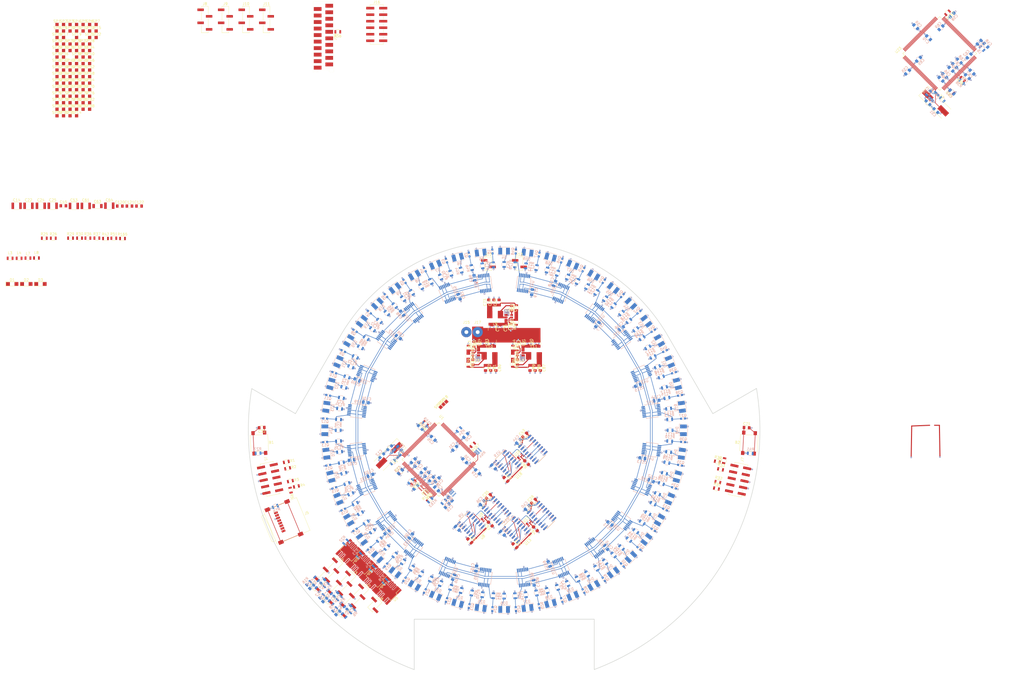
<source format=kicad_pcb>
(kicad_pcb (version 4) (host pcbnew 4.0.7)
  (layers (0 F.Cu signal) (1 In1.Cu power) (2 In2.Cu power) (31 B.Cu signal) (34 B.Paste user) (35 F.Paste user) (36 B.SilkS user) (37 F.SilkS user) (38 B.Mask user) (39 F.Mask user) (44 Edge.Cuts user))
  (net 0 "")
  (net 1 "/Motor Controller/RESET")
  (net 2 GND)
  (net 3 "/Sensor Controller/RESET")
  (net 4 /Button_top)
  (net 5 /Button_right)
  (net 6 /Button_mid)
  (net 7 /Button_left)
  (net 8 /Button_back)
  (net 9 /Button_bot)
  (net 10 "/Motor Controller/Encoder 1/ENC1_out_B")
  (net 11 "/Motor Controller/Encoder 1/ENC1_out_A")
  (net 12 "/Motor Controller/Encoder 2/ENC2_out_B")
  (net 13 "/Motor Controller/Encoder 2/ENC2_out_A")
  (net 14 "Net-(C5-Pad1)")
  (net 15 "/Motor Controller/Encoder 3/ENC3_out_B")
  (net 16 "/Motor Controller/Encoder 3/ENC3_out_A")
  (net 17 +3V3)
  (net 18 "Net-(C11-Pad1)")
  (net 19 "Net-(C12-Pad2)")
  (net 20 "Net-(C13-Pad1)")
  (net 21 "/Motor Controller/VDDUTMI")
  (net 22 "/Motor Controller/VDDANA")
  (net 23 "/Motor Controller/VDDOUT")
  (net 24 "Net-(C46-Pad1)")
  (net 25 "Net-(C49-Pad1)")
  (net 26 "Net-(C50-Pad2)")
  (net 27 "Net-(C51-Pad2)")
  (net 28 "Net-(C52-Pad1)")
  (net 29 "/Sensor Controller/VDDUTMI")
  (net 30 "/Sensor Controller/VDDANA")
  (net 31 "/Sensor Controller/VDDOUT")
  (net 32 "Net-(C72-Pad1)")
  (net 33 "Net-(C72-Pad2)")
  (net 34 +12V)
  (net 35 "Net-(C79-Pad1)")
  (net 36 "Net-(C79-Pad2)")
  (net 37 +5V)
  (net 38 "Net-(D1-Pad2)")
  (net 39 "Net-(D2-Pad2)")
  (net 40 "Net-(D3-Pad2)")
  (net 41 "Net-(D4-Pad2)")
  (net 42 "/Motor Controller/JTAG_Test_Mode_Select")
  (net 43 "/Motor Controller/JTAG_Test_Clock")
  (net 44 "/Motor Controller/JTAG_Test_Data_Out")
  (net 45 "Net-(J1-Pad7)")
  (net 46 "/Motor Controller/JTAG_Test_Data_In")
  (net 47 "Net-(J1-Pad10)")
  (net 48 "Net-(J2-Pad1)")
  (net 49 "Net-(J2-Pad5)")
  (net 50 "Net-(J2-Pad2)")
  (net 51 "Net-(J2-Pad6)")
  (net 52 "Net-(J3-Pad1)")
  (net 53 "Net-(J3-Pad5)")
  (net 54 "Net-(J3-Pad2)")
  (net 55 "Net-(J3-Pad6)")
  (net 56 "Net-(J4-Pad1)")
  (net 57 "Net-(J4-Pad5)")
  (net 58 "Net-(J4-Pad2)")
  (net 59 "Net-(J4-Pad6)")
  (net 60 "Net-(J5-Pad9)")
  (net 61 "Net-(J5-Pad8)")
  (net 62 "Net-(J5-Pad5)")
  (net 63 "Net-(J5-Pad3)")
  (net 64 "Net-(J5-Pad2)")
  (net 65 "Net-(J5-Pad1)")
  (net 66 "Net-(J6-Pad1)")
  (net 67 "Net-(J6-Pad2)")
  (net 68 "/Sensor Controller/JTAG_Test_Mode_Select")
  (net 69 "/Sensor Controller/JTAG_Test_Clock")
  (net 70 "/Sensor Controller/JTAG_Test_Data_Out")
  (net 71 "Net-(J7-Pad7)")
  (net 72 "/Sensor Controller/JTAG_Test_Data_In")
  (net 73 "Net-(J7-Pad10)")
  (net 74 "/Sensor Controller/Echo1")
  (net 75 "/Sensor Controller/Trig1")
  (net 76 "/Sensor Controller/Echo2")
  (net 77 "/Sensor Controller/Trig2")
  (net 78 "/Sensor Controller/Echo3")
  (net 79 "/Sensor Controller/Trig3")
  (net 80 "/Sensor Controller/Echo4")
  (net 81 "/Sensor Controller/Trig4")
  (net 82 "Net-(J12-Pad1)")
  (net 83 /I²C_clock)
  (net 84 /I²C_data)
  (net 85 /SPI0_MOSI)
  (net 86 /SPI0_MISO)
  (net 87 /SPI0_CLK)
  (net 88 /SPI0_SS0)
  (net 89 "/Sensor Controller/Linesensor 1/Photo1")
  (net 90 "/Sensor Controller/Linesensor 1/Photo2")
  (net 91 "/Sensor Controller/Linesensor 1/Photo3")
  (net 92 "/Sensor Controller/Linesensor 1/Photo4")
  (net 93 "Net-(R18-Pad1)")
  (net 94 "Net-(R20-Pad1)")
  (net 95 "Net-(R22-Pad1)")
  (net 96 "Net-(R23-Pad1)")
  (net 97 "Net-(R24-Pad1)")
  (net 98 "Net-(R24-Pad2)")
  (net 99 "Net-(R28-Pad1)")
  (net 100 "Net-(R38-Pad1)")
  (net 101 "Net-(R39-Pad1)")
  (net 102 /BAT_LED)
  (net 103 /M_LED1)
  (net 104 /S_LED1)
  (net 105 /M_LED2)
  (net 106 /S_LED2)
  (net 107 /M_LED3)
  (net 108 /S_LED3)
  (net 109 "Net-(R59-Pad1)")
  (net 110 "Net-(R60-Pad1)")
  (net 111 "Net-(R63-Pad1)")
  (net 112 /SPI1_MISO)
  (net 113 /SPI1_MOSI)
  (net 114 /SPI1_SS0)
  (net 115 "Net-(U1-Pad37)")
  (net 116 "Net-(U1-Pad38)")
  (net 117 "Net-(U1-Pad39)")
  (net 118 "Net-(U1-Pad42)")
  (net 119 "Net-(U1-Pad43)")
  (net 120 "Net-(U1-Pad46)")
  (net 121 "Net-(U1-Pad48)")
  (net 122 "Net-(U1-Pad49)")
  (net 123 "Net-(U1-Pad50)")
  (net 124 "Net-(U1-Pad69)")
  (net 125 /SPI1_CLK)
  (net 126 "/Motor Controller/PWM0H")
  (net 127 "/Motor Controller/PWM0L")
  (net 128 "/Motor Controller/PWM1H")
  (net 129 "/Motor Controller/PWM1L")
  (net 130 "/Motor Controller/PWM2H")
  (net 131 "/Motor Controller/PWM2L")
  (net 132 "/Motor Controller/PWM3H")
  (net 133 "/Motor Controller/PWM3L")
  (net 134 "Net-(U6-Pad3)")
  (net 135 "Net-(U6-Pad4)")
  (net 136 "Net-(U6-Pad6)")
  (net 137 "/Motor Controller/Encoder 1/Direction")
  (net 138 "Net-(U7-Pad12)")
  (net 139 "Net-(U10-Pad4)")
  (net 140 "/Motor Controller/Encoder 1/0")
  (net 141 "Net-(U8-Pad3)")
  (net 142 "/Motor Controller/Encoder 1/2")
  (net 143 "/Motor Controller/Encoder 1/3")
  (net 144 "Net-(U8-Pad6)")
  (net 145 "/Motor Controller/Encoder 1/1")
  (net 146 "Net-(U8-Pad11)")
  (net 147 "Net-(U8-Pad14)")
  (net 148 "/Motor Controller/Encoder 1/4")
  (net 149 "/Motor Controller/Encoder 1/5")
  (net 150 "/Motor Controller/Encoder 1/ENC1_H")
  (net 151 "Net-(U10-Pad12)")
  (net 152 "Net-(U10-Pad13)")
  (net 153 "Net-(U11-Pad3)")
  (net 154 "Net-(U11-Pad4)")
  (net 155 "Net-(U11-Pad6)")
  (net 156 "/Motor Controller/Encoder 2/Direction")
  (net 157 "Net-(U12-Pad12)")
  (net 158 "Net-(U12-Pad13)")
  (net 159 "/Motor Controller/Encoder 2/0")
  (net 160 "Net-(U13-Pad3)")
  (net 161 "/Motor Controller/Encoder 2/2")
  (net 162 "/Motor Controller/Encoder 2/3")
  (net 163 "Net-(U13-Pad6)")
  (net 164 "/Motor Controller/Encoder 2/1")
  (net 165 "Net-(U13-Pad11)")
  (net 166 "Net-(U13-Pad14)")
  (net 167 "/Motor Controller/Encoder 2/4")
  (net 168 "/Motor Controller/Encoder 2/5")
  (net 169 "/Motor Controller/Encoder 2/ENC2_H")
  (net 170 "Net-(U15-Pad12)")
  (net 171 "Net-(U15-Pad13)")
  (net 172 "Net-(U16-Pad3)")
  (net 173 "Net-(U16-Pad4)")
  (net 174 "Net-(U16-Pad6)")
  (net 175 "/Motor Controller/Encoder 3/Direction")
  (net 176 "Net-(U17-Pad12)")
  (net 177 "Net-(U17-Pad13)")
  (net 178 "/Motor Controller/Encoder 3/0")
  (net 179 "Net-(U18-Pad3)")
  (net 180 "/Motor Controller/Encoder 3/2")
  (net 181 "/Motor Controller/Encoder 3/3")
  (net 182 "Net-(U18-Pad6)")
  (net 183 "/Motor Controller/Encoder 3/1")
  (net 184 "Net-(U18-Pad11)")
  (net 185 "Net-(U18-Pad14)")
  (net 186 "/Motor Controller/Encoder 3/4")
  (net 187 "/Motor Controller/Encoder 3/5")
  (net 188 "/Motor Controller/Encoder 3/ENC3_H")
  (net 189 "Net-(U20-Pad12)")
  (net 190 "Net-(U20-Pad13)")
  (net 191 "Net-(U23-Pad37)")
  (net 192 "Net-(U23-Pad38)")
  (net 193 "Net-(U23-Pad39)")
  (net 194 "Net-(U23-Pad42)")
  (net 195 "Net-(U23-Pad43)")
  (net 196 "Net-(U23-Pad46)")
  (net 197 "Net-(U23-Pad48)")
  (net 198 "Net-(U23-Pad49)")
  (net 199 "Net-(U23-Pad50)")
  (net 200 "Net-(U23-Pad69)")
  (net 201 "/Sensor Controller/VREF_white")
  (net 202 "Net-(C9-Pad2)")
  (net 203 "Net-(D18-Pad2)")
  (net 204 "Net-(D8-Pad2)")
  (net 205 "Net-(D20-Pad2)")
  (net 206 "Net-(D24-Pad2)")
  (net 207 "Net-(D28-Pad2)")
  (net 208 "Net-(D32-Pad2)")
  (net 209 "Net-(D36-Pad2)")
  (net 210 "Net-(D40-Pad2)")
  (net 211 "Net-(D44-Pad2)")
  (net 212 "Net-(D45-Pad2)")
  (net 213 "Net-(D48-Pad2)")
  (net 214 "Net-(D52-Pad2)")
  (net 215 "Net-(D56-Pad2)")
  (net 216 "/Sensor Controller/Linesensor 2/Photo1")
  (net 217 "/Sensor Controller/Linesensor 2/Photo2")
  (net 218 "/Sensor Controller/Linesensor 2/Photo3")
  (net 219 "/Sensor Controller/Linesensor 2/Photo4")
  (net 220 "/Sensor Controller/Linesensor 3/Photo1")
  (net 221 "/Sensor Controller/Linesensor 3/Photo2")
  (net 222 "/Sensor Controller/Linesensor 3/Photo3")
  (net 223 "/Sensor Controller/Linesensor 3/Photo4")
  (net 224 "/Sensor Controller/Linesensor 4/Photo1")
  (net 225 "/Sensor Controller/Linesensor 4/Photo2")
  (net 226 "/Sensor Controller/Linesensor 4/Photo3")
  (net 227 "/Sensor Controller/Linesensor 4/Photo4")
  (net 228 "/Sensor Controller/Linesensor 5/Photo1")
  (net 229 "/Sensor Controller/Linesensor 5/Photo2")
  (net 230 "/Sensor Controller/Linesensor 5/Photo3")
  (net 231 "/Sensor Controller/Linesensor 5/Photo4")
  (net 232 "/Sensor Controller/Linesensor 6/Photo1")
  (net 233 "/Sensor Controller/Linesensor 6/Photo2")
  (net 234 "/Sensor Controller/Linesensor 6/Photo3")
  (net 235 "/Sensor Controller/Linesensor 6/Photo4")
  (net 236 "/Sensor Controller/Linesensor 7/Photo1")
  (net 237 "/Sensor Controller/Linesensor 7/Photo2")
  (net 238 "/Sensor Controller/Linesensor 7/Photo3")
  (net 239 "/Sensor Controller/Linesensor 7/Photo4")
  (net 240 "/Sensor Controller/Linesensor 8/Photo1")
  (net 241 "/Sensor Controller/Linesensor 8/Photo2")
  (net 242 "/Sensor Controller/Linesensor 8/Photo3")
  (net 243 "/Sensor Controller/Linesensor 8/Photo4")
  (net 244 "/Sensor Controller/Linesensor 9/Photo1")
  (net 245 "/Sensor Controller/Linesensor 9/Photo2")
  (net 246 "/Sensor Controller/Linesensor 9/Photo3")
  (net 247 "/Sensor Controller/Linesensor 9/Photo4")
  (net 248 "/Sensor Controller/Linesensor 10/Photo1")
  (net 249 "/Sensor Controller/Linesensor 10/Photo2")
  (net 250 "/Sensor Controller/Linesensor 10/Photo3")
  (net 251 "/Sensor Controller/Linesensor 10/Photo4")
  (net 252 "/Sensor Controller/Linesensor 11/Photo1")
  (net 253 "/Sensor Controller/Linesensor 11/Photo2")
  (net 254 "/Sensor Controller/Linesensor 11/Photo3")
  (net 255 "/Sensor Controller/Linesensor 11/Photo4")
  (net 256 "/Sensor Controller/Linesensor 12/Photo1")
  (net 257 "/Sensor Controller/Linesensor 12/Photo2")
  (net 258 "/Sensor Controller/Linesensor 12/Photo3")
  (net 259 "/Sensor Controller/Linesensor 12/Photo4")
  (net 260 "Net-(D6-Pad2)")
  (net 261 "Net-(D22-Pad2)")
  (net 262 "Net-(D26-Pad2)")
  (net 263 "Net-(D30-Pad2)")
  (net 264 "Net-(D34-Pad2)")
  (net 265 "Net-(D38-Pad2)")
  (net 266 "Net-(D42-Pad2)")
  (net 267 "Net-(D46-Pad2)")
  (net 268 "Net-(D50-Pad2)")
  (net 269 "Net-(D54-Pad2)")
  (net 270 "Net-(D58-Pad2)")
  (net 271 "Net-(C45-Pad1)")
  (net 272 "Net-(C86-Pad1)")
  (net 273 "Net-(C86-Pad2)")
  (net 274 +5VD)
  (net 275 "Net-(D5-Pad2)")
  (net 276 "Net-(D7-Pad2)")
  (net 277 "Net-(D9-Pad2)")
  (net 278 "Net-(D19-Pad2)")
  (net 279 "Net-(D21-Pad2)")
  (net 280 "Net-(D23-Pad2)")
  (net 281 "Net-(D25-Pad2)")
  (net 282 "Net-(D27-Pad2)")
  (net 283 "Net-(D29-Pad2)")
  (net 284 "Net-(D31-Pad2)")
  (net 285 "Net-(D33-Pad2)")
  (net 286 "Net-(D35-Pad2)")
  (net 287 "Net-(D37-Pad2)")
  (net 288 "Net-(D39-Pad2)")
  (net 289 "Net-(D41-Pad2)")
  (net 290 "Net-(D43-Pad2)")
  (net 291 "Net-(D47-Pad2)")
  (net 292 "Net-(D49-Pad2)")
  (net 293 "Net-(D51-Pad2)")
  (net 294 "Net-(D53-Pad2)")
  (net 295 "Net-(D55-Pad2)")
  (net 296 "Net-(D57-Pad2)")
  (net 297 "Net-(D59-Pad2)")
  (net 298 "Net-(J5-Pad7)")
  (net 299 "/Sensor Controller/LBR")
  (net 300 /CMPS03_PWM)
  (net 301 /RPi1)
  (net 302 /RPi2)
  (net 303 /RPi3)
  (net 304 /RPi4)
  (net 305 "/Motor Controller/LED1")
  (net 306 "/Sensor Controller/LED2")
  (net 307 "Net-(R153-Pad1)")
  (net 308 "Net-(R154-Pad1)")
  (net 309 "Net-(SP1-Pad1)")
  (net 310 "Net-(SP2-Pad1)")
  (net 311 "Net-(SP3-Pad1)")
  (net 312 "Net-(SP4-Pad1)")
  (net 313 "Net-(SP5-Pad1)")
  (net 314 "Net-(SP6-Pad1)")
  (net 315 "Net-(SP7-Pad1)")
  (net 316 "Net-(SP8-Pad1)")
  (net 317 "Net-(SP9-Pad1)")
  (net 318 "Net-(SP10-Pad1)")
  (net 319 "Net-(SP11-Pad1)")
  (net 320 "Net-(SP12-Pad1)")
  (net 321 "Net-(SP13-Pad1)")
  (net 322 "Net-(SP14-Pad1)")
  (net 323 "Net-(SP15-Pad1)")
  (net 324 "Net-(SP16-Pad1)")
  (net 325 "Net-(SP17-Pad1)")
  (net 326 "Net-(SP18-Pad1)")
  (net 327 "Net-(SP20-Pad1)")
  (net 328 "Net-(SP21-Pad1)")
  (net 329 "Net-(SP22-Pad1)")
  (net 330 "Net-(SP23-Pad1)")
  (net 331 "Net-(SP24-Pad1)")
  (net 332 "Net-(SP25-Pad1)")
  (net 333 "Net-(SP26-Pad1)")
  (net 334 "Net-(SP27-Pad1)")
  (net 335 "Net-(SP28-Pad1)")
  (net 336 "Net-(SP29-Pad1)")
  (net 337 "Net-(SP30-Pad1)")
  (net 338 "Net-(SP31-Pad1)")
  (net 339 "Net-(SP33-Pad1)")
  (net 340 "Net-(SP34-Pad1)")
  (net 341 "Net-(SP35-Pad1)")
  (net 342 "Net-(SP36-Pad1)")
  (net 343 "Net-(SP37-Pad1)")
  (net 344 "Net-(SP38-Pad1)")
  (net 345 "Net-(SP39-Pad1)")
  (net 346 "Net-(SP40-Pad1)")
  (net 347 "Net-(SP41-Pad1)")
  (net 348 "Net-(SP42-Pad1)")
  (net 349 "Net-(SP43-Pad1)")
  (net 350 "Net-(SP44-Pad1)")
  (net 351 "Net-(SP45-Pad1)")
  (net 352 "Net-(SP46-Pad1)")
  (net 353 "Net-(SP47-Pad1)")
  (net 354 "Net-(SP48-Pad1)")
  (net 355 "Net-(SP49-Pad1)")
  (net 356 "Net-(SP50-Pad1)")
  (net 357 "Net-(SP51-Pad1)")
  (net 358 "Net-(SP52-Pad1)")
  (net 359 "Net-(SP53-Pad1)")
  (net 360 "Net-(SP54-Pad1)")
  (net 361 "Net-(SP55-Pad1)")
  (net 362 "Net-(SP56-Pad1)")
  (net 363 "Net-(SP57-Pad1)")
  (net 364 "Net-(SP58-Pad1)")
  (net 365 "Net-(SP59-Pad1)")
  (net 366 "Net-(SP60-Pad1)")
  (net 367 "Net-(SP61-Pad1)")
  (net 368 "Net-(SP62-Pad1)")
  (net 369 "Net-(SP63-Pad1)")
  (net 370 "Net-(SP64-Pad1)")
  (net 371 "Net-(SP65-Pad1)")
  (net 372 "Net-(SP66-Pad1)")
  (net 373 "Net-(SP67-Pad1)")
  (net 374 "Net-(SP68-Pad1)")
  (net 375 "Net-(SP69-Pad1)")
  (net 376 "Net-(SP70-Pad1)")
  (net 377 "Net-(SP71-Pad1)")
  (net 378 "Net-(SP72-Pad1)")
  (net 379 "Net-(SP73-Pad1)")
  (net 380 "Net-(SP74-Pad1)")
  (net 381 "Net-(SP75-Pad1)")
  (net 382 "Net-(SP76-Pad1)")
  (net 383 "Net-(SP77-Pad1)")
  (net 384 "Net-(SP78-Pad1)")
  (net 385 "Net-(SP79-Pad1)")
  (net 386 "Net-(SP80-Pad1)")
  (net 387 "Net-(SP81-Pad1)")
  (net 388 "Net-(SP82-Pad1)")
  (net 389 "Net-(SP83-Pad1)")
  (net 390 "Net-(SP84-Pad1)")
  (net 391 "Net-(SP85-Pad1)")
  (net 392 "Net-(SP86-Pad1)")
  (net 393 "Net-(SP87-Pad1)")
  (net 394 "Net-(SP88-Pad1)")
  (net 395 "Net-(SP89-Pad1)")
  (net 396 "Net-(SP90-Pad1)")
  (net 397 "Net-(SP91-Pad1)")
  (net 398 "/Motor Controller/ENC1A")
  (net 399 "/Motor Controller/ENC1C")
  (net 400 "/Motor Controller/ENC1D")
  (net 401 "/Motor Controller/ENC1E")
  (net 402 "/Motor Controller/ENC1F")
  (net 403 "/Motor Controller/ENC1G")
  (net 404 "/Motor Controller/ENC2A")
  (net 405 "/Motor Controller/ENC2B")
  (net 406 "/Motor Controller/ENC2C")
  (net 407 "/Motor Controller/ENC2D")
  (net 408 "/Motor Controller/ENC3F")
  (net 409 "/Motor Controller/ENC3G")
  (net 410 "/Motor Controller/ENC_LOAD")
  (net 411 "/Motor Controller/ENC1B")
  (net 412 "Net-(U1-Pad130)")
  (net 413 "/Motor Controller/ENC2E")
  (net 414 "/Motor Controller/ENC_CLK")
  (net 415 "/Motor Controller/ENC2F")
  (net 416 "/Motor Controller/ENC2G")
  (net 417 "/Motor Controller/ENC3A")
  (net 418 "/Motor Controller/ENC3B")
  (net 419 "/Motor Controller/ENC3C")
  (net 420 "/Motor Controller/ENC3D")
  (net 421 "/Motor Controller/ENC3E")
  (net 422 "/Sensor Controller/2BLACK")
  (net 423 "/Sensor Controller/VREF_black")
  (net 424 "/Sensor Controller/2WHITE")
  (net 425 "/Sensor Controller/1BLACK")
  (net 426 "/Sensor Controller/1WHITE")
  (net 427 "/Sensor Controller/3BLACK")
  (net 428 "/Sensor Controller/4BLACK")
  (net 429 "/Sensor Controller/4WHITE")
  (net 430 "/Sensor Controller/5BLACK")
  (net 431 "/Sensor Controller/5WHITE")
  (net 432 "/Sensor Controller/6BLACK")
  (net 433 "/Sensor Controller/6WHITE")
  (net 434 "/Sensor Controller/7BLACK")
  (net 435 "/Sensor Controller/7WHITE")
  (net 436 "/Sensor Controller/8BLACK")
  (net 437 "/Sensor Controller/12BLACK")
  (net 438 "/Sensor Controller/12WHITE")
  (net 439 "/Sensor Controller/3WHITE")
  (net 440 "Net-(U23-Pad130)")
  (net 441 "/Sensor Controller/8WHITE")
  (net 442 "/Sensor Controller/9BLACK")
  (net 443 "/Sensor Controller/9WHITE")
  (net 444 "/Sensor Controller/10BLACK")
  (net 445 "/Sensor Controller/10WHITE")
  (net 446 "/Sensor Controller/11BLACK")
  (net 447 "/Sensor Controller/11WHITE")
  (net 448 "Net-(J14-Pad20)")
  (net 449 "Net-(J14-Pad19)")
  (net 450 /RPi6)
  (net 451 /RPi5)
  (net 452 "Net-(R155-Pad2)")
  (net 453 "Net-(R53-Pad1)")
  (net 454 "Net-(R53-Pad2)")
  (net 455 "Net-(R54-Pad1)")
  (net 456 "Net-(R56-Pad1)")
  (net 457 "Net-(R157-Pad1)")
  (net 458 "Net-(R158-Pad1)")
  (net 459 "Net-(R159-Pad1)")
  (net 460 "Net-(R163-Pad2)")
  (net 461 "Net-(R164-Pad2)")
  (net 462 "Net-(R165-Pad2)")
  (net 463 "Net-(R167-Pad1)")
  (net 464 "/Sensor Controller/S_LED1")
  (net 465 "/Sensor Controller/S_LED2")
  (net 466 "/Sensor Controller/S_LED3")
  (net 467 "Net-(RN1-Pad7)")
  (net 468 "Net-(RN1-Pad8)")
  (net 469 "Net-(RN1-Pad6)")
  (net 470 "Net-(RN1-Pad5)")
  (net 471 "Net-(RN2-Pad7)")
  (net 472 "Net-(RN2-Pad8)")
  (net 473 "Net-(RN2-Pad6)")
  (net 474 "Net-(RN2-Pad5)")
  (net 475 "Net-(RN1-Pad2)")
  (net 476 "Net-(RN3-Pad1)")
  (net 477 "Net-(RN3-Pad3)")
  (net 478 "Net-(RN3-Pad2)")
  (net 479 "Net-(RN3-Pad4)")
  (net 480 "Net-(RN4-Pad1)")
  (net 481 "Net-(RN4-Pad3)")
  (net 482 "Net-(RN4-Pad2)")
  (net 483 "Net-(RN4-Pad4)")
  (module TO_SOT_Packages_SMD:SOT-23-6 (layer F.Cu) (at 196.45574 149.87334 180)
    (fp_text reference U28 (at 0 -2.9 180) (layer F.SilkS))
    (fp_text value TPS563209)
    (pad 1 smd rect (at -1.1 -0.95 180) (size 1.06 0.65) (layers F.Cu F.Paste F.Mask) (net 2 GND))
    (pad 2 smd rect (at -1.1 0 180) (size 1.06 0.65) (layers F.Cu F.Paste F.Mask) (net 35 "Net-(C79-Pad1)"))
    (pad 3 smd rect (at -1.1 0.95 180) (size 1.06 0.65) (layers F.Cu F.Paste F.Mask) (net 34 +12V))
    (pad 4 smd rect (at 1.1 0.95 180) (size 1.06 0.65) (layers F.Cu F.Paste F.Mask) (net 453 "Net-(R53-Pad1)"))
    (pad 6 smd rect (at 1.1 -0.95 180) (size 1.06 0.65) (layers F.Cu F.Paste F.Mask) (net 36 "Net-(C79-Pad2)"))
    (pad 5 smd rect (at 1.1 0 180) (size 1.06 0.65) (layers F.Cu F.Paste F.Mask) (net 111 "Net-(R63-Pad1)"))
  )
  (module Resistors_SMD:R_0805 (layer B.Cu) (at 203.27 115.54 273.75)
    (fp_text reference R45 (at 0 1.65 273.75) (layer B.SilkS) (effects (justify mirror)))
    (fp_text value 6.2K)
    (pad 1 smd rect (at -0.95 0 273.75) (size 0.7 1.3) (layers B.Cu B.Paste B.Mask) (net 89 "/Sensor Controller/Linesensor 1/Photo1"))
    (pad 2 smd rect (at 0.95 0 273.75) (size 0.7 1.3) (layers B.Cu B.Paste B.Mask) (net 2 GND))
  )
  (module Buttons_Switches_SMD:SW_SPST_B3S-1000 (layer F.Cu) (at 112.20704 184.9628 273)
    (fp_text reference B1 (at 0.015123 -4.660297 363) (layer F.SilkS))
    (fp_text value BUTTON)
    (pad 1 smd rect (at -3.975 -2.25 273) (size 1.55 1.3) (layers F.Cu F.Paste F.Mask) (net 1 "/Motor Controller/RESET"))
    (pad 1 smd rect (at 3.975 -2.25 273) (size 1.55 1.3) (layers F.Cu F.Paste F.Mask) (net 1 "/Motor Controller/RESET"))
    (pad 2 smd rect (at -3.975 2.25 273) (size 1.55 1.3) (layers F.Cu F.Paste F.Mask) (net 2 GND))
    (pad 2 smd rect (at 3.975 2.25 273) (size 1.55 1.3) (layers F.Cu F.Paste F.Mask) (net 2 GND))
  )
  (module Buttons_Switches_SMD:SW_SPST_B3S-1000 (layer F.Cu) (at 302.82 184.98 87)
    (fp_text reference B2 (at 0 -4.5 177) (layer F.SilkS))
    (fp_text value BUTTON)
    (pad 1 smd rect (at -3.975 -2.25 87) (size 1.55 1.3) (layers F.Cu F.Paste F.Mask) (net 3 "/Sensor Controller/RESET"))
    (pad 1 smd rect (at 3.975 -2.25 87) (size 1.55 1.3) (layers F.Cu F.Paste F.Mask) (net 3 "/Sensor Controller/RESET"))
    (pad 2 smd rect (at -3.975 2.25 87) (size 1.55 1.3) (layers F.Cu F.Paste F.Mask) (net 2 GND))
    (pad 2 smd rect (at 3.975 2.25 87) (size 1.55 1.3) (layers F.Cu F.Paste F.Mask) (net 2 GND))
  )
  (module Capacitors_SMD:C_0805 (layer B.Cu) (at 142.737576 251.130933 225)
    (fp_text reference C1 (at 0 1.5 225) (layer B.SilkS) (effects (justify mirror)))
    (fp_text value opt.)
    (pad 1 smd rect (at -1 0 225) (size 1 1.25) (layers B.Cu B.Paste B.Mask) (net 10 "/Motor Controller/Encoder 1/ENC1_out_B"))
    (pad 2 smd rect (at 1 0 225) (size 1 1.25) (layers B.Cu B.Paste B.Mask) (net 2 GND))
  )
  (module Capacitors_SMD:C_0805 (layer B.Cu) (at 147.114567 249.087394 45)
    (fp_text reference C2 (at 0 1.5 45) (layer B.SilkS) (effects (justify mirror)))
    (fp_text value opt.)
    (pad 1 smd rect (at -1 0 45) (size 1 1.25) (layers B.Cu B.Paste B.Mask) (net 11 "/Motor Controller/Encoder 1/ENC1_out_A"))
    (pad 2 smd rect (at 1 0 45) (size 1 1.25) (layers B.Cu B.Paste B.Mask) (net 2 GND))
  )
  (module Capacitors_SMD:C_0805 (layer B.Cu) (at 137.660549 246.053906 225)
    (fp_text reference C3 (at 0 1.5 225) (layer B.SilkS) (effects (justify mirror)))
    (fp_text value opt.)
    (pad 1 smd rect (at -1 0 225) (size 1 1.25) (layers B.Cu B.Paste B.Mask) (net 12 "/Motor Controller/Encoder 2/ENC2_out_B"))
    (pad 2 smd rect (at 1 0 225) (size 1 1.25) (layers B.Cu B.Paste B.Mask) (net 2 GND))
  )
  (module Capacitors_SMD:C_0805 (layer B.Cu) (at 142.03754 244.010367 45)
    (fp_text reference C4 (at 0 1.5 45) (layer B.SilkS) (effects (justify mirror)))
    (fp_text value opt.)
    (pad 1 smd rect (at -1 0 45) (size 1 1.25) (layers B.Cu B.Paste B.Mask) (net 13 "/Motor Controller/Encoder 2/ENC2_out_A"))
    (pad 2 smd rect (at 1 0 45) (size 1 1.25) (layers B.Cu B.Paste B.Mask) (net 2 GND))
  )
  (module Capacitors_SMD:C_0805 (layer B.Cu) (at 166.759642 186.994752 135)
    (fp_text reference C5 (at 0 1.5 135) (layer B.SilkS) (effects (justify mirror)))
    (fp_text value 100n)
    (pad 1 smd rect (at -1 0 135) (size 1 1.25) (layers B.Cu B.Paste B.Mask) (net 14 "Net-(C5-Pad1)"))
    (pad 2 smd rect (at 1 0 135) (size 1 1.25) (layers B.Cu B.Paste B.Mask) (net 2 GND))
  )
  (module Capacitors_SMD:C_0805 (layer B.Cu) (at 132.56231 240.955666 225)
    (fp_text reference C7 (at 0 1.5 225) (layer B.SilkS) (effects (justify mirror)))
    (fp_text value opt.)
    (pad 1 smd rect (at -1 0 225) (size 1 1.25) (layers B.Cu B.Paste B.Mask) (net 15 "/Motor Controller/Encoder 3/ENC3_out_B"))
    (pad 2 smd rect (at 1 0 225) (size 1 1.25) (layers B.Cu B.Paste B.Mask) (net 2 GND))
  )
  (module Capacitors_SMD:C_0805 (layer B.Cu) (at 136.939301 238.912127 45)
    (fp_text reference C8 (at 0 1.5 45) (layer B.SilkS) (effects (justify mirror)))
    (fp_text value opt.)
    (pad 1 smd rect (at -1 0 45) (size 1 1.25) (layers B.Cu B.Paste B.Mask) (net 16 "/Motor Controller/Encoder 3/ENC3_out_A"))
    (pad 2 smd rect (at 1 0 45) (size 1 1.25) (layers B.Cu B.Paste B.Mask) (net 2 GND))
  )
  (module Capacitors_SMD:C_0805 (layer B.Cu) (at 162.891769 186.77555 45)
    (fp_text reference C9 (at 0 1.55 45) (layer B.SilkS) (effects (justify mirror)))
    (fp_text value 22p)
    (pad 1 smd rect (at -1 0 45) (size 1 1.25) (layers B.Cu B.Paste B.Mask) (net 2 GND))
    (pad 2 smd rect (at 1 0 45) (size 1 1.25) (layers B.Cu B.Paste B.Mask) (net 202 "Net-(C9-Pad2)"))
  )
  (module Capacitors_SMD:C_0805 (layer B.Cu) (at 185.335338 209.374683 45)
    (fp_text reference C10 (at 0.00274 1.49696 45) (layer B.SilkS) (effects (justify mirror)))
    (fp_text value 100n)
    (pad 1 smd rect (at -1 0 45) (size 1 1.25) (layers B.Cu B.Paste B.Mask) (net 17 +3V3))
    (pad 2 smd rect (at 1 0 45) (size 1 1.25) (layers B.Cu B.Paste B.Mask) (net 2 GND))
  )
  (module Capacitors_SMD:C_0805 (layer B.Cu) (at 186.530347 206.765459 315)
    (fp_text reference C11 (at 0.0019 1.5019 315) (layer B.SilkS) (effects (justify mirror)))
    (fp_text value 100n)
    (pad 1 smd rect (at -1 0 315) (size 1 1.25) (layers B.Cu B.Paste B.Mask) (net 18 "Net-(C11-Pad1)"))
    (pad 2 smd rect (at 1 0 315) (size 1 1.25) (layers B.Cu B.Paste B.Mask) (net 2 GND))
  )
  (module Capacitors_SMD:C_0805 (layer B.Cu) (at 159.829995 189.851465 225)
    (fp_text reference C12 (at -0.0019 1.4981 225) (layer B.SilkS) (effects (justify mirror)))
    (fp_text value 22p)
    (pad 1 smd rect (at -1 0 225) (size 1 1.25) (layers B.Cu B.Paste B.Mask) (net 2 GND))
    (pad 2 smd rect (at 1 0 225) (size 1 1.25) (layers B.Cu B.Paste B.Mask) (net 19 "Net-(C12-Pad2)"))
  )
  (module Capacitors_SMD:C_0805 (layer B.Cu) (at 167.113194 196.158856 225)
    (fp_text reference C13 (at 0.0019 1.5019 225) (layer B.SilkS) (effects (justify mirror)))
    (fp_text value 22p)
    (pad 1 smd rect (at -1 0 225) (size 1 1.25) (layers B.Cu B.Paste B.Mask) (net 20 "Net-(C13-Pad1)"))
    (pad 2 smd rect (at 1 0 225) (size 1 1.25) (layers B.Cu B.Paste B.Mask) (net 2 GND))
  )
  (module Capacitors_SMD:C_0805 (layer B.Cu) (at 175.994456 195.762876 45)
    (fp_text reference C15 (at 0 1.5 45) (layer B.SilkS) (effects (justify mirror)))
    (fp_text value 100n)
    (pad 1 smd rect (at -1 0 45) (size 1 1.25) (layers B.Cu B.Paste B.Mask) (net 17 +3V3))
    (pad 2 smd rect (at 1 0 45) (size 1 1.25) (layers B.Cu B.Paste B.Mask) (net 2 GND))
  )
  (module Capacitors_SMD:C_0805 (layer B.Cu) (at 174.89137 178.863024 135)
    (fp_text reference C16 (at 0 1.5 135) (layer B.SilkS) (effects (justify mirror)))
    (fp_text value 100n)
    (pad 1 smd rect (at -1 0 135) (size 1 1.25) (layers B.Cu B.Paste B.Mask) (net 17 +3V3))
    (pad 2 smd rect (at 1 0 135) (size 1 1.25) (layers B.Cu B.Paste B.Mask) (net 2 GND))
  )
  (module Capacitors_SMD:C_0805 (layer B.Cu) (at 173.123603 202.169265 225)
    (fp_text reference C17 (at 0 1.5 225) (layer B.SilkS) (effects (justify mirror)))
    (fp_text value 100n)
    (pad 1 smd rect (at -1 0 225) (size 1 1.25) (layers B.Cu B.Paste B.Mask) (net 17 +3V3))
    (pad 2 smd rect (at 1 0 225) (size 1 1.25) (layers B.Cu B.Paste B.Mask) (net 2 GND))
  )
  (module Capacitors_SMD:C_0805 (layer B.Cu) (at 181.417965 199.263056 45)
    (fp_text reference C18 (at 0 1.5 45) (layer B.SilkS) (effects (justify mirror)))
    (fp_text value 100n)
    (pad 1 smd rect (at -1 0 45) (size 1 1.25) (layers B.Cu B.Paste B.Mask) (net 17 +3V3))
    (pad 2 smd rect (at 1 0 45) (size 1 1.25) (layers B.Cu B.Paste B.Mask) (net 2 GND))
  )
  (module Capacitors_SMD:C_0805 (layer B.Cu) (at 197.136949 196.158857 315)
    (fp_text reference C19 (at 0 1.5 315) (layer B.SilkS) (effects (justify mirror)))
    (fp_text value 100n)
    (pad 1 smd rect (at -1 0 315) (size 1 1.25) (layers B.Cu B.Paste B.Mask) (net 17 +3V3))
    (pad 2 smd rect (at 1 0 315) (size 1 1.25) (layers B.Cu B.Paste B.Mask) (net 2 GND))
  )
  (module Capacitors_SMD:C_0805 (layer B.Cu) (at 192.540756 182.045006 45)
    (fp_text reference C20 (at 0 1.5 45) (layer B.SilkS) (effects (justify mirror)))
    (fp_text value 100n)
    (pad 1 smd rect (at -1 0 45) (size 1 1.25) (layers B.Cu B.Paste B.Mask) (net 17 +3V3))
    (pad 2 smd rect (at 1 0 45) (size 1 1.25) (layers B.Cu B.Paste B.Mask) (net 2 GND))
  )
  (module Capacitors_SMD:C_0805 (layer B.Cu) (at 172.10537 191.87379 45)
    (fp_text reference C21 (at 0 1.5 45) (layer B.SilkS) (effects (justify mirror)))
    (fp_text value 100n)
    (pad 1 smd rect (at -1 0 45) (size 1 1.25) (layers B.Cu B.Paste B.Mask) (net 21 "/Motor Controller/VDDUTMI"))
    (pad 2 smd rect (at 1 0 45) (size 1 1.25) (layers B.Cu B.Paste B.Mask) (net 2 GND))
  )
  (module Capacitors_SMD:C_0805 (layer B.Cu) (at 181.18462 202.833945 135)
    (fp_text reference C23 (at 0 1.5 135) (layer B.SilkS) (effects (justify mirror)))
    (fp_text value 100n)
    (pad 1 smd rect (at -1 0 135) (size 1 1.25) (layers B.Cu B.Paste B.Mask) (net 22 "/Motor Controller/VDDANA"))
    (pad 2 smd rect (at 1 0 135) (size 1 1.25) (layers B.Cu B.Paste B.Mask) (net 2 GND))
  )
  (module Capacitors_SMD:C_0805 (layer B.Cu) (at 179.883544 183.148091 315)
    (fp_text reference C26 (at 0 1.5 315) (layer B.SilkS) (effects (justify mirror)))
    (fp_text value 100n)
    (pad 1 smd rect (at -1 0 315) (size 1 1.25) (layers B.Cu B.Paste B.Mask) (net 23 "/Motor Controller/VDDOUT"))
    (pad 2 smd rect (at 1 0 315) (size 1 1.25) (layers B.Cu B.Paste B.Mask) (net 2 GND))
  )
  (module Capacitors_SMD:C_0805 (layer B.Cu) (at 173.519583 193.288004 45)
    (fp_text reference C27 (at 0 1.5 45) (layer B.SilkS) (effects (justify mirror)))
    (fp_text value 100n)
    (pad 1 smd rect (at -1 0 45) (size 1 1.25) (layers B.Cu B.Paste B.Mask) (net 23 "/Motor Controller/VDDOUT"))
    (pad 2 smd rect (at 1 0 45) (size 1 1.25) (layers B.Cu B.Paste B.Mask) (net 2 GND))
  )
  (module Capacitors_SMD:C_0805 (layer B.Cu) (at 177.408671 197.177091 45)
    (fp_text reference C28 (at 0 1.5 45) (layer B.SilkS) (effects (justify mirror)))
    (fp_text value 100n)
    (pad 1 smd rect (at -1 0 45) (size 1 1.25) (layers B.Cu B.Paste B.Mask) (net 23 "/Motor Controller/VDDOUT"))
    (pad 2 smd rect (at 1 0 45) (size 1 1.25) (layers B.Cu B.Paste B.Mask) (net 2 GND))
  )
  (module Capacitors_SMD:C_0805 (layer B.Cu) (at 179.176438 198.944858 45)
    (fp_text reference C29 (at 0 1.5 45) (layer B.SilkS) (effects (justify mirror)))
    (fp_text value 100n)
    (pad 1 smd rect (at -1 0 45) (size 1 1.25) (layers B.Cu B.Paste B.Mask) (net 23 "/Motor Controller/VDDOUT"))
    (pad 2 smd rect (at 1 0 45) (size 1 1.25) (layers B.Cu B.Paste B.Mask) (net 2 GND))
  )
  (module Capacitors_SMD:C_0805 (layer B.Cu) (at 192.144775 191.87379 135)
    (fp_text reference C30 (at 0 1.5 135) (layer B.SilkS) (effects (justify mirror)))
    (fp_text value 100n)
    (pad 1 smd rect (at -1 0 135) (size 1 1.25) (layers B.Cu B.Paste B.Mask) (net 23 "/Motor Controller/VDDOUT"))
    (pad 2 smd rect (at 1 0 135) (size 1 1.25) (layers B.Cu B.Paste B.Mask) (net 2 GND))
  )
  (module Capacitors_SMD:C_0805 (layer B.Cu) (at 188.255689 187.037179 225)
    (fp_text reference C31 (at 0 1.5 225) (layer B.SilkS) (effects (justify mirror)))
    (fp_text value 100n)
    (pad 1 smd rect (at -1 0 225) (size 1 1.25) (layers B.Cu B.Paste B.Mask) (net 23 "/Motor Controller/VDDOUT"))
    (pad 2 smd rect (at 1 0 225) (size 1 1.25) (layers B.Cu B.Paste B.Mask) (net 2 GND))
  )
  (module Capacitors_SMD:C_0805 (layer F.Cu) (at 113.13668 178.94808 183)
    (fp_text reference C32 (at 0 -1.5 183) (layer F.SilkS))
    (fp_text value 1u)
    (pad 1 smd rect (at -1 0 183) (size 1 1.25) (layers F.Cu F.Paste F.Mask) (net 1 "/Motor Controller/RESET"))
    (pad 2 smd rect (at 1 0 183) (size 1 1.25) (layers F.Cu F.Paste F.Mask) (net 2 GND))
  )
  (module Capacitors_SMD:C_0805 (layer F.Cu) (at 194.113128 223.064164 315)
    (fp_text reference C33 (at 0 -1.5 315) (layer F.SilkS))
    (fp_text value 100n)
    (pad 1 smd rect (at -1 0 315) (size 1 1.25) (layers F.Cu F.Paste F.Mask) (net 2 GND))
    (pad 2 smd rect (at 1 0 315) (size 1 1.25) (layers F.Cu F.Paste F.Mask) (net 17 +3V3))
  )
  (module Capacitors_SMD:C_0805 (layer B.Cu) (at 189.241162 218.192199 135)
    (fp_text reference C34 (at 0 1.5 135) (layer B.SilkS) (effects (justify mirror)))
    (fp_text value 100n)
    (pad 1 smd rect (at -1 0 135) (size 1 1.25) (layers B.Cu B.Paste B.Mask) (net 2 GND))
    (pad 2 smd rect (at 1 0 135) (size 1 1.25) (layers B.Cu B.Paste B.Mask) (net 17 +3V3))
  )
  (module Capacitors_SMD:C_0805 (layer F.Cu) (at 201.368043 205.796617 45)
    (fp_text reference C35 (at 0 -1.5 45) (layer F.SilkS))
    (fp_text value 100n)
    (pad 1 smd rect (at -1 0 45) (size 1 1.25) (layers F.Cu F.Paste F.Mask) (net 2 GND))
    (pad 2 smd rect (at 1 0 45) (size 1 1.25) (layers F.Cu F.Paste F.Mask) (net 17 +3V3))
  )
  (module Capacitors_SMD:C_0805 (layer B.Cu) (at 198.963881 208.200782 225)
    (fp_text reference C36 (at 0 1.5 225) (layer B.SilkS) (effects (justify mirror)))
    (fp_text value 100n)
    (pad 1 smd rect (at -1 0 225) (size 1 1.25) (layers B.Cu B.Paste B.Mask) (net 2 GND))
    (pad 2 smd rect (at 1 0 225) (size 1 1.25) (layers B.Cu B.Paste B.Mask) (net 17 +3V3))
  )
  (module Capacitors_SMD:C_0805 (layer F.Cu) (at 211.703142 224.975419 315)
    (fp_text reference C37 (at 0 -1.5 315) (layer F.SilkS))
    (fp_text value 100n)
    (pad 1 smd rect (at -1 0 315) (size 1 1.25) (layers F.Cu F.Paste F.Mask) (net 2 GND))
    (pad 2 smd rect (at 1 0 315) (size 1 1.25) (layers F.Cu F.Paste F.Mask) (net 17 +3V3))
  )
  (module Capacitors_SMD:C_0805 (layer B.Cu) (at 206.824105 220.096382 135)
    (fp_text reference C38 (at 0 1.5 135) (layer B.SilkS) (effects (justify mirror)))
    (fp_text value 100n)
    (pad 1 smd rect (at -1 0 135) (size 1 1.25) (layers B.Cu B.Paste B.Mask) (net 2 GND))
    (pad 2 smd rect (at 1 0 135) (size 1 1.25) (layers B.Cu B.Paste B.Mask) (net 17 +3V3))
  )
  (module Capacitors_SMD:C_0805 (layer F.Cu) (at 218.915631 207.637161 45)
    (fp_text reference C39 (at 0 -1.5 45) (layer F.SilkS))
    (fp_text value 100n)
    (pad 1 smd rect (at -1 0 45) (size 1 1.25) (layers F.Cu F.Paste F.Mask) (net 2 GND))
    (pad 2 smd rect (at 1 0 45) (size 1 1.25) (layers F.Cu F.Paste F.Mask) (net 17 +3V3))
  )
  (module Capacitors_SMD:C_0805 (layer B.Cu) (at 216.511468 210.041324 225)
    (fp_text reference C40 (at 0 1.5 225) (layer B.SilkS) (effects (justify mirror)))
    (fp_text value 100n)
    (pad 1 smd rect (at -1 0 225) (size 1 1.25) (layers B.Cu B.Paste B.Mask) (net 2 GND))
    (pad 2 smd rect (at 1 0 225) (size 1 1.25) (layers B.Cu B.Paste B.Mask) (net 17 +3V3))
  )
  (module Capacitors_SMD:C_0805 (layer F.Cu) (at 208.210883 199.124163 315)
    (fp_text reference C41 (at 0 -1.5 315) (layer F.SilkS))
    (fp_text value 100n)
    (pad 1 smd rect (at -1 0 315) (size 1 1.25) (layers F.Cu F.Paste F.Mask) (net 2 GND))
    (pad 2 smd rect (at 1 0 315) (size 1 1.25) (layers F.Cu F.Paste F.Mask) (net 17 +3V3))
  )
  (module Capacitors_SMD:C_0805 (layer B.Cu) (at 203.345989 194.259266 135)
    (fp_text reference C42 (at 0 1.5 135) (layer B.SilkS) (effects (justify mirror)))
    (fp_text value 100n)
    (pad 1 smd rect (at -1 0 135) (size 1 1.25) (layers B.Cu B.Paste B.Mask) (net 2 GND))
    (pad 2 smd rect (at 1 0 135) (size 1 1.25) (layers B.Cu B.Paste B.Mask) (net 17 +3V3))
  )
  (module Capacitors_SMD:C_0805 (layer F.Cu) (at 215.515294 181.863687 45)
    (fp_text reference C43 (at 0 -1.5 45) (layer F.SilkS))
    (fp_text value 100n)
    (pad 1 smd rect (at -1 0 45) (size 1 1.25) (layers F.Cu F.Paste F.Mask) (net 2 GND))
    (pad 2 smd rect (at 1 0 45) (size 1 1.25) (layers F.Cu F.Paste F.Mask) (net 17 +3V3))
  )
  (module Capacitors_SMD:C_0805 (layer B.Cu) (at 213.118202 184.260779 225)
    (fp_text reference C44 (at 0 1.5 225) (layer B.SilkS) (effects (justify mirror)))
    (fp_text value 100n)
    (pad 1 smd rect (at -1 0 225) (size 1 1.25) (layers B.Cu B.Paste B.Mask) (net 2 GND))
    (pad 2 smd rect (at 1 0 225) (size 1 1.25) (layers B.Cu B.Paste B.Mask) (net 17 +3V3))
  )
  (module Capacitors_SMD:C_0805 (layer F.Cu) (at 35.91676 92.5428)
    (fp_text reference C45 (at 0 -1.5) (layer F.SilkS))
    (fp_text value 10n)
    (pad 1 smd rect (at -1 0) (size 1 1.25) (layers F.Cu F.Paste F.Mask) (net 271 "Net-(C45-Pad1)"))
    (pad 2 smd rect (at 1 0) (size 1 1.25) (layers F.Cu F.Paste F.Mask) (net 2 GND))
  )
  (module Capacitors_SMD:C_0805 (layer B.Cu) (at 372.677029 48.58078 225)
    (fp_text reference C46 (at 0 1.5 225) (layer B.SilkS) (effects (justify mirror)))
    (fp_text value 100n)
    (pad 1 smd rect (at -1 0 225) (size 1 1.25) (layers B.Cu B.Paste B.Mask) (net 24 "Net-(C46-Pad1)"))
    (pad 2 smd rect (at 1 0 225) (size 1 1.25) (layers B.Cu B.Paste B.Mask) (net 2 GND))
  )
  (module Capacitors_SMD:C_0805 (layer B.Cu) (at 395.056959 30.005084 135)
    (fp_text reference C48 (at 0 1.5 315) (layer B.SilkS) (effects (justify mirror)))
    (fp_text value 100n)
    (pad 1 smd rect (at -1 0 135) (size 1 1.25) (layers B.Cu B.Paste B.Mask) (net 17 +3V3))
    (pad 2 smd rect (at 1 0 135) (size 1 1.25) (layers B.Cu B.Paste B.Mask) (net 2 GND))
  )
  (module Capacitors_SMD:C_0805 (layer B.Cu) (at 392.447735 28.810074 45)
    (fp_text reference C49 (at 0 1.5 45) (layer B.SilkS) (effects (justify mirror)))
    (fp_text value 100n)
    (pad 1 smd rect (at -1 0 45) (size 1 1.25) (layers B.Cu B.Paste B.Mask) (net 25 "Net-(C49-Pad1)"))
    (pad 2 smd rect (at 1 0 45) (size 1 1.25) (layers B.Cu B.Paste B.Mask) (net 2 GND))
  )
  (module Capacitors_SMD:C_0805 (layer B.Cu) (at 372.450755 52.441583 135)
    (fp_text reference C50 (at 0 1.5 135) (layer B.SilkS) (effects (justify mirror)))
    (fp_text value 22p)
    (pad 1 smd rect (at -1 0 135) (size 1 1.25) (layers B.Cu B.Paste B.Mask) (net 2 GND))
    (pad 2 smd rect (at 1 0 135) (size 1 1.25) (layers B.Cu B.Paste B.Mask) (net 26 "Net-(C50-Pad2)"))
  )
  (module Capacitors_SMD:C_0805 (layer B.Cu) (at 375.52667 55.503355 315)
    (fp_text reference C51 (at 0 1.5 315) (layer B.SilkS) (effects (justify mirror)))
    (fp_text value 22p)
    (pad 1 smd rect (at -1 0 315) (size 1 1.25) (layers B.Cu B.Paste B.Mask) (net 2 GND))
    (pad 2 smd rect (at 1 0 315) (size 1 1.25) (layers B.Cu B.Paste B.Mask) (net 27 "Net-(C51-Pad2)"))
  )
  (module Capacitors_SMD:C_0805 (layer B.Cu) (at 381.841133 48.227226 315)
    (fp_text reference C52 (at 0 1.5 315) (layer B.SilkS) (effects (justify mirror)))
    (fp_text value 22p)
    (pad 1 smd rect (at -1 0 315) (size 1 1.25) (layers B.Cu B.Paste B.Mask) (net 28 "Net-(C52-Pad1)"))
    (pad 2 smd rect (at 1 0 315) (size 1 1.25) (layers B.Cu B.Paste B.Mask) (net 2 GND))
  )
  (module Capacitors_SMD:C_0805 (layer B.Cu) (at 381.445153 39.345965 135)
    (fp_text reference C54 (at 0 1.5 135) (layer B.SilkS) (effects (justify mirror)))
    (fp_text value 100n)
    (pad 1 smd rect (at -1 0 135) (size 1 1.25) (layers B.Cu B.Paste B.Mask) (net 17 +3V3))
    (pad 2 smd rect (at 1 0 135) (size 1 1.25) (layers B.Cu B.Paste B.Mask) (net 2 GND))
  )
  (module Capacitors_SMD:C_0805 (layer B.Cu) (at 364.545301 40.449052 225)
    (fp_text reference C55 (at 0 1.5 225) (layer B.SilkS) (effects (justify mirror)))
    (fp_text value 100n)
    (pad 1 smd rect (at -1 0 225) (size 1 1.25) (layers B.Cu B.Paste B.Mask) (net 17 +3V3))
    (pad 2 smd rect (at 1 0 225) (size 1 1.25) (layers B.Cu B.Paste B.Mask) (net 2 GND))
  )
  (module Capacitors_SMD:C_0805 (layer B.Cu) (at 387.851541 42.216819 315)
    (fp_text reference C56 (at 0 1.5 315) (layer B.SilkS) (effects (justify mirror)))
    (fp_text value 100n)
    (pad 1 smd rect (at -1 0 315) (size 1 1.25) (layers B.Cu B.Paste B.Mask) (net 17 +3V3))
    (pad 2 smd rect (at 1 0 315) (size 1 1.25) (layers B.Cu B.Paste B.Mask) (net 2 GND))
  )
  (module Capacitors_SMD:C_0805 (layer B.Cu) (at 389.619308 40.449052 315)
    (fp_text reference C57 (at 0 1.5 315) (layer B.SilkS) (effects (justify mirror)))
    (fp_text value 100n)
    (pad 1 smd rect (at -1 0 315) (size 1 1.25) (layers B.Cu B.Paste B.Mask) (net 17 +3V3))
    (pad 2 smd rect (at 1 0 315) (size 1 1.25) (layers B.Cu B.Paste B.Mask) (net 2 GND))
  )
  (module Capacitors_SMD:C_0805 (layer B.Cu) (at 381.841133 18.203472 45)
    (fp_text reference C58 (at 0 1.5 45) (layer B.SilkS) (effects (justify mirror)))
    (fp_text value 100n)
    (pad 1 smd rect (at -1 0 45) (size 1 1.25) (layers B.Cu B.Paste B.Mask) (net 17 +3V3))
    (pad 2 smd rect (at 1 0 45) (size 1 1.25) (layers B.Cu B.Paste B.Mask) (net 2 GND))
  )
  (module Capacitors_SMD:C_0805 (layer B.Cu) (at 367.727282 22.799666 135)
    (fp_text reference C59 (at 0 1.5 135) (layer B.SilkS) (effects (justify mirror)))
    (fp_text value 100n)
    (pad 1 smd rect (at -1 0 135) (size 1 1.25) (layers B.Cu B.Paste B.Mask) (net 17 +3V3))
    (pad 2 smd rect (at 1 0 135) (size 1 1.25) (layers B.Cu B.Paste B.Mask) (net 2 GND))
  )
  (module Capacitors_SMD:C_0805 (layer B.Cu) (at 377.556066 43.235052 135)
    (fp_text reference C60 (at 0 1.5 135) (layer B.SilkS) (effects (justify mirror)))
    (fp_text value 100n)
    (pad 1 smd rect (at -1 0 135) (size 1 1.25) (layers B.Cu B.Paste B.Mask) (net 29 "/Sensor Controller/VDDUTMI"))
    (pad 2 smd rect (at 1 0 135) (size 1 1.25) (layers B.Cu B.Paste B.Mask) (net 2 GND))
  )
  (module Capacitors_SMD:C_0805 (layer B.Cu) (at 388.516221 34.155801 225)
    (fp_text reference C62 (at 0 1.5 225) (layer B.SilkS) (effects (justify mirror)))
    (fp_text value 100n)
    (pad 1 smd rect (at -1 0 225) (size 1 1.25) (layers B.Cu B.Paste B.Mask) (net 30 "/Sensor Controller/VDDANA"))
    (pad 2 smd rect (at 1 0 225) (size 1 1.25) (layers B.Cu B.Paste B.Mask) (net 2 GND))
  )
  (module Capacitors_SMD:C_1206 (layer F.Cu) (at 49.20234 92.64904)
    (fp_text reference C63 (at 0 -1.75 180) (layer F.SilkS))
    (fp_text value 10u)
    (pad 1 smd rect (at -1.5 0) (size 1 1.6) (layers F.Cu F.Paste F.Mask) (net 30 "/Sensor Controller/VDDANA"))
    (pad 2 smd rect (at 1.5 0) (size 1 1.6) (layers F.Cu F.Paste F.Mask) (net 2 GND))
  )
  (module Capacitors_SMD:C_0805 (layer B.Cu) (at 368.830368 35.456878 45)
    (fp_text reference C65 (at 0 1.5 45) (layer B.SilkS) (effects (justify mirror)))
    (fp_text value 100n)
    (pad 1 smd rect (at -1 0 45) (size 1 1.25) (layers B.Cu B.Paste B.Mask) (net 31 "/Sensor Controller/VDDOUT"))
    (pad 2 smd rect (at 1 0 45) (size 1 1.25) (layers B.Cu B.Paste B.Mask) (net 2 GND))
  )
  (module Capacitors_SMD:C_0805 (layer B.Cu) (at 378.97028 41.820839 135)
    (fp_text reference C66 (at 0 1.5 135) (layer B.SilkS) (effects (justify mirror)))
    (fp_text value 100n)
    (pad 1 smd rect (at -1 0 135) (size 1 1.25) (layers B.Cu B.Paste B.Mask) (net 31 "/Sensor Controller/VDDOUT"))
    (pad 2 smd rect (at 1 0 135) (size 1 1.25) (layers B.Cu B.Paste B.Mask) (net 2 GND))
  )
  (module Capacitors_SMD:C_0805 (layer B.Cu) (at 382.859367 37.931751 135)
    (fp_text reference C67 (at 0 1.5 135) (layer B.SilkS) (effects (justify mirror)))
    (fp_text value 100n)
    (pad 1 smd rect (at -1 0 135) (size 1 1.25) (layers B.Cu B.Paste B.Mask) (net 31 "/Sensor Controller/VDDOUT"))
    (pad 2 smd rect (at 1 0 135) (size 1 1.25) (layers B.Cu B.Paste B.Mask) (net 2 GND))
  )
  (module Capacitors_SMD:C_0805 (layer B.Cu) (at 384.627134 36.163984 135)
    (fp_text reference C68 (at 0 1.5 135) (layer B.SilkS) (effects (justify mirror)))
    (fp_text value 100n)
    (pad 1 smd rect (at -1 0 135) (size 1 1.25) (layers B.Cu B.Paste B.Mask) (net 31 "/Sensor Controller/VDDOUT"))
    (pad 2 smd rect (at 1 0 135) (size 1 1.25) (layers B.Cu B.Paste B.Mask) (net 2 GND))
  )
  (module Capacitors_SMD:C_0805 (layer B.Cu) (at 377.556066 23.195646 225)
    (fp_text reference C69 (at 0 1.5 225) (layer B.SilkS) (effects (justify mirror)))
    (fp_text value 100n)
    (pad 1 smd rect (at -1 0 225) (size 1 1.25) (layers B.Cu B.Paste B.Mask) (net 31 "/Sensor Controller/VDDOUT"))
    (pad 2 smd rect (at 1 0 225) (size 1 1.25) (layers B.Cu B.Paste B.Mask) (net 2 GND))
  )
  (module Capacitors_SMD:C_0805 (layer B.Cu) (at 372.719456 27.084733 315)
    (fp_text reference C70 (at 0 1.5 315) (layer B.SilkS) (effects (justify mirror)))
    (fp_text value 100n)
    (pad 1 smd rect (at -1 0 315) (size 1 1.25) (layers B.Cu B.Paste B.Mask) (net 31 "/Sensor Controller/VDDOUT"))
    (pad 2 smd rect (at 1 0 315) (size 1 1.25) (layers B.Cu B.Paste B.Mask) (net 2 GND))
  )
  (module Capacitors_SMD:C_0805 (layer F.Cu) (at 301.88 178.97 357)
    (fp_text reference C71 (at 0 -1.5 357) (layer F.SilkS))
    (fp_text value 1u)
    (pad 1 smd rect (at -1 0 357) (size 1 1.25) (layers F.Cu F.Paste F.Mask) (net 3 "/Sensor Controller/RESET"))
    (pad 2 smd rect (at 1 0 357) (size 1 1.25) (layers F.Cu F.Paste F.Mask) (net 2 GND))
  )
  (module Capacitors_SMD:C_0805 (layer F.Cu) (at 210.43456 132.43748 270)
    (fp_text reference C72 (at 0 -1.5 270) (layer F.SilkS))
    (fp_text value 100n)
    (pad 1 smd rect (at -1 0 270) (size 1 1.25) (layers F.Cu F.Paste F.Mask) (net 32 "Net-(C72-Pad1)"))
    (pad 2 smd rect (at 1 0 270) (size 1 1.25) (layers F.Cu F.Paste F.Mask) (net 33 "Net-(C72-Pad2)"))
  )
  (module Capacitors_SMD:C_0805 (layer F.Cu) (at 208.23456 139.65748 270)
    (fp_text reference C78 (at 0 -1.5 270) (layer F.SilkS))
    (fp_text value 100n)
    (pad 1 smd rect (at -1 0 270) (size 1 1.25) (layers F.Cu F.Paste F.Mask) (net 34 +12V))
    (pad 2 smd rect (at 1 0 270) (size 1 1.25) (layers F.Cu F.Paste F.Mask) (net 2 GND))
  )
  (module Capacitors_SMD:C_0805 (layer F.Cu) (at 195.3595 153.48394 90)
    (fp_text reference C79 (at 0 -1.5 90) (layer F.SilkS))
    (fp_text value 100n)
    (pad 1 smd rect (at -1 0 90) (size 1 1.25) (layers F.Cu F.Paste F.Mask) (net 35 "Net-(C79-Pad1)"))
    (pad 2 smd rect (at 1 0 90) (size 1 1.25) (layers F.Cu F.Paste F.Mask) (net 36 "Net-(C79-Pad2)"))
  )
  (module Capacitors_SMD:C_0805 (layer F.Cu) (at 197.5495 146.26394 90)
    (fp_text reference C85 (at 0 -1.5 90) (layer F.SilkS))
    (fp_text value 100n)
    (pad 1 smd rect (at -1 0 90) (size 1 1.25) (layers F.Cu F.Paste F.Mask) (net 34 +12V))
    (pad 2 smd rect (at 1 0 90) (size 1 1.25) (layers F.Cu F.Paste F.Mask) (net 2 GND))
  )
  (module LEDs:LED_1206 (layer F.Cu) (at 16 123)
    (fp_text reference D1 (at 0 -1.6) (layer F.SilkS))
    (fp_text value "POW B")
    (pad 2 smd rect (at 1.65 0 180) (size 1.5 1.5) (layers F.Cu F.Paste F.Mask) (net 38 "Net-(D1-Pad2)"))
    (pad 1 smd rect (at -1.65 0 180) (size 1.5 1.5) (layers F.Cu F.Paste F.Mask) (net 2 GND))
  )
  (module LEDs:LED_1206 (layer F.Cu) (at 21.5 123)
    (fp_text reference D2 (at 0 -1.6) (layer F.SilkS))
    (fp_text value "LED O")
    (pad 2 smd rect (at 1.65 0 180) (size 1.5 1.5) (layers F.Cu F.Paste F.Mask) (net 39 "Net-(D2-Pad2)"))
    (pad 1 smd rect (at -1.65 0 180) (size 1.5 1.5) (layers F.Cu F.Paste F.Mask) (net 2 GND))
  )
  (module LEDs:LED_1206 (layer F.Cu) (at 27 123)
    (fp_text reference D3 (at 0 -1.6) (layer F.SilkS))
    (fp_text value "LED G")
    (pad 2 smd rect (at 1.65 0 180) (size 1.5 1.5) (layers F.Cu F.Paste F.Mask) (net 40 "Net-(D3-Pad2)"))
    (pad 1 smd rect (at -1.65 0 180) (size 1.5 1.5) (layers F.Cu F.Paste F.Mask) (net 2 GND))
  )
  (module LEDs:LED_PLCC-2 (layer B.Cu) (at 207.49 110.2)
    (fp_text reference D4 (at 0 2.5) (layer B.SilkS) (effects (justify mirror)))
    (fp_text value VLMW41R1T1)
    (pad 1 smd rect (at -1.5 0) (size 1.5 2.6) (layers B.Cu B.Paste B.Mask) (net 2 GND))
    (pad 2 smd rect (at 1.5 0) (size 1.5 2.6) (layers B.Cu B.Paste B.Mask) (net 41 "Net-(D4-Pad2)"))
  )
  (module LEDs:LED_PLCC-2 (layer B.Cu) (at 198.39 110.78 7.5)
    (fp_text reference D5 (at 0 2.5 7.5) (layer B.SilkS) (effects (justify mirror)))
    (fp_text value VLMW41R1T1)
    (pad 1 smd rect (at -1.5 0 7.5) (size 1.5 2.6) (layers B.Cu B.Paste B.Mask) (net 2 GND))
    (pad 2 smd rect (at 1.5 0 7.5) (size 1.5 2.6) (layers B.Cu B.Paste B.Mask) (net 275 "Net-(D5-Pad2)"))
  )
  (module LEDs:LED_PLCC-2 (layer B.Cu) (at 189.43 112.57 15)
    (fp_text reference D6 (at 0 2.5 15) (layer B.SilkS) (effects (justify mirror)))
    (fp_text value VLMW41R1T1)
    (pad 1 smd rect (at -1.5 0 15) (size 1.5 2.6) (layers B.Cu B.Paste B.Mask) (net 2 GND))
    (pad 2 smd rect (at 1.5 0 15) (size 1.5 2.6) (layers B.Cu B.Paste B.Mask) (net 260 "Net-(D6-Pad2)"))
  )
  (module LEDs:LED_PLCC-2 (layer B.Cu) (at 180.78 115.49 22.5)
    (fp_text reference D7 (at 0 2.5 22.5) (layer B.SilkS) (effects (justify mirror)))
    (fp_text value VLMW41R1T1)
    (pad 1 smd rect (at -1.5 0 22.5) (size 1.5 2.6) (layers B.Cu B.Paste B.Mask) (net 2 GND))
    (pad 2 smd rect (at 1.5 0 22.5) (size 1.5 2.6) (layers B.Cu B.Paste B.Mask) (net 276 "Net-(D7-Pad2)"))
  )
  (module Pin_Headers:Pin_Header_Straight_2x05_Pitch2.54mm_SMD (layer F.Cu) (at 116.39296 198.91248 12)
    (fp_text reference J1 (at 0.015593 -7.973848 102) (layer F.SilkS))
    (fp_text value JTAG)
    (pad 1 smd rect (at -2.525 -5.08 12) (size 3.15 1) (layers F.Cu F.Paste F.Mask) (net 17 +3V3))
    (pad 2 smd rect (at 2.525 -5.08 12) (size 3.15 1) (layers F.Cu F.Paste F.Mask) (net 42 "/Motor Controller/JTAG_Test_Mode_Select"))
    (pad 3 smd rect (at -2.525 -2.54 12) (size 3.15 1) (layers F.Cu F.Paste F.Mask) (net 2 GND))
    (pad 4 smd rect (at 2.525 -2.54 12) (size 3.15 1) (layers F.Cu F.Paste F.Mask) (net 43 "/Motor Controller/JTAG_Test_Clock"))
    (pad 5 smd rect (at -2.525 0 12) (size 3.15 1) (layers F.Cu F.Paste F.Mask) (net 2 GND))
    (pad 6 smd rect (at 2.525 0 12) (size 3.15 1) (layers F.Cu F.Paste F.Mask) (net 44 "/Motor Controller/JTAG_Test_Data_Out"))
    (pad 7 smd rect (at -2.525 2.54 12) (size 3.15 1) (layers F.Cu F.Paste F.Mask) (net 45 "Net-(J1-Pad7)"))
    (pad 8 smd rect (at 2.525 2.54 12) (size 3.15 1) (layers F.Cu F.Paste F.Mask) (net 46 "/Motor Controller/JTAG_Test_Data_In"))
    (pad 9 smd rect (at -2.525 5.08 12) (size 3.15 1) (layers F.Cu F.Paste F.Mask) (net 2 GND))
    (pad 10 smd rect (at 2.525 5.08 12) (size 3.15 1) (layers F.Cu F.Paste F.Mask) (net 47 "Net-(J1-Pad10)"))
  )
  (module Pin_Headers:Pin_Header_Straight_1x06_Pitch2.54mm_SMD_Pin1Left (layer F.Cu) (at 148.486354 246.485241 315)
    (fp_text reference J2 (at 0 -8.68 315) (layer F.SilkS))
    (fp_text value "Motor + Enc 1")
    (pad 1 smd rect (at -1.655 -6.35 315) (size 2.51 1) (layers F.Cu F.Paste F.Mask) (net 48 "Net-(J2-Pad1)"))
    (pad 3 smd rect (at -1.655 -1.27 315) (size 2.51 1) (layers F.Cu F.Paste F.Mask) (net 2 GND))
    (pad 5 smd rect (at -1.655 3.81 315) (size 2.51 1) (layers F.Cu F.Paste F.Mask) (net 49 "Net-(J2-Pad5)"))
    (pad 2 smd rect (at 1.655 -3.81 315) (size 2.51 1) (layers F.Cu F.Paste F.Mask) (net 50 "Net-(J2-Pad2)"))
    (pad 4 smd rect (at 1.655 1.27 315) (size 2.51 1) (layers F.Cu F.Paste F.Mask) (net 274 +5VD))
    (pad 6 smd rect (at 1.655 6.35 315) (size 2.51 1) (layers F.Cu F.Paste F.Mask) (net 51 "Net-(J2-Pad6)"))
  )
  (module Pin_Headers:Pin_Header_Straight_1x06_Pitch2.54mm_SMD_Pin1Left (layer F.Cu) (at 143.409328 241.408214 315)
    (fp_text reference J3 (at 0 -8.68 315) (layer F.SilkS))
    (fp_text value "Motor + Enc 2")
    (pad 1 smd rect (at -1.655 -6.35 315) (size 2.51 1) (layers F.Cu F.Paste F.Mask) (net 52 "Net-(J3-Pad1)"))
    (pad 3 smd rect (at -1.655 -1.27 315) (size 2.51 1) (layers F.Cu F.Paste F.Mask) (net 2 GND))
    (pad 5 smd rect (at -1.655 3.81 315) (size 2.51 1) (layers F.Cu F.Paste F.Mask) (net 53 "Net-(J3-Pad5)"))
    (pad 2 smd rect (at 1.655 -3.81 315) (size 2.51 1) (layers F.Cu F.Paste F.Mask) (net 54 "Net-(J3-Pad2)"))
    (pad 4 smd rect (at 1.655 1.27 315) (size 2.51 1) (layers F.Cu F.Paste F.Mask) (net 274 +5VD))
    (pad 6 smd rect (at 1.655 6.35 315) (size 2.51 1) (layers F.Cu F.Paste F.Mask) (net 55 "Net-(J3-Pad6)"))
  )
  (module Pin_Headers:Pin_Header_Straight_1x06_Pitch2.54mm_SMD_Pin1Left (layer F.Cu) (at 138.311088 236.309974 315)
    (fp_text reference J4 (at 0 -8.68 315) (layer F.SilkS))
    (fp_text value "Motor + Enc 3")
    (pad 1 smd rect (at -1.655 -6.35 315) (size 2.51 1) (layers F.Cu F.Paste F.Mask) (net 56 "Net-(J4-Pad1)"))
    (pad 3 smd rect (at -1.655 -1.27 315) (size 2.51 1) (layers F.Cu F.Paste F.Mask) (net 2 GND))
    (pad 5 smd rect (at -1.655 3.81 315) (size 2.51 1) (layers F.Cu F.Paste F.Mask) (net 57 "Net-(J4-Pad5)"))
    (pad 2 smd rect (at 1.655 -3.81 315) (size 2.51 1) (layers F.Cu F.Paste F.Mask) (net 58 "Net-(J4-Pad2)"))
    (pad 4 smd rect (at 1.655 1.27 315) (size 2.51 1) (layers F.Cu F.Paste F.Mask) (net 274 +5VD))
    (pad 6 smd rect (at 1.655 6.35 315) (size 2.51 1) (layers F.Cu F.Paste F.Mask) (net 59 "Net-(J4-Pad6)"))
  )
  (module Connectors:microSD_Card_Receptacle_Wuerth_693072010801 (layer F.Cu) (at 122.88 215.25 112.5)
    (fp_text reference J5 (at -0.192562 8.295506 382.5) (layer F.SilkS))
    (fp_text value Micro_SD_Card)
    (pad 9 smd rect (at 6.875 -5.3 112.5) (size 1.45 2) (layers F.Cu F.Paste F.Mask) (net 60 "Net-(J5-Pad9)"))
    (pad 9 smd rect (at -6.875 -5.3 112.5) (size 1.45 2) (layers F.Cu F.Paste F.Mask) (net 60 "Net-(J5-Pad9)"))
    (pad 9 smd rect (at -6.875 3 112.5) (size 1.45 2) (layers F.Cu F.Paste F.Mask) (net 60 "Net-(J5-Pad9)"))
    (pad 9 smd rect (at 6.875 3 112.5) (size 1.45 2) (layers F.Cu F.Paste F.Mask) (net 60 "Net-(J5-Pad9)"))
    (pad 8 smd rect (at 4.5 -2.7 112.5) (size 0.8 1.5) (layers F.Cu F.Paste F.Mask) (net 61 "Net-(J5-Pad8)"))
    (pad 7 smd rect (at 3.4 -2.7 112.5) (size 0.8 1.5) (layers F.Cu F.Paste F.Mask) (net 298 "Net-(J5-Pad7)"))
    (pad 6 smd rect (at 2.3 -2.7 112.5) (size 0.8 1.5) (layers F.Cu F.Paste F.Mask) (net 2 GND))
    (pad 5 smd rect (at 1.2 -2.7 112.5) (size 0.8 1.5) (layers F.Cu F.Paste F.Mask) (net 62 "Net-(J5-Pad5)"))
    (pad 4 smd rect (at 0.1 -2.7 112.5) (size 0.8 1.5) (layers F.Cu F.Paste F.Mask) (net 17 +3V3))
    (pad 3 smd rect (at -1 -2.7 112.5) (size 0.8 1.5) (layers F.Cu F.Paste F.Mask) (net 63 "Net-(J5-Pad3)"))
    (pad 2 smd rect (at -2.1 -2.7 112.5) (size 0.8 1.5) (layers F.Cu F.Paste F.Mask) (net 64 "Net-(J5-Pad2)"))
    (pad 1 smd rect (at -3.2 -2.7 112.5) (size 0.8 1.5) (layers F.Cu F.Paste F.Mask) (net 65 "Net-(J5-Pad1)"))
  )
  (module Pin_Headers:Pin_Header_Straight_1x02_Pitch2.54mm_SMD_Pin1Left (layer F.Cu) (at 157.1498 248.02084 315)
    (fp_text reference J6 (at 0 -3.6 315) (layer F.SilkS))
    (fp_text value "Motor 4")
    (pad 1 smd rect (at -1.655 -1.27 315) (size 2.51 1) (layers F.Cu F.Paste F.Mask) (net 66 "Net-(J6-Pad1)"))
    (pad 2 smd rect (at 1.655 1.27 315) (size 2.51 1) (layers F.Cu F.Paste F.Mask) (net 67 "Net-(J6-Pad2)"))
  )
  (module Pin_Headers:Pin_Header_Straight_2x05_Pitch2.54mm_SMD (layer F.Cu) (at 298.57 199.27 168)
    (fp_text reference J7 (at 0.014954 8.059273 258) (layer F.SilkS))
    (fp_text value JTAG)
    (pad 1 smd rect (at -2.525 -5.08 168) (size 3.15 1) (layers F.Cu F.Paste F.Mask) (net 17 +3V3))
    (pad 2 smd rect (at 2.525 -5.08 168) (size 3.15 1) (layers F.Cu F.Paste F.Mask) (net 68 "/Sensor Controller/JTAG_Test_Mode_Select"))
    (pad 3 smd rect (at -2.525 -2.54 168) (size 3.15 1) (layers F.Cu F.Paste F.Mask) (net 2 GND))
    (pad 4 smd rect (at 2.525 -2.54 168) (size 3.15 1) (layers F.Cu F.Paste F.Mask) (net 69 "/Sensor Controller/JTAG_Test_Clock"))
    (pad 5 smd rect (at -2.525 0 168) (size 3.15 1) (layers F.Cu F.Paste F.Mask) (net 2 GND))
    (pad 6 smd rect (at 2.525 0 168) (size 3.15 1) (layers F.Cu F.Paste F.Mask) (net 70 "/Sensor Controller/JTAG_Test_Data_Out"))
    (pad 7 smd rect (at -2.525 2.54 168) (size 3.15 1) (layers F.Cu F.Paste F.Mask) (net 71 "Net-(J7-Pad7)"))
    (pad 8 smd rect (at 2.525 2.54 168) (size 3.15 1) (layers F.Cu F.Paste F.Mask) (net 72 "/Sensor Controller/JTAG_Test_Data_In"))
    (pad 9 smd rect (at -2.525 5.08 168) (size 3.15 1) (layers F.Cu F.Paste F.Mask) (net 2 GND))
    (pad 10 smd rect (at 2.525 5.08 168) (size 3.15 1) (layers F.Cu F.Paste F.Mask) (net 73 "Net-(J7-Pad10)"))
  )
  (module Pin_Headers:Pin_Header_Straight_1x04_Pitch2.54mm_SMD_Pin1Left (layer F.Cu) (at 91 20)
    (fp_text reference J8 (at 0 -6.14) (layer F.SilkS))
    (fp_text value "Ultrasonic 1")
    (pad 1 smd rect (at -1.655 -3.81) (size 2.51 1) (layers F.Cu F.Paste F.Mask) (net 274 +5VD))
    (pad 3 smd rect (at -1.655 1.27) (size 2.51 1) (layers F.Cu F.Paste F.Mask) (net 74 "/Sensor Controller/Echo1"))
    (pad 2 smd rect (at 1.655 -1.27) (size 2.51 1) (layers F.Cu F.Paste F.Mask) (net 75 "/Sensor Controller/Trig1"))
    (pad 4 smd rect (at 1.655 3.81) (size 2.51 1) (layers F.Cu F.Paste F.Mask) (net 2 GND))
  )
  (module Pin_Headers:Pin_Header_Straight_1x04_Pitch2.54mm_SMD_Pin1Left (layer F.Cu) (at 99 20)
    (fp_text reference J9 (at 0 -6.14) (layer F.SilkS))
    (fp_text value "Ultrasonic 2")
    (pad 1 smd rect (at -1.655 -3.81) (size 2.51 1) (layers F.Cu F.Paste F.Mask) (net 274 +5VD))
    (pad 3 smd rect (at -1.655 1.27) (size 2.51 1) (layers F.Cu F.Paste F.Mask) (net 76 "/Sensor Controller/Echo2"))
    (pad 2 smd rect (at 1.655 -1.27) (size 2.51 1) (layers F.Cu F.Paste F.Mask) (net 77 "/Sensor Controller/Trig2"))
    (pad 4 smd rect (at 1.655 3.81) (size 2.51 1) (layers F.Cu F.Paste F.Mask) (net 2 GND))
  )
  (module Pin_Headers:Pin_Header_Straight_1x04_Pitch2.54mm_SMD_Pin1Left (layer F.Cu) (at 107 20)
    (fp_text reference J10 (at 0 -6.14) (layer F.SilkS))
    (fp_text value "Ultrasonic 3")
    (pad 1 smd rect (at -1.655 -3.81) (size 2.51 1) (layers F.Cu F.Paste F.Mask) (net 274 +5VD))
    (pad 3 smd rect (at -1.655 1.27) (size 2.51 1) (layers F.Cu F.Paste F.Mask) (net 78 "/Sensor Controller/Echo3"))
    (pad 2 smd rect (at 1.655 -1.27) (size 2.51 1) (layers F.Cu F.Paste F.Mask) (net 79 "/Sensor Controller/Trig3"))
    (pad 4 smd rect (at 1.655 3.81) (size 2.51 1) (layers F.Cu F.Paste F.Mask) (net 2 GND))
  )
  (module Pin_Headers:Pin_Header_Straight_1x04_Pitch2.54mm_SMD_Pin1Left (layer F.Cu) (at 115 20)
    (fp_text reference J11 (at 0 -6.14) (layer F.SilkS))
    (fp_text value "Ultrasonic 4")
    (pad 1 smd rect (at -1.655 -3.81) (size 2.51 1) (layers F.Cu F.Paste F.Mask) (net 274 +5VD))
    (pad 3 smd rect (at -1.655 1.27) (size 2.51 1) (layers F.Cu F.Paste F.Mask) (net 80 "/Sensor Controller/Echo4"))
    (pad 2 smd rect (at 1.655 -1.27) (size 2.51 1) (layers F.Cu F.Paste F.Mask) (net 81 "/Sensor Controller/Trig4"))
    (pad 4 smd rect (at 1.655 3.81) (size 2.51 1) (layers F.Cu F.Paste F.Mask) (net 2 GND))
  )
  (module Pin_Headers:Pin_Header_Straight_1x02_Pitch2.54mm_SMD_Pin1Left (layer F.Cu) (at 201.39 115.09)
    (fp_text reference J12 (at 0 -3.6) (layer F.SilkS))
    (fp_text value "light_barrier transmitter")
    (pad 1 smd rect (at -1.655 -1.27) (size 2.51 1) (layers F.Cu F.Paste F.Mask) (net 82 "Net-(J12-Pad1)"))
    (pad 2 smd rect (at 1.655 1.27) (size 2.51 1) (layers F.Cu F.Paste F.Mask) (net 2 GND))
  )
  (module Pin_Headers:Pin_Header_Straight_1x02_Pitch2.54mm_SMD_Pin1Left (layer F.Cu) (at 213.44 115.08)
    (fp_text reference J13 (at 0 -3.6) (layer F.SilkS))
    (fp_text value "light_barrier reciver")
    (pad 1 smd rect (at -1.655 -1.27) (size 2.51 1) (layers F.Cu F.Paste F.Mask) (net 299 "/Sensor Controller/LBR"))
    (pad 2 smd rect (at 1.655 1.27) (size 2.51 1) (layers F.Cu F.Paste F.Mask) (net 2 GND))
  )
  (module Inductors_SMD:L_0805 (layer B.Cu) (at 164.221128 192.361695 225)
    (fp_text reference L1 (at -2.49 -0.01 225) (layer B.SilkS) (effects (justify mirror)))
    (fp_text value 74279206)
    (pad 1 smd rect (at -0.95 0 225) (size 0.7 1.3) (layers B.Cu B.Paste B.Mask) (net 14 "Net-(C5-Pad1)"))
    (pad 2 smd rect (at 0.95 0 225) (size 0.7 1.3) (layers B.Cu B.Paste B.Mask) (net 23 "/Motor Controller/VDDOUT"))
  )
  (module Inductors_SMD:L_0805 (layer B.Cu) (at 184.027189 207.854402 225)
    (fp_text reference L2 (at 0 -1.68 225) (layer B.SilkS) (effects (justify mirror)))
    (fp_text value 74279206)
    (pad 1 smd rect (at -0.95 0 225) (size 0.7 1.3) (layers B.Cu B.Paste B.Mask) (net 18 "Net-(C11-Pad1)"))
    (pad 2 smd rect (at 0.95 0 225) (size 0.7 1.3) (layers B.Cu B.Paste B.Mask) (net 17 +3V3))
  )
  (module Inductors_SMD:L_0805 (layer F.Cu) (at 15.18264 113)
    (fp_text reference L3 (at 0 -2.1) (layer F.SilkS))
    (fp_text value 74279206)
    (pad 1 smd rect (at -0.95 0) (size 0.7 1.3) (layers F.Cu F.Paste F.Mask) (net 17 +3V3))
    (pad 2 smd rect (at 0.95 0) (size 0.7 1.3) (layers F.Cu F.Paste F.Mask) (net 22 "/Motor Controller/VDDANA"))
  )
  (module Inductors_SMD:L_0805 (layer F.Cu) (at 18.68264 113)
    (fp_text reference L4 (at 0 -2.1) (layer F.SilkS))
    (fp_text value 74279206)
    (pad 1 smd rect (at -0.95 0) (size 0.7 1.3) (layers F.Cu F.Paste F.Mask) (net 17 +3V3))
    (pad 2 smd rect (at 0.95 0) (size 0.7 1.3) (layers F.Cu F.Paste F.Mask) (net 21 "/Motor Controller/VDDUTMI"))
  )
  (module Inductors_SMD:L_0805 (layer B.Cu) (at 378.04397 51.119293 315)
    (fp_text reference L5 (at -2.49 0 315) (layer B.SilkS) (effects (justify mirror)))
    (fp_text value 74279206)
    (pad 1 smd rect (at -0.95 0 315) (size 0.7 1.3) (layers B.Cu B.Paste B.Mask) (net 24 "Net-(C46-Pad1)"))
    (pad 2 smd rect (at 0.95 0 315) (size 0.7 1.3) (layers B.Cu B.Paste B.Mask) (net 31 "/Sensor Controller/VDDOUT"))
  )
  (module Inductors_SMD:L_0805 (layer B.Cu) (at 393.536679 31.313232 135)
    (fp_text reference L6 (at 0 -1.57 135) (layer B.SilkS) (effects (justify mirror)))
    (fp_text value 74279206)
    (pad 1 smd rect (at -0.95 0 135) (size 0.7 1.3) (layers B.Cu B.Paste B.Mask) (net 17 +3V3))
    (pad 2 smd rect (at 0.95 0 135) (size 0.7 1.3) (layers B.Cu B.Paste B.Mask) (net 25 "Net-(C49-Pad1)"))
  )
  (module Inductors_SMD:L_0805 (layer F.Cu) (at 22.12848 112.93348)
    (fp_text reference L7 (at 0 -1.83 180) (layer F.SilkS))
    (fp_text value 74279206)
    (pad 1 smd rect (at -0.95 0) (size 0.7 1.3) (layers F.Cu F.Paste F.Mask) (net 17 +3V3))
    (pad 2 smd rect (at 0.95 0) (size 0.7 1.3) (layers F.Cu F.Paste F.Mask) (net 30 "/Sensor Controller/VDDANA"))
  )
  (module Inductors_SMD:L_0805 (layer F.Cu) (at 25.4508 112.8903)
    (fp_text reference L8 (at 0 -2.1) (layer F.SilkS))
    (fp_text value 74279206)
    (pad 1 smd rect (at -0.95 0) (size 0.7 1.3) (layers F.Cu F.Paste F.Mask) (net 17 +3V3))
    (pad 2 smd rect (at 0.95 0) (size 0.7 1.3) (layers F.Cu F.Paste F.Mask) (net 29 "/Sensor Controller/VDDUTMI"))
  )
  (module Resistors_SMD:R_0805 (layer F.Cu) (at 122.69 192.32 192)
    (fp_text reference R1 (at -2.44 0 192) (layer F.SilkS))
    (fp_text value 100K)
    (pad 1 smd rect (at -0.95 0 192) (size 0.7 1.3) (layers F.Cu F.Paste F.Mask) (net 17 +3V3))
    (pad 2 smd rect (at 0.95 0 192) (size 0.7 1.3) (layers F.Cu F.Paste F.Mask) (net 42 "/Motor Controller/JTAG_Test_Mode_Select"))
  )
  (module Resistors_SMD:R_0805 (layer F.Cu) (at 123.22 194.81 192)
    (fp_text reference R2 (at -2.44 0 192) (layer F.SilkS))
    (fp_text value 100K)
    (pad 1 smd rect (at -0.95 0 192) (size 0.7 1.3) (layers F.Cu F.Paste F.Mask) (net 17 +3V3))
    (pad 2 smd rect (at 0.95 0 192) (size 0.7 1.3) (layers F.Cu F.Paste F.Mask) (net 43 "/Motor Controller/JTAG_Test_Clock"))
  )
  (module Resistors_SMD:R_0805 (layer F.Cu) (at 124.28 199.8 192)
    (fp_text reference R3 (at -2.45 0 192) (layer F.SilkS))
    (fp_text value 100K)
    (pad 1 smd rect (at -0.95 0 192) (size 0.7 1.3) (layers F.Cu F.Paste F.Mask) (net 17 +3V3))
    (pad 2 smd rect (at 0.95 0 192) (size 0.7 1.3) (layers F.Cu F.Paste F.Mask) (net 46 "/Motor Controller/JTAG_Test_Data_In"))
  )
  (module Resistors_SMD:R_0805 (layer F.Cu) (at 126.63 201.87 192)
    (fp_text reference R4 (at -2.49 0 192) (layer F.SilkS))
    (fp_text value 100K)
    (pad 1 smd rect (at -0.95 0 192) (size 0.7 1.3) (layers F.Cu F.Paste F.Mask) (net 17 +3V3))
    (pad 2 smd rect (at 0.95 0 192) (size 0.7 1.3) (layers F.Cu F.Paste F.Mask) (net 47 "Net-(J1-Pad10)"))
  )
  (module Resistors_SMD:R_0805 (layer F.Cu) (at 124.36 203.32 282)
    (fp_text reference R5 (at 2.45 0 282) (layer F.SilkS))
    (fp_text value 0)
    (pad 1 smd rect (at -0.95 0 282) (size 0.7 1.3) (layers F.Cu F.Paste F.Mask) (net 47 "Net-(J1-Pad10)"))
    (pad 2 smd rect (at 0.95 0 282) (size 0.7 1.3) (layers F.Cu F.Paste F.Mask) (net 1 "/Motor Controller/RESET"))
  )
  (module Resistors_SMD:R_0805 (layer B.Cu) (at 148.380288 250.423826 45)
    (fp_text reference R6 (at 0 1.65 45) (layer B.SilkS) (effects (justify mirror)))
    (fp_text value 3.3K)
    (pad 1 smd rect (at -0.95 0 45) (size 0.7 1.3) (layers B.Cu B.Paste B.Mask) (net 11 "/Motor Controller/Encoder 1/ENC1_out_A"))
    (pad 2 smd rect (at 0.95 0 45) (size 0.7 1.3) (layers B.Cu B.Paste B.Mask) (net 2 GND))
  )
  (module Resistors_SMD:R_0805 (layer B.Cu) (at 144.653836 248.040876 315)
    (fp_text reference R7 (at 0 1.65 315) (layer B.SilkS) (effects (justify mirror)))
    (fp_text value 2.2K)
    (pad 1 smd rect (at -0.95 0 315) (size 0.7 1.3) (layers B.Cu B.Paste B.Mask) (net 49 "Net-(J2-Pad5)"))
    (pad 2 smd rect (at 0.95 0 315) (size 0.7 1.3) (layers B.Cu B.Paste B.Mask) (net 11 "/Motor Controller/Encoder 1/ENC1_out_A"))
  )
  (module Resistors_SMD:R_0805 (layer B.Cu) (at 141.471855 249.794501 225)
    (fp_text reference R8 (at 0 1.65 225) (layer B.SilkS) (effects (justify mirror)))
    (fp_text value 3.3K)
    (pad 1 smd rect (at -0.95 0 225) (size 0.7 1.3) (layers B.Cu B.Paste B.Mask) (net 10 "/Motor Controller/Encoder 1/ENC1_out_B"))
    (pad 2 smd rect (at 0.95 0 225) (size 0.7 1.3) (layers B.Cu B.Paste B.Mask) (net 2 GND))
  )
  (module Resistors_SMD:R_0805 (layer B.Cu) (at 145.198308 252.177451 135)
    (fp_text reference R9 (at 0 1.65 135) (layer B.SilkS) (effects (justify mirror)))
    (fp_text value 2.2K)
    (pad 1 smd rect (at -0.95 0 135) (size 0.7 1.3) (layers B.Cu B.Paste B.Mask) (net 51 "Net-(J2-Pad6)"))
    (pad 2 smd rect (at 0.95 0 135) (size 0.7 1.3) (layers B.Cu B.Paste B.Mask) (net 10 "/Motor Controller/Encoder 1/ENC1_out_B"))
  )
  (module Resistors_SMD:R_0805 (layer B.Cu) (at 143.303262 245.346799 45)
    (fp_text reference R10 (at 0 1.65 45) (layer B.SilkS) (effects (justify mirror)))
    (fp_text value 3.3K)
    (pad 1 smd rect (at -0.95 0 45) (size 0.7 1.3) (layers B.Cu B.Paste B.Mask) (net 13 "/Motor Controller/Encoder 2/ENC2_out_A"))
    (pad 2 smd rect (at 0.95 0 45) (size 0.7 1.3) (layers B.Cu B.Paste B.Mask) (net 2 GND))
  )
  (module Resistors_SMD:R_0805 (layer B.Cu) (at 139.576809 242.963849 315)
    (fp_text reference R11 (at 0 1.65 315) (layer B.SilkS) (effects (justify mirror)))
    (fp_text value 2.2K)
    (pad 1 smd rect (at -0.95 0 315) (size 0.7 1.3) (layers B.Cu B.Paste B.Mask) (net 53 "Net-(J3-Pad5)"))
    (pad 2 smd rect (at 0.95 0 315) (size 0.7 1.3) (layers B.Cu B.Paste B.Mask) (net 13 "/Motor Controller/Encoder 2/ENC2_out_A"))
  )
  (module Resistors_SMD:R_0805 (layer B.Cu) (at 136.394828 244.717474 225)
    (fp_text reference R12 (at 0 1.65 225) (layer B.SilkS) (effects (justify mirror)))
    (fp_text value 3.3K)
    (pad 1 smd rect (at -0.95 0 225) (size 0.7 1.3) (layers B.Cu B.Paste B.Mask) (net 12 "/Motor Controller/Encoder 2/ENC2_out_B"))
    (pad 2 smd rect (at 0.95 0 225) (size 0.7 1.3) (layers B.Cu B.Paste B.Mask) (net 2 GND))
  )
  (module Resistors_SMD:R_0805 (layer B.Cu) (at 140.121281 247.100424 135)
    (fp_text reference R13 (at 0 1.65 135) (layer B.SilkS) (effects (justify mirror)))
    (fp_text value 2.2K)
    (pad 1 smd rect (at -0.95 0 135) (size 0.7 1.3) (layers B.Cu B.Paste B.Mask) (net 55 "Net-(J3-Pad6)"))
    (pad 2 smd rect (at 0.95 0 135) (size 0.7 1.3) (layers B.Cu B.Paste B.Mask) (net 12 "/Motor Controller/Encoder 2/ENC2_out_B"))
  )
  (module Resistors_SMD:R_0805 (layer B.Cu) (at 138.205022 240.248559 45)
    (fp_text reference R14 (at 0 1.65 45) (layer B.SilkS) (effects (justify mirror)))
    (fp_text value 3.3K)
    (pad 1 smd rect (at -0.95 0 45) (size 0.7 1.3) (layers B.Cu B.Paste B.Mask) (net 16 "/Motor Controller/Encoder 3/ENC3_out_A"))
    (pad 2 smd rect (at 0.95 0 45) (size 0.7 1.3) (layers B.Cu B.Paste B.Mask) (net 2 GND))
  )
  (module Resistors_SMD:R_0805 (layer B.Cu) (at 134.478569 237.865609 315)
    (fp_text reference R15 (at 0 1.65 315) (layer B.SilkS) (effects (justify mirror)))
    (fp_text value 2.2K)
    (pad 1 smd rect (at -0.95 0 315) (size 0.7 1.3) (layers B.Cu B.Paste B.Mask) (net 57 "Net-(J4-Pad5)"))
    (pad 2 smd rect (at 0.95 0 315) (size 0.7 1.3) (layers B.Cu B.Paste B.Mask) (net 16 "/Motor Controller/Encoder 3/ENC3_out_A"))
  )
  (module Resistors_SMD:R_0805 (layer B.Cu) (at 131.296588 239.619234 225)
    (fp_text reference R16 (at 0 1.65 225) (layer B.SilkS) (effects (justify mirror)))
    (fp_text value 3.3K)
    (pad 1 smd rect (at -0.95 0 225) (size 0.7 1.3) (layers B.Cu B.Paste B.Mask) (net 15 "/Motor Controller/Encoder 3/ENC3_out_B"))
    (pad 2 smd rect (at 0.95 0 225) (size 0.7 1.3) (layers B.Cu B.Paste B.Mask) (net 2 GND))
  )
  (module Resistors_SMD:R_0805 (layer B.Cu) (at 135.023041 242.002184 135)
    (fp_text reference R17 (at 0 1.65 135) (layer B.SilkS) (effects (justify mirror)))
    (fp_text value 2.2K)
    (pad 1 smd rect (at -0.95 0 135) (size 0.7 1.3) (layers B.Cu B.Paste B.Mask) (net 59 "Net-(J4-Pad6)"))
    (pad 2 smd rect (at 0.95 0 135) (size 0.7 1.3) (layers B.Cu B.Paste B.Mask) (net 15 "/Motor Controller/Encoder 3/ENC3_out_B"))
  )
  (module Resistors_SMD:R_0805 (layer B.Cu) (at 171.143704 199.906525 225)
    (fp_text reference R18 (at 0 -1.49 225) (layer B.SilkS) (effects (justify mirror)))
    (fp_text value 0)
    (pad 1 smd rect (at -0.95 0 225) (size 0.7 1.3) (layers B.Cu B.Paste B.Mask) (net 93 "Net-(R18-Pad1)"))
    (pad 2 smd rect (at 0.95 0 225) (size 0.7 1.3) (layers B.Cu B.Paste B.Mask) (net 2 GND))
  )
  (module Resistors_SMD:R_0805 (layer B.Cu) (at 118.39956 209.6643 22.5)
    (fp_text reference R19 (at 0 1.65 22.5) (layer B.SilkS) (effects (justify mirror)))
    (fp_text value opt.)
    (pad 1 smd rect (at -0.95 0 22.5) (size 0.7 1.3) (layers B.Cu B.Paste B.Mask) (net 60 "Net-(J5-Pad9)"))
    (pad 2 smd rect (at 0.95 0 22.5) (size 0.7 1.3) (layers B.Cu B.Paste B.Mask) (net 2 GND))
  )
  (module Resistors_SMD:R_0805 (layer F.Cu) (at 172.147794 200.316645 225)
    (fp_text reference R20 (at 0 -1.65 225) (layer F.SilkS))
    (fp_text value 100K)
    (pad 1 smd rect (at -0.95 0 225) (size 0.7 1.3) (layers F.Cu F.Paste F.Mask) (net 94 "Net-(R20-Pad1)"))
    (pad 2 smd rect (at 0.95 0 225) (size 0.7 1.3) (layers F.Cu F.Paste F.Mask) (net 17 +3V3))
  )
  (module Resistors_SMD:R_0805 (layer F.Cu) (at 167.254616 196.017437 225)
    (fp_text reference R21 (at 0 1.5 225) (layer F.SilkS))
    (fp_text value 6.8K)
    (pad 1 smd rect (at -0.95 0 225) (size 0.7 1.3) (layers F.Cu F.Paste F.Mask) (net 20 "Net-(C13-Pad1)"))
    (pad 2 smd rect (at 0.95 0 225) (size 0.7 1.3) (layers F.Cu F.Paste F.Mask) (net 2 GND))
  )
  (module Resistors_SMD:R_0805 (layer B.Cu) (at 145.76806 223.4692 225)
    (fp_text reference R22 (at 0 1.65 225) (layer B.SilkS) (effects (justify mirror)))
    (fp_text value 27K)
    (pad 1 smd rect (at -0.95 0 225) (size 0.7 1.3) (layers B.Cu B.Paste B.Mask) (net 95 "Net-(R22-Pad1)"))
    (pad 2 smd rect (at 0.95 0 225) (size 0.7 1.3) (layers B.Cu B.Paste B.Mask) (net 2 GND))
  )
  (module Resistors_SMD:R_0805 (layer B.Cu) (at 150.89886 228.5365 225)
    (fp_text reference R23 (at 0 1.65 225) (layer B.SilkS) (effects (justify mirror)))
    (fp_text value 27K)
    (pad 1 smd rect (at -0.95 0 225) (size 0.7 1.3) (layers B.Cu B.Paste B.Mask) (net 96 "Net-(R23-Pad1)"))
    (pad 2 smd rect (at 0.95 0 225) (size 0.7 1.3) (layers B.Cu B.Paste B.Mask) (net 2 GND))
  )
  (module Resistors_SMD:R_0805 (layer B.Cu) (at 155.92806 233.65206 225)
    (fp_text reference R24 (at 0 1.65 225) (layer B.SilkS) (effects (justify mirror)))
    (fp_text value 27K)
    (pad 1 smd rect (at -0.95 0 225) (size 0.7 1.3) (layers B.Cu B.Paste B.Mask) (net 97 "Net-(R24-Pad1)"))
    (pad 2 smd rect (at 0.95 0 225) (size 0.7 1.3) (layers B.Cu B.Paste B.Mask) (net 98 "Net-(R24-Pad2)"))
  )
  (module Resistors_SMD:R_0805 (layer F.Cu) (at 28.48592 105.18542)
    (fp_text reference R25 (at 0 -1.65) (layer F.SilkS))
    (fp_text value 1.8K)
    (pad 1 smd rect (at -0.95 0) (size 0.7 1.3) (layers F.Cu F.Paste F.Mask) (net 274 +5VD))
    (pad 2 smd rect (at 0.95 0) (size 0.7 1.3) (layers F.Cu F.Paste F.Mask) (net 84 /I²C_data))
  )
  (module Resistors_SMD:R_0805 (layer F.Cu) (at 31.98592 105.18542)
    (fp_text reference R26 (at 0 -1.65) (layer F.SilkS))
    (fp_text value 1.8K)
    (pad 1 smd rect (at -0.95 0) (size 0.7 1.3) (layers F.Cu F.Paste F.Mask) (net 274 +5VD))
    (pad 2 smd rect (at 0.95 0) (size 0.7 1.3) (layers F.Cu F.Paste F.Mask) (net 83 /I²C_clock))
  )
  (module Resistors_SMD:R_0805 (layer B.Cu) (at 111.70666 188.94298 183)
    (fp_text reference R27 (at 0 1.65 183) (layer B.SilkS) (effects (justify mirror)))
    (fp_text value 68)
    (pad 1 smd rect (at -0.95 0 183) (size 0.7 1.3) (layers B.Cu B.Paste B.Mask) (net 1 "/Motor Controller/RESET"))
    (pad 2 smd rect (at 0.95 0 183) (size 0.7 1.3) (layers B.Cu B.Paste B.Mask) (net 17 +3V3))
  )
  (module Resistors_SMD:R_0805 (layer B.Cu) (at 161.02584 238.76254 225)
    (fp_text reference R28 (at 0 1.65 225) (layer B.SilkS) (effects (justify mirror)))
    (fp_text value 27K)
    (pad 1 smd rect (at -0.95 0 225) (size 0.7 1.3) (layers B.Cu B.Paste B.Mask) (net 99 "Net-(R28-Pad1)"))
    (pad 2 smd rect (at 0.95 0 225) (size 0.7 1.3) (layers B.Cu B.Paste B.Mask) (net 2 GND))
  )
  (module Resistors_SMD:R_0805 (layer F.Cu) (at 38.71402 105.14732)
    (fp_text reference R29 (at 0 -1.65) (layer F.SilkS))
    (fp_text value 82)
    (pad 1 smd rect (at -0.95 0) (size 0.7 1.3) (layers F.Cu F.Paste F.Mask) (net 38 "Net-(D1-Pad2)"))
    (pad 2 smd rect (at 0.95 0) (size 0.7 1.3) (layers F.Cu F.Paste F.Mask) (net 274 +5VD))
  )
  (module Resistors_SMD:R_0805 (layer F.Cu) (at 42.21402 105.14732)
    (fp_text reference R30 (at 0 -1.65) (layer F.SilkS))
    (fp_text value 68)
    (pad 1 smd rect (at -0.95 0) (size 0.7 1.3) (layers F.Cu F.Paste F.Mask) (net 39 "Net-(D2-Pad2)"))
    (pad 2 smd rect (at 0.95 0) (size 0.7 1.3) (layers F.Cu F.Paste F.Mask) (net 305 "/Motor Controller/LED1"))
  )
  (module Resistors_SMD:R_0805 (layer F.Cu) (at 290.15 202.7 348)
    (fp_text reference R31 (at 0 -1.65 348) (layer F.SilkS))
    (fp_text value 100K)
    (pad 1 smd rect (at -0.95 0 348) (size 0.7 1.3) (layers F.Cu F.Paste F.Mask) (net 17 +3V3))
    (pad 2 smd rect (at 0.95 0 348) (size 0.7 1.3) (layers F.Cu F.Paste F.Mask) (net 68 "/Sensor Controller/JTAG_Test_Mode_Select"))
  )
  (module Resistors_SMD:R_0805 (layer F.Cu) (at 290.68 200.19 348)
    (fp_text reference R32 (at 0 -1.65 348) (layer F.SilkS))
    (fp_text value 100K)
    (pad 1 smd rect (at -0.95 0 348) (size 0.7 1.3) (layers F.Cu F.Paste F.Mask) (net 17 +3V3))
    (pad 2 smd rect (at 0.95 0 348) (size 0.7 1.3) (layers F.Cu F.Paste F.Mask) (net 69 "/Sensor Controller/JTAG_Test_Clock"))
  )
  (module Resistors_SMD:R_0805 (layer F.Cu) (at 291.74 195.22 348)
    (fp_text reference R33 (at 0 -1.65 348) (layer F.SilkS))
    (fp_text value 100K)
    (pad 1 smd rect (at -0.95 0 348) (size 0.7 1.3) (layers F.Cu F.Paste F.Mask) (net 17 +3V3))
    (pad 2 smd rect (at 0.95 0 348) (size 0.7 1.3) (layers F.Cu F.Paste F.Mask) (net 72 "/Sensor Controller/JTAG_Test_Data_In"))
  )
  (module Resistors_SMD:R_0805 (layer F.Cu) (at 290.47 192.23 348)
    (fp_text reference R34 (at 0 -1.65 348) (layer F.SilkS))
    (fp_text value 100K)
    (pad 1 smd rect (at -0.95 0 348) (size 0.7 1.3) (layers F.Cu F.Paste F.Mask) (net 17 +3V3))
    (pad 2 smd rect (at 0.95 0 348) (size 0.7 1.3) (layers F.Cu F.Paste F.Mask) (net 73 "Net-(J7-Pad10)"))
  )
  (module Resistors_SMD:R_0805 (layer F.Cu) (at 293.13 191.82 78)
    (fp_text reference R35 (at 0 -1.65 78) (layer F.SilkS))
    (fp_text value 0)
    (pad 1 smd rect (at -0.95 0 78) (size 0.7 1.3) (layers F.Cu F.Paste F.Mask) (net 73 "Net-(J7-Pad10)"))
    (pad 2 smd rect (at 0.95 0 78) (size 0.7 1.3) (layers F.Cu F.Paste F.Mask) (net 3 "/Sensor Controller/RESET"))
  )
  (module Resistors_SMD:R_0805 (layer F.Cu) (at 45.45942 105.14732)
    (fp_text reference R36 (at 0 -1.65) (layer F.SilkS))
    (fp_text value 330K)
    (pad 1 smd rect (at -0.95 0) (size 0.7 1.3) (layers F.Cu F.Paste F.Mask) (net 34 +12V))
    (pad 2 smd rect (at 0.95 0) (size 0.7 1.3) (layers F.Cu F.Paste F.Mask) (net 271 "Net-(C45-Pad1)"))
  )
  (module Resistors_SMD:R_0805 (layer F.Cu) (at 48.95942 105.14732)
    (fp_text reference R37 (at 0 -1.65) (layer F.SilkS))
    (fp_text value 100K)
    (pad 1 smd rect (at -0.95 0) (size 0.7 1.3) (layers F.Cu F.Paste F.Mask) (net 271 "Net-(C45-Pad1)"))
    (pad 2 smd rect (at 0.95 0) (size 0.7 1.3) (layers F.Cu F.Paste F.Mask) (net 2 GND))
  )
  (module Resistors_SMD:R_0805 (layer B.Cu) (at 385.588799 44.196718 315)
    (fp_text reference R38 (at 0 1.48 315) (layer B.SilkS) (effects (justify mirror)))
    (fp_text value 0)
    (pad 1 smd rect (at -0.95 0 315) (size 0.7 1.3) (layers B.Cu B.Paste B.Mask) (net 100 "Net-(R38-Pad1)"))
    (pad 2 smd rect (at 0.95 0 315) (size 0.7 1.3) (layers B.Cu B.Paste B.Mask) (net 2 GND))
  )
  (module Resistors_SMD:R_0805 (layer F.Cu) (at 385.998921 43.192626 315)
    (fp_text reference R39 (at 0 1.48 315) (layer F.SilkS))
    (fp_text value 100K)
    (pad 1 smd rect (at -0.95 0 315) (size 0.7 1.3) (layers F.Cu F.Paste F.Mask) (net 101 "Net-(R39-Pad1)"))
    (pad 2 smd rect (at 0.95 0 315) (size 0.7 1.3) (layers F.Cu F.Paste F.Mask) (net 17 +3V3))
  )
  (module Resistors_SMD:R_0805 (layer F.Cu) (at 381.699712 48.085805 315)
    (fp_text reference R40 (at 0 1.5 315) (layer F.SilkS))
    (fp_text value 6.8K)
    (pad 1 smd rect (at -0.95 0 315) (size 0.7 1.3) (layers F.Cu F.Paste F.Mask) (net 28 "Net-(C52-Pad1)"))
    (pad 2 smd rect (at 0.95 0 315) (size 0.7 1.3) (layers F.Cu F.Paste F.Mask) (net 2 GND))
  )
  (module Resistors_SMD:R_0805 (layer B.Cu) (at 303.32 188.99 177)
    (fp_text reference R41 (at 0 1.65 177) (layer B.SilkS) (effects (justify mirror)))
    (fp_text value 68)
    (pad 1 smd rect (at -0.95 0 177) (size 0.7 1.3) (layers B.Cu B.Paste B.Mask) (net 17 +3V3))
    (pad 2 smd rect (at 0.95 0 177) (size 0.7 1.3) (layers B.Cu B.Paste B.Mask) (net 3 "/Sensor Controller/RESET"))
  )
  (module Resistors_SMD:R_0805 (layer F.Cu) (at 52.32432 105.27432)
    (fp_text reference R42 (at 0 -1.65) (layer F.SilkS))
    (fp_text value 68)
    (pad 1 smd rect (at -0.95 0) (size 0.7 1.3) (layers F.Cu F.Paste F.Mask) (net 40 "Net-(D3-Pad2)"))
    (pad 2 smd rect (at 0.95 0) (size 0.7 1.3) (layers F.Cu F.Paste F.Mask) (net 306 "/Sensor Controller/LED2"))
  )
  (module Resistors_SMD:R_0805 (layer B.Cu) (at 207.5 115.4 90)
    (fp_text reference R43 (at 0 1.64 90) (layer B.SilkS) (effects (justify mirror)))
    (fp_text value 160)
    (pad 1 smd rect (at -0.95 0 90) (size 0.7 1.3) (layers B.Cu B.Paste B.Mask) (net 37 +5V))
    (pad 2 smd rect (at 0.95 0 90) (size 0.7 1.3) (layers B.Cu B.Paste B.Mask) (net 41 "Net-(D4-Pad2)"))
  )
  (module Resistors_SMD:R_0805 (layer B.Cu) (at 190.77 117.59 105)
    (fp_text reference R44 (at 0.007165 -1.663295 105) (layer B.SilkS) (effects (justify mirror)))
    (fp_text value 160)
    (pad 1 smd rect (at -0.95 0 105) (size 0.7 1.3) (layers B.Cu B.Paste B.Mask) (net 37 +5V))
    (pad 2 smd rect (at 0.95 0 105) (size 0.7 1.3) (layers B.Cu B.Paste B.Mask) (net 260 "Net-(D6-Pad2)"))
  )
  (module Resistors_SMD:R_0805 (layer B.Cu) (at 194.89 116.63 281.25)
    (fp_text reference R46 (at 0 1.65 281.25) (layer B.SilkS) (effects (justify mirror)))
    (fp_text value 6.2K)
    (pad 1 smd rect (at -0.95 0 281.25) (size 0.7 1.3) (layers B.Cu B.Paste B.Mask) (net 90 "/Sensor Controller/Linesensor 1/Photo2"))
    (pad 2 smd rect (at 0.95 0 281.25) (size 0.7 1.3) (layers B.Cu B.Paste B.Mask) (net 2 GND))
  )
  (module Resistors_SMD:R_0805 (layer B.Cu) (at 186.73 118.81 288.75)
    (fp_text reference R47 (at 0 1.65 288.75) (layer B.SilkS) (effects (justify mirror)))
    (fp_text value 6.2K)
    (pad 1 smd rect (at -0.95 0 288.75) (size 0.7 1.3) (layers B.Cu B.Paste B.Mask) (net 91 "/Sensor Controller/Linesensor 1/Photo3"))
    (pad 2 smd rect (at 0.95 0 288.75) (size 0.7 1.3) (layers B.Cu B.Paste B.Mask) (net 2 GND))
  )
  (module Resistors_SMD:R_0805 (layer B.Cu) (at 178.93 122.04 296.25)
    (fp_text reference R48 (at 0 1.65 296.25) (layer B.SilkS) (effects (justify mirror)))
    (fp_text value 6.2K)
    (pad 1 smd rect (at -0.95 0 296.25) (size 0.7 1.3) (layers B.Cu B.Paste B.Mask) (net 92 "/Sensor Controller/Linesensor 1/Photo4"))
    (pad 2 smd rect (at 0.95 0 296.25) (size 0.7 1.3) (layers B.Cu B.Paste B.Mask) (net 2 GND))
  )
  (module Resistors_SMD:R_0805 (layer F.Cu) (at 55.54904 105.1905)
    (fp_text reference R51 (at 0 -1.65) (layer F.SilkS))
    (fp_text value 160)
    (pad 1 smd rect (at -0.95 0) (size 0.7 1.3) (layers F.Cu F.Paste F.Mask) (net 274 +5VD))
    (pad 2 smd rect (at 0.95 0) (size 0.7 1.3) (layers F.Cu F.Paste F.Mask) (net 82 "Net-(J12-Pad1)"))
  )
  (module Resistors_SMD:R_0805 (layer F.Cu) (at 212.27456 132.23748 90)
    (fp_text reference R59 (at 0 -1.65 90) (layer F.SilkS))
    (fp_text value 33.2K)
    (pad 1 smd rect (at -0.95 0 90) (size 0.7 1.3) (layers F.Cu F.Paste F.Mask) (net 109 "Net-(R59-Pad1)"))
    (pad 2 smd rect (at 0.95 0 90) (size 0.7 1.3) (layers F.Cu F.Paste F.Mask) (net 17 +3V3))
  )
  (module Resistors_SMD:R_0805 (layer F.Cu) (at 210.07456 139.45748 270)
    (fp_text reference R60 (at 0 -1.65 270) (layer F.SilkS))
    (fp_text value 10K)
    (pad 1 smd rect (at -0.95 0 270) (size 0.7 1.3) (layers F.Cu F.Paste F.Mask) (net 110 "Net-(R60-Pad1)"))
    (pad 2 smd rect (at 0.95 0 270) (size 0.7 1.3) (layers F.Cu F.Paste F.Mask) (net 34 +12V))
  )
  (module Resistors_SMD:R_0805 (layer F.Cu) (at 212.19456 137.94748 90)
    (fp_text reference R61 (at 0 -1.65 90) (layer F.SilkS))
    (fp_text value 10K)
    (pad 1 smd rect (at -0.95 0 90) (size 0.7 1.3) (layers F.Cu F.Paste F.Mask) (net 2 GND))
    (pad 2 smd rect (at 0.95 0 90) (size 0.7 1.3) (layers F.Cu F.Paste F.Mask) (net 109 "Net-(R59-Pad1)"))
  )
  (module Resistors_SMD:R_0805 (layer F.Cu) (at 193.5195 154.29394 270)
    (fp_text reference R62 (at 0 -1.65 270) (layer F.SilkS))
    (fp_text value 49.9K)
    (pad 1 smd rect (at -0.95 0 270) (size 0.7 1.3) (layers F.Cu F.Paste F.Mask) (net 454 "Net-(R53-Pad2)"))
    (pad 2 smd rect (at 0.95 0 270) (size 0.7 1.3) (layers F.Cu F.Paste F.Mask) (net 37 +5V))
  )
  (module Resistors_SMD:R_0805 (layer F.Cu) (at 195.7095 146.46394 90)
    (fp_text reference R63 (at 0 -1.65 90) (layer F.SilkS))
    (fp_text value 10K)
    (pad 1 smd rect (at -0.95 0 90) (size 0.7 1.3) (layers F.Cu F.Paste F.Mask) (net 111 "Net-(R63-Pad1)"))
    (pad 2 smd rect (at 0.95 0 90) (size 0.7 1.3) (layers F.Cu F.Paste F.Mask) (net 34 +12V))
  )
  (module Resistors_SMD:R_0805 (layer F.Cu) (at 193.5995 147.97394 270)
    (fp_text reference R64 (at 0 -1.65 270) (layer F.SilkS))
    (fp_text value 10K)
    (pad 1 smd rect (at -0.95 0 270) (size 0.7 1.3) (layers F.Cu F.Paste F.Mask) (net 2 GND))
    (pad 2 smd rect (at 0.95 0 270) (size 0.7 1.3) (layers F.Cu F.Paste F.Mask) (net 453 "Net-(R53-Pad1)"))
  )
  (module Housings_QFP:LQFP-144_20x20mm_Pitch0.5mm (layer F.Cu) (at 182.125071 191.400029 315)
    (fp_text reference U1 (at -10.94 -12.36 315) (layer F.SilkS))
    (fp_text value SAM3X8E)
    (pad 1 smd rect (at -10.7 -8.75 315) (size 1.55 0.3) (layers F.Cu F.Paste F.Mask) (net 326 "Net-(SP18-Pad1)"))
    (pad 2 smd rect (at -10.7 -8.25 315) (size 1.55 0.3) (layers F.Cu F.Paste F.Mask) (net 450 /RPi6))
    (pad 3 smd rect (at -10.7 -7.75 315) (size 1.55 0.3) (layers F.Cu F.Paste F.Mask) (net 327 "Net-(SP20-Pad1)"))
    (pad 4 smd rect (at -10.7 -7.25 315) (size 1.55 0.3) (layers F.Cu F.Paste F.Mask) (net 343 "Net-(SP37-Pad1)"))
    (pad 5 smd rect (at -10.7 -6.75 315) (size 1.55 0.3) (layers F.Cu F.Paste F.Mask) (net 457 "Net-(R157-Pad1)"))
    (pad 6 smd rect (at -10.7 -6.25 315) (size 1.55 0.3) (layers F.Cu F.Paste F.Mask) (net 458 "Net-(R158-Pad1)"))
    (pad 7 smd rect (at -10.7 -5.75 315) (size 1.55 0.3) (layers F.Cu F.Paste F.Mask) (net 459 "Net-(R159-Pad1)"))
    (pad 8 smd rect (at -10.7 -5.25 315) (size 1.55 0.3) (layers F.Cu F.Paste F.Mask) (net 328 "Net-(SP21-Pad1)"))
    (pad 9 smd rect (at -10.7 -4.75 315) (size 1.55 0.3) (layers F.Cu F.Paste F.Mask) (net 84 /I²C_data))
    (pad 10 smd rect (at -10.7 -4.25 315) (size 1.55 0.3) (layers F.Cu F.Paste F.Mask) (net 23 "/Motor Controller/VDDOUT"))
    (pad 11 smd rect (at -10.7 -3.75 315) (size 1.55 0.3) (layers F.Cu F.Paste F.Mask) (net 17 +3V3))
    (pad 12 smd rect (at -10.7 -3.25 315) (size 1.55 0.3) (layers F.Cu F.Paste F.Mask) (net 2 GND))
    (pad 13 smd rect (at -10.7 -2.75 315) (size 1.55 0.3) (layers F.Cu F.Paste F.Mask) (net 4 /Button_top))
    (pad 14 smd rect (at -10.7 -2.25 315) (size 1.55 0.3) (layers F.Cu F.Paste F.Mask) (net 6 /Button_mid))
    (pad 15 smd rect (at -10.7 -1.75 315) (size 1.55 0.3) (layers F.Cu F.Paste F.Mask) (net 9 /Button_bot))
    (pad 16 smd rect (at -10.7 -1.25 315) (size 1.55 0.3) (layers F.Cu F.Paste F.Mask) (net 5 /Button_right))
    (pad 17 smd rect (at -10.7 -0.75 315) (size 1.55 0.3) (layers F.Cu F.Paste F.Mask) (net 7 /Button_left))
    (pad 18 smd rect (at -10.7 -0.25 315) (size 1.55 0.3) (layers F.Cu F.Paste F.Mask) (net 8 /Button_back))
    (pad 19 smd rect (at -10.7 0.25 315) (size 1.55 0.3) (layers F.Cu F.Paste F.Mask) (net 102 /BAT_LED))
    (pad 20 smd rect (at -10.7 0.75 315) (size 1.55 0.3) (layers F.Cu F.Paste F.Mask) (net 103 /M_LED1))
    (pad 21 smd rect (at -10.7 1.25 315) (size 1.55 0.3) (layers F.Cu F.Paste F.Mask) (net 105 /M_LED2))
    (pad 22 smd rect (at -10.7 1.75 315) (size 1.55 0.3) (layers F.Cu F.Paste F.Mask) (net 107 /M_LED3))
    (pad 23 smd rect (at -10.7 2.25 315) (size 1.55 0.3) (layers F.Cu F.Paste F.Mask) (net 301 /RPi1))
    (pad 24 smd rect (at -10.7 2.75 315) (size 1.55 0.3) (layers F.Cu F.Paste F.Mask) (net 302 /RPi2))
    (pad 25 smd rect (at -10.7 3.25 315) (size 1.55 0.3) (layers F.Cu F.Paste F.Mask) (net 303 /RPi3))
    (pad 26 smd rect (at -10.7 3.75 315) (size 1.55 0.3) (layers F.Cu F.Paste F.Mask) (net 304 /RPi4))
    (pad 27 smd rect (at -10.7 4.25 315) (size 1.55 0.3) (layers F.Cu F.Paste F.Mask) (net 451 /RPi5))
    (pad 28 smd rect (at -10.7 4.75 315) (size 1.55 0.3) (layers F.Cu F.Paste F.Mask) (net 43 "/Motor Controller/JTAG_Test_Clock"))
    (pad 29 smd rect (at -10.7 5.25 315) (size 1.55 0.3) (layers F.Cu F.Paste F.Mask) (net 44 "/Motor Controller/JTAG_Test_Data_Out"))
    (pad 30 smd rect (at -10.7 5.75 315) (size 1.55 0.3) (layers F.Cu F.Paste F.Mask) (net 46 "/Motor Controller/JTAG_Test_Data_In"))
    (pad 31 smd rect (at -10.7 6.25 315) (size 1.55 0.3) (layers F.Cu F.Paste F.Mask) (net 42 "/Motor Controller/JTAG_Test_Mode_Select"))
    (pad 32 smd rect (at -10.7 6.75 315) (size 1.55 0.3) (layers F.Cu F.Paste F.Mask) (net 305 "/Motor Controller/LED1"))
    (pad 33 smd rect (at -10.7 7.25 315) (size 1.55 0.3) (layers F.Cu F.Paste F.Mask) (net 2 GND))
    (pad 34 smd rect (at -10.7 7.75 315) (size 1.55 0.3) (layers F.Cu F.Paste F.Mask) (net 14 "Net-(C5-Pad1)"))
    (pad 35 smd rect (at -10.7 8.25 315) (size 1.55 0.3) (layers F.Cu F.Paste F.Mask) (net 202 "Net-(C9-Pad2)"))
    (pad 36 smd rect (at -10.7 8.75 315) (size 1.55 0.3) (layers F.Cu F.Paste F.Mask) (net 19 "Net-(C12-Pad2)"))
    (pad 37 smd rect (at -8.75 10.7 45) (size 1.55 0.3) (layers F.Cu F.Paste F.Mask) (net 115 "Net-(U1-Pad37)"))
    (pad 38 smd rect (at -8.25 10.7 45) (size 1.55 0.3) (layers F.Cu F.Paste F.Mask) (net 116 "Net-(U1-Pad38)"))
    (pad 39 smd rect (at -7.75 10.7 45) (size 1.55 0.3) (layers F.Cu F.Paste F.Mask) (net 117 "Net-(U1-Pad39)"))
    (pad 40 smd rect (at -7.25 10.7 45) (size 1.55 0.3) (layers F.Cu F.Paste F.Mask) (net 20 "Net-(C13-Pad1)"))
    (pad 41 smd rect (at -6.75 10.7 45) (size 1.55 0.3) (layers F.Cu F.Paste F.Mask) (net 21 "/Motor Controller/VDDUTMI"))
    (pad 42 smd rect (at -6.25 10.7 45) (size 1.55 0.3) (layers F.Cu F.Paste F.Mask) (net 118 "Net-(U1-Pad42)"))
    (pad 43 smd rect (at -5.75 10.7 45) (size 1.55 0.3) (layers F.Cu F.Paste F.Mask) (net 119 "Net-(U1-Pad43)"))
    (pad 44 smd rect (at -5.25 10.7 45) (size 1.55 0.3) (layers F.Cu F.Paste F.Mask) (net 2 GND))
    (pad 45 smd rect (at -4.75 10.7 45) (size 1.55 0.3) (layers F.Cu F.Paste F.Mask) (net 23 "/Motor Controller/VDDOUT"))
    (pad 46 smd rect (at -4.25 10.7 45) (size 1.55 0.3) (layers F.Cu F.Paste F.Mask) (net 120 "Net-(U1-Pad46)"))
    (pad 47 smd rect (at -3.75 10.7 45) (size 1.55 0.3) (layers F.Cu F.Paste F.Mask) (net 1 "/Motor Controller/RESET"))
    (pad 48 smd rect (at -3.25 10.7 45) (size 1.55 0.3) (layers F.Cu F.Paste F.Mask) (net 121 "Net-(U1-Pad48)"))
    (pad 49 smd rect (at -2.75 10.7 45) (size 1.55 0.3) (layers F.Cu F.Paste F.Mask) (net 122 "Net-(U1-Pad49)"))
    (pad 50 smd rect (at -2.25 10.7 45) (size 1.55 0.3) (layers F.Cu F.Paste F.Mask) (net 123 "Net-(U1-Pad50)"))
    (pad 51 smd rect (at -1.75 10.7 45) (size 1.55 0.3) (layers F.Cu F.Paste F.Mask) (net 93 "Net-(R18-Pad1)"))
    (pad 52 smd rect (at -1.25 10.7 45) (size 1.55 0.3) (layers F.Cu F.Paste F.Mask) (net 17 +3V3))
    (pad 53 smd rect (at -0.75 10.7 45) (size 1.55 0.3) (layers F.Cu F.Paste F.Mask) (net 94 "Net-(R20-Pad1)"))
    (pad 54 smd rect (at -0.25 10.7 45) (size 1.55 0.3) (layers F.Cu F.Paste F.Mask) (net 2 GND))
    (pad 55 smd rect (at 0.25 10.7 45) (size 1.55 0.3) (layers F.Cu F.Paste F.Mask) (net 398 "/Motor Controller/ENC1A"))
    (pad 56 smd rect (at 0.75 10.7 45) (size 1.55 0.3) (layers F.Cu F.Paste F.Mask) (net 23 "/Motor Controller/VDDOUT"))
    (pad 57 smd rect (at 1.25 10.7 45) (size 1.55 0.3) (layers F.Cu F.Paste F.Mask) (net 17 +3V3))
    (pad 58 smd rect (at 1.75 10.7 45) (size 1.55 0.3) (layers F.Cu F.Paste F.Mask) (net 2 GND))
    (pad 59 smd rect (at 2.25 10.7 45) (size 1.55 0.3) (layers F.Cu F.Paste F.Mask) (net 127 "/Motor Controller/PWM0L"))
    (pad 60 smd rect (at 2.75 10.7 45) (size 1.55 0.3) (layers F.Cu F.Paste F.Mask) (net 126 "/Motor Controller/PWM0H"))
    (pad 61 smd rect (at 3.25 10.7 45) (size 1.55 0.3) (layers F.Cu F.Paste F.Mask) (net 23 "/Motor Controller/VDDOUT"))
    (pad 62 smd rect (at 3.75 10.7 45) (size 1.55 0.3) (layers F.Cu F.Paste F.Mask) (net 17 +3V3))
    (pad 63 smd rect (at 4.25 10.7 45) (size 1.55 0.3) (layers F.Cu F.Paste F.Mask) (net 128 "/Motor Controller/PWM1H"))
    (pad 64 smd rect (at 4.75 10.7 45) (size 1.55 0.3) (layers F.Cu F.Paste F.Mask) (net 131 "/Motor Controller/PWM2L"))
    (pad 65 smd rect (at 5.25 10.7 45) (size 1.55 0.3) (layers F.Cu F.Paste F.Mask) (net 130 "/Motor Controller/PWM2H"))
    (pad 66 smd rect (at 5.75 10.7 45) (size 1.55 0.3) (layers F.Cu F.Paste F.Mask) (net 133 "/Motor Controller/PWM3L"))
    (pad 67 smd rect (at 6.25 10.7 45) (size 1.55 0.3) (layers F.Cu F.Paste F.Mask) (net 132 "/Motor Controller/PWM3H"))
    (pad 68 smd rect (at 6.75 10.7 45) (size 1.55 0.3) (layers F.Cu F.Paste F.Mask) (net 342 "Net-(SP36-Pad1)"))
    (pad 69 smd rect (at 7.25 10.7 45) (size 1.55 0.3) (layers F.Cu F.Paste F.Mask) (net 124 "Net-(U1-Pad69)"))
    (pad 70 smd rect (at 7.75 10.7 45) (size 1.55 0.3) (layers F.Cu F.Paste F.Mask) (net 83 /I²C_clock))
    (pad 71 smd rect (at 8.25 10.7 45) (size 1.55 0.3) (layers F.Cu F.Paste F.Mask) (net 461 "Net-(R164-Pad2)"))
    (pad 72 smd rect (at 8.75 10.7 45) (size 1.55 0.3) (layers F.Cu F.Paste F.Mask) (net 460 "Net-(R163-Pad2)"))
    (pad 73 smd rect (at 10.7 8.75 315) (size 1.55 0.3) (layers F.Cu F.Paste F.Mask) (net 22 "/Motor Controller/VDDANA"))
    (pad 74 smd rect (at 10.7 8.25 315) (size 1.55 0.3) (layers F.Cu F.Paste F.Mask) (net 2 GND))
    (pad 75 smd rect (at 10.7 7.75 315) (size 1.55 0.3) (layers F.Cu F.Paste F.Mask) (net 18 "Net-(C11-Pad1)"))
    (pad 76 smd rect (at 10.7 7.25 315) (size 1.55 0.3) (layers F.Cu F.Paste F.Mask) (net 341 "Net-(SP35-Pad1)"))
    (pad 77 smd rect (at 10.7 6.75 315) (size 1.55 0.3) (layers F.Cu F.Paste F.Mask) (net 340 "Net-(SP34-Pad1)"))
    (pad 78 smd rect (at 10.7 6.25 315) (size 1.55 0.3) (layers F.Cu F.Paste F.Mask) (net 476 "Net-(RN3-Pad1)"))
    (pad 79 smd rect (at 10.7 5.75 315) (size 1.55 0.3) (layers F.Cu F.Paste F.Mask) (net 478 "Net-(RN3-Pad2)"))
    (pad 80 smd rect (at 10.7 5.25 315) (size 1.55 0.3) (layers F.Cu F.Paste F.Mask) (net 477 "Net-(RN3-Pad3)"))
    (pad 81 smd rect (at 10.7 4.75 315) (size 1.55 0.3) (layers F.Cu F.Paste F.Mask) (net 479 "Net-(RN3-Pad4)"))
    (pad 82 smd rect (at 10.7 4.25 315) (size 1.55 0.3) (layers F.Cu F.Paste F.Mask) (net 339 "Net-(SP33-Pad1)"))
    (pad 83 smd rect (at 10.7 3.75 315) (size 1.55 0.3) (layers F.Cu F.Paste F.Mask) (net 338 "Net-(SP31-Pad1)"))
    (pad 84 smd rect (at 10.7 3.25 315) (size 1.55 0.3) (layers F.Cu F.Paste F.Mask) (net 337 "Net-(SP30-Pad1)"))
    (pad 85 smd rect (at 10.7 2.75 315) (size 1.55 0.3) (layers F.Cu F.Paste F.Mask) (net 336 "Net-(SP29-Pad1)"))
    (pad 86 smd rect (at 10.7 2.25 315) (size 1.55 0.3) (layers F.Cu F.Paste F.Mask) (net 335 "Net-(SP28-Pad1)"))
    (pad 87 smd rect (at 10.7 1.75 315) (size 1.55 0.3) (layers F.Cu F.Paste F.Mask) (net 334 "Net-(SP27-Pad1)"))
    (pad 88 smd rect (at 10.7 1.25 315) (size 1.55 0.3) (layers F.Cu F.Paste F.Mask) (net 333 "Net-(SP26-Pad1)"))
    (pad 89 smd rect (at 10.7 0.75 315) (size 1.55 0.3) (layers F.Cu F.Paste F.Mask) (net 332 "Net-(SP25-Pad1)"))
    (pad 90 smd rect (at 10.7 0.25 315) (size 1.55 0.3) (layers F.Cu F.Paste F.Mask) (net 331 "Net-(SP24-Pad1)"))
    (pad 91 smd rect (at 10.7 -0.25 315) (size 1.55 0.3) (layers F.Cu F.Paste F.Mask) (net 330 "Net-(SP23-Pad1)"))
    (pad 92 smd rect (at 10.7 -0.75 315) (size 1.55 0.3) (layers F.Cu F.Paste F.Mask) (net 329 "Net-(SP22-Pad1)"))
    (pad 93 smd rect (at 10.7 -1.25 315) (size 1.55 0.3) (layers F.Cu F.Paste F.Mask) (net 399 "/Motor Controller/ENC1C"))
    (pad 94 smd rect (at 10.7 -1.75 315) (size 1.55 0.3) (layers F.Cu F.Paste F.Mask) (net 400 "/Motor Controller/ENC1D"))
    (pad 95 smd rect (at 10.7 -2.25 315) (size 1.55 0.3) (layers F.Cu F.Paste F.Mask) (net 401 "/Motor Controller/ENC1E"))
    (pad 96 smd rect (at 10.7 -2.75 315) (size 1.55 0.3) (layers F.Cu F.Paste F.Mask) (net 402 "/Motor Controller/ENC1F"))
    (pad 97 smd rect (at 10.7 -3.25 315) (size 1.55 0.3) (layers F.Cu F.Paste F.Mask) (net 403 "/Motor Controller/ENC1G"))
    (pad 98 smd rect (at 10.7 -3.75 315) (size 1.55 0.3) (layers F.Cu F.Paste F.Mask) (net 404 "/Motor Controller/ENC2A"))
    (pad 99 smd rect (at 10.7 -4.25 315) (size 1.55 0.3) (layers F.Cu F.Paste F.Mask) (net 405 "/Motor Controller/ENC2B"))
    (pad 100 smd rect (at 10.7 -4.75 315) (size 1.55 0.3) (layers F.Cu F.Paste F.Mask) (net 406 "/Motor Controller/ENC2C"))
    (pad 101 smd rect (at 10.7 -5.25 315) (size 1.55 0.3) (layers F.Cu F.Paste F.Mask) (net 407 "/Motor Controller/ENC2D"))
    (pad 102 smd rect (at 10.7 -5.75 315) (size 1.55 0.3) (layers F.Cu F.Paste F.Mask) (net 408 "/Motor Controller/ENC3F"))
    (pad 103 smd rect (at 10.7 -6.25 315) (size 1.55 0.3) (layers F.Cu F.Paste F.Mask) (net 409 "/Motor Controller/ENC3G"))
    (pad 104 smd rect (at 10.7 -6.75 315) (size 1.55 0.3) (layers F.Cu F.Paste F.Mask) (net 23 "/Motor Controller/VDDOUT"))
    (pad 105 smd rect (at 10.7 -7.25 315) (size 1.55 0.3) (layers F.Cu F.Paste F.Mask) (net 17 +3V3))
    (pad 106 smd rect (at 10.7 -7.75 315) (size 1.55 0.3) (layers F.Cu F.Paste F.Mask) (net 2 GND))
    (pad 107 smd rect (at 10.7 -8.25 315) (size 1.55 0.3) (layers F.Cu F.Paste F.Mask) (net 462 "Net-(R165-Pad2)"))
    (pad 108 smd rect (at 10.7 -8.75 315) (size 1.55 0.3) (layers F.Cu F.Paste F.Mask) (net 480 "Net-(RN4-Pad1)"))
    (pad 109 smd rect (at 8.75 -10.7 45) (size 1.55 0.3) (layers F.Cu F.Paste F.Mask) (net 482 "Net-(RN4-Pad2)"))
    (pad 110 smd rect (at 8.25 -10.7 45) (size 1.55 0.3) (layers F.Cu F.Paste F.Mask) (net 481 "Net-(RN4-Pad3)"))
    (pad 111 smd rect (at 7.75 -10.7 45) (size 1.55 0.3) (layers F.Cu F.Paste F.Mask) (net 483 "Net-(RN4-Pad4)"))
    (pad 112 smd rect (at 7.25 -10.7 45) (size 1.55 0.3) (layers F.Cu F.Paste F.Mask) (net 325 "Net-(SP17-Pad1)"))
    (pad 113 smd rect (at 6.75 -10.7 45) (size 1.55 0.3) (layers F.Cu F.Paste F.Mask) (net 410 "/Motor Controller/ENC_LOAD"))
    (pad 114 smd rect (at 6.25 -10.7 45) (size 1.55 0.3) (layers F.Cu F.Paste F.Mask) (net 324 "Net-(SP16-Pad1)"))
    (pad 115 smd rect (at 5.75 -10.7 45) (size 1.55 0.3) (layers F.Cu F.Paste F.Mask) (net 323 "Net-(SP15-Pad1)"))
    (pad 116 smd rect (at 5.25 -10.7 45) (size 1.55 0.3) (layers F.Cu F.Paste F.Mask) (net 129 "/Motor Controller/PWM1L"))
    (pad 117 smd rect (at 4.75 -10.7 45) (size 1.55 0.3) (layers F.Cu F.Paste F.Mask) (net 411 "/Motor Controller/ENC1B"))
    (pad 118 smd rect (at 4.25 -10.7 45) (size 1.55 0.3) (layers F.Cu F.Paste F.Mask) (net 322 "Net-(SP14-Pad1)"))
    (pad 119 smd rect (at 3.75 -10.7 45) (size 1.55 0.3) (layers F.Cu F.Paste F.Mask) (net 321 "Net-(SP13-Pad1)"))
    (pad 120 smd rect (at 3.25 -10.7 45) (size 1.55 0.3) (layers F.Cu F.Paste F.Mask) (net 320 "Net-(SP12-Pad1)"))
    (pad 121 smd rect (at 2.75 -10.7 45) (size 1.55 0.3) (layers F.Cu F.Paste F.Mask) (net 319 "Net-(SP11-Pad1)"))
    (pad 122 smd rect (at 2.25 -10.7 45) (size 1.55 0.3) (layers F.Cu F.Paste F.Mask) (net 318 "Net-(SP10-Pad1)"))
    (pad 123 smd rect (at 1.75 -10.7 45) (size 1.55 0.3) (layers F.Cu F.Paste F.Mask) (net 317 "Net-(SP9-Pad1)"))
    (pad 124 smd rect (at 1.25 -10.7 45) (size 1.55 0.3) (layers F.Cu F.Paste F.Mask) (net 23 "/Motor Controller/VDDOUT"))
    (pad 125 smd rect (at 0.75 -10.7 45) (size 1.55 0.3) (layers F.Cu F.Paste F.Mask) (net 17 +3V3))
    (pad 126 smd rect (at 0.25 -10.7 45) (size 1.55 0.3) (layers F.Cu F.Paste F.Mask) (net 2 GND))
    (pad 127 smd rect (at -0.25 -10.7 45) (size 1.55 0.3) (layers F.Cu F.Paste F.Mask) (net 316 "Net-(SP8-Pad1)"))
    (pad 128 smd rect (at -0.75 -10.7 45) (size 1.55 0.3) (layers F.Cu F.Paste F.Mask) (net 315 "Net-(SP7-Pad1)"))
    (pad 129 smd rect (at -1.25 -10.7 45) (size 1.55 0.3) (layers F.Cu F.Paste F.Mask) (net 314 "Net-(SP6-Pad1)"))
    (pad 130 smd rect (at -1.75 -10.7 45) (size 1.55 0.3) (layers F.Cu F.Paste F.Mask) (net 412 "Net-(U1-Pad130)"))
    (pad 131 smd rect (at -2.25 -10.7 45) (size 1.55 0.3) (layers F.Cu F.Paste F.Mask) (net 413 "/Motor Controller/ENC2E"))
    (pad 132 smd rect (at -2.75 -10.7 45) (size 1.55 0.3) (layers F.Cu F.Paste F.Mask) (net 455 "Net-(R54-Pad1)"))
    (pad 133 smd rect (at -3.25 -10.7 45) (size 1.55 0.3) (layers F.Cu F.Paste F.Mask) (net 415 "/Motor Controller/ENC2F"))
    (pad 134 smd rect (at -3.75 -10.7 45) (size 1.55 0.3) (layers F.Cu F.Paste F.Mask) (net 416 "/Motor Controller/ENC2G"))
    (pad 135 smd rect (at -4.25 -10.7 45) (size 1.55 0.3) (layers F.Cu F.Paste F.Mask) (net 417 "/Motor Controller/ENC3A"))
    (pad 136 smd rect (at -4.75 -10.7 45) (size 1.55 0.3) (layers F.Cu F.Paste F.Mask) (net 418 "/Motor Controller/ENC3B"))
    (pad 137 smd rect (at -5.25 -10.7 45) (size 1.55 0.3) (layers F.Cu F.Paste F.Mask) (net 419 "/Motor Controller/ENC3C"))
    (pad 138 smd rect (at -5.75 -10.7 45) (size 1.55 0.3) (layers F.Cu F.Paste F.Mask) (net 420 "/Motor Controller/ENC3D"))
    (pad 139 smd rect (at -6.25 -10.7 45) (size 1.55 0.3) (layers F.Cu F.Paste F.Mask) (net 421 "/Motor Controller/ENC3E"))
    (pad 140 smd rect (at -6.75 -10.7 45) (size 1.55 0.3) (layers F.Cu F.Paste F.Mask) (net 312 "Net-(SP4-Pad1)"))
    (pad 141 smd rect (at -7.25 -10.7 45) (size 1.55 0.3) (layers F.Cu F.Paste F.Mask) (net 311 "Net-(SP3-Pad1)"))
    (pad 142 smd rect (at -7.75 -10.7 45) (size 1.55 0.3) (layers F.Cu F.Paste F.Mask) (net 310 "Net-(SP2-Pad1)"))
    (pad 143 smd rect (at -8.25 -10.7 45) (size 1.55 0.3) (layers F.Cu F.Paste F.Mask) (net 309 "Net-(SP1-Pad1)"))
    (pad 144 smd rect (at -8.75 -10.7 45) (size 1.55 0.3) (layers F.Cu F.Paste F.Mask) (net 456 "Net-(R56-Pad1)"))
  )
  (module TO_SOT_Packages_SMD:SOT-363_SC-70-6 (layer F.Cu) (at 199.82655 214.253615 45)
    (fp_text reference U6 (at 0 -2 45) (layer F.SilkS))
    (fp_text value 74HC2G04)
    (pad 1 smd rect (at -0.95 -0.65 45) (size 0.65 0.4) (layers F.Cu F.Paste F.Mask) (net 2 GND))
    (pad 3 smd rect (at -0.95 0.65 45) (size 0.65 0.4) (layers F.Cu F.Paste F.Mask) (net 134 "Net-(U6-Pad3)"))
    (pad 5 smd rect (at 0.95 0 45) (size 0.65 0.4) (layers F.Cu F.Paste F.Mask) (net 17 +3V3))
    (pad 2 smd rect (at -0.95 0 45) (size 0.65 0.4) (layers F.Cu F.Paste F.Mask) (net 2 GND))
    (pad 4 smd rect (at 0.95 0.65 45) (size 0.65 0.4) (layers F.Cu F.Paste F.Mask) (net 135 "Net-(U6-Pad4)"))
    (pad 6 smd rect (at 0.95 -0.65 45) (size 0.65 0.4) (layers F.Cu F.Paste F.Mask) (net 136 "Net-(U6-Pad6)"))
  )
  (module Housings_SOIC:SOIC-16_3.9x9.9mm_Pitch1.27mm (layer F.Cu) (at 204.535882 211.368618 45)
    (fp_text reference U7 (at 0 -6 45) (layer F.SilkS))
    (fp_text value CD74HC191)
    (pad 1 smd rect (at -2.7 -4.445 45) (size 1.5 0.6) (layers F.Cu F.Paste F.Mask) (net 2 GND))
    (pad 2 smd rect (at -2.7 -3.175 45) (size 1.5 0.6) (layers F.Cu F.Paste F.Mask) (net 411 "/Motor Controller/ENC1B"))
    (pad 3 smd rect (at -2.7 -1.905 45) (size 1.5 0.6) (layers F.Cu F.Paste F.Mask) (net 398 "/Motor Controller/ENC1A"))
    (pad 4 smd rect (at -2.7 -0.635 45) (size 1.5 0.6) (layers F.Cu F.Paste F.Mask) (net 135 "Net-(U6-Pad4)"))
    (pad 5 smd rect (at -2.7 0.635 45) (size 1.5 0.6) (layers F.Cu F.Paste F.Mask) (net 137 "/Motor Controller/Encoder 1/Direction"))
    (pad 6 smd rect (at -2.7 1.905 45) (size 1.5 0.6) (layers F.Cu F.Paste F.Mask) (net 399 "/Motor Controller/ENC1C"))
    (pad 7 smd rect (at -2.7 3.175 45) (size 1.5 0.6) (layers F.Cu F.Paste F.Mask) (net 400 "/Motor Controller/ENC1D"))
    (pad 8 smd rect (at -2.7 4.445 45) (size 1.5 0.6) (layers F.Cu F.Paste F.Mask) (net 2 GND))
    (pad 9 smd rect (at 2.7 4.445 45) (size 1.5 0.6) (layers F.Cu F.Paste F.Mask) (net 2 GND))
    (pad 10 smd rect (at 2.7 3.175 45) (size 1.5 0.6) (layers F.Cu F.Paste F.Mask) (net 2 GND))
    (pad 11 smd rect (at 2.7 1.905 45) (size 1.5 0.6) (layers F.Cu F.Paste F.Mask) (net 410 "/Motor Controller/ENC_LOAD"))
    (pad 12 smd rect (at 2.7 0.635 45) (size 1.5 0.6) (layers F.Cu F.Paste F.Mask) (net 138 "Net-(U7-Pad12)"))
    (pad 13 smd rect (at 2.7 -0.635 45) (size 1.5 0.6) (layers F.Cu F.Paste F.Mask) (net 139 "Net-(U10-Pad4)"))
    (pad 14 smd rect (at 2.7 -1.905 45) (size 1.5 0.6) (layers F.Cu F.Paste F.Mask) (net 414 "/Motor Controller/ENC_CLK"))
    (pad 15 smd rect (at 2.7 -3.175 45) (size 1.5 0.6) (layers F.Cu F.Paste F.Mask) (net 2 GND))
    (pad 16 smd rect (at 2.7 -4.445 45) (size 1.5 0.6) (layers F.Cu F.Paste F.Mask) (net 17 +3V3))
  )
  (module Housings_SOIC:SOIC-16_3.9x9.9mm_Pitch1.27mm (layer F.Cu) (at 194.955998 217.342256 225)
    (fp_text reference U8 (at 0 -6 225) (layer F.SilkS))
    (fp_text value CD74HC175)
    (pad 1 smd rect (at -2.7 -4.445 225) (size 1.5 0.6) (layers F.Cu F.Paste F.Mask) (net 17 +3V3))
    (pad 2 smd rect (at -2.7 -3.175 225) (size 1.5 0.6) (layers F.Cu F.Paste F.Mask) (net 140 "/Motor Controller/Encoder 1/0"))
    (pad 3 smd rect (at -2.7 -1.905 225) (size 1.5 0.6) (layers F.Cu F.Paste F.Mask) (net 141 "Net-(U8-Pad3)"))
    (pad 4 smd rect (at -2.7 -0.635 225) (size 1.5 0.6) (layers F.Cu F.Paste F.Mask) (net 142 "/Motor Controller/Encoder 1/2"))
    (pad 5 smd rect (at -2.7 0.635 225) (size 1.5 0.6) (layers F.Cu F.Paste F.Mask) (net 143 "/Motor Controller/Encoder 1/3"))
    (pad 6 smd rect (at -2.7 1.905 225) (size 1.5 0.6) (layers F.Cu F.Paste F.Mask) (net 144 "Net-(U8-Pad6)"))
    (pad 7 smd rect (at -2.7 3.175 225) (size 1.5 0.6) (layers F.Cu F.Paste F.Mask) (net 145 "/Motor Controller/Encoder 1/1"))
    (pad 8 smd rect (at -2.7 4.445 225) (size 1.5 0.6) (layers F.Cu F.Paste F.Mask) (net 2 GND))
    (pad 9 smd rect (at 2.7 4.445 225) (size 1.5 0.6) (layers F.Cu F.Paste F.Mask) (net 414 "/Motor Controller/ENC_CLK"))
    (pad 10 smd rect (at 2.7 3.175 225) (size 1.5 0.6) (layers F.Cu F.Paste F.Mask) (net 142 "/Motor Controller/Encoder 1/2"))
    (pad 11 smd rect (at 2.7 1.905 225) (size 1.5 0.6) (layers F.Cu F.Paste F.Mask) (net 146 "Net-(U8-Pad11)"))
    (pad 12 smd rect (at 2.7 0.635 225) (size 1.5 0.6) (layers F.Cu F.Paste F.Mask) (net 10 "/Motor Controller/Encoder 1/ENC1_out_B"))
    (pad 13 smd rect (at 2.7 -0.635 225) (size 1.5 0.6) (layers F.Cu F.Paste F.Mask) (net 11 "/Motor Controller/Encoder 1/ENC1_out_A"))
    (pad 14 smd rect (at 2.7 -1.905 225) (size 1.5 0.6) (layers F.Cu F.Paste F.Mask) (net 147 "Net-(U8-Pad14)"))
    (pad 15 smd rect (at 2.7 -3.175 225) (size 1.5 0.6) (layers F.Cu F.Paste F.Mask) (net 143 "/Motor Controller/Encoder 1/3"))
    (pad 16 smd rect (at 2.7 -4.445 225) (size 1.5 0.6) (layers F.Cu F.Paste F.Mask) (net 17 +3V3))
  )
  (module Housings_SOIC:SOIC-14_3.9x8.7mm_Pitch1.27mm (layer B.Cu) (at 194.510521 216.89678 225)
    (fp_text reference U9 (at 0 5.375 225) (layer B.SilkS) (effects (justify mirror)))
    (fp_text value CD74HC86)
    (pad 1 smd rect (at -2.7 3.81 225) (size 1.5 0.6) (layers B.Cu B.Paste B.Mask) (net 145 "/Motor Controller/Encoder 1/1"))
    (pad 2 smd rect (at -2.7 2.54 225) (size 1.5 0.6) (layers B.Cu B.Paste B.Mask) (net 142 "/Motor Controller/Encoder 1/2"))
    (pad 3 smd rect (at -2.7 1.27 225) (size 1.5 0.6) (layers B.Cu B.Paste B.Mask) (net 137 "/Motor Controller/Encoder 1/Direction"))
    (pad 4 smd rect (at -2.7 0 225) (size 1.5 0.6) (layers B.Cu B.Paste B.Mask) (net 148 "/Motor Controller/Encoder 1/4"))
    (pad 5 smd rect (at -2.7 -1.27 225) (size 1.5 0.6) (layers B.Cu B.Paste B.Mask) (net 149 "/Motor Controller/Encoder 1/5"))
    (pad 6 smd rect (at -2.7 -2.54 225) (size 1.5 0.6) (layers B.Cu B.Paste B.Mask) (net 134 "Net-(U6-Pad3)"))
    (pad 7 smd rect (at -2.7 -3.81 225) (size 1.5 0.6) (layers B.Cu B.Paste B.Mask) (net 2 GND))
    (pad 8 smd rect (at 2.7 -3.81 225) (size 1.5 0.6) (layers B.Cu B.Paste B.Mask) (net 149 "/Motor Controller/Encoder 1/5"))
    (pad 9 smd rect (at 2.7 -2.54 225) (size 1.5 0.6) (layers B.Cu B.Paste B.Mask) (net 145 "/Motor Controller/Encoder 1/1"))
    (pad 10 smd rect (at 2.7 -1.27 225) (size 1.5 0.6) (layers B.Cu B.Paste B.Mask) (net 143 "/Motor Controller/Encoder 1/3"))
    (pad 11 smd rect (at 2.7 0 225) (size 1.5 0.6) (layers B.Cu B.Paste B.Mask) (net 148 "/Motor Controller/Encoder 1/4"))
    (pad 12 smd rect (at 2.7 1.27 225) (size 1.5 0.6) (layers B.Cu B.Paste B.Mask) (net 140 "/Motor Controller/Encoder 1/0"))
    (pad 13 smd rect (at 2.7 2.54 225) (size 1.5 0.6) (layers B.Cu B.Paste B.Mask) (net 142 "/Motor Controller/Encoder 1/2"))
    (pad 14 smd rect (at 2.7 3.81 225) (size 1.5 0.6) (layers B.Cu B.Paste B.Mask) (net 17 +3V3))
  )
  (module Housings_SOIC:SOIC-16_3.9x9.9mm_Pitch1.27mm (layer B.Cu) (at 204.535882 211.368618 225)
    (fp_text reference U10 (at 0 6 225) (layer B.SilkS) (effects (justify mirror)))
    (fp_text value CD74HC191)
    (pad 1 smd rect (at -2.7 4.445 225) (size 1.5 0.6) (layers B.Cu B.Paste B.Mask) (net 2 GND))
    (pad 2 smd rect (at -2.7 3.175 225) (size 1.5 0.6) (layers B.Cu B.Paste B.Mask) (net 402 "/Motor Controller/ENC1F"))
    (pad 3 smd rect (at -2.7 1.905 225) (size 1.5 0.6) (layers B.Cu B.Paste B.Mask) (net 401 "/Motor Controller/ENC1E"))
    (pad 4 smd rect (at -2.7 0.635 225) (size 1.5 0.6) (layers B.Cu B.Paste B.Mask) (net 139 "Net-(U10-Pad4)"))
    (pad 5 smd rect (at -2.7 -0.635 225) (size 1.5 0.6) (layers B.Cu B.Paste B.Mask) (net 137 "/Motor Controller/Encoder 1/Direction"))
    (pad 6 smd rect (at -2.7 -1.905 225) (size 1.5 0.6) (layers B.Cu B.Paste B.Mask) (net 403 "/Motor Controller/ENC1G"))
    (pad 7 smd rect (at -2.7 -3.175 225) (size 1.5 0.6) (layers B.Cu B.Paste B.Mask) (net 150 "/Motor Controller/Encoder 1/ENC1_H"))
    (pad 8 smd rect (at -2.7 -4.445 225) (size 1.5 0.6) (layers B.Cu B.Paste B.Mask) (net 2 GND))
    (pad 9 smd rect (at 2.7 -4.445 225) (size 1.5 0.6) (layers B.Cu B.Paste B.Mask) (net 2 GND))
    (pad 10 smd rect (at 2.7 -3.175 225) (size 1.5 0.6) (layers B.Cu B.Paste B.Mask) (net 2 GND))
    (pad 11 smd rect (at 2.7 -1.905 225) (size 1.5 0.6) (layers B.Cu B.Paste B.Mask) (net 410 "/Motor Controller/ENC_LOAD"))
    (pad 12 smd rect (at 2.7 -0.635 225) (size 1.5 0.6) (layers B.Cu B.Paste B.Mask) (net 151 "Net-(U10-Pad12)"))
    (pad 13 smd rect (at 2.7 0.635 225) (size 1.5 0.6) (layers B.Cu B.Paste B.Mask) (net 152 "Net-(U10-Pad13)"))
    (pad 14 smd rect (at 2.7 1.905 225) (size 1.5 0.6) (layers B.Cu B.Paste B.Mask) (net 414 "/Motor Controller/ENC_CLK"))
    (pad 15 smd rect (at 2.7 3.175 225) (size 1.5 0.6) (layers B.Cu B.Paste B.Mask) (net 2 GND))
    (pad 16 smd rect (at 2.7 4.445 225) (size 1.5 0.6) (layers B.Cu B.Paste B.Mask) (net 17 +3V3))
  )
  (module TO_SOT_Packages_SMD:SOT-363_SC-70-6 (layer F.Cu) (at 217.38121 216.101229 45)
    (fp_text reference U11 (at 0 -2 45) (layer F.SilkS))
    (fp_text value 74HC2G04)
    (pad 1 smd rect (at -0.95 -0.65 45) (size 0.65 0.4) (layers F.Cu F.Paste F.Mask) (net 2 GND))
    (pad 3 smd rect (at -0.95 0.65 45) (size 0.65 0.4) (layers F.Cu F.Paste F.Mask) (net 153 "Net-(U11-Pad3)"))
    (pad 5 smd rect (at 0.95 0 45) (size 0.65 0.4) (layers F.Cu F.Paste F.Mask) (net 17 +3V3))
    (pad 2 smd rect (at -0.95 0 45) (size 0.65 0.4) (layers F.Cu F.Paste F.Mask) (net 2 GND))
    (pad 4 smd rect (at 0.95 0.65 45) (size 0.65 0.4) (layers F.Cu F.Paste F.Mask) (net 154 "Net-(U11-Pad4)"))
    (pad 6 smd rect (at 0.95 -0.65 45) (size 0.65 0.4) (layers F.Cu F.Paste F.Mask) (net 155 "Net-(U11-Pad6)"))
  )
  (module Housings_SOIC:SOIC-16_3.9x9.9mm_Pitch1.27mm (layer F.Cu) (at 222.08867 213.210957 45)
    (fp_text reference U12 (at 0 -6 45) (layer F.SilkS))
    (fp_text value CD74HC191)
    (pad 1 smd rect (at -2.7 -4.445 45) (size 1.5 0.6) (layers F.Cu F.Paste F.Mask) (net 2 GND))
    (pad 2 smd rect (at -2.7 -3.175 45) (size 1.5 0.6) (layers F.Cu F.Paste F.Mask) (net 405 "/Motor Controller/ENC2B"))
    (pad 3 smd rect (at -2.7 -1.905 45) (size 1.5 0.6) (layers F.Cu F.Paste F.Mask) (net 404 "/Motor Controller/ENC2A"))
    (pad 4 smd rect (at -2.7 -0.635 45) (size 1.5 0.6) (layers F.Cu F.Paste F.Mask) (net 154 "Net-(U11-Pad4)"))
    (pad 5 smd rect (at -2.7 0.635 45) (size 1.5 0.6) (layers F.Cu F.Paste F.Mask) (net 156 "/Motor Controller/Encoder 2/Direction"))
    (pad 6 smd rect (at -2.7 1.905 45) (size 1.5 0.6) (layers F.Cu F.Paste F.Mask) (net 406 "/Motor Controller/ENC2C"))
    (pad 7 smd rect (at -2.7 3.175 45) (size 1.5 0.6) (layers F.Cu F.Paste F.Mask) (net 407 "/Motor Controller/ENC2D"))
    (pad 8 smd rect (at -2.7 4.445 45) (size 1.5 0.6) (layers F.Cu F.Paste F.Mask) (net 2 GND))
    (pad 9 smd rect (at 2.7 4.445 45) (size 1.5 0.6) (layers F.Cu F.Paste F.Mask) (net 2 GND))
    (pad 10 smd rect (at 2.7 3.175 45) (size 1.5 0.6) (layers F.Cu F.Paste F.Mask) (net 2 GND))
    (pad 11 smd rect (at 2.7 1.905 45) (size 1.5 0.6) (layers F.Cu F.Paste F.Mask) (net 410 "/Motor Controller/ENC_LOAD"))
    (pad 12 smd rect (at 2.7 0.635 45) (size 1.5 0.6) (layers F.Cu F.Paste F.Mask) (net 157 "Net-(U12-Pad12)"))
    (pad 13 smd rect (at 2.7 -0.635 45) (size 1.5 0.6) (layers F.Cu F.Paste F.Mask) (net 158 "Net-(U12-Pad13)"))
    (pad 14 smd rect (at 2.7 -1.905 45) (size 1.5 0.6) (layers F.Cu F.Paste F.Mask) (net 414 "/Motor Controller/ENC_CLK"))
    (pad 15 smd rect (at 2.7 -3.175 45) (size 1.5 0.6) (layers F.Cu F.Paste F.Mask) (net 2 GND))
    (pad 16 smd rect (at 2.7 -4.445 45) (size 1.5 0.6) (layers F.Cu F.Paste F.Mask) (net 17 +3V3))
  )
  (module Housings_SOIC:SOIC-16_3.9x9.9mm_Pitch1.27mm (layer F.Cu) (at 212.55167 219.261996 225)
    (fp_text reference U13 (at 0 -6 225) (layer F.SilkS))
    (fp_text value CD74HC175)
    (pad 1 smd rect (at -2.7 -4.445 225) (size 1.5 0.6) (layers F.Cu F.Paste F.Mask) (net 17 +3V3))
    (pad 2 smd rect (at -2.7 -3.175 225) (size 1.5 0.6) (layers F.Cu F.Paste F.Mask) (net 159 "/Motor Controller/Encoder 2/0"))
    (pad 3 smd rect (at -2.7 -1.905 225) (size 1.5 0.6) (layers F.Cu F.Paste F.Mask) (net 160 "Net-(U13-Pad3)"))
    (pad 4 smd rect (at -2.7 -0.635 225) (size 1.5 0.6) (layers F.Cu F.Paste F.Mask) (net 161 "/Motor Controller/Encoder 2/2"))
    (pad 5 smd rect (at -2.7 0.635 225) (size 1.5 0.6) (layers F.Cu F.Paste F.Mask) (net 162 "/Motor Controller/Encoder 2/3"))
    (pad 6 smd rect (at -2.7 1.905 225) (size 1.5 0.6) (layers F.Cu F.Paste F.Mask) (net 163 "Net-(U13-Pad6)"))
    (pad 7 smd rect (at -2.7 3.175 225) (size 1.5 0.6) (layers F.Cu F.Paste F.Mask) (net 164 "/Motor Controller/Encoder 2/1"))
    (pad 8 smd rect (at -2.7 4.445 225) (size 1.5 0.6) (layers F.Cu F.Paste F.Mask) (net 2 GND))
    (pad 9 smd rect (at 2.7 4.445 225) (size 1.5 0.6) (layers F.Cu F.Paste F.Mask) (net 414 "/Motor Controller/ENC_CLK"))
    (pad 10 smd rect (at 2.7 3.175 225) (size 1.5 0.6) (layers F.Cu F.Paste F.Mask) (net 161 "/Motor Controller/Encoder 2/2"))
    (pad 11 smd rect (at 2.7 1.905 225) (size 1.5 0.6) (layers F.Cu F.Paste F.Mask) (net 165 "Net-(U13-Pad11)"))
    (pad 12 smd rect (at 2.7 0.635 225) (size 1.5 0.6) (layers F.Cu F.Paste F.Mask) (net 12 "/Motor Controller/Encoder 2/ENC2_out_B"))
    (pad 13 smd rect (at 2.7 -0.635 225) (size 1.5 0.6) (layers F.Cu F.Paste F.Mask) (net 13 "/Motor Controller/Encoder 2/ENC2_out_A"))
    (pad 14 smd rect (at 2.7 -1.905 225) (size 1.5 0.6) (layers F.Cu F.Paste F.Mask) (net 166 "Net-(U13-Pad14)"))
    (pad 15 smd rect (at 2.7 -3.175 225) (size 1.5 0.6) (layers F.Cu F.Paste F.Mask) (net 162 "/Motor Controller/Encoder 2/3"))
    (pad 16 smd rect (at 2.7 -4.445 225) (size 1.5 0.6) (layers F.Cu F.Paste F.Mask) (net 17 +3V3))
  )
  (module Housings_SOIC:SOIC-14_3.9x8.7mm_Pitch1.27mm (layer B.Cu) (at 212.092051 218.802377 225)
    (fp_text reference U14 (at 0 5.375 225) (layer B.SilkS) (effects (justify mirror)))
    (fp_text value CD74HC86)
    (pad 1 smd rect (at -2.7 3.81 225) (size 1.5 0.6) (layers B.Cu B.Paste B.Mask) (net 164 "/Motor Controller/Encoder 2/1"))
    (pad 2 smd rect (at -2.7 2.54 225) (size 1.5 0.6) (layers B.Cu B.Paste B.Mask) (net 161 "/Motor Controller/Encoder 2/2"))
    (pad 3 smd rect (at -2.7 1.27 225) (size 1.5 0.6) (layers B.Cu B.Paste B.Mask) (net 156 "/Motor Controller/Encoder 2/Direction"))
    (pad 4 smd rect (at -2.7 0 225) (size 1.5 0.6) (layers B.Cu B.Paste B.Mask) (net 167 "/Motor Controller/Encoder 2/4"))
    (pad 5 smd rect (at -2.7 -1.27 225) (size 1.5 0.6) (layers B.Cu B.Paste B.Mask) (net 168 "/Motor Controller/Encoder 2/5"))
    (pad 6 smd rect (at -2.7 -2.54 225) (size 1.5 0.6) (layers B.Cu B.Paste B.Mask) (net 153 "Net-(U11-Pad3)"))
    (pad 7 smd rect (at -2.7 -3.81 225) (size 1.5 0.6) (layers B.Cu B.Paste B.Mask) (net 2 GND))
    (pad 8 smd rect (at 2.7 -3.81 225) (size 1.5 0.6) (layers B.Cu B.Paste B.Mask) (net 168 "/Motor Controller/Encoder 2/5"))
    (pad 9 smd rect (at 2.7 -2.54 225) (size 1.5 0.6) (layers B.Cu B.Paste B.Mask) (net 164 "/Motor Controller/Encoder 2/1"))
    (pad 10 smd rect (at 2.7 -1.27 225) (size 1.5 0.6) (layers B.Cu B.Paste B.Mask) (net 162 "/Motor Controller/Encoder 2/3"))
    (pad 11 smd rect (at 2.7 0 225) (size 1.5 0.6) (layers B.Cu B.Paste B.Mask) (net 167 "/Motor Controller/Encoder 2/4"))
    (pad 12 smd rect (at 2.7 1.27 225) (size 1.5 0.6) (layers B.Cu B.Paste B.Mask) (net 159 "/Motor Controller/Encoder 2/0"))
    (pad 13 smd rect (at 2.7 2.54 225) (size 1.5 0.6) (layers B.Cu B.Paste B.Mask) (net 161 "/Motor Controller/Encoder 2/2"))
    (pad 14 smd rect (at 2.7 3.81 225) (size 1.5 0.6) (layers B.Cu B.Paste B.Mask) (net 17 +3V3))
  )
  (module Housings_SOIC:SOIC-16_3.9x9.9mm_Pitch1.27mm (layer B.Cu) (at 222.08867 213.210957 225)
    (fp_text reference U15 (at 0 6 225) (layer B.SilkS) (effects (justify mirror)))
    (fp_text value CD74HC191)
    (pad 1 smd rect (at -2.7 4.445 225) (size 1.5 0.6) (layers B.Cu B.Paste B.Mask) (net 2 GND))
    (pad 2 smd rect (at -2.7 3.175 225) (size 1.5 0.6) (layers B.Cu B.Paste B.Mask) (net 415 "/Motor Controller/ENC2F"))
    (pad 3 smd rect (at -2.7 1.905 225) (size 1.5 0.6) (layers B.Cu B.Paste B.Mask) (net 413 "/Motor Controller/ENC2E"))
    (pad 4 smd rect (at -2.7 0.635 225) (size 1.5 0.6) (layers B.Cu B.Paste B.Mask) (net 158 "Net-(U12-Pad13)"))
    (pad 5 smd rect (at -2.7 -0.635 225) (size 1.5 0.6) (layers B.Cu B.Paste B.Mask) (net 156 "/Motor Controller/Encoder 2/Direction"))
    (pad 6 smd rect (at -2.7 -1.905 225) (size 1.5 0.6) (layers B.Cu B.Paste B.Mask) (net 416 "/Motor Controller/ENC2G"))
    (pad 7 smd rect (at -2.7 -3.175 225) (size 1.5 0.6) (layers B.Cu B.Paste B.Mask) (net 169 "/Motor Controller/Encoder 2/ENC2_H"))
    (pad 8 smd rect (at -2.7 -4.445 225) (size 1.5 0.6) (layers B.Cu B.Paste B.Mask) (net 2 GND))
    (pad 9 smd rect (at 2.7 -4.445 225) (size 1.5 0.6) (layers B.Cu B.Paste B.Mask) (net 2 GND))
    (pad 10 smd rect (at 2.7 -3.175 225) (size 1.5 0.6) (layers B.Cu B.Paste B.Mask) (net 2 GND))
    (pad 11 smd rect (at 2.7 -1.905 225) (size 1.5 0.6) (layers B.Cu B.Paste B.Mask) (net 410 "/Motor Controller/ENC_LOAD"))
    (pad 12 smd rect (at 2.7 -0.635 225) (size 1.5 0.6) (layers B.Cu B.Paste B.Mask) (net 170 "Net-(U15-Pad12)"))
    (pad 13 smd rect (at 2.7 0.635 225) (size 1.5 0.6) (layers B.Cu B.Paste B.Mask) (net 171 "Net-(U15-Pad13)"))
    (pad 14 smd rect (at 2.7 1.905 225) (size 1.5 0.6) (layers B.Cu B.Paste B.Mask) (net 414 "/Motor Controller/ENC_CLK"))
    (pad 15 smd rect (at 2.7 3.175 225) (size 1.5 0.6) (layers B.Cu B.Paste B.Mask) (net 2 GND))
    (pad 16 smd rect (at 2.7 4.445 225) (size 1.5 0.6) (layers B.Cu B.Paste B.Mask) (net 17 +3V3))
  )
  (module TO_SOT_Packages_SMD:SOT-363_SC-70-6 (layer F.Cu) (at 213.945517 190.306542 45)
    (fp_text reference U16 (at 0 -2 45) (layer F.SilkS))
    (fp_text value 74HC2G04)
    (pad 1 smd rect (at -0.95 -0.65 45) (size 0.65 0.4) (layers F.Cu F.Paste F.Mask) (net 2 GND))
    (pad 3 smd rect (at -0.95 0.65 45) (size 0.65 0.4) (layers F.Cu F.Paste F.Mask) (net 172 "Net-(U16-Pad3)"))
    (pad 5 smd rect (at 0.95 0 45) (size 0.65 0.4) (layers F.Cu F.Paste F.Mask) (net 17 +3V3))
    (pad 2 smd rect (at -0.95 0 45) (size 0.65 0.4) (layers F.Cu F.Paste F.Mask) (net 2 GND))
    (pad 4 smd rect (at 0.95 0.65 45) (size 0.65 0.4) (layers F.Cu F.Paste F.Mask) (net 173 "Net-(U16-Pad4)"))
    (pad 6 smd rect (at 0.95 -0.65 45) (size 0.65 0.4) (layers F.Cu F.Paste F.Mask) (net 174 "Net-(U16-Pad6)"))
  )
  (module Housings_SOIC:SOIC-16_3.9x9.9mm_Pitch1.27mm (layer F.Cu) (at 218.680856 187.439437 45)
    (fp_text reference U17 (at 0 -6 45) (layer F.SilkS))
    (fp_text value CD74HC191)
    (pad 1 smd rect (at -2.7 -4.445 45) (size 1.5 0.6) (layers F.Cu F.Paste F.Mask) (net 2 GND))
    (pad 2 smd rect (at -2.7 -3.175 45) (size 1.5 0.6) (layers F.Cu F.Paste F.Mask) (net 418 "/Motor Controller/ENC3B"))
    (pad 3 smd rect (at -2.7 -1.905 45) (size 1.5 0.6) (layers F.Cu F.Paste F.Mask) (net 417 "/Motor Controller/ENC3A"))
    (pad 4 smd rect (at -2.7 -0.635 45) (size 1.5 0.6) (layers F.Cu F.Paste F.Mask) (net 173 "Net-(U16-Pad4)"))
    (pad 5 smd rect (at -2.7 0.635 45) (size 1.5 0.6) (layers F.Cu F.Paste F.Mask) (net 175 "/Motor Controller/Encoder 3/Direction"))
    (pad 6 smd rect (at -2.7 1.905 45) (size 1.5 0.6) (layers F.Cu F.Paste F.Mask) (net 419 "/Motor Controller/ENC3C"))
    (pad 7 smd rect (at -2.7 3.175 45) (size 1.5 0.6) (layers F.Cu F.Paste F.Mask) (net 420 "/Motor Controller/ENC3D"))
    (pad 8 smd rect (at -2.7 4.445 45) (size 1.5 0.6) (layers F.Cu F.Paste F.Mask) (net 2 GND))
    (pad 9 smd rect (at 2.7 4.445 45) (size 1.5 0.6) (layers F.Cu F.Paste F.Mask) (net 2 GND))
    (pad 10 smd rect (at 2.7 3.175 45) (size 1.5 0.6) (layers F.Cu F.Paste F.Mask) (net 2 GND))
    (pad 11 smd rect (at 2.7 1.905 45) (size 1.5 0.6) (layers F.Cu F.Paste F.Mask) (net 410 "/Motor Controller/ENC_LOAD"))
    (pad 12 smd rect (at 2.7 0.635 45) (size 1.5 0.6) (layers F.Cu F.Paste F.Mask) (net 176 "Net-(U17-Pad12)"))
    (pad 13 smd rect (at 2.7 -0.635 45) (size 1.5 0.6) (layers F.Cu F.Paste F.Mask) (net 177 "Net-(U17-Pad13)"))
    (pad 14 smd rect (at 2.7 -1.905 45) (size 1.5 0.6) (layers F.Cu F.Paste F.Mask) (net 414 "/Motor Controller/ENC_CLK"))
    (pad 15 smd rect (at 2.7 -3.175 45) (size 1.5 0.6) (layers F.Cu F.Paste F.Mask) (net 2 GND))
    (pad 16 smd rect (at 2.7 -4.445 45) (size 1.5 0.6) (layers F.Cu F.Paste F.Mask) (net 17 +3V3))
  )
  (module Housings_SOIC:SOIC-16_3.9x9.9mm_Pitch1.27mm (layer F.Cu) (at 209.059412 193.41074 225)
    (fp_text reference U18 (at 0 -6 225) (layer F.SilkS))
    (fp_text value CD74HC175)
    (pad 1 smd rect (at -2.7 -4.445 225) (size 1.5 0.6) (layers F.Cu F.Paste F.Mask) (net 17 +3V3))
    (pad 2 smd rect (at -2.7 -3.175 225) (size 1.5 0.6) (layers F.Cu F.Paste F.Mask) (net 178 "/Motor Controller/Encoder 3/0"))
    (pad 3 smd rect (at -2.7 -1.905 225) (size 1.5 0.6) (layers F.Cu F.Paste F.Mask) (net 179 "Net-(U18-Pad3)"))
    (pad 4 smd rect (at -2.7 -0.635 225) (size 1.5 0.6) (layers F.Cu F.Paste F.Mask) (net 180 "/Motor Controller/Encoder 3/2"))
    (pad 5 smd rect (at -2.7 0.635 225) (size 1.5 0.6) (layers F.Cu F.Paste F.Mask) (net 181 "/Motor Controller/Encoder 3/3"))
    (pad 6 smd rect (at -2.7 1.905 225) (size 1.5 0.6) (layers F.Cu F.Paste F.Mask) (net 182 "Net-(U18-Pad6)"))
    (pad 7 smd rect (at -2.7 3.175 225) (size 1.5 0.6) (layers F.Cu F.Paste F.Mask) (net 183 "/Motor Controller/Encoder 3/1"))
    (pad 8 smd rect (at -2.7 4.445 225) (size 1.5 0.6) (layers F.Cu F.Paste F.Mask) (net 2 GND))
    (pad 9 smd rect (at 2.7 4.445 225) (size 1.5 0.6) (layers F.Cu F.Paste F.Mask) (net 414 "/Motor Controller/ENC_CLK"))
    (pad 10 smd rect (at 2.7 3.175 225) (size 1.5 0.6) (layers F.Cu F.Paste F.Mask) (net 180 "/Motor Controller/Encoder 3/2"))
    (pad 11 smd rect (at 2.7 1.905 225) (size 1.5 0.6) (layers F.Cu F.Paste F.Mask) (net 184 "Net-(U18-Pad11)"))
    (pad 12 smd rect (at 2.7 0.635 225) (size 1.5 0.6) (layers F.Cu F.Paste F.Mask) (net 15 "/Motor Controller/Encoder 3/ENC3_out_B"))
    (pad 13 smd rect (at 2.7 -0.635 225) (size 1.5 0.6) (layers F.Cu F.Paste F.Mask) (net 16 "/Motor Controller/Encoder 3/ENC3_out_A"))
    (pad 14 smd rect (at 2.7 -1.905 225) (size 1.5 0.6) (layers F.Cu F.Paste F.Mask) (net 185 "Net-(U18-Pad14)"))
    (pad 15 smd rect (at 2.7 -3.175 225) (size 1.5 0.6) (layers F.Cu F.Paste F.Mask) (net 181 "/Motor Controller/Encoder 3/3"))
    (pad 16 smd rect (at 2.7 -4.445 225) (size 1.5 0.6) (layers F.Cu F.Paste F.Mask) (net 17 +3V3))
  )
  (module Housings_SOIC:SOIC-14_3.9x8.7mm_Pitch1.27mm (layer B.Cu) (at 208.613934 192.965262 225)
    (fp_text reference U19 (at 0 5.375 225) (layer B.SilkS) (effects (justify mirror)))
    (fp_text value CD74HC86)
    (pad 1 smd rect (at -2.7 3.81 225) (size 1.5 0.6) (layers B.Cu B.Paste B.Mask) (net 183 "/Motor Controller/Encoder 3/1"))
    (pad 2 smd rect (at -2.7 2.54 225) (size 1.5 0.6) (layers B.Cu B.Paste B.Mask) (net 180 "/Motor Controller/Encoder 3/2"))
    (pad 3 smd rect (at -2.7 1.27 225) (size 1.5 0.6) (layers B.Cu B.Paste B.Mask) (net 175 "/Motor Controller/Encoder 3/Direction"))
    (pad 4 smd rect (at -2.7 0 225) (size 1.5 0.6) (layers B.Cu B.Paste B.Mask) (net 186 "/Motor Controller/Encoder 3/4"))
    (pad 5 smd rect (at -2.7 -1.27 225) (size 1.5 0.6) (layers B.Cu B.Paste B.Mask) (net 187 "/Motor Controller/Encoder 3/5"))
    (pad 6 smd rect (at -2.7 -2.54 225) (size 1.5 0.6) (layers B.Cu B.Paste B.Mask) (net 172 "Net-(U16-Pad3)"))
    (pad 7 smd rect (at -2.7 -3.81 225) (size 1.5 0.6) (layers B.Cu B.Paste B.Mask) (net 2 GND))
    (pad 8 smd rect (at 2.7 -3.81 225) (size 1.5 0.6) (layers B.Cu B.Paste B.Mask) (net 187 "/Motor Controller/Encoder 3/5"))
    (pad 9 smd rect (at 2.7 -2.54 225) (size 1.5 0.6) (layers B.Cu B.Paste B.Mask) (net 183 "/Motor Controller/Encoder 3/1"))
    (pad 10 smd rect (at 2.7 -1.27 225) (size 1.5 0.6) (layers B.Cu B.Paste B.Mask) (net 181 "/Motor Controller/Encoder 3/3"))
    (pad 11 smd rect (at 2.7 0 225) (size 1.5 0.6) (layers B.Cu B.Paste B.Mask) (net 186 "/Motor Controller/Encoder 3/4"))
    (pad 12 smd rect (at 2.7 1.27 225) (size 1.5 0.6) (layers B.Cu B.Paste B.Mask) (net 178 "/Motor Controller/Encoder 3/0"))
    (pad 13 smd rect (at 2.7 2.54 225) (size 1.5 0.6) (layers B.Cu B.Paste B.Mask) (net 180 "/Motor Controller/Encoder 3/2"))
    (pad 14 smd rect (at 2.7 3.81 225) (size 1.5 0.6) (layers B.Cu B.Paste B.Mask) (net 17 +3V3))
  )
  (module Housings_SOIC:SOIC-16_3.9x9.9mm_Pitch1.27mm (layer B.Cu) (at 218.680856 187.439437 225)
    (fp_text reference U20 (at 0 6 225) (layer B.SilkS) (effects (justify mirror)))
    (fp_text value CD74HC191)
    (pad 1 smd rect (at -2.7 4.445 225) (size 1.5 0.6) (layers B.Cu B.Paste B.Mask) (net 2 GND))
    (pad 2 smd rect (at -2.7 3.175 225) (size 1.5 0.6) (layers B.Cu B.Paste B.Mask) (net 408 "/Motor Controller/ENC3F"))
    (pad 3 smd rect (at -2.7 1.905 225) (size 1.5 0.6) (layers B.Cu B.Paste B.Mask) (net 421 "/Motor Controller/ENC3E"))
    (pad 4 smd rect (at -2.7 0.635 225) (size 1.5 0.6) (layers B.Cu B.Paste B.Mask) (net 177 "Net-(U17-Pad13)"))
    (pad 5 smd rect (at -2.7 -0.635 225) (size 1.5 0.6) (layers B.Cu B.Paste B.Mask) (net 175 "/Motor Controller/Encoder 3/Direction"))
    (pad 6 smd rect (at -2.7 -1.905 225) (size 1.5 0.6) (layers B.Cu B.Paste B.Mask) (net 409 "/Motor Controller/ENC3G"))
    (pad 7 smd rect (at -2.7 -3.175 225) (size 1.5 0.6) (layers B.Cu B.Paste B.Mask) (net 188 "/Motor Controller/Encoder 3/ENC3_H"))
    (pad 8 smd rect (at -2.7 -4.445 225) (size 1.5 0.6) (layers B.Cu B.Paste B.Mask) (net 2 GND))
    (pad 9 smd rect (at 2.7 -4.445 225) (size 1.5 0.6) (layers B.Cu B.Paste B.Mask) (net 2 GND))
    (pad 10 smd rect (at 2.7 -3.175 225) (size 1.5 0.6) (layers B.Cu B.Paste B.Mask) (net 2 GND))
    (pad 11 smd rect (at 2.7 -1.905 225) (size 1.5 0.6) (layers B.Cu B.Paste B.Mask) (net 410 "/Motor Controller/ENC_LOAD"))
    (pad 12 smd rect (at 2.7 -0.635 225) (size 1.5 0.6) (layers B.Cu B.Paste B.Mask) (net 189 "Net-(U20-Pad12)"))
    (pad 13 smd rect (at 2.7 0.635 225) (size 1.5 0.6) (layers B.Cu B.Paste B.Mask) (net 190 "Net-(U20-Pad13)"))
    (pad 14 smd rect (at 2.7 1.905 225) (size 1.5 0.6) (layers B.Cu B.Paste B.Mask) (net 414 "/Motor Controller/ENC_CLK"))
    (pad 15 smd rect (at 2.7 3.175 225) (size 1.5 0.6) (layers B.Cu B.Paste B.Mask) (net 2 GND))
    (pad 16 smd rect (at 2.7 4.445 225) (size 1.5 0.6) (layers B.Cu B.Paste B.Mask) (net 17 +3V3))
  )
  (module Housings_QFP:LQFP-144_20x20mm_Pitch0.5mm (layer F.Cu) (at 377.082304 33.215349 45)
    (fp_text reference U23 (at -10.46 -12.36 45) (layer F.SilkS))
    (fp_text value SAM3X8E)
    (pad 1 smd rect (at -10.7 -8.75 45) (size 1.55 0.3) (layers F.Cu F.Paste F.Mask) (net 361 "Net-(SP55-Pad1)"))
    (pad 2 smd rect (at -10.7 -8.25 45) (size 1.55 0.3) (layers F.Cu F.Paste F.Mask) (net 362 "Net-(SP56-Pad1)"))
    (pad 3 smd rect (at -10.7 -7.75 45) (size 1.55 0.3) (layers F.Cu F.Paste F.Mask) (net 364 "Net-(SP58-Pad1)"))
    (pad 4 smd rect (at -10.7 -7.25 45) (size 1.55 0.3) (layers F.Cu F.Paste F.Mask) (net 365 "Net-(SP59-Pad1)"))
    (pad 5 smd rect (at -10.7 -6.75 45) (size 1.55 0.3) (layers F.Cu F.Paste F.Mask) (net 366 "Net-(SP60-Pad1)"))
    (pad 6 smd rect (at -10.7 -6.25 45) (size 1.55 0.3) (layers F.Cu F.Paste F.Mask) (net 367 "Net-(SP61-Pad1)"))
    (pad 7 smd rect (at -10.7 -5.75 45) (size 1.55 0.3) (layers F.Cu F.Paste F.Mask) (net 368 "Net-(SP62-Pad1)"))
    (pad 8 smd rect (at -10.7 -5.25 45) (size 1.55 0.3) (layers F.Cu F.Paste F.Mask) (net 369 "Net-(SP63-Pad1)"))
    (pad 9 smd rect (at -10.7 -4.75 45) (size 1.55 0.3) (layers F.Cu F.Paste F.Mask) (net 370 "Net-(SP64-Pad1)"))
    (pad 10 smd rect (at -10.7 -4.25 45) (size 1.55 0.3) (layers F.Cu F.Paste F.Mask) (net 31 "/Sensor Controller/VDDOUT"))
    (pad 11 smd rect (at -10.7 -3.75 45) (size 1.55 0.3) (layers F.Cu F.Paste F.Mask) (net 17 +3V3))
    (pad 12 smd rect (at -10.7 -3.25 45) (size 1.55 0.3) (layers F.Cu F.Paste F.Mask) (net 2 GND))
    (pad 13 smd rect (at -10.7 -2.75 45) (size 1.55 0.3) (layers F.Cu F.Paste F.Mask) (net 464 "/Sensor Controller/S_LED1"))
    (pad 14 smd rect (at -10.7 -2.25 45) (size 1.55 0.3) (layers F.Cu F.Paste F.Mask) (net 465 "/Sensor Controller/S_LED2"))
    (pad 15 smd rect (at -10.7 -1.75 45) (size 1.55 0.3) (layers F.Cu F.Paste F.Mask) (net 466 "/Sensor Controller/S_LED3"))
    (pad 16 smd rect (at -10.7 -1.25 45) (size 1.55 0.3) (layers F.Cu F.Paste F.Mask) (net 306 "/Sensor Controller/LED2"))
    (pad 17 smd rect (at -10.7 -0.75 45) (size 1.55 0.3) (layers F.Cu F.Paste F.Mask) (net 371 "Net-(SP65-Pad1)"))
    (pad 18 smd rect (at -10.7 -0.25 45) (size 1.55 0.3) (layers F.Cu F.Paste F.Mask) (net 373 "Net-(SP67-Pad1)"))
    (pad 19 smd rect (at -10.7 0.25 45) (size 1.55 0.3) (layers F.Cu F.Paste F.Mask) (net 375 "Net-(SP69-Pad1)"))
    (pad 20 smd rect (at -10.7 0.75 45) (size 1.55 0.3) (layers F.Cu F.Paste F.Mask) (net 377 "Net-(SP71-Pad1)"))
    (pad 21 smd rect (at -10.7 1.25 45) (size 1.55 0.3) (layers F.Cu F.Paste F.Mask) (net 379 "Net-(SP73-Pad1)"))
    (pad 22 smd rect (at -10.7 1.75 45) (size 1.55 0.3) (layers F.Cu F.Paste F.Mask) (net 381 "Net-(SP75-Pad1)"))
    (pad 23 smd rect (at -10.7 2.25 45) (size 1.55 0.3) (layers F.Cu F.Paste F.Mask) (net 383 "Net-(SP77-Pad1)"))
    (pad 24 smd rect (at -10.7 2.75 45) (size 1.55 0.3) (layers F.Cu F.Paste F.Mask) (net 385 "Net-(SP79-Pad1)"))
    (pad 25 smd rect (at -10.7 3.25 45) (size 1.55 0.3) (layers F.Cu F.Paste F.Mask) (net 76 "/Sensor Controller/Echo2"))
    (pad 26 smd rect (at -10.7 3.75 45) (size 1.55 0.3) (layers F.Cu F.Paste F.Mask) (net 386 "Net-(SP80-Pad1)"))
    (pad 27 smd rect (at -10.7 4.25 45) (size 1.55 0.3) (layers F.Cu F.Paste F.Mask) (net 387 "Net-(SP81-Pad1)"))
    (pad 28 smd rect (at -10.7 4.75 45) (size 1.55 0.3) (layers F.Cu F.Paste F.Mask) (net 69 "/Sensor Controller/JTAG_Test_Clock"))
    (pad 29 smd rect (at -10.7 5.25 45) (size 1.55 0.3) (layers F.Cu F.Paste F.Mask) (net 70 "/Sensor Controller/JTAG_Test_Data_Out"))
    (pad 30 smd rect (at -10.7 5.75 45) (size 1.55 0.3) (layers F.Cu F.Paste F.Mask) (net 72 "/Sensor Controller/JTAG_Test_Data_In"))
    (pad 31 smd rect (at -10.7 6.25 45) (size 1.55 0.3) (layers F.Cu F.Paste F.Mask) (net 68 "/Sensor Controller/JTAG_Test_Mode_Select"))
    (pad 32 smd rect (at -10.7 6.75 45) (size 1.55 0.3) (layers F.Cu F.Paste F.Mask) (net 393 "Net-(SP87-Pad1)"))
    (pad 33 smd rect (at -10.7 7.25 45) (size 1.55 0.3) (layers F.Cu F.Paste F.Mask) (net 2 GND))
    (pad 34 smd rect (at -10.7 7.75 45) (size 1.55 0.3) (layers F.Cu F.Paste F.Mask) (net 24 "Net-(C46-Pad1)"))
    (pad 35 smd rect (at -10.7 8.25 45) (size 1.55 0.3) (layers F.Cu F.Paste F.Mask) (net 26 "Net-(C50-Pad2)"))
    (pad 36 smd rect (at -10.7 8.75 45) (size 1.55 0.3) (layers F.Cu F.Paste F.Mask) (net 27 "Net-(C51-Pad2)"))
    (pad 37 smd rect (at -8.75 10.7 135) (size 1.55 0.3) (layers F.Cu F.Paste F.Mask) (net 191 "Net-(U23-Pad37)"))
    (pad 38 smd rect (at -8.25 10.7 135) (size 1.55 0.3) (layers F.Cu F.Paste F.Mask) (net 192 "Net-(U23-Pad38)"))
    (pad 39 smd rect (at -7.75 10.7 135) (size 1.55 0.3) (layers F.Cu F.Paste F.Mask) (net 193 "Net-(U23-Pad39)"))
    (pad 40 smd rect (at -7.25 10.7 135) (size 1.55 0.3) (layers F.Cu F.Paste F.Mask) (net 28 "Net-(C52-Pad1)"))
    (pad 41 smd rect (at -6.75 10.7 135) (size 1.55 0.3) (layers F.Cu F.Paste F.Mask) (net 29 "/Sensor Controller/VDDUTMI"))
    (pad 42 smd rect (at -6.25 10.7 135) (size 1.55 0.3) (layers F.Cu F.Paste F.Mask) (net 194 "Net-(U23-Pad42)"))
    (pad 43 smd rect (at -5.75 10.7 135) (size 1.55 0.3) (layers F.Cu F.Paste F.Mask) (net 195 "Net-(U23-Pad43)"))
    (pad 44 smd rect (at -5.25 10.7 135) (size 1.55 0.3) (layers F.Cu F.Paste F.Mask) (net 2 GND))
    (pad 45 smd rect (at -4.75 10.7 135) (size 1.55 0.3) (layers F.Cu F.Paste F.Mask) (net 31 "/Sensor Controller/VDDOUT"))
    (pad 46 smd rect (at -4.25 10.7 135) (size 1.55 0.3) (layers F.Cu F.Paste F.Mask) (net 196 "Net-(U23-Pad46)"))
    (pad 47 smd rect (at -3.75 10.7 135) (size 1.55 0.3) (layers F.Cu F.Paste F.Mask) (net 3 "/Sensor Controller/RESET"))
    (pad 48 smd rect (at -3.25 10.7 135) (size 1.55 0.3) (layers F.Cu F.Paste F.Mask) (net 197 "Net-(U23-Pad48)"))
    (pad 49 smd rect (at -2.75 10.7 135) (size 1.55 0.3) (layers F.Cu F.Paste F.Mask) (net 198 "Net-(U23-Pad49)"))
    (pad 50 smd rect (at -2.25 10.7 135) (size 1.55 0.3) (layers F.Cu F.Paste F.Mask) (net 199 "Net-(U23-Pad50)"))
    (pad 51 smd rect (at -1.75 10.7 135) (size 1.55 0.3) (layers F.Cu F.Paste F.Mask) (net 100 "Net-(R38-Pad1)"))
    (pad 52 smd rect (at -1.25 10.7 135) (size 1.55 0.3) (layers F.Cu F.Paste F.Mask) (net 17 +3V3))
    (pad 53 smd rect (at -0.75 10.7 135) (size 1.55 0.3) (layers F.Cu F.Paste F.Mask) (net 101 "Net-(R39-Pad1)"))
    (pad 54 smd rect (at -0.25 10.7 135) (size 1.55 0.3) (layers F.Cu F.Paste F.Mask) (net 2 GND))
    (pad 55 smd rect (at 0.25 10.7 135) (size 1.55 0.3) (layers F.Cu F.Paste F.Mask) (net 425 "/Sensor Controller/1BLACK"))
    (pad 56 smd rect (at 0.75 10.7 135) (size 1.55 0.3) (layers F.Cu F.Paste F.Mask) (net 31 "/Sensor Controller/VDDOUT"))
    (pad 57 smd rect (at 1.25 10.7 135) (size 1.55 0.3) (layers F.Cu F.Paste F.Mask) (net 17 +3V3))
    (pad 58 smd rect (at 1.75 10.7 135) (size 1.55 0.3) (layers F.Cu F.Paste F.Mask) (net 2 GND))
    (pad 59 smd rect (at 2.25 10.7 135) (size 1.55 0.3) (layers F.Cu F.Paste F.Mask) (net 75 "/Sensor Controller/Trig1"))
    (pad 60 smd rect (at 2.75 10.7 135) (size 1.55 0.3) (layers F.Cu F.Paste F.Mask) (net 426 "/Sensor Controller/1WHITE"))
    (pad 61 smd rect (at 3.25 10.7 135) (size 1.55 0.3) (layers F.Cu F.Paste F.Mask) (net 31 "/Sensor Controller/VDDOUT"))
    (pad 62 smd rect (at 3.75 10.7 135) (size 1.55 0.3) (layers F.Cu F.Paste F.Mask) (net 17 +3V3))
    (pad 63 smd rect (at 4.25 10.7 135) (size 1.55 0.3) (layers F.Cu F.Paste F.Mask) (net 422 "/Sensor Controller/2BLACK"))
    (pad 64 smd rect (at 4.75 10.7 135) (size 1.55 0.3) (layers F.Cu F.Paste F.Mask) (net 79 "/Sensor Controller/Trig3"))
    (pad 65 smd rect (at 5.25 10.7 135) (size 1.55 0.3) (layers F.Cu F.Paste F.Mask) (net 424 "/Sensor Controller/2WHITE"))
    (pad 66 smd rect (at 5.75 10.7 135) (size 1.55 0.3) (layers F.Cu F.Paste F.Mask) (net 81 "/Sensor Controller/Trig4"))
    (pad 67 smd rect (at 6.25 10.7 135) (size 1.55 0.3) (layers F.Cu F.Paste F.Mask) (net 427 "/Sensor Controller/3BLACK"))
    (pad 68 smd rect (at 6.75 10.7 135) (size 1.55 0.3) (layers F.Cu F.Paste F.Mask) (net 394 "Net-(SP88-Pad1)"))
    (pad 69 smd rect (at 7.25 10.7 135) (size 1.55 0.3) (layers F.Cu F.Paste F.Mask) (net 200 "Net-(U23-Pad69)"))
    (pad 70 smd rect (at 7.75 10.7 135) (size 1.55 0.3) (layers F.Cu F.Paste F.Mask) (net 395 "Net-(SP89-Pad1)"))
    (pad 71 smd rect (at 8.25 10.7 135) (size 1.55 0.3) (layers F.Cu F.Paste F.Mask) (net 396 "Net-(SP90-Pad1)"))
    (pad 72 smd rect (at 8.75 10.7 135) (size 1.55 0.3) (layers F.Cu F.Paste F.Mask) (net 397 "Net-(SP91-Pad1)"))
    (pad 73 smd rect (at 10.7 8.75 45) (size 1.55 0.3) (layers F.Cu F.Paste F.Mask) (net 30 "/Sensor Controller/VDDANA"))
    (pad 74 smd rect (at 10.7 8.25 45) (size 1.55 0.3) (layers F.Cu F.Paste F.Mask) (net 2 GND))
    (pad 75 smd rect (at 10.7 7.75 45) (size 1.55 0.3) (layers F.Cu F.Paste F.Mask) (net 25 "Net-(C49-Pad1)"))
    (pad 76 smd rect (at 10.7 7.25 45) (size 1.55 0.3) (layers F.Cu F.Paste F.Mask) (net 423 "/Sensor Controller/VREF_black"))
    (pad 77 smd rect (at 10.7 6.75 45) (size 1.55 0.3) (layers F.Cu F.Paste F.Mask) (net 201 "/Sensor Controller/VREF_white"))
    (pad 78 smd rect (at 10.7 6.25 45) (size 1.55 0.3) (layers F.Cu F.Paste F.Mask) (net 392 "Net-(SP86-Pad1)"))
    (pad 79 smd rect (at 10.7 5.75 45) (size 1.55 0.3) (layers F.Cu F.Paste F.Mask) (net 391 "Net-(SP85-Pad1)"))
    (pad 80 smd rect (at 10.7 5.25 45) (size 1.55 0.3) (layers F.Cu F.Paste F.Mask) (net 390 "Net-(SP84-Pad1)"))
    (pad 81 smd rect (at 10.7 4.75 45) (size 1.55 0.3) (layers F.Cu F.Paste F.Mask) (net 389 "Net-(SP83-Pad1)"))
    (pad 82 smd rect (at 10.7 4.25 45) (size 1.55 0.3) (layers F.Cu F.Paste F.Mask) (net 388 "Net-(SP82-Pad1)"))
    (pad 83 smd rect (at 10.7 3.75 45) (size 1.55 0.3) (layers F.Cu F.Paste F.Mask) (net 299 "/Sensor Controller/LBR"))
    (pad 84 smd rect (at 10.7 3.25 45) (size 1.55 0.3) (layers F.Cu F.Paste F.Mask) (net 271 "Net-(C45-Pad1)"))
    (pad 85 smd rect (at 10.7 2.75 45) (size 1.55 0.3) (layers F.Cu F.Paste F.Mask) (net 74 "/Sensor Controller/Echo1"))
    (pad 86 smd rect (at 10.7 2.25 45) (size 1.55 0.3) (layers F.Cu F.Paste F.Mask) (net 384 "Net-(SP78-Pad1)"))
    (pad 87 smd rect (at 10.7 1.75 45) (size 1.55 0.3) (layers F.Cu F.Paste F.Mask) (net 382 "Net-(SP76-Pad1)"))
    (pad 88 smd rect (at 10.7 1.25 45) (size 1.55 0.3) (layers F.Cu F.Paste F.Mask) (net 380 "Net-(SP74-Pad1)"))
    (pad 89 smd rect (at 10.7 0.75 45) (size 1.55 0.3) (layers F.Cu F.Paste F.Mask) (net 378 "Net-(SP72-Pad1)"))
    (pad 90 smd rect (at 10.7 0.25 45) (size 1.55 0.3) (layers F.Cu F.Paste F.Mask) (net 376 "Net-(SP70-Pad1)"))
    (pad 91 smd rect (at 10.7 -0.25 45) (size 1.55 0.3) (layers F.Cu F.Paste F.Mask) (net 374 "Net-(SP68-Pad1)"))
    (pad 92 smd rect (at 10.7 -0.75 45) (size 1.55 0.3) (layers F.Cu F.Paste F.Mask) (net 372 "Net-(SP66-Pad1)"))
    (pad 93 smd rect (at 10.7 -1.25 45) (size 1.55 0.3) (layers F.Cu F.Paste F.Mask) (net 428 "/Sensor Controller/4BLACK"))
    (pad 94 smd rect (at 10.7 -1.75 45) (size 1.55 0.3) (layers F.Cu F.Paste F.Mask) (net 429 "/Sensor Controller/4WHITE"))
    (pad 95 smd rect (at 10.7 -2.25 45) (size 1.55 0.3) (layers F.Cu F.Paste F.Mask) (net 430 "/Sensor Controller/5BLACK"))
    (pad 96 smd rect (at 10.7 -2.75 45) (size 1.55 0.3) (layers F.Cu F.Paste F.Mask) (net 431 "/Sensor Controller/5WHITE"))
    (pad 97 smd rect (at 10.7 -3.25 45) (size 1.55 0.3) (layers F.Cu F.Paste F.Mask) (net 432 "/Sensor Controller/6BLACK"))
    (pad 98 smd rect (at 10.7 -3.75 45) (size 1.55 0.3) (layers F.Cu F.Paste F.Mask) (net 433 "/Sensor Controller/6WHITE"))
    (pad 99 smd rect (at 10.7 -4.25 45) (size 1.55 0.3) (layers F.Cu F.Paste F.Mask) (net 434 "/Sensor Controller/7BLACK"))
    (pad 100 smd rect (at 10.7 -4.75 45) (size 1.55 0.3) (layers F.Cu F.Paste F.Mask) (net 435 "/Sensor Controller/7WHITE"))
    (pad 101 smd rect (at 10.7 -5.25 45) (size 1.55 0.3) (layers F.Cu F.Paste F.Mask) (net 436 "/Sensor Controller/8BLACK"))
    (pad 102 smd rect (at 10.7 -5.75 45) (size 1.55 0.3) (layers F.Cu F.Paste F.Mask) (net 437 "/Sensor Controller/12BLACK"))
    (pad 103 smd rect (at 10.7 -6.25 45) (size 1.55 0.3) (layers F.Cu F.Paste F.Mask) (net 438 "/Sensor Controller/12WHITE"))
    (pad 104 smd rect (at 10.7 -6.75 45) (size 1.55 0.3) (layers F.Cu F.Paste F.Mask) (net 31 "/Sensor Controller/VDDOUT"))
    (pad 105 smd rect (at 10.7 -7.25 45) (size 1.55 0.3) (layers F.Cu F.Paste F.Mask) (net 17 +3V3))
    (pad 106 smd rect (at 10.7 -7.75 45) (size 1.55 0.3) (layers F.Cu F.Paste F.Mask) (net 2 GND))
    (pad 107 smd rect (at 10.7 -8.25 45) (size 1.55 0.3) (layers F.Cu F.Paste F.Mask) (net 363 "Net-(SP57-Pad1)"))
    (pad 108 smd rect (at 10.7 -8.75 45) (size 1.55 0.3) (layers F.Cu F.Paste F.Mask) (net 112 /SPI1_MISO))
    (pad 109 smd rect (at 8.75 -10.7 135) (size 1.55 0.3) (layers F.Cu F.Paste F.Mask) (net 113 /SPI1_MOSI))
    (pad 110 smd rect (at 8.25 -10.7 135) (size 1.55 0.3) (layers F.Cu F.Paste F.Mask) (net 125 /SPI1_CLK))
    (pad 111 smd rect (at 7.75 -10.7 135) (size 1.55 0.3) (layers F.Cu F.Paste F.Mask) (net 114 /SPI1_SS0))
    (pad 112 smd rect (at 7.25 -10.7 135) (size 1.55 0.3) (layers F.Cu F.Paste F.Mask) (net 360 "Net-(SP54-Pad1)"))
    (pad 113 smd rect (at 6.75 -10.7 135) (size 1.55 0.3) (layers F.Cu F.Paste F.Mask) (net 359 "Net-(SP53-Pad1)"))
    (pad 114 smd rect (at 6.25 -10.7 135) (size 1.55 0.3) (layers F.Cu F.Paste F.Mask) (net 358 "Net-(SP52-Pad1)"))
    (pad 115 smd rect (at 5.75 -10.7 135) (size 1.55 0.3) (layers F.Cu F.Paste F.Mask) (net 357 "Net-(SP51-Pad1)"))
    (pad 116 smd rect (at 5.25 -10.7 135) (size 1.55 0.3) (layers F.Cu F.Paste F.Mask) (net 77 "/Sensor Controller/Trig2"))
    (pad 117 smd rect (at 4.75 -10.7 135) (size 1.55 0.3) (layers F.Cu F.Paste F.Mask) (net 439 "/Sensor Controller/3WHITE"))
    (pad 118 smd rect (at 4.25 -10.7 135) (size 1.55 0.3) (layers F.Cu F.Paste F.Mask) (net 356 "Net-(SP50-Pad1)"))
    (pad 119 smd rect (at 3.75 -10.7 135) (size 1.55 0.3) (layers F.Cu F.Paste F.Mask) (net 355 "Net-(SP49-Pad1)"))
    (pad 120 smd rect (at 3.25 -10.7 135) (size 1.55 0.3) (layers F.Cu F.Paste F.Mask) (net 354 "Net-(SP48-Pad1)"))
    (pad 121 smd rect (at 2.75 -10.7 135) (size 1.55 0.3) (layers F.Cu F.Paste F.Mask) (net 353 "Net-(SP47-Pad1)"))
    (pad 122 smd rect (at 2.25 -10.7 135) (size 1.55 0.3) (layers F.Cu F.Paste F.Mask) (net 352 "Net-(SP46-Pad1)"))
    (pad 123 smd rect (at 1.75 -10.7 135) (size 1.55 0.3) (layers F.Cu F.Paste F.Mask) (net 351 "Net-(SP45-Pad1)"))
    (pad 124 smd rect (at 1.25 -10.7 135) (size 1.55 0.3) (layers F.Cu F.Paste F.Mask) (net 31 "/Sensor Controller/VDDOUT"))
    (pad 125 smd rect (at 0.75 -10.7 135) (size 1.55 0.3) (layers F.Cu F.Paste F.Mask) (net 17 +3V3))
    (pad 126 smd rect (at 0.25 -10.7 135) (size 1.55 0.3) (layers F.Cu F.Paste F.Mask) (net 2 GND))
    (pad 127 smd rect (at -0.25 -10.7 135) (size 1.55 0.3) (layers F.Cu F.Paste F.Mask) (net 350 "Net-(SP44-Pad1)"))
    (pad 128 smd rect (at -0.75 -10.7 135) (size 1.55 0.3) (layers F.Cu F.Paste F.Mask) (net 349 "Net-(SP43-Pad1)"))
    (pad 129 smd rect (at -1.25 -10.7 135) (size 1.55 0.3) (layers F.Cu F.Paste F.Mask) (net 348 "Net-(SP42-Pad1)"))
    (pad 130 smd rect (at -1.75 -10.7 135) (size 1.55 0.3) (layers F.Cu F.Paste F.Mask) (net 440 "Net-(U23-Pad130)"))
    (pad 131 smd rect (at -2.25 -10.7 135) (size 1.55 0.3) (layers F.Cu F.Paste F.Mask) (net 441 "/Sensor Controller/8WHITE"))
    (pad 132 smd rect (at -2.75 -10.7 135) (size 1.55 0.3) (layers F.Cu F.Paste F.Mask) (net 442 "/Sensor Controller/9BLACK"))
    (pad 133 smd rect (at -3.25 -10.7 135) (size 1.55 0.3) (layers F.Cu F.Paste F.Mask) (net 443 "/Sensor Controller/9WHITE"))
    (pad 134 smd rect (at -3.75 -10.7 135) (size 1.55 0.3) (layers F.Cu F.Paste F.Mask) (net 444 "/Sensor Controller/10BLACK"))
    (pad 135 smd rect (at -4.25 -10.7 135) (size 1.55 0.3) (layers F.Cu F.Paste F.Mask) (net 445 "/Sensor Controller/10WHITE"))
    (pad 136 smd rect (at -4.75 -10.7 135) (size 1.55 0.3) (layers F.Cu F.Paste F.Mask) (net 78 "/Sensor Controller/Echo3"))
    (pad 137 smd rect (at -5.25 -10.7 135) (size 1.55 0.3) (layers F.Cu F.Paste F.Mask) (net 446 "/Sensor Controller/11BLACK"))
    (pad 138 smd rect (at -5.75 -10.7 135) (size 1.55 0.3) (layers F.Cu F.Paste F.Mask) (net 447 "/Sensor Controller/11WHITE"))
    (pad 139 smd rect (at -6.25 -10.7 135) (size 1.55 0.3) (layers F.Cu F.Paste F.Mask) (net 80 "/Sensor Controller/Echo4"))
    (pad 140 smd rect (at -6.75 -10.7 135) (size 1.55 0.3) (layers F.Cu F.Paste F.Mask) (net 347 "Net-(SP41-Pad1)"))
    (pad 141 smd rect (at -7.25 -10.7 135) (size 1.55 0.3) (layers F.Cu F.Paste F.Mask) (net 346 "Net-(SP40-Pad1)"))
    (pad 142 smd rect (at -7.75 -10.7 135) (size 1.55 0.3) (layers F.Cu F.Paste F.Mask) (net 345 "Net-(SP39-Pad1)"))
    (pad 143 smd rect (at -8.25 -10.7 135) (size 1.55 0.3) (layers F.Cu F.Paste F.Mask) (net 344 "Net-(SP38-Pad1)"))
    (pad 144 smd rect (at -8.75 -10.7 135) (size 1.55 0.3) (layers F.Cu F.Paste F.Mask) (net 313 "Net-(SP5-Pad1)"))
  )
  (module Housings_SSOP:TSSOP-14_4.4x5mm_Pitch0.65mm (layer B.Cu) (at 199.95388 122.68708 277.5)
    (fp_text reference U24 (at 0 3.55 277.5) (layer B.SilkS) (effects (justify mirror)))
    (fp_text value TLV1704)
    (pad 1 smd rect (at -2.95 1.95 277.5) (size 1.45 0.45) (layers B.Cu B.Paste B.Mask) (net 425 "/Sensor Controller/1BLACK"))
    (pad 2 smd rect (at -2.95 1.3 277.5) (size 1.45 0.45) (layers B.Cu B.Paste B.Mask) (net 425 "/Sensor Controller/1BLACK"))
    (pad 3 smd rect (at -2.95 0.65 277.5) (size 1.45 0.45) (layers B.Cu B.Paste B.Mask) (net 37 +5V))
    (pad 4 smd rect (at -2.95 0 277.5) (size 1.45 0.45) (layers B.Cu B.Paste B.Mask) (net 90 "/Sensor Controller/Linesensor 1/Photo2"))
    (pad 5 smd rect (at -2.95 -0.65 277.5) (size 1.45 0.45) (layers B.Cu B.Paste B.Mask) (net 423 "/Sensor Controller/VREF_black"))
    (pad 6 smd rect (at -2.95 -1.3 277.5) (size 1.45 0.45) (layers B.Cu B.Paste B.Mask) (net 89 "/Sensor Controller/Linesensor 1/Photo1"))
    (pad 7 smd rect (at -2.95 -1.95 277.5) (size 1.45 0.45) (layers B.Cu B.Paste B.Mask) (net 423 "/Sensor Controller/VREF_black"))
    (pad 8 smd rect (at 2.95 -1.95 277.5) (size 1.45 0.45) (layers B.Cu B.Paste B.Mask) (net 201 "/Sensor Controller/VREF_white"))
    (pad 9 smd rect (at 2.95 -1.3 277.5) (size 1.45 0.45) (layers B.Cu B.Paste B.Mask) (net 89 "/Sensor Controller/Linesensor 1/Photo1"))
    (pad 10 smd rect (at 2.95 -0.65 277.5) (size 1.45 0.45) (layers B.Cu B.Paste B.Mask) (net 201 "/Sensor Controller/VREF_white"))
    (pad 11 smd rect (at 2.95 0 277.5) (size 1.45 0.45) (layers B.Cu B.Paste B.Mask) (net 90 "/Sensor Controller/Linesensor 1/Photo2"))
    (pad 12 smd rect (at 2.95 0.65 277.5) (size 1.45 0.45) (layers B.Cu B.Paste B.Mask) (net 2 GND))
    (pad 13 smd rect (at 2.95 1.3 277.5) (size 1.45 0.45) (layers B.Cu B.Paste B.Mask) (net 426 "/Sensor Controller/1WHITE"))
    (pad 14 smd rect (at 2.95 1.95 277.5) (size 1.45 0.45) (layers B.Cu B.Paste B.Mask) (net 426 "/Sensor Controller/1WHITE"))
  )
  (module Housings_SSOP:TSSOP-14_4.4x5mm_Pitch0.65mm (layer B.Cu) (at 185.37174 126.58852 112.5)
    (fp_text reference U25 (at 0 3.55 112.5) (layer B.SilkS) (effects (justify mirror)))
    (fp_text value TLV1704)
    (pad 1 smd rect (at -2.95 1.95 112.5) (size 1.45 0.45) (layers B.Cu B.Paste B.Mask) (net 426 "/Sensor Controller/1WHITE"))
    (pad 2 smd rect (at -2.95 1.3 112.5) (size 1.45 0.45) (layers B.Cu B.Paste B.Mask) (net 426 "/Sensor Controller/1WHITE"))
    (pad 3 smd rect (at -2.95 0.65 112.5) (size 1.45 0.45) (layers B.Cu B.Paste B.Mask) (net 37 +5V))
    (pad 4 smd rect (at -2.95 0 112.5) (size 1.45 0.45) (layers B.Cu B.Paste B.Mask) (net 201 "/Sensor Controller/VREF_white"))
    (pad 5 smd rect (at -2.95 -0.65 112.5) (size 1.45 0.45) (layers B.Cu B.Paste B.Mask) (net 91 "/Sensor Controller/Linesensor 1/Photo3"))
    (pad 6 smd rect (at -2.95 -1.3 112.5) (size 1.45 0.45) (layers B.Cu B.Paste B.Mask) (net 201 "/Sensor Controller/VREF_white"))
    (pad 7 smd rect (at -2.95 -1.95 112.5) (size 1.45 0.45) (layers B.Cu B.Paste B.Mask) (net 92 "/Sensor Controller/Linesensor 1/Photo4"))
    (pad 8 smd rect (at 2.95 -1.95 112.5) (size 1.45 0.45) (layers B.Cu B.Paste B.Mask) (net 92 "/Sensor Controller/Linesensor 1/Photo4"))
    (pad 9 smd rect (at 2.95 -1.3 112.5) (size 1.45 0.45) (layers B.Cu B.Paste B.Mask) (net 423 "/Sensor Controller/VREF_black"))
    (pad 10 smd rect (at 2.95 -0.65 112.5) (size 1.45 0.45) (layers B.Cu B.Paste B.Mask) (net 91 "/Sensor Controller/Linesensor 1/Photo3"))
    (pad 11 smd rect (at 2.95 0 112.5) (size 1.45 0.45) (layers B.Cu B.Paste B.Mask) (net 423 "/Sensor Controller/VREF_black"))
    (pad 12 smd rect (at 2.95 0.65 112.5) (size 1.45 0.45) (layers B.Cu B.Paste B.Mask) (net 2 GND))
    (pad 13 smd rect (at 2.95 1.3 112.5) (size 1.45 0.45) (layers B.Cu B.Paste B.Mask) (net 425 "/Sensor Controller/1BLACK"))
    (pad 14 smd rect (at 2.95 1.95 112.5) (size 1.45 0.45) (layers B.Cu B.Paste B.Mask) (net 425 "/Sensor Controller/1BLACK"))
  )
  (module TO_SOT_Packages_SMD:SOT-23-6 (layer F.Cu) (at 209.33156 136.04748)
    (fp_text reference U27 (at 0 -2.9) (layer F.SilkS))
    (fp_text value TPS563209)
    (pad 1 smd rect (at -1.1 -0.95) (size 1.06 0.65) (layers F.Cu F.Paste F.Mask) (net 2 GND))
    (pad 2 smd rect (at -1.1 0) (size 1.06 0.65) (layers F.Cu F.Paste F.Mask) (net 32 "Net-(C72-Pad1)"))
    (pad 3 smd rect (at -1.1 0.95) (size 1.06 0.65) (layers F.Cu F.Paste F.Mask) (net 34 +12V))
    (pad 4 smd rect (at 1.1 0.95) (size 1.06 0.65) (layers F.Cu F.Paste F.Mask) (net 109 "Net-(R59-Pad1)"))
    (pad 6 smd rect (at 1.1 -0.95) (size 1.06 0.65) (layers F.Cu F.Paste F.Mask) (net 33 "Net-(C72-Pad2)"))
    (pad 5 smd rect (at 1.1 0) (size 1.06 0.65) (layers F.Cu F.Paste F.Mask) (net 110 "Net-(R60-Pad1)"))
  )
  (module MyFootprints:ChipLED (layer B.Cu) (at 202.93 110.34 273.75)
    (fp_text reference Q1 (at -0.004541 1.29247 273.75) (layer B.SilkS) (effects (justify mirror)))
    (fp_text value KDT00030TR)
    (pad 1 smd rect (at -0.75 0 273.75) (size 0.8 0.8) (layers B.Cu B.Paste B.Mask) (net 37 +5V))
    (pad 2 smd rect (at 0.75 0 273.75) (size 0.8 0.8) (layers B.Cu B.Paste B.Mask) (net 89 "/Sensor Controller/Linesensor 1/Photo1"))
  )
  (module MyFootprints:ChipLED (layer B.Cu) (at 193.88 111.53 281.25)
    (fp_text reference Q2 (at 0.001333 1.274754 281.25) (layer B.SilkS) (effects (justify mirror)))
    (fp_text value KDT00030TR)
    (pad 1 smd rect (at -0.75 0 281.25) (size 0.8 0.8) (layers B.Cu B.Paste B.Mask) (net 37 +5V))
    (pad 2 smd rect (at 0.75 0 281.25) (size 0.8 0.8) (layers B.Cu B.Paste B.Mask) (net 90 "/Sensor Controller/Linesensor 1/Photo2"))
  )
  (module MyFootprints:ChipLED (layer B.Cu) (at 185.06 113.88 288.75)
    (fp_text reference Q3 (at 0.00234 1.299729 288.75) (layer B.SilkS) (effects (justify mirror)))
    (fp_text value KDT00030TR)
    (pad 1 smd rect (at -0.75 0 288.75) (size 0.8 0.8) (layers B.Cu B.Paste B.Mask) (net 37 +5V))
    (pad 2 smd rect (at 0.75 0 288.75) (size 0.8 0.8) (layers B.Cu B.Paste B.Mask) (net 91 "/Sensor Controller/Linesensor 1/Photo3"))
  )
  (module MyFootprints:ChipLED (layer B.Cu) (at 176.62 117.38 296.25)
    (fp_text reference Q4 (at -0.001714 1.314837 296.25) (layer B.SilkS) (effects (justify mirror)))
    (fp_text value KDT00030TR)
    (pad 1 smd rect (at -0.75 0 296.25) (size 0.8 0.8) (layers B.Cu B.Paste B.Mask) (net 37 +5V))
    (pad 2 smd rect (at 0.75 0 296.25) (size 0.8 0.8) (layers B.Cu B.Paste B.Mask) (net 92 "/Sensor Controller/Linesensor 1/Photo4"))
  )
  (module MyFootprints:SRP5015TA-3R3M (layer F.Cu) (at 201.7895 150.99394)
    (fp_text reference L10 (at 0 -3.6) (layer F.SilkS))
    (fp_text value SRP5015TA-3R3M)
    (pad 1 smd rect (at -2.1 0) (size 2 2.8) (layers F.Cu F.Paste F.Mask) (net 35 "Net-(C79-Pad1)"))
    (pad 2 smd rect (at 2.1 0) (size 2 2.8) (layers F.Cu F.Paste F.Mask) (net 37 +5V))
  )
  (module MyFootprints:SRP5015TA-3R3M (layer F.Cu) (at 203.99456 134.92748 180)
    (fp_text reference L9 (at 0 -3.6 180) (layer F.SilkS))
    (fp_text value SRP5015TA-3R3M)
    (pad 1 smd rect (at -2.1 0 180) (size 2 2.8) (layers F.Cu F.Paste F.Mask) (net 32 "Net-(C72-Pad1)"))
    (pad 2 smd rect (at 2.1 0 180) (size 2 2.8) (layers F.Cu F.Paste F.Mask) (net 17 +3V3))
  )
  (module LEDs:LED_PLCC-2 (layer B.Cu) (at 172.6 119.54 30)
    (fp_text reference D8 (at 0 2.5 30) (layer B.SilkS) (effects (justify mirror)))
    (fp_text value VLMW41R1T1)
    (pad 1 smd rect (at -1.5 0 30) (size 1.5 2.6) (layers B.Cu B.Paste B.Mask) (net 2 GND))
    (pad 2 smd rect (at 1.5 0 30) (size 1.5 2.6) (layers B.Cu B.Paste B.Mask) (net 204 "Net-(D8-Pad2)"))
  )
  (module LEDs:LED_PLCC-2 (layer B.Cu) (at 165.01 124.62 37.5)
    (fp_text reference D9 (at 0 2.5 37.5) (layer B.SilkS) (effects (justify mirror)))
    (fp_text value VLMW41R1T1)
    (pad 1 smd rect (at -1.5 0 37.5) (size 1.5 2.6) (layers B.Cu B.Paste B.Mask) (net 2 GND))
    (pad 2 smd rect (at 1.5 0 37.5) (size 1.5 2.6) (layers B.Cu B.Paste B.Mask) (net 277 "Net-(D9-Pad2)"))
  )
  (module LEDs:LED_PLCC-2 (layer B.Cu) (at 158.15 130.64 45)
    (fp_text reference D18 (at 0 2.5 45) (layer B.SilkS) (effects (justify mirror)))
    (fp_text value VLMW41R1T1)
    (pad 1 smd rect (at -1.5 0 45) (size 1.5 2.6) (layers B.Cu B.Paste B.Mask) (net 2 GND))
    (pad 2 smd rect (at 1.5 0 45) (size 1.5 2.6) (layers B.Cu B.Paste B.Mask) (net 203 "Net-(D18-Pad2)"))
  )
  (module LEDs:LED_PLCC-2 (layer B.Cu) (at 152.12 137.5 52.5)
    (fp_text reference D19 (at 0 2.5 52.5) (layer B.SilkS) (effects (justify mirror)))
    (fp_text value VLMW41R1T1)
    (pad 1 smd rect (at -1.5 0 52.5) (size 1.5 2.6) (layers B.Cu B.Paste B.Mask) (net 2 GND))
    (pad 2 smd rect (at 1.5 0 52.5) (size 1.5 2.6) (layers B.Cu B.Paste B.Mask) (net 278 "Net-(D19-Pad2)"))
  )
  (module LEDs:LED_PLCC-2 (layer B.Cu) (at 147.04 145.09 60)
    (fp_text reference D20 (at 0 2.5 60) (layer B.SilkS) (effects (justify mirror)))
    (fp_text value VLMW41R1T1)
    (pad 1 smd rect (at -1.5 0 60) (size 1.5 2.6) (layers B.Cu B.Paste B.Mask) (net 2 GND))
    (pad 2 smd rect (at 1.5 0 60) (size 1.5 2.6) (layers B.Cu B.Paste B.Mask) (net 205 "Net-(D20-Pad2)"))
  )
  (module LEDs:LED_PLCC-2 (layer B.Cu) (at 142.99 153.28 67.5)
    (fp_text reference D21 (at 0 2.5 67.5) (layer B.SilkS) (effects (justify mirror)))
    (fp_text value VLMW41R1T1)
    (pad 1 smd rect (at -1.5 0 67.5) (size 1.5 2.6) (layers B.Cu B.Paste B.Mask) (net 2 GND))
    (pad 2 smd rect (at 1.5 0 67.5) (size 1.5 2.6) (layers B.Cu B.Paste B.Mask) (net 279 "Net-(D21-Pad2)"))
  )
  (module LEDs:LED_PLCC-2 (layer B.Cu) (at 140.06 161.93 75)
    (fp_text reference D22 (at 0 2.5 75) (layer B.SilkS) (effects (justify mirror)))
    (fp_text value VLMW41R1T1)
    (pad 1 smd rect (at -1.5 0 75) (size 1.5 2.6) (layers B.Cu B.Paste B.Mask) (net 2 GND))
    (pad 2 smd rect (at 1.5 0 75) (size 1.5 2.6) (layers B.Cu B.Paste B.Mask) (net 261 "Net-(D22-Pad2)"))
  )
  (module LEDs:LED_PLCC-2 (layer B.Cu) (at 138.29 170.88 82.5)
    (fp_text reference D23 (at 0 2.5 82.5) (layer B.SilkS) (effects (justify mirror)))
    (fp_text value VLMW41R1T1)
    (pad 1 smd rect (at -1.5 0 82.5) (size 1.5 2.6) (layers B.Cu B.Paste B.Mask) (net 2 GND))
    (pad 2 smd rect (at 1.5 0 82.5) (size 1.5 2.6) (layers B.Cu B.Paste B.Mask) (net 280 "Net-(D23-Pad2)"))
  )
  (module LEDs:LED_PLCC-2 (layer B.Cu) (at 137.7 180 90)
    (fp_text reference D24 (at 0 2.5 90) (layer B.SilkS) (effects (justify mirror)))
    (fp_text value VLMW41R1T1)
    (pad 1 smd rect (at -1.5 0 90) (size 1.5 2.6) (layers B.Cu B.Paste B.Mask) (net 2 GND))
    (pad 2 smd rect (at 1.5 0 90) (size 1.5 2.6) (layers B.Cu B.Paste B.Mask) (net 206 "Net-(D24-Pad2)"))
  )
  (module LEDs:LED_PLCC-2 (layer B.Cu) (at 138.29792 189.10808 97.5)
    (fp_text reference D25 (at 0 2.5 97.5) (layer B.SilkS) (effects (justify mirror)))
    (fp_text value VLMW41R1T1)
    (pad 1 smd rect (at -1.5 0 97.5) (size 1.5 2.6) (layers B.Cu B.Paste B.Mask) (net 2 GND))
    (pad 2 smd rect (at 1.5 0 97.5) (size 1.5 2.6) (layers B.Cu B.Paste B.Mask) (net 281 "Net-(D25-Pad2)"))
  )
  (module LEDs:LED_PLCC-2 (layer B.Cu) (at 140.06576 198.06412 105)
    (fp_text reference D26 (at 0 2.5 105) (layer B.SilkS) (effects (justify mirror)))
    (fp_text value VLMW41R1T1)
    (pad 1 smd rect (at -1.5 0 105) (size 1.5 2.6) (layers B.Cu B.Paste B.Mask) (net 2 GND))
    (pad 2 smd rect (at 1.5 0 105) (size 1.5 2.6) (layers B.Cu B.Paste B.Mask) (net 262 "Net-(D26-Pad2)"))
  )
  (module LEDs:LED_PLCC-2 (layer B.Cu) (at 142.99184 206.7179 112.5)
    (fp_text reference D27 (at 0 2.5 112.5) (layer B.SilkS) (effects (justify mirror)))
    (fp_text value VLMW41R1T1)
    (pad 1 smd rect (at -1.5 0 112.5) (size 1.5 2.6) (layers B.Cu B.Paste B.Mask) (net 2 GND))
    (pad 2 smd rect (at 1.5 0 112.5) (size 1.5 2.6) (layers B.Cu B.Paste B.Mask) (net 282 "Net-(D27-Pad2)"))
  )
  (module LEDs:LED_PLCC-2 (layer B.Cu) (at 147.03552 214.90686 120.5)
    (fp_text reference D28 (at 0 2.5 120.5) (layer B.SilkS) (effects (justify mirror)))
    (fp_text value VLMW41R1T1)
    (pad 1 smd rect (at -1.5 0 120.5) (size 1.5 2.6) (layers B.Cu B.Paste B.Mask) (net 2 GND))
    (pad 2 smd rect (at 1.5 0 120.5) (size 1.5 2.6) (layers B.Cu B.Paste B.Mask) (net 207 "Net-(D28-Pad2)"))
  )
  (module LEDs:LED_PLCC-2 (layer B.Cu) (at 152.1206 222.49638 127.5)
    (fp_text reference D29 (at 0 2.5 127.5) (layer B.SilkS) (effects (justify mirror)))
    (fp_text value VLMW41R1T1)
    (pad 1 smd rect (at -1.5 0 127.5) (size 1.5 2.6) (layers B.Cu B.Paste B.Mask) (net 2 GND))
    (pad 2 smd rect (at 1.5 0 127.5) (size 1.5 2.6) (layers B.Cu B.Paste B.Mask) (net 283 "Net-(D29-Pad2)"))
  )
  (module LEDs:LED_PLCC-2 (layer B.Cu) (at 158.14294 229.35946 135)
    (fp_text reference D30 (at 0 2.5 135) (layer B.SilkS) (effects (justify mirror)))
    (fp_text value VLMW41R1T1)
    (pad 1 smd rect (at -1.5 0 135) (size 1.5 2.6) (layers B.Cu B.Paste B.Mask) (net 2 GND))
    (pad 2 smd rect (at 1.5 0 135) (size 1.5 2.6) (layers B.Cu B.Paste B.Mask) (net 263 "Net-(D30-Pad2)"))
  )
  (module LEDs:LED_PLCC-2 (layer B.Cu) (at 165.00602 235.37672 142.5)
    (fp_text reference D31 (at 0 2.5 142.5) (layer B.SilkS) (effects (justify mirror)))
    (fp_text value VLMW41R1T1)
    (pad 1 smd rect (at -1.5 0 142.5) (size 1.5 2.6) (layers B.Cu B.Paste B.Mask) (net 2 GND))
    (pad 2 smd rect (at 1.5 0 142.5) (size 1.5 2.6) (layers B.Cu B.Paste B.Mask) (net 284 "Net-(D31-Pad2)"))
  )
  (module LEDs:LED_PLCC-2 (layer B.Cu) (at 172.59046 240.45418 150)
    (fp_text reference D32 (at 0 2.5 150) (layer B.SilkS) (effects (justify mirror)))
    (fp_text value VLMW41R1T1)
    (pad 1 smd rect (at -1.5 0 150) (size 1.5 2.6) (layers B.Cu B.Paste B.Mask) (net 2 GND))
    (pad 2 smd rect (at 1.5 0 150) (size 1.5 2.6) (layers B.Cu B.Paste B.Mask) (net 208 "Net-(D32-Pad2)"))
  )
  (module LEDs:LED_PLCC-2 (layer B.Cu) (at 180.77942 244.51056 157.5)
    (fp_text reference D33 (at 0 2.5 157.5) (layer B.SilkS) (effects (justify mirror)))
    (fp_text value VLMW41R1T1)
    (pad 1 smd rect (at -1.5 0 157.5) (size 1.5 2.6) (layers B.Cu B.Paste B.Mask) (net 2 GND))
    (pad 2 smd rect (at 1.5 0 157.5) (size 1.5 2.6) (layers B.Cu B.Paste B.Mask) (net 285 "Net-(D33-Pad2)"))
  )
  (module LEDs:LED_PLCC-2 (layer B.Cu) (at 189.4332 247.43664 165)
    (fp_text reference D34 (at 0 2.5 165) (layer B.SilkS) (effects (justify mirror)))
    (fp_text value VLMW41R1T1)
    (pad 1 smd rect (at -1.5 0 165) (size 1.5 2.6) (layers B.Cu B.Paste B.Mask) (net 2 GND))
    (pad 2 smd rect (at 1.5 0 165) (size 1.5 2.6) (layers B.Cu B.Paste B.Mask) (net 264 "Net-(D34-Pad2)"))
  )
  (module LEDs:LED_PLCC-2 (layer B.Cu) (at 198.38924 249.20956 172.5)
    (fp_text reference D35 (at 0 2.5 172.5) (layer B.SilkS) (effects (justify mirror)))
    (fp_text value VLMW41R1T1)
    (pad 1 smd rect (at -1.5 0 172.5) (size 1.5 2.6) (layers B.Cu B.Paste B.Mask) (net 2 GND))
    (pad 2 smd rect (at 1.5 0 172.5) (size 1.5 2.6) (layers B.Cu B.Paste B.Mask) (net 286 "Net-(D35-Pad2)"))
  )
  (module LEDs:LED_PLCC-2 (layer B.Cu) (at 207.49768 249.80138 180)
    (fp_text reference D36 (at 0 2.5 180) (layer B.SilkS) (effects (justify mirror)))
    (fp_text value VLMW41R1T1)
    (pad 1 smd rect (at -1.5 0 180) (size 1.5 2.6) (layers B.Cu B.Paste B.Mask) (net 2 GND))
    (pad 2 smd rect (at 1.5 0 180) (size 1.5 2.6) (layers B.Cu B.Paste B.Mask) (net 209 "Net-(D36-Pad2)"))
  )
  (module LEDs:LED_PLCC-2 (layer B.Cu) (at 216.60866 249.2121 187.5)
    (fp_text reference D37 (at 0 2.5 187.5) (layer B.SilkS) (effects (justify mirror)))
    (fp_text value VLMW41R1T1)
    (pad 1 smd rect (at -1.5 0 187.5) (size 1.5 2.6) (layers B.Cu B.Paste B.Mask) (net 2 GND))
    (pad 2 smd rect (at 1.5 0 187.5) (size 1.5 2.6) (layers B.Cu B.Paste B.Mask) (net 287 "Net-(D37-Pad2)"))
  )
  (module LEDs:LED_PLCC-2 (layer B.Cu) (at 225.5647 247.44426 195)
    (fp_text reference D38 (at 0 2.5 195) (layer B.SilkS) (effects (justify mirror)))
    (fp_text value VLMW41R1T1)
    (pad 1 smd rect (at -1.5 0 195) (size 1.5 2.6) (layers B.Cu B.Paste B.Mask) (net 2 GND))
    (pad 2 smd rect (at 1.5 0 195) (size 1.5 2.6) (layers B.Cu B.Paste B.Mask) (net 265 "Net-(D38-Pad2)"))
  )
  (module LEDs:LED_PLCC-2 (layer B.Cu) (at 234.2134 244.50802 202.5)
    (fp_text reference D39 (at 0 2.5 202.5) (layer B.SilkS) (effects (justify mirror)))
    (fp_text value VLMW41R1T1)
    (pad 1 smd rect (at -1.5 0 202.5) (size 1.5 2.6) (layers B.Cu B.Paste B.Mask) (net 2 GND))
    (pad 2 smd rect (at 1.5 0 202.5) (size 1.5 2.6) (layers B.Cu B.Paste B.Mask) (net 288 "Net-(D39-Pad2)"))
  )
  (module LEDs:LED_PLCC-2 (layer B.Cu) (at 242.40236 240.45672 210)
    (fp_text reference D40 (at 0 2.5 210) (layer B.SilkS) (effects (justify mirror)))
    (fp_text value VLMW41R1T1)
    (pad 1 smd rect (at -1.5 0 210) (size 1.5 2.6) (layers B.Cu B.Paste B.Mask) (net 2 GND))
    (pad 2 smd rect (at 1.5 0 210) (size 1.5 2.6) (layers B.Cu B.Paste B.Mask) (net 210 "Net-(D40-Pad2)"))
  )
  (module LEDs:LED_PLCC-2 (layer B.Cu) (at 249.99696 235.3818 217.5)
    (fp_text reference D41 (at 0 2.5 217.5) (layer B.SilkS) (effects (justify mirror)))
    (fp_text value VLMW41R1T1)
    (pad 1 smd rect (at -1.5 0 217.5) (size 1.5 2.6) (layers B.Cu B.Paste B.Mask) (net 2 GND))
    (pad 2 smd rect (at 1.5 0 217.5) (size 1.5 2.6) (layers B.Cu B.Paste B.Mask) (net 289 "Net-(D41-Pad2)"))
  )
  (module LEDs:LED_PLCC-2 (layer B.Cu) (at 256.84988 229.35692 225)
    (fp_text reference D42 (at 0 2.5 225) (layer B.SilkS) (effects (justify mirror)))
    (fp_text value VLMW41R1T1)
    (pad 1 smd rect (at -1.5 0 225) (size 1.5 2.6) (layers B.Cu B.Paste B.Mask) (net 2 GND))
    (pad 2 smd rect (at 1.5 0 225) (size 1.5 2.6) (layers B.Cu B.Paste B.Mask) (net 266 "Net-(D42-Pad2)"))
  )
  (module LEDs:LED_PLCC-2 (layer B.Cu) (at 262.87476 222.49384 232.5)
    (fp_text reference D43 (at 0 2.5 232.5) (layer B.SilkS) (effects (justify mirror)))
    (fp_text value VLMW41R1T1)
    (pad 1 smd rect (at -1.5 0 232.5) (size 1.5 2.6) (layers B.Cu B.Paste B.Mask) (net 2 GND))
    (pad 2 smd rect (at 1.5 0 232.5) (size 1.5 2.6) (layers B.Cu B.Paste B.Mask) (net 290 "Net-(D43-Pad2)"))
  )
  (module LEDs:LED_PLCC-2 (layer B.Cu) (at 267.9573 214.90432 240)
    (fp_text reference D44 (at 0 2.5 240) (layer B.SilkS) (effects (justify mirror)))
    (fp_text value VLMW41R1T1)
    (pad 1 smd rect (at -1.5 0 240) (size 1.5 2.6) (layers B.Cu B.Paste B.Mask) (net 2 GND))
    (pad 2 smd rect (at 1.5 0 240) (size 1.5 2.6) (layers B.Cu B.Paste B.Mask) (net 211 "Net-(D44-Pad2)"))
  )
  (module LEDs:LED_PLCC-2 (layer B.Cu) (at 272.00098 206.72044 247.5)
    (fp_text reference D45 (at 0 2.5 247.5) (layer B.SilkS) (effects (justify mirror)))
    (fp_text value VLMW41R1T1)
    (pad 1 smd rect (at -1.5 0 247.5) (size 1.5 2.6) (layers B.Cu B.Paste B.Mask) (net 2 GND))
    (pad 2 smd rect (at 1.5 0 247.5) (size 1.5 2.6) (layers B.Cu B.Paste B.Mask) (net 212 "Net-(D45-Pad2)"))
  )
  (module LEDs:LED_PLCC-2 (layer B.Cu) (at 274.93468 198.0692 255)
    (fp_text reference D46 (at 0 2.5 255) (layer B.SilkS) (effects (justify mirror)))
    (fp_text value VLMW41R1T1)
    (pad 1 smd rect (at -1.5 0 255) (size 1.5 2.6) (layers B.Cu B.Paste B.Mask) (net 2 GND))
    (pad 2 smd rect (at 1.5 0 255) (size 1.5 2.6) (layers B.Cu B.Paste B.Mask) (net 267 "Net-(D46-Pad2)"))
  )
  (module LEDs:LED_PLCC-2 (layer B.Cu) (at 276.68982 189.12586 262.5)
    (fp_text reference D47 (at 0 2.5 262.5) (layer B.SilkS) (effects (justify mirror)))
    (fp_text value VLMW41R1T1)
    (pad 1 smd rect (at -1.5 0 262.5) (size 1.5 2.6) (layers B.Cu B.Paste B.Mask) (net 2 GND))
    (pad 2 smd rect (at 1.5 0 262.5) (size 1.5 2.6) (layers B.Cu B.Paste B.Mask) (net 291 "Net-(D47-Pad2)"))
  )
  (module LEDs:LED_PLCC-2 (layer B.Cu) (at 277.30196 180.00726 270)
    (fp_text reference D48 (at 0 2.5 270) (layer B.SilkS) (effects (justify mirror)))
    (fp_text value VLMW41R1T1)
    (pad 1 smd rect (at -1.5 0 270) (size 1.5 2.6) (layers B.Cu B.Paste B.Mask) (net 2 GND))
    (pad 2 smd rect (at 1.5 0 270) (size 1.5 2.6) (layers B.Cu B.Paste B.Mask) (net 213 "Net-(D48-Pad2)"))
  )
  (module LEDs:LED_PLCC-2 (layer B.Cu) (at 276.70252 170.88866 277.5)
    (fp_text reference D49 (at 0 2.5 457.5) (layer B.SilkS) (effects (justify mirror)))
    (fp_text value VLMW41R1T1)
    (pad 1 smd rect (at -1.5 0 277.5) (size 1.5 2.6) (layers B.Cu B.Paste B.Mask) (net 2 GND))
    (pad 2 smd rect (at 1.5 0 277.5) (size 1.5 2.6) (layers B.Cu B.Paste B.Mask) (net 292 "Net-(D49-Pad2)"))
  )
  (module LEDs:LED_PLCC-2 (layer B.Cu) (at 274.93468 161.92754 285)
    (fp_text reference D50 (at 0 2.5 285) (layer B.SilkS) (effects (justify mirror)))
    (fp_text value VLMW41R1T1)
    (pad 1 smd rect (at -1.5 0 285) (size 1.5 2.6) (layers B.Cu B.Paste B.Mask) (net 2 GND))
    (pad 2 smd rect (at 1.5 0 285) (size 1.5 2.6) (layers B.Cu B.Paste B.Mask) (net 268 "Net-(D50-Pad2)"))
  )
  (module LEDs:LED_PLCC-2 (layer B.Cu) (at 272.00098 153.28138 292.5)
    (fp_text reference D51 (at 0 2.5 472.5) (layer B.SilkS) (effects (justify mirror)))
    (fp_text value VLMW41R1T1)
    (pad 1 smd rect (at -1.5 0 292.5) (size 1.5 2.6) (layers B.Cu B.Paste B.Mask) (net 2 GND))
    (pad 2 smd rect (at 1.5 0 292.5) (size 1.5 2.6) (layers B.Cu B.Paste B.Mask) (net 293 "Net-(D51-Pad2)"))
  )
  (module LEDs:LED_PLCC-2 (layer B.Cu) (at 267.95222 145.10004 300)
    (fp_text reference D52 (at 0 2.5 300) (layer B.SilkS) (effects (justify mirror)))
    (fp_text value VLMW41R1T1)
    (pad 1 smd rect (at -1.5 0 300) (size 1.5 2.6) (layers B.Cu B.Paste B.Mask) (net 2 GND))
    (pad 2 smd rect (at 1.5 0 300) (size 1.5 2.6) (layers B.Cu B.Paste B.Mask) (net 214 "Net-(D52-Pad2)"))
  )
  (module LEDs:LED_PLCC-2 (layer B.Cu) (at 262.87222 137.51306 307.5)
    (fp_text reference D53 (at 0 2.5 307.5) (layer B.SilkS) (effects (justify mirror)))
    (fp_text value VLMW41R1T1)
    (pad 1 smd rect (at -1.5 0 307.5) (size 1.5 2.6) (layers B.Cu B.Paste B.Mask) (net 2 GND))
    (pad 2 smd rect (at 1.5 0 307.5) (size 1.5 2.6) (layers B.Cu B.Paste B.Mask) (net 294 "Net-(D53-Pad2)"))
  )
  (module LEDs:LED_PLCC-2 (layer B.Cu) (at 256.84734 130.64744 315)
    (fp_text reference D54 (at 0 2.5 315) (layer B.SilkS) (effects (justify mirror)))
    (fp_text value VLMW41R1T1)
    (pad 1 smd rect (at -1.5 0 315) (size 1.5 2.6) (layers B.Cu B.Paste B.Mask) (net 2 GND))
    (pad 2 smd rect (at 1.5 0 315) (size 1.5 2.6) (layers B.Cu B.Paste B.Mask) (net 269 "Net-(D54-Pad2)"))
  )
  (module LEDs:LED_PLCC-2 (layer B.Cu) (at 249.9868 124.6251 322.5)
    (fp_text reference D55 (at 0 2.5 322.5) (layer B.SilkS) (effects (justify mirror)))
    (fp_text value VLMW41R1T1)
    (pad 1 smd rect (at -1.5 0 322.5) (size 1.5 2.6) (layers B.Cu B.Paste B.Mask) (net 2 GND))
    (pad 2 smd rect (at 1.5 0 322.5) (size 1.5 2.6) (layers B.Cu B.Paste B.Mask) (net 295 "Net-(D55-Pad2)"))
  )
  (module LEDs:LED_PLCC-2 (layer B.Cu) (at 242.4049 119.54256 330)
    (fp_text reference D56 (at 0 2.5 330) (layer B.SilkS) (effects (justify mirror)))
    (fp_text value VLMW41R1T1)
    (pad 1 smd rect (at -1.5 0 330) (size 1.5 2.6) (layers B.Cu B.Paste B.Mask) (net 2 GND))
    (pad 2 smd rect (at 1.5 0 330) (size 1.5 2.6) (layers B.Cu B.Paste B.Mask) (net 215 "Net-(D56-Pad2)"))
  )
  (module LEDs:LED_PLCC-2 (layer B.Cu) (at 234.22102 115.49888 337.5)
    (fp_text reference D57 (at 0 2.5 337.5) (layer B.SilkS) (effects (justify mirror)))
    (fp_text value VLMW41R1T1)
    (pad 1 smd rect (at -1.5 0 337.5) (size 1.5 2.6) (layers B.Cu B.Paste B.Mask) (net 2 GND))
    (pad 2 smd rect (at 1.5 0 337.5) (size 1.5 2.6) (layers B.Cu B.Paste B.Mask) (net 296 "Net-(D57-Pad2)"))
  )
  (module LEDs:LED_PLCC-2 (layer B.Cu) (at 225.56724 112.56264 345)
    (fp_text reference D58 (at 0 2.5 345) (layer B.SilkS) (effects (justify mirror)))
    (fp_text value VLMW41R1T1)
    (pad 1 smd rect (at -1.5 0 345) (size 1.5 2.6) (layers B.Cu B.Paste B.Mask) (net 2 GND))
    (pad 2 smd rect (at 1.5 0 345) (size 1.5 2.6) (layers B.Cu B.Paste B.Mask) (net 270 "Net-(D58-Pad2)"))
  )
  (module LEDs:LED_PLCC-2 (layer B.Cu) (at 216.61374 110.79226 352.5)
    (fp_text reference D59 (at 0 2.5 352.5) (layer B.SilkS) (effects (justify mirror)))
    (fp_text value VLMW41R1T1)
    (pad 1 smd rect (at -1.5 0 352.5) (size 1.5 2.6) (layers B.Cu B.Paste B.Mask) (net 2 GND))
    (pad 2 smd rect (at 1.5 0 352.5) (size 1.5 2.6) (layers B.Cu B.Paste B.Mask) (net 297 "Net-(D59-Pad2)"))
  )
  (module MyFootprints:ChipLED (layer B.Cu) (at 168.72 121.96 303.75)
    (fp_text reference Q5 (at 0 1.2 303.75) (layer B.SilkS) (effects (justify mirror)))
    (fp_text value KDT00030TR)
    (pad 1 smd rect (at -0.75 0 303.75) (size 0.8 0.8) (layers B.Cu B.Paste B.Mask) (net 37 +5V))
    (pad 2 smd rect (at 0.75 0 303.75) (size 0.8 0.8) (layers B.Cu B.Paste B.Mask) (net 216 "/Sensor Controller/Linesensor 2/Photo1"))
  )
  (module MyFootprints:ChipLED (layer B.Cu) (at 161.48 127.52 311.25)
    (fp_text reference Q6 (at 0 1.2 311.25) (layer B.SilkS) (effects (justify mirror)))
    (fp_text value KDT00030TR)
    (pad 1 smd rect (at -0.75 0 311.25) (size 0.8 0.8) (layers B.Cu B.Paste B.Mask) (net 37 +5V))
    (pad 2 smd rect (at 0.75 0 311.25) (size 0.8 0.8) (layers B.Cu B.Paste B.Mask) (net 217 "/Sensor Controller/Linesensor 2/Photo2"))
  )
  (module MyFootprints:ChipLED (layer B.Cu) (at 155.02 133.97 318.75)
    (fp_text reference Q7 (at 0 1.2 318.75) (layer B.SilkS) (effects (justify mirror)))
    (fp_text value KDT00030TR)
    (pad 1 smd rect (at -0.75 0 318.75) (size 0.8 0.8) (layers B.Cu B.Paste B.Mask) (net 37 +5V))
    (pad 2 smd rect (at 0.75 0 318.75) (size 0.8 0.8) (layers B.Cu B.Paste B.Mask) (net 218 "/Sensor Controller/Linesensor 2/Photo3"))
  )
  (module MyFootprints:ChipLED (layer B.Cu) (at 149.46 141.22 326.25)
    (fp_text reference Q8 (at 0 1.2 326.25) (layer B.SilkS) (effects (justify mirror)))
    (fp_text value KDT00030TR)
    (pad 1 smd rect (at -0.75 0 326.25) (size 0.8 0.8) (layers B.Cu B.Paste B.Mask) (net 37 +5V))
    (pad 2 smd rect (at 0.75 0 326.25) (size 0.8 0.8) (layers B.Cu B.Paste B.Mask) (net 219 "/Sensor Controller/Linesensor 2/Photo4"))
  )
  (module MyFootprints:ChipLED (layer B.Cu) (at 144.88 149.12 333.75)
    (fp_text reference Q9 (at 0 1.2 333.75) (layer B.SilkS) (effects (justify mirror)))
    (fp_text value KDT00030TR)
    (pad 1 smd rect (at -0.75 0 333.75) (size 0.8 0.8) (layers B.Cu B.Paste B.Mask) (net 37 +5V))
    (pad 2 smd rect (at 0.75 0 333.75) (size 0.8 0.8) (layers B.Cu B.Paste B.Mask) (net 220 "/Sensor Controller/Linesensor 3/Photo1"))
  )
  (module MyFootprints:ChipLED (layer B.Cu) (at 141.38 157.55 341.25)
    (fp_text reference Q10 (at 0 1.2 341.25) (layer B.SilkS) (effects (justify mirror)))
    (fp_text value KDT00030TR)
    (pad 1 smd rect (at -0.75 0 341.25) (size 0.8 0.8) (layers B.Cu B.Paste B.Mask) (net 37 +5V))
    (pad 2 smd rect (at 0.75 0 341.25) (size 0.8 0.8) (layers B.Cu B.Paste B.Mask) (net 221 "/Sensor Controller/Linesensor 3/Photo2"))
  )
  (module MyFootprints:ChipLED (layer B.Cu) (at 139.03 166.38 348.75)
    (fp_text reference Q11 (at 0 1.2 348.75) (layer B.SilkS) (effects (justify mirror)))
    (fp_text value KDT00030TR)
    (pad 1 smd rect (at -0.75 0 348.75) (size 0.8 0.8) (layers B.Cu B.Paste B.Mask) (net 37 +5V))
    (pad 2 smd rect (at 0.75 0 348.75) (size 0.8 0.8) (layers B.Cu B.Paste B.Mask) (net 222 "/Sensor Controller/Linesensor 3/Photo3"))
  )
  (module MyFootprints:ChipLED (layer B.Cu) (at 137.85 175.43 356.25)
    (fp_text reference Q12 (at 0 1.2 356.25) (layer B.SilkS) (effects (justify mirror)))
    (fp_text value KDT00030TR)
    (pad 1 smd rect (at -0.75 0 356.25) (size 0.8 0.8) (layers B.Cu B.Paste B.Mask) (net 37 +5V))
    (pad 2 smd rect (at 0.75 0 356.25) (size 0.8 0.8) (layers B.Cu B.Paste B.Mask) (net 223 "/Sensor Controller/Linesensor 3/Photo4"))
  )
  (module MyFootprints:ChipLED (layer B.Cu) (at 137.8458 184.56656 3.75)
    (fp_text reference Q13 (at 0 1.2 3.75) (layer B.SilkS) (effects (justify mirror)))
    (fp_text value KDT00030TR)
    (pad 1 smd rect (at -0.75 0 3.75) (size 0.8 0.8) (layers B.Cu B.Paste B.Mask) (net 37 +5V))
    (pad 2 smd rect (at 0.75 0 3.75) (size 0.8 0.8) (layers B.Cu B.Paste B.Mask) (net 224 "/Sensor Controller/Linesensor 4/Photo1"))
  )
  (module MyFootprints:ChipLED (layer B.Cu) (at 139.02436 193.61658 11.25)
    (fp_text reference Q14 (at 0 1.2 11.25) (layer B.SilkS) (effects (justify mirror)))
    (fp_text value KDT00030TR)
    (pad 1 smd rect (at -0.75 0 11.25) (size 0.8 0.8) (layers B.Cu B.Paste B.Mask) (net 37 +5V))
    (pad 2 smd rect (at 0.75 0 11.25) (size 0.8 0.8) (layers B.Cu B.Paste B.Mask) (net 225 "/Sensor Controller/Linesensor 4/Photo2"))
  )
  (module MyFootprints:ChipLED (layer B.Cu) (at 141.38148 202.44308 18.75)
    (fp_text reference Q15 (at 0 1.2 18.75) (layer B.SilkS) (effects (justify mirror)))
    (fp_text value KDT00030TR)
    (pad 1 smd rect (at -0.75 0 18.75) (size 0.8 0.8) (layers B.Cu B.Paste B.Mask) (net 37 +5V))
    (pad 2 smd rect (at 0.75 0 18.75) (size 0.8 0.8) (layers B.Cu B.Paste B.Mask) (net 226 "/Sensor Controller/Linesensor 4/Photo3"))
  )
  (module MyFootprints:ChipLED (layer B.Cu) (at 144.87906 210.88096 26.25)
    (fp_text reference Q16 (at 0 1.2 26.25) (layer B.SilkS) (effects (justify mirror)))
    (fp_text value KDT00030TR)
    (pad 1 smd rect (at -0.75 0 26.25) (size 0.8 0.8) (layers B.Cu B.Paste B.Mask) (net 37 +5V))
    (pad 2 smd rect (at 0.75 0 26.25) (size 0.8 0.8) (layers B.Cu B.Paste B.Mask) (net 227 "/Sensor Controller/Linesensor 4/Photo4"))
  )
  (module MyFootprints:ChipLED (layer B.Cu) (at 149.45106 218.78544 33.75)
    (fp_text reference Q17 (at 0 1.2 33.75) (layer B.SilkS) (effects (justify mirror)))
    (fp_text value KDT00030TR)
    (pad 1 smd rect (at -0.75 0 33.75) (size 0.8 0.8) (layers B.Cu B.Paste B.Mask) (net 37 +5V))
    (pad 2 smd rect (at 0.75 0 33.75) (size 0.8 0.8) (layers B.Cu B.Paste B.Mask) (net 228 "/Sensor Controller/Linesensor 5/Photo1"))
  )
  (module MyFootprints:ChipLED (layer B.Cu) (at 155.02382 226.02698 41.25)
    (fp_text reference Q18 (at 0 1.2 41.25) (layer B.SilkS) (effects (justify mirror)))
    (fp_text value KDT00030TR)
    (pad 1 smd rect (at -0.75 0 41.25) (size 0.8 0.8) (layers B.Cu B.Paste B.Mask) (net 37 +5V))
    (pad 2 smd rect (at 0.75 0 41.25) (size 0.8 0.8) (layers B.Cu B.Paste B.Mask) (net 229 "/Sensor Controller/Linesensor 5/Photo2"))
  )
  (module MyFootprints:ChipLED (layer B.Cu) (at 161.4678 232.48112 48.75)
    (fp_text reference Q19 (at 0 1.2 48.75) (layer B.SilkS) (effects (justify mirror)))
    (fp_text value KDT00030TR)
    (pad 1 smd rect (at -0.75 0 48.75) (size 0.8 0.8) (layers B.Cu B.Paste B.Mask) (net 37 +5V))
    (pad 2 smd rect (at 0.75 0 48.75) (size 0.8 0.8) (layers B.Cu B.Paste B.Mask) (net 230 "/Sensor Controller/Linesensor 5/Photo3"))
  )
  (module MyFootprints:ChipLED (layer B.Cu) (at 168.7068 238.0488 56.75)
    (fp_text reference Q20 (at 0 1.2 56.75) (layer B.SilkS) (effects (justify mirror)))
    (fp_text value KDT00030TR)
    (pad 1 smd rect (at -0.75 0 56.75) (size 0.8 0.8) (layers B.Cu B.Paste B.Mask) (net 37 +5V))
    (pad 2 smd rect (at 0.75 0 56.75) (size 0.8 0.8) (layers B.Cu B.Paste B.Mask) (net 231 "/Sensor Controller/Linesensor 5/Photo4"))
  )
  (module MyFootprints:ChipLED (layer B.Cu) (at 176.62144 242.62334 63.75)
    (fp_text reference Q21 (at 0 1.2 63.75) (layer B.SilkS) (effects (justify mirror)))
    (fp_text value KDT00030TR)
    (pad 1 smd rect (at -0.75 0 63.75) (size 0.8 0.8) (layers B.Cu B.Paste B.Mask) (net 37 +5V))
    (pad 2 smd rect (at 0.75 0 63.75) (size 0.8 0.8) (layers B.Cu B.Paste B.Mask) (net 232 "/Sensor Controller/Linesensor 6/Photo1"))
  )
  (module MyFootprints:ChipLED (layer B.Cu) (at 185.05678 246.12092 71.75)
    (fp_text reference Q22 (at 0 1.2 71.75) (layer B.SilkS) (effects (justify mirror)))
    (fp_text value KDT00030TR)
    (pad 1 smd rect (at -0.75 0 71.75) (size 0.8 0.8) (layers B.Cu B.Paste B.Mask) (net 37 +5V))
    (pad 2 smd rect (at 0.75 0 71.75) (size 0.8 0.8) (layers B.Cu B.Paste B.Mask) (net 233 "/Sensor Controller/Linesensor 6/Photo2"))
  )
  (module MyFootprints:ChipLED (layer B.Cu) (at 193.87566 248.47804 78.75)
    (fp_text reference Q23 (at 0 1.2 78.75) (layer B.SilkS) (effects (justify mirror)))
    (fp_text value KDT00030TR)
    (pad 1 smd rect (at -0.75 0 78.75) (size 0.8 0.8) (layers B.Cu B.Paste B.Mask) (net 37 +5V))
    (pad 2 smd rect (at 0.75 0 78.75) (size 0.8 0.8) (layers B.Cu B.Paste B.Mask) (net 234 "/Sensor Controller/Linesensor 6/Photo3"))
  )
  (module MyFootprints:ChipLED (layer B.Cu) (at 202.93076 249.6566 86.25)
    (fp_text reference Q24 (at 0 1.2 86.25) (layer B.SilkS) (effects (justify mirror)))
    (fp_text value KDT00030TR)
    (pad 1 smd rect (at -0.75 0 86.25) (size 0.8 0.8) (layers B.Cu B.Paste B.Mask) (net 37 +5V))
    (pad 2 smd rect (at 0.75 0 86.25) (size 0.8 0.8) (layers B.Cu B.Paste B.Mask) (net 235 "/Sensor Controller/Linesensor 6/Photo4"))
  )
  (module MyFootprints:ChipLED (layer B.Cu) (at 212.06206 249.64898 93.75)
    (fp_text reference Q25 (at 0 1.2 93.75) (layer B.SilkS) (effects (justify mirror)))
    (fp_text value KDT00030TR)
    (pad 1 smd rect (at -0.75 0 93.75) (size 0.8 0.8) (layers B.Cu B.Paste B.Mask) (net 37 +5V))
    (pad 2 smd rect (at 0.75 0 93.75) (size 0.8 0.8) (layers B.Cu B.Paste B.Mask) (net 236 "/Sensor Controller/Linesensor 7/Photo1"))
  )
  (module MyFootprints:ChipLED (layer B.Cu) (at 221.11716 248.47042 101.25)
    (fp_text reference Q26 (at 0 1.2 101.25) (layer B.SilkS) (effects (justify mirror)))
    (fp_text value KDT00030TR)
    (pad 1 smd rect (at -0.75 0 101.25) (size 0.8 0.8) (layers B.Cu B.Paste B.Mask) (net 37 +5V))
    (pad 2 smd rect (at 0.75 0 101.25) (size 0.8 0.8) (layers B.Cu B.Paste B.Mask) (net 237 "/Sensor Controller/Linesensor 7/Photo2"))
  )
  (module MyFootprints:ChipLED (layer B.Cu) (at 229.9335 246.11838 108.75)
    (fp_text reference Q27 (at 0 1.2 108.75) (layer B.SilkS) (effects (justify mirror)))
    (fp_text value KDT00030TR)
    (pad 1 smd rect (at -0.75 0 108.75) (size 0.8 0.8) (layers B.Cu B.Paste B.Mask) (net 37 +5V))
    (pad 2 smd rect (at 0.75 0 108.75) (size 0.8 0.8) (layers B.Cu B.Paste B.Mask) (net 238 "/Sensor Controller/Linesensor 7/Photo3"))
  )
  (module MyFootprints:ChipLED (layer B.Cu) (at 238.38154 242.6335 116.25)
    (fp_text reference Q28 (at 0 1.2 116.25) (layer B.SilkS) (effects (justify mirror)))
    (fp_text value KDT00030TR)
    (pad 1 smd rect (at -0.75 0 116.25) (size 0.8 0.8) (layers B.Cu B.Paste B.Mask) (net 37 +5V))
    (pad 2 smd rect (at 0.75 0 116.25) (size 0.8 0.8) (layers B.Cu B.Paste B.Mask) (net 239 "/Sensor Controller/Linesensor 7/Photo4"))
  )
  (module MyFootprints:ChipLED (layer B.Cu) (at 246.27586 238.04372 123.75)
    (fp_text reference Q29 (at 0 1.2 123.75) (layer B.SilkS) (effects (justify mirror)))
    (fp_text value KDT00030TR)
    (pad 1 smd rect (at -0.75 0 123.75) (size 0.8 0.8) (layers B.Cu B.Paste B.Mask) (net 37 +5V))
    (pad 2 smd rect (at 0.75 0 123.75) (size 0.8 0.8) (layers B.Cu B.Paste B.Mask) (net 240 "/Sensor Controller/Linesensor 8/Photo1"))
  )
  (module MyFootprints:ChipLED (layer B.Cu) (at 253.51994 232.48112 131.25)
    (fp_text reference Q30 (at 0 1.2 131.25) (layer B.SilkS) (effects (justify mirror)))
    (fp_text value KDT00030TR)
    (pad 1 smd rect (at -0.75 0 131.25) (size 0.8 0.8) (layers B.Cu B.Paste B.Mask) (net 37 +5V))
    (pad 2 smd rect (at 0.75 0 131.25) (size 0.8 0.8) (layers B.Cu B.Paste B.Mask) (net 241 "/Sensor Controller/Linesensor 8/Photo2"))
  )
  (module MyFootprints:ChipLED (layer B.Cu) (at 259.97662 226.02698 138.75)
    (fp_text reference Q31 (at 0 1.2 138.75) (layer B.SilkS) (effects (justify mirror)))
    (fp_text value KDT00030TR)
    (pad 1 smd rect (at -0.75 0 138.75) (size 0.8 0.8) (layers B.Cu B.Paste B.Mask) (net 37 +5V))
    (pad 2 smd rect (at 0.75 0 138.75) (size 0.8 0.8) (layers B.Cu B.Paste B.Mask) (net 242 "/Sensor Controller/Linesensor 8/Photo3"))
  )
  (module MyFootprints:ChipLED (layer B.Cu) (at 265.54176 218.78798 146.25)
    (fp_text reference Q32 (at 0 1.2 146.25) (layer B.SilkS) (effects (justify mirror)))
    (fp_text value KDT00030TR)
    (pad 1 smd rect (at -0.75 0 146.25) (size 0.8 0.8) (layers B.Cu B.Paste B.Mask) (net 37 +5V))
    (pad 2 smd rect (at 0.75 0 146.25) (size 0.8 0.8) (layers B.Cu B.Paste B.Mask) (net 243 "/Sensor Controller/Linesensor 8/Photo4"))
  )
  (module MyFootprints:ChipLED (layer B.Cu) (at 270.11376 210.87588 153.75)
    (fp_text reference Q33 (at 0 1.2 153.75) (layer B.SilkS) (effects (justify mirror)))
    (fp_text value KDT00030TR)
    (pad 1 smd rect (at -0.75 0 153.75) (size 0.8 0.8) (layers B.Cu B.Paste B.Mask) (net 37 +5V))
    (pad 2 smd rect (at 0.75 0 153.75) (size 0.8 0.8) (layers B.Cu B.Paste B.Mask) (net 244 "/Sensor Controller/Linesensor 9/Photo1"))
  )
  (module MyFootprints:ChipLED (layer B.Cu) (at 273.61642 202.438 161.25)
    (fp_text reference Q34 (at 0 1.2 161.25) (layer B.SilkS) (effects (justify mirror)))
    (fp_text value KDT00030TR)
    (pad 1 smd rect (at -0.75 0 161.25) (size 0.8 0.8) (layers B.Cu B.Paste B.Mask) (net 37 +5V))
    (pad 2 smd rect (at 0.75 0 161.25) (size 0.8 0.8) (layers B.Cu B.Paste B.Mask) (net 245 "/Sensor Controller/Linesensor 9/Photo2"))
  )
  (module MyFootprints:ChipLED (layer B.Cu) (at 275.96846 193.61658 168.75)
    (fp_text reference Q35 (at 0 1.2 168.75) (layer B.SilkS) (effects (justify mirror)))
    (fp_text value KDT00030TR)
    (pad 1 smd rect (at -0.75 0 168.75) (size 0.8 0.8) (layers B.Cu B.Paste B.Mask) (net 37 +5V))
    (pad 2 smd rect (at 0.75 0 168.75) (size 0.8 0.8) (layers B.Cu B.Paste B.Mask) (net 246 "/Sensor Controller/Linesensor 9/Photo3"))
  )
  (module MyFootprints:ChipLED (layer B.Cu) (at 277.1521 184.57164 176.25)
    (fp_text reference Q36 (at 0 1.2 176.25) (layer B.SilkS) (effects (justify mirror)))
    (fp_text value KDT00030TR)
    (pad 1 smd rect (at -0.75 0 176.25) (size 0.8 0.8) (layers B.Cu B.Paste B.Mask) (net 37 +5V))
    (pad 2 smd rect (at 0.75 0 176.25) (size 0.8 0.8) (layers B.Cu B.Paste B.Mask) (net 247 "/Sensor Controller/Linesensor 9/Photo4"))
  )
  (module MyFootprints:ChipLED (layer B.Cu) (at 277.1521 175.4378 183.75)
    (fp_text reference Q37 (at 0 1.2 183.75) (layer B.SilkS) (effects (justify mirror)))
    (fp_text value KDT00030TR)
    (pad 1 smd rect (at -0.75 0 183.75) (size 0.8 0.8) (layers B.Cu B.Paste B.Mask) (net 37 +5V))
    (pad 2 smd rect (at 0.75 0 183.75) (size 0.8 0.8) (layers B.Cu B.Paste B.Mask) (net 248 "/Sensor Controller/Linesensor 10/Photo1"))
  )
  (module MyFootprints:ChipLED (layer B.Cu) (at 275.971 166.3827 191.25)
    (fp_text reference Q38 (at 0 1.2 191.25) (layer B.SilkS) (effects (justify mirror)))
    (fp_text value KDT00030TR)
    (pad 1 smd rect (at -0.75 0 191.25) (size 0.8 0.8) (layers B.Cu B.Paste B.Mask) (net 37 +5V))
    (pad 2 smd rect (at 0.75 0 191.25) (size 0.8 0.8) (layers B.Cu B.Paste B.Mask) (net 249 "/Sensor Controller/Linesensor 10/Photo2"))
  )
  (module MyFootprints:ChipLED (layer B.Cu) (at 273.60372 157.56382 198.75)
    (fp_text reference Q39 (at 0 1.2 198.75) (layer B.SilkS) (effects (justify mirror)))
    (fp_text value KDT00030TR)
    (pad 1 smd rect (at -0.75 0 198.75) (size 0.8 0.8) (layers B.Cu B.Paste B.Mask) (net 37 +5V))
    (pad 2 smd rect (at 0.75 0 198.75) (size 0.8 0.8) (layers B.Cu B.Paste B.Mask) (net 250 "/Sensor Controller/Linesensor 10/Photo3"))
  )
  (module MyFootprints:ChipLED (layer B.Cu) (at 270.11884 149.1234 206.25)
    (fp_text reference Q40 (at 0 1.2 206.25) (layer B.SilkS) (effects (justify mirror)))
    (fp_text value KDT00030TR)
    (pad 1 smd rect (at -0.75 0 206.25) (size 0.8 0.8) (layers B.Cu B.Paste B.Mask) (net 37 +5V))
    (pad 2 smd rect (at 0.75 0 206.25) (size 0.8 0.8) (layers B.Cu B.Paste B.Mask) (net 251 "/Sensor Controller/Linesensor 10/Photo4"))
  )
  (module MyFootprints:ChipLED (layer B.Cu) (at 265.53922 141.21892 213.75)
    (fp_text reference Q41 (at 0 1.2 213.75) (layer B.SilkS) (effects (justify mirror)))
    (fp_text value KDT00030TR)
    (pad 1 smd rect (at -0.75 0 213.75) (size 0.8 0.8) (layers B.Cu B.Paste B.Mask) (net 37 +5V))
    (pad 2 smd rect (at 0.75 0 213.75) (size 0.8 0.8) (layers B.Cu B.Paste B.Mask) (net 252 "/Sensor Controller/Linesensor 11/Photo1"))
  )
  (module MyFootprints:ChipLED (layer B.Cu) (at 259.97662 133.98246 221.25)
    (fp_text reference Q42 (at 0 1.2 221.25) (layer B.SilkS) (effects (justify mirror)))
    (fp_text value KDT00030TR)
    (pad 1 smd rect (at -0.75 0 221.25) (size 0.8 0.8) (layers B.Cu B.Paste B.Mask) (net 37 +5V))
    (pad 2 smd rect (at 0.75 0 221.25) (size 0.8 0.8) (layers B.Cu B.Paste B.Mask) (net 253 "/Sensor Controller/Linesensor 11/Photo2"))
  )
  (module MyFootprints:ChipLED (layer B.Cu) (at 253.5174 127.52832 228.75)
    (fp_text reference Q43 (at 0 1.2 228.75) (layer B.SilkS) (effects (justify mirror)))
    (fp_text value KDT00030TR)
    (pad 1 smd rect (at -0.75 0 228.75) (size 0.8 0.8) (layers B.Cu B.Paste B.Mask) (net 37 +5V))
    (pad 2 smd rect (at 0.75 0 228.75) (size 0.8 0.8) (layers B.Cu B.Paste B.Mask) (net 254 "/Sensor Controller/Linesensor 11/Photo3"))
  )
  (module MyFootprints:ChipLED (layer B.Cu) (at 246.28348 121.96318 236.25)
    (fp_text reference Q44 (at 0 1.2 236.25) (layer B.SilkS) (effects (justify mirror)))
    (fp_text value KDT00030TR)
    (pad 1 smd rect (at -0.75 0 236.25) (size 0.8 0.8) (layers B.Cu B.Paste B.Mask) (net 37 +5V))
    (pad 2 smd rect (at 0.75 0 236.25) (size 0.8 0.8) (layers B.Cu B.Paste B.Mask) (net 255 "/Sensor Controller/Linesensor 11/Photo4"))
  )
  (module MyFootprints:ChipLED (layer B.Cu) (at 238.379 117.38356 243.75)
    (fp_text reference Q45 (at 0 1.2 243.75) (layer B.SilkS) (effects (justify mirror)))
    (fp_text value KDT00030TR)
    (pad 1 smd rect (at -0.75 0 243.75) (size 0.8 0.8) (layers B.Cu B.Paste B.Mask) (net 37 +5V))
    (pad 2 smd rect (at 0.75 0 243.75) (size 0.8 0.8) (layers B.Cu B.Paste B.Mask) (net 256 "/Sensor Controller/Linesensor 12/Photo1"))
  )
  (module MyFootprints:ChipLED (layer B.Cu) (at 229.93604 113.88598 251.25)
    (fp_text reference Q46 (at 0 1.2 251.25) (layer B.SilkS) (effects (justify mirror)))
    (fp_text value KDT00030TR)
    (pad 1 smd rect (at -0.75 0 251.25) (size 0.8 0.8) (layers B.Cu B.Paste B.Mask) (net 37 +5V))
    (pad 2 smd rect (at 0.75 0 251.25) (size 0.8 0.8) (layers B.Cu B.Paste B.Mask) (net 257 "/Sensor Controller/Linesensor 12/Photo2"))
  )
  (module MyFootprints:ChipLED (layer B.Cu) (at 221.11716 111.5314 258.75)
    (fp_text reference Q47 (at 0 1.2 258.75) (layer B.SilkS) (effects (justify mirror)))
    (fp_text value KDT00030TR)
    (pad 1 smd rect (at -0.75 0 258.75) (size 0.8 0.8) (layers B.Cu B.Paste B.Mask) (net 37 +5V))
    (pad 2 smd rect (at 0.75 0 258.75) (size 0.8 0.8) (layers B.Cu B.Paste B.Mask) (net 258 "/Sensor Controller/Linesensor 12/Photo3"))
  )
  (module MyFootprints:ChipLED (layer B.Cu) (at 212.0646 110.34776 266.25)
    (fp_text reference Q48 (at 0 1.2 266.25) (layer B.SilkS) (effects (justify mirror)))
    (fp_text value KDT00030TR)
    (pad 1 smd rect (at -0.75 0 266.25) (size 0.8 0.8) (layers B.Cu B.Paste B.Mask) (net 37 +5V))
    (pad 2 smd rect (at 0.75 0 266.25) (size 0.8 0.8) (layers B.Cu B.Paste B.Mask) (net 259 "/Sensor Controller/Linesensor 12/Photo4"))
  )
  (module Resistors_SMD:R_0805 (layer B.Cu) (at 175.19 124.04 120)
    (fp_text reference R49 (at 0 1.65 120) (layer B.SilkS) (effects (justify mirror)))
    (fp_text value 160)
    (pad 1 smd rect (at -0.95 0 120) (size 0.7 1.3) (layers B.Cu B.Paste B.Mask) (net 37 +5V))
    (pad 2 smd rect (at 0.95 0 120) (size 0.7 1.3) (layers B.Cu B.Paste B.Mask) (net 204 "Net-(D8-Pad2)"))
  )
  (module Resistors_SMD:R_0805 (layer B.Cu) (at 161.83 134.32 135)
    (fp_text reference R50 (at 0 1.65 135) (layer B.SilkS) (effects (justify mirror)))
    (fp_text value 160)
    (pad 1 smd rect (at -0.95 0 135) (size 0.7 1.3) (layers B.Cu B.Paste B.Mask) (net 37 +5V))
    (pad 2 smd rect (at 0.95 0 135) (size 0.7 1.3) (layers B.Cu B.Paste B.Mask) (net 203 "Net-(D18-Pad2)"))
  )
  (module Resistors_SMD:R_0805 (layer B.Cu) (at 171.61 126.28 303.75)
    (fp_text reference R65 (at 0 1.65 303.75) (layer B.SilkS) (effects (justify mirror)))
    (fp_text value 6.2K)
    (pad 1 smd rect (at -0.95 0 303.75) (size 0.7 1.3) (layers B.Cu B.Paste B.Mask) (net 216 "/Sensor Controller/Linesensor 2/Photo1"))
    (pad 2 smd rect (at 0.95 0 303.75) (size 0.7 1.3) (layers B.Cu B.Paste B.Mask) (net 2 GND))
  )
  (module Resistors_SMD:R_0805 (layer B.Cu) (at 164.9 131.43 311.25)
    (fp_text reference R66 (at 0 1.65 311.25) (layer B.SilkS) (effects (justify mirror)))
    (fp_text value 6.2K)
    (pad 1 smd rect (at -0.95 0 311.25) (size 0.7 1.3) (layers B.Cu B.Paste B.Mask) (net 217 "/Sensor Controller/Linesensor 2/Photo2"))
    (pad 2 smd rect (at 0.95 0 311.25) (size 0.7 1.3) (layers B.Cu B.Paste B.Mask) (net 2 GND))
  )
  (module Resistors_SMD:R_0805 (layer B.Cu) (at 158.93 137.4 318.75)
    (fp_text reference R67 (at 0 1.65 318.75) (layer B.SilkS) (effects (justify mirror)))
    (fp_text value 6.2K)
    (pad 1 smd rect (at -0.95 0 318.75) (size 0.7 1.3) (layers B.Cu B.Paste B.Mask) (net 218 "/Sensor Controller/Linesensor 2/Photo3"))
    (pad 2 smd rect (at 0.95 0 318.75) (size 0.7 1.3) (layers B.Cu B.Paste B.Mask) (net 2 GND))
  )
  (module Resistors_SMD:R_0805 (layer B.Cu) (at 153.78 144.11 326.25)
    (fp_text reference R68 (at 0 1.65 326.25) (layer B.SilkS) (effects (justify mirror)))
    (fp_text value 6.2K)
    (pad 1 smd rect (at -0.95 0 326.25) (size 0.7 1.3) (layers B.Cu B.Paste B.Mask) (net 219 "/Sensor Controller/Linesensor 2/Photo4"))
    (pad 2 smd rect (at 0.95 0 326.25) (size 0.7 1.3) (layers B.Cu B.Paste B.Mask) (net 2 GND))
  )
  (module Resistors_SMD:R_0805 (layer B.Cu) (at 151.55 147.69 150)
    (fp_text reference R69 (at 0 1.65 150) (layer B.SilkS) (effects (justify mirror)))
    (fp_text value 160)
    (pad 1 smd rect (at -0.95 0 150) (size 0.7 1.3) (layers B.Cu B.Paste B.Mask) (net 37 +5V))
    (pad 2 smd rect (at 0.95 0 150) (size 0.7 1.3) (layers B.Cu B.Paste B.Mask) (net 205 "Net-(D20-Pad2)"))
  )
  (module Resistors_SMD:R_0805 (layer B.Cu) (at 145.1 163.27 165)
    (fp_text reference R70 (at 0 1.65 165) (layer B.SilkS) (effects (justify mirror)))
    (fp_text value 160)
    (pad 1 smd rect (at -0.95 0 165) (size 0.7 1.3) (layers B.Cu B.Paste B.Mask) (net 37 +5V))
    (pad 2 smd rect (at 0.95 0 165) (size 0.7 1.3) (layers B.Cu B.Paste B.Mask) (net 261 "Net-(D22-Pad2)"))
  )
  (module Resistors_SMD:R_0805 (layer B.Cu) (at 149.56 151.42 333.75)
    (fp_text reference R71 (at 0 1.65 333.75) (layer B.SilkS) (effects (justify mirror)))
    (fp_text value 6.2K)
    (pad 1 smd rect (at -0.95 0 333.75) (size 0.7 1.3) (layers B.Cu B.Paste B.Mask) (net 220 "/Sensor Controller/Linesensor 3/Photo1"))
    (pad 2 smd rect (at 0.95 0 333.75) (size 0.7 1.3) (layers B.Cu B.Paste B.Mask) (net 2 GND))
  )
  (module Resistors_SMD:R_0805 (layer B.Cu) (at 146.32 159.23 341.25)
    (fp_text reference R72 (at 0 1.65 341.25) (layer B.SilkS) (effects (justify mirror)))
    (fp_text value 6.2K)
    (pad 1 smd rect (at -0.95 0 341.25) (size 0.7 1.3) (layers B.Cu B.Paste B.Mask) (net 221 "/Sensor Controller/Linesensor 3/Photo2"))
    (pad 2 smd rect (at 0.95 0 341.25) (size 0.7 1.3) (layers B.Cu B.Paste B.Mask) (net 2 GND))
  )
  (module Resistors_SMD:R_0805 (layer B.Cu) (at 144.13 167.39 348.75)
    (fp_text reference R73 (at 0 1.65 348.75) (layer B.SilkS) (effects (justify mirror)))
    (fp_text value 6.2K)
    (pad 1 smd rect (at -0.95 0 348.75) (size 0.7 1.3) (layers B.Cu B.Paste B.Mask) (net 222 "/Sensor Controller/Linesensor 3/Photo3"))
    (pad 2 smd rect (at 0.95 0 348.75) (size 0.7 1.3) (layers B.Cu B.Paste B.Mask) (net 2 GND))
  )
  (module Resistors_SMD:R_0805 (layer B.Cu) (at 143.04 175.78 356.25)
    (fp_text reference R74 (at 0 1.65 356.25) (layer B.SilkS) (effects (justify mirror)))
    (fp_text value 6.2K)
    (pad 1 smd rect (at -0.95 0 356.25) (size 0.7 1.3) (layers B.Cu B.Paste B.Mask) (net 223 "/Sensor Controller/Linesensor 3/Photo4"))
    (pad 2 smd rect (at 0.95 0 356.25) (size 0.7 1.3) (layers B.Cu B.Paste B.Mask) (net 2 GND))
  )
  (module Resistors_SMD:R_0805 (layer B.Cu) (at 142.9 180 180)
    (fp_text reference R75 (at 0 1.65 180) (layer B.SilkS) (effects (justify mirror)))
    (fp_text value 160)
    (pad 1 smd rect (at -0.95 0 180) (size 0.7 1.3) (layers B.Cu B.Paste B.Mask) (net 37 +5V))
    (pad 2 smd rect (at 0.95 0 180) (size 0.7 1.3) (layers B.Cu B.Paste B.Mask) (net 206 "Net-(D24-Pad2)"))
  )
  (module Resistors_SMD:R_0805 (layer B.Cu) (at 145.08988 196.71792 195)
    (fp_text reference R76 (at 0 1.65 195) (layer B.SilkS) (effects (justify mirror)))
    (fp_text value 160)
    (pad 1 smd rect (at -0.95 0 195) (size 0.7 1.3) (layers B.Cu B.Paste B.Mask) (net 37 +5V))
    (pad 2 smd rect (at 0.95 0 195) (size 0.7 1.3) (layers B.Cu B.Paste B.Mask) (net 262 "Net-(D26-Pad2)"))
  )
  (module Resistors_SMD:R_0805 (layer B.Cu) (at 143.0401 184.2135 3.75)
    (fp_text reference R77 (at 0 1.65 3.75) (layer B.SilkS) (effects (justify mirror)))
    (fp_text value 6.2K)
    (pad 1 smd rect (at -0.95 0 3.75) (size 0.7 1.3) (layers B.Cu B.Paste B.Mask) (net 224 "/Sensor Controller/Linesensor 4/Photo1"))
    (pad 2 smd rect (at 0.95 0 3.75) (size 0.7 1.3) (layers B.Cu B.Paste B.Mask) (net 2 GND))
  )
  (module Resistors_SMD:R_0805 (layer B.Cu) (at 144.12468 192.60566 11.25)
    (fp_text reference R78 (at 0 1.65 11.25) (layer B.SilkS) (effects (justify mirror)))
    (fp_text value 6.2K)
    (pad 1 smd rect (at -0.95 0 11.25) (size 0.7 1.3) (layers B.Cu B.Paste B.Mask) (net 225 "/Sensor Controller/Linesensor 4/Photo2"))
    (pad 2 smd rect (at 0.95 0 11.25) (size 0.7 1.3) (layers B.Cu B.Paste B.Mask) (net 2 GND))
  )
  (module Resistors_SMD:R_0805 (layer B.Cu) (at 146.31162 200.76414 18.75)
    (fp_text reference R79 (at 0 1.65 18.75) (layer B.SilkS) (effects (justify mirror)))
    (fp_text value 6.2K)
    (pad 1 smd rect (at -0.95 0 18.75) (size 0.7 1.3) (layers B.Cu B.Paste B.Mask) (net 226 "/Sensor Controller/Linesensor 4/Photo3"))
    (pad 2 smd rect (at 0.95 0 18.75) (size 0.7 1.3) (layers B.Cu B.Paste B.Mask) (net 2 GND))
  )
  (module Resistors_SMD:R_0805 (layer B.Cu) (at 149.54758 208.5848 26.25)
    (fp_text reference R80 (at 0 1.65 26.25) (layer B.SilkS) (effects (justify mirror)))
    (fp_text value 6.2K)
    (pad 1 smd rect (at -0.95 0 26.25) (size 0.7 1.3) (layers B.Cu B.Paste B.Mask) (net 227 "/Sensor Controller/Linesensor 4/Photo4"))
    (pad 2 smd rect (at 0.95 0 26.25) (size 0.7 1.3) (layers B.Cu B.Paste B.Mask) (net 2 GND))
  )
  (module Resistors_SMD:R_0805 (layer B.Cu) (at 151.5364 212.31352 210)
    (fp_text reference R81 (at 0 1.65 210) (layer B.SilkS) (effects (justify mirror)))
    (fp_text value 160)
    (pad 1 smd rect (at -0.95 0 210) (size 0.7 1.3) (layers B.Cu B.Paste B.Mask) (net 37 +5V))
    (pad 2 smd rect (at 0.95 0 210) (size 0.7 1.3) (layers B.Cu B.Paste B.Mask) (net 207 "Net-(D28-Pad2)"))
  )
  (module Resistors_SMD:R_0805 (layer B.Cu) (at 161.81832 225.679 225)
    (fp_text reference R82 (at 0 1.65 225) (layer B.SilkS) (effects (justify mirror)))
    (fp_text value 160)
    (pad 1 smd rect (at -0.95 0 225) (size 0.7 1.3) (layers B.Cu B.Paste B.Mask) (net 37 +5V))
    (pad 2 smd rect (at 0.95 0 225) (size 0.7 1.3) (layers B.Cu B.Paste B.Mask) (net 263 "Net-(D30-Pad2)"))
  )
  (module Resistors_SMD:R_0805 (layer B.Cu) (at 153.78176 215.90254 33.75)
    (fp_text reference R83 (at 0 1.65 33.75) (layer B.SilkS) (effects (justify mirror)))
    (fp_text value 6.2K)
    (pad 1 smd rect (at -0.95 0 33.75) (size 0.7 1.3) (layers B.Cu B.Paste B.Mask) (net 228 "/Sensor Controller/Linesensor 5/Photo1"))
    (pad 2 smd rect (at 0.95 0 33.75) (size 0.7 1.3) (layers B.Cu B.Paste B.Mask) (net 2 GND))
  )
  (module Resistors_SMD:R_0805 (layer B.Cu) (at 158.9278 222.59798 41.25)
    (fp_text reference R84 (at 0 1.65 41.25) (layer B.SilkS) (effects (justify mirror)))
    (fp_text value 6.2K)
    (pad 1 smd rect (at -0.95 0 41.25) (size 0.7 1.3) (layers B.Cu B.Paste B.Mask) (net 229 "/Sensor Controller/Linesensor 5/Photo2"))
    (pad 2 smd rect (at 0.95 0 41.25) (size 0.7 1.3) (layers B.Cu B.Paste B.Mask) (net 2 GND))
  )
  (module Resistors_SMD:R_0805 (layer B.Cu) (at 164.90188 228.57206 48.75)
    (fp_text reference R85 (at 0 1.65 48.75) (layer B.SilkS) (effects (justify mirror)))
    (fp_text value 6.2K)
    (pad 1 smd rect (at -0.95 0 48.75) (size 0.7 1.3) (layers B.Cu B.Paste B.Mask) (net 230 "/Sensor Controller/Linesensor 5/Photo3"))
    (pad 2 smd rect (at 0.95 0 48.75) (size 0.7 1.3) (layers B.Cu B.Paste B.Mask) (net 2 GND))
  )
  (module Resistors_SMD:R_0805 (layer B.Cu) (at 171.61002 233.72064 56.75)
    (fp_text reference R86 (at 0 1.65 56.75) (layer B.SilkS) (effects (justify mirror)))
    (fp_text value 6.2K)
    (pad 1 smd rect (at -0.95 0 56.75) (size 0.7 1.3) (layers B.Cu B.Paste B.Mask) (net 231 "/Sensor Controller/Linesensor 5/Photo4"))
    (pad 2 smd rect (at 0.95 0 56.75) (size 0.7 1.3) (layers B.Cu B.Paste B.Mask) (net 2 GND))
  )
  (module Resistors_SMD:R_0805 (layer B.Cu) (at 175.1965 235.96092 240)
    (fp_text reference R87 (at 0 1.65 240) (layer B.SilkS) (effects (justify mirror)))
    (fp_text value 160)
    (pad 1 smd rect (at -0.95 0 240) (size 0.7 1.3) (layers B.Cu B.Paste B.Mask) (net 37 +5V))
    (pad 2 smd rect (at 0.95 0 240) (size 0.7 1.3) (layers B.Cu B.Paste B.Mask) (net 208 "Net-(D32-Pad2)"))
  )
  (module Resistors_SMD:R_0805 (layer B.Cu) (at 190.77686 242.40998 255)
    (fp_text reference R88 (at 0 1.65 255) (layer B.SilkS) (effects (justify mirror)))
    (fp_text value 160)
    (pad 1 smd rect (at -0.95 0 255) (size 0.7 1.3) (layers B.Cu B.Paste B.Mask) (net 37 +5V))
    (pad 2 smd rect (at 0.95 0 255) (size 0.7 1.3) (layers B.Cu B.Paste B.Mask) (net 264 "Net-(D34-Pad2)"))
  )
  (module Resistors_SMD:R_0805 (layer B.Cu) (at 178.92268 237.95228 63.75)
    (fp_text reference R89 (at 0 1.65 63.75) (layer B.SilkS) (effects (justify mirror)))
    (fp_text value 6.2K)
    (pad 1 smd rect (at -0.95 0 63.75) (size 0.7 1.3) (layers B.Cu B.Paste B.Mask) (net 232 "/Sensor Controller/Linesensor 6/Photo1"))
    (pad 2 smd rect (at 0.95 0 63.75) (size 0.7 1.3) (layers B.Cu B.Paste B.Mask) (net 2 GND))
  )
  (module Resistors_SMD:R_0805 (layer B.Cu) (at 186.73064 241.18824 71.75)
    (fp_text reference R90 (at 0 1.65 71.75) (layer B.SilkS) (effects (justify mirror)))
    (fp_text value 6.2K)
    (pad 1 smd rect (at -0.95 0 71.75) (size 0.7 1.3) (layers B.Cu B.Paste B.Mask) (net 233 "/Sensor Controller/Linesensor 6/Photo2"))
    (pad 2 smd rect (at 0.95 0 71.75) (size 0.7 1.3) (layers B.Cu B.Paste B.Mask) (net 2 GND))
  )
  (module Resistors_SMD:R_0805 (layer B.Cu) (at 194.8942 243.37264 78.75)
    (fp_text reference R91 (at 0 1.65 78.75) (layer B.SilkS) (effects (justify mirror)))
    (fp_text value 6.2K)
    (pad 1 smd rect (at -0.95 0 78.75) (size 0.7 1.3) (layers B.Cu B.Paste B.Mask) (net 234 "/Sensor Controller/Linesensor 6/Photo3"))
    (pad 2 smd rect (at 0.95 0 78.75) (size 0.7 1.3) (layers B.Cu B.Paste B.Mask) (net 2 GND))
  )
  (module Resistors_SMD:R_0805 (layer B.Cu) (at 203.27874 244.45976 86.25)
    (fp_text reference R92 (at 0 1.65 86.25) (layer B.SilkS) (effects (justify mirror)))
    (fp_text value 6.2K)
    (pad 1 smd rect (at -0.95 0 86.25) (size 0.7 1.3) (layers B.Cu B.Paste B.Mask) (net 235 "/Sensor Controller/Linesensor 6/Photo4"))
    (pad 2 smd rect (at 0.95 0 86.25) (size 0.7 1.3) (layers B.Cu B.Paste B.Mask) (net 2 GND))
  )
  (module Resistors_SMD:R_0805 (layer B.Cu) (at 207.50022 244.59692 270)
    (fp_text reference R93 (at 0 1.65 270) (layer B.SilkS) (effects (justify mirror)))
    (fp_text value 160)
    (pad 1 smd rect (at -0.95 0 270) (size 0.7 1.3) (layers B.Cu B.Paste B.Mask) (net 37 +5V))
    (pad 2 smd rect (at 0.95 0 270) (size 0.7 1.3) (layers B.Cu B.Paste B.Mask) (net 209 "Net-(D36-Pad2)"))
  )
  (module Resistors_SMD:R_0805 (layer B.Cu) (at 224.2185 242.42268 285)
    (fp_text reference R94 (at 0 1.65 285) (layer B.SilkS) (effects (justify mirror)))
    (fp_text value 160)
    (pad 1 smd rect (at -0.95 0 285) (size 0.7 1.3) (layers B.Cu B.Paste B.Mask) (net 37 +5V))
    (pad 2 smd rect (at 0.95 0 285) (size 0.7 1.3) (layers B.Cu B.Paste B.Mask) (net 265 "Net-(D38-Pad2)"))
  )
  (module Resistors_SMD:R_0805 (layer B.Cu) (at 211.72932 244.46484 93.75)
    (fp_text reference R95 (at 0 1.65 93.75) (layer B.SilkS) (effects (justify mirror)))
    (fp_text value 6.2K)
    (pad 1 smd rect (at -0.95 0 93.75) (size 0.7 1.3) (layers B.Cu B.Paste B.Mask) (net 236 "/Sensor Controller/Linesensor 7/Photo1"))
    (pad 2 smd rect (at 0.95 0 93.75) (size 0.7 1.3) (layers B.Cu B.Paste B.Mask) (net 2 GND))
  )
  (module Resistors_SMD:R_0805 (layer B.Cu) (at 220.1037 243.3701 101.25)
    (fp_text reference R96 (at 0 1.65 101.25) (layer B.SilkS) (effects (justify mirror)))
    (fp_text value 6.2K)
    (pad 1 smd rect (at -0.95 0 101.25) (size 0.7 1.3) (layers B.Cu B.Paste B.Mask) (net 237 "/Sensor Controller/Linesensor 7/Photo2"))
    (pad 2 smd rect (at 0.95 0 101.25) (size 0.7 1.3) (layers B.Cu B.Paste B.Mask) (net 2 GND))
  )
  (module Resistors_SMD:R_0805 (layer B.Cu) (at 228.26472 241.19586 108.75)
    (fp_text reference R97 (at 0 1.65 108.75) (layer B.SilkS) (effects (justify mirror)))
    (fp_text value 6.2K)
    (pad 1 smd rect (at -0.95 0 108.75) (size 0.7 1.3) (layers B.Cu B.Paste B.Mask) (net 238 "/Sensor Controller/Linesensor 7/Photo3"))
    (pad 2 smd rect (at 0.95 0 108.75) (size 0.7 1.3) (layers B.Cu B.Paste B.Mask) (net 2 GND))
  )
  (module Resistors_SMD:R_0805 (layer B.Cu) (at 236.07014 237.95736 116.25)
    (fp_text reference R98 (at 0 1.65 116.25) (layer B.SilkS) (effects (justify mirror)))
    (fp_text value 6.2K)
    (pad 1 smd rect (at -0.95 0 116.25) (size 0.7 1.3) (layers B.Cu B.Paste B.Mask) (net 239 "/Sensor Controller/Linesensor 7/Photo4"))
    (pad 2 smd rect (at 0.95 0 116.25) (size 0.7 1.3) (layers B.Cu B.Paste B.Mask) (net 2 GND))
  )
  (module Resistors_SMD:R_0805 (layer B.Cu) (at 239.8014 235.95838 300)
    (fp_text reference R99 (at 0 1.65 300) (layer B.SilkS) (effects (justify mirror)))
    (fp_text value 160)
    (pad 1 smd rect (at -0.95 0 300) (size 0.7 1.3) (layers B.Cu B.Paste B.Mask) (net 37 +5V))
    (pad 2 smd rect (at 0.95 0 300) (size 0.7 1.3) (layers B.Cu B.Paste B.Mask) (net 210 "Net-(D40-Pad2)"))
  )
  (module Resistors_SMD:R_0805 (layer B.Cu) (at 253.17958 225.679 315)
    (fp_text reference R100 (at 0 1.65 315) (layer B.SilkS) (effects (justify mirror)))
    (fp_text value 160)
    (pad 1 smd rect (at -0.95 0 315) (size 0.7 1.3) (layers B.Cu B.Paste B.Mask) (net 37 +5V))
    (pad 2 smd rect (at 0.95 0 315) (size 0.7 1.3) (layers B.Cu B.Paste B.Mask) (net 266 "Net-(D42-Pad2)"))
  )
  (module Resistors_SMD:R_0805 (layer B.Cu) (at 243.39042 233.72064 123.75)
    (fp_text reference R101 (at 0 1.65 123.75) (layer B.SilkS) (effects (justify mirror)))
    (fp_text value 6.2K)
    (pad 1 smd rect (at -0.95 0 123.75) (size 0.7 1.3) (layers B.Cu B.Paste B.Mask) (net 240 "/Sensor Controller/Linesensor 8/Photo1"))
    (pad 2 smd rect (at 0.95 0 123.75) (size 0.7 1.3) (layers B.Cu B.Paste B.Mask) (net 2 GND))
  )
  (module Resistors_SMD:R_0805 (layer B.Cu) (at 250.09094 228.57206 131.25)
    (fp_text reference R102 (at 0 1.65 131.25) (layer B.SilkS) (effects (justify mirror)))
    (fp_text value 6.2K)
    (pad 1 smd rect (at -0.95 0 131.25) (size 0.7 1.3) (layers B.Cu B.Paste B.Mask) (net 241 "/Sensor Controller/Linesensor 8/Photo2"))
    (pad 2 smd rect (at 0.95 0 131.25) (size 0.7 1.3) (layers B.Cu B.Paste B.Mask) (net 2 GND))
  )
  (module Resistors_SMD:R_0805 (layer B.Cu) (at 256.0701 222.59544 138.75)
    (fp_text reference R103 (at 0 1.65 138.75) (layer B.SilkS) (effects (justify mirror)))
    (fp_text value 6.2K)
    (pad 1 smd rect (at -0.95 0 138.75) (size 0.7 1.3) (layers B.Cu B.Paste B.Mask) (net 242 "/Sensor Controller/Linesensor 8/Photo3"))
    (pad 2 smd rect (at 0.95 0 138.75) (size 0.7 1.3) (layers B.Cu B.Paste B.Mask) (net 2 GND))
  )
  (module Resistors_SMD:R_0805 (layer B.Cu) (at 261.21868 215.89238 146.25)
    (fp_text reference R104 (at 0 1.65 146.25) (layer B.SilkS) (effects (justify mirror)))
    (fp_text value 6.2K)
    (pad 1 smd rect (at -0.95 0 146.25) (size 0.7 1.3) (layers B.Cu B.Paste B.Mask) (net 243 "/Sensor Controller/Linesensor 8/Photo4"))
    (pad 2 smd rect (at 0.95 0 146.25) (size 0.7 1.3) (layers B.Cu B.Paste B.Mask) (net 2 GND))
  )
  (module Resistors_SMD:R_0805 (layer B.Cu) (at 263.45134 212.30336 330)
    (fp_text reference R105 (at 0 1.65 330) (layer B.SilkS) (effects (justify mirror)))
    (fp_text value 160)
    (pad 1 smd rect (at -0.95 0 330) (size 0.7 1.3) (layers B.Cu B.Paste B.Mask) (net 37 +5V))
    (pad 2 smd rect (at 0.95 0 330) (size 0.7 1.3) (layers B.Cu B.Paste B.Mask) (net 211 "Net-(D44-Pad2)"))
  )
  (module Resistors_SMD:R_0805 (layer B.Cu) (at 269.9131 196.73062 345)
    (fp_text reference R106 (at 0 1.65 345) (layer B.SilkS) (effects (justify mirror)))
    (fp_text value 160)
    (pad 1 smd rect (at -0.95 0 345) (size 0.7 1.3) (layers B.Cu B.Paste B.Mask) (net 37 +5V))
    (pad 2 smd rect (at 0.95 0 345) (size 0.7 1.3) (layers B.Cu B.Paste B.Mask) (net 267 "Net-(D46-Pad2)"))
  )
  (module Resistors_SMD:R_0805 (layer B.Cu) (at 265.45286 208.57718 153.75)
    (fp_text reference R107 (at 0 1.65 153.75) (layer B.SilkS) (effects (justify mirror)))
    (fp_text value 6.2K)
    (pad 1 smd rect (at -0.95 0 153.75) (size 0.7 1.3) (layers B.Cu B.Paste B.Mask) (net 244 "/Sensor Controller/Linesensor 9/Photo1"))
    (pad 2 smd rect (at 0.95 0 153.75) (size 0.7 1.3) (layers B.Cu B.Paste B.Mask) (net 2 GND))
  )
  (module Resistors_SMD:R_0805 (layer B.Cu) (at 268.6812 200.76668 161.25)
    (fp_text reference R108 (at 0 1.65 161.25) (layer B.SilkS) (effects (justify mirror)))
    (fp_text value 6.2K)
    (pad 1 smd rect (at -0.95 0 161.25) (size 0.7 1.3) (layers B.Cu B.Paste B.Mask) (net 245 "/Sensor Controller/Linesensor 9/Photo2"))
    (pad 2 smd rect (at 0.95 0 161.25) (size 0.7 1.3) (layers B.Cu B.Paste B.Mask) (net 2 GND))
  )
  (module Resistors_SMD:R_0805 (layer B.Cu) (at 270.8656 192.60058 168.75)
    (fp_text reference R109 (at 0 1.65 168.75) (layer B.SilkS) (effects (justify mirror)))
    (fp_text value 6.2K)
    (pad 1 smd rect (at -0.95 0 168.75) (size 0.7 1.3) (layers B.Cu B.Paste B.Mask) (net 246 "/Sensor Controller/Linesensor 9/Photo3"))
    (pad 2 smd rect (at 0.95 0 168.75) (size 0.7 1.3) (layers B.Cu B.Paste B.Mask) (net 2 GND))
  )
  (module Resistors_SMD:R_0805 (layer B.Cu) (at 271.96034 184.22366 176.25)
    (fp_text reference R110 (at 0 1.65 176.25) (layer B.SilkS) (effects (justify mirror)))
    (fp_text value 6.2K)
    (pad 1 smd rect (at -0.95 0 176.25) (size 0.7 1.3) (layers B.Cu B.Paste B.Mask) (net 247 "/Sensor Controller/Linesensor 9/Photo4"))
    (pad 2 smd rect (at 0.95 0 176.25) (size 0.7 1.3) (layers B.Cu B.Paste B.Mask) (net 2 GND))
  )
  (module Resistors_SMD:R_0805 (layer B.Cu) (at 272.09496 179.9971)
    (fp_text reference R111 (at 0 1.65) (layer B.SilkS) (effects (justify mirror)))
    (fp_text value 160)
    (pad 1 smd rect (at -0.95 0) (size 0.7 1.3) (layers B.Cu B.Paste B.Mask) (net 37 +5V))
    (pad 2 smd rect (at 0.95 0) (size 0.7 1.3) (layers B.Cu B.Paste B.Mask) (net 213 "Net-(D48-Pad2)"))
  )
  (module Resistors_SMD:R_0805 (layer B.Cu) (at 269.90802 163.27882 15)
    (fp_text reference R112 (at 0 1.65 15) (layer B.SilkS) (effects (justify mirror)))
    (fp_text value 160)
    (pad 1 smd rect (at -0.95 0 15) (size 0.7 1.3) (layers B.Cu B.Paste B.Mask) (net 37 +5V))
    (pad 2 smd rect (at 0.95 0 15) (size 0.7 1.3) (layers B.Cu B.Paste B.Mask) (net 268 "Net-(D50-Pad2)"))
  )
  (module Resistors_SMD:R_0805 (layer B.Cu) (at 271.9578 175.77816 183.75)
    (fp_text reference R113 (at 0 1.65 183.75) (layer B.SilkS) (effects (justify mirror)))
    (fp_text value 6.2K)
    (pad 1 smd rect (at -0.95 0 183.75) (size 0.7 1.3) (layers B.Cu B.Paste B.Mask) (net 248 "/Sensor Controller/Linesensor 10/Photo1"))
    (pad 2 smd rect (at 0.95 0 183.75) (size 0.7 1.3) (layers B.Cu B.Paste B.Mask) (net 2 GND))
  )
  (module Resistors_SMD:R_0805 (layer B.Cu) (at 270.86306 167.39616 191.25)
    (fp_text reference R114 (at 0 1.65 191.25) (layer B.SilkS) (effects (justify mirror)))
    (fp_text value 6.2K)
    (pad 1 smd rect (at -0.95 0 191.25) (size 0.7 1.3) (layers B.Cu B.Paste B.Mask) (net 249 "/Sensor Controller/Linesensor 10/Photo2"))
    (pad 2 smd rect (at 0.95 0 191.25) (size 0.7 1.3) (layers B.Cu B.Paste B.Mask) (net 2 GND))
  )
  (module Resistors_SMD:R_0805 (layer B.Cu) (at 268.67866 159.23514 198.75)
    (fp_text reference R115 (at 0 1.65 198.75) (layer B.SilkS) (effects (justify mirror)))
    (fp_text value 6.2K)
    (pad 1 smd rect (at -0.95 0 198.75) (size 0.7 1.3) (layers B.Cu B.Paste B.Mask) (net 250 "/Sensor Controller/Linesensor 10/Photo3"))
    (pad 2 smd rect (at 0.95 0 198.75) (size 0.7 1.3) (layers B.Cu B.Paste B.Mask) (net 2 GND))
  )
  (module Resistors_SMD:R_0805 (layer B.Cu) (at 265.45032 151.42718 206.25)
    (fp_text reference R116 (at 0 1.65 206.25) (layer B.SilkS) (effects (justify mirror)))
    (fp_text value 6.2K)
    (pad 1 smd rect (at -0.95 0 206.25) (size 0.7 1.3) (layers B.Cu B.Paste B.Mask) (net 251 "/Sensor Controller/Linesensor 10/Photo4"))
    (pad 2 smd rect (at 0.95 0 206.25) (size 0.7 1.3) (layers B.Cu B.Paste B.Mask) (net 2 GND))
  )
  (module Resistors_SMD:R_0805 (layer B.Cu) (at 263.44626 147.69846 30)
    (fp_text reference R117 (at 0 1.65 30) (layer B.SilkS) (effects (justify mirror)))
    (fp_text value 160)
    (pad 1 smd rect (at -0.95 0 30) (size 0.7 1.3) (layers B.Cu B.Paste B.Mask) (net 37 +5V))
    (pad 2 smd rect (at 0.95 0 30) (size 0.7 1.3) (layers B.Cu B.Paste B.Mask) (net 214 "Net-(D52-Pad2)"))
  )
  (module Resistors_SMD:R_0805 (layer B.Cu) (at 253.17704 134.32536 45)
    (fp_text reference R118 (at 0 1.65 45) (layer B.SilkS) (effects (justify mirror)))
    (fp_text value 160)
    (pad 1 smd rect (at -0.95 0 45) (size 0.7 1.3) (layers B.Cu B.Paste B.Mask) (net 37 +5V))
    (pad 2 smd rect (at 0.95 0 45) (size 0.7 1.3) (layers B.Cu B.Paste B.Mask) (net 269 "Net-(D54-Pad2)"))
  )
  (module Resistors_SMD:R_0805 (layer B.Cu) (at 261.20852 144.11198 213.75)
    (fp_text reference R119 (at 0 1.65 213.75) (layer B.SilkS) (effects (justify mirror)))
    (fp_text value 6.2K)
    (pad 1 smd rect (at -0.95 0 213.75) (size 0.7 1.3) (layers B.Cu B.Paste B.Mask) (net 252 "/Sensor Controller/Linesensor 11/Photo1"))
    (pad 2 smd rect (at 0.95 0 213.75) (size 0.7 1.3) (layers B.Cu B.Paste B.Mask) (net 2 GND))
  )
  (module Resistors_SMD:R_0805 (layer B.Cu) (at 256.06502 137.40892 221.25)
    (fp_text reference R120 (at 0 1.65 221.25) (layer B.SilkS) (effects (justify mirror)))
    (fp_text value 6.2K)
    (pad 1 smd rect (at -0.95 0 221.25) (size 0.7 1.3) (layers B.Cu B.Paste B.Mask) (net 253 "/Sensor Controller/Linesensor 11/Photo2"))
    (pad 2 smd rect (at 0.95 0 221.25) (size 0.7 1.3) (layers B.Cu B.Paste B.Mask) (net 2 GND))
  )
  (module Resistors_SMD:R_0805 (layer B.Cu) (at 250.09094 131.43484 228.75)
    (fp_text reference R121 (at 0 1.65 228.75) (layer B.SilkS) (effects (justify mirror)))
    (fp_text value 6.2K)
    (pad 1 smd rect (at -0.95 0 228.75) (size 0.7 1.3) (layers B.Cu B.Paste B.Mask) (net 254 "/Sensor Controller/Linesensor 11/Photo3"))
    (pad 2 smd rect (at 0.95 0 228.75) (size 0.7 1.3) (layers B.Cu B.Paste B.Mask) (net 2 GND))
  )
  (module Resistors_SMD:R_0805 (layer B.Cu) (at 243.3955 126.28372 236.25)
    (fp_text reference R122 (at 0 1.65 236.25) (layer B.SilkS) (effects (justify mirror)))
    (fp_text value 6.2K)
    (pad 1 smd rect (at -0.95 0 236.25) (size 0.7 1.3) (layers B.Cu B.Paste B.Mask) (net 255 "/Sensor Controller/Linesensor 11/Photo4"))
    (pad 2 smd rect (at 0.95 0 236.25) (size 0.7 1.3) (layers B.Cu B.Paste B.Mask) (net 2 GND))
  )
  (module Resistors_SMD:R_0805 (layer B.Cu) (at 239.80394 124.04344 60)
    (fp_text reference R123 (at 0 1.65 60) (layer B.SilkS) (effects (justify mirror)))
    (fp_text value 160)
    (pad 1 smd rect (at -0.95 0 60) (size 0.7 1.3) (layers B.Cu B.Paste B.Mask) (net 37 +5V))
    (pad 2 smd rect (at 0.95 0 60) (size 0.7 1.3) (layers B.Cu B.Paste B.Mask) (net 215 "Net-(D56-Pad2)"))
  )
  (module Resistors_SMD:R_0805 (layer B.Cu) (at 224.22612 117.5766 75)
    (fp_text reference R124 (at 0 1.65 75) (layer B.SilkS) (effects (justify mirror)))
    (fp_text value 160)
    (pad 1 smd rect (at -0.95 0 75) (size 0.7 1.3) (layers B.Cu B.Paste B.Mask) (net 37 +5V))
    (pad 2 smd rect (at 0.95 0 75) (size 0.7 1.3) (layers B.Cu B.Paste B.Mask) (net 270 "Net-(D58-Pad2)"))
  )
  (module Resistors_SMD:R_0805 (layer B.Cu) (at 236.0803 122.05462 243.75)
    (fp_text reference R125 (at 0 1.65 243.75) (layer B.SilkS) (effects (justify mirror)))
    (fp_text value 6.2K)
    (pad 1 smd rect (at -0.95 0 243.75) (size 0.7 1.3) (layers B.Cu B.Paste B.Mask) (net 256 "/Sensor Controller/Linesensor 12/Photo1"))
    (pad 2 smd rect (at 0.95 0 243.75) (size 0.7 1.3) (layers B.Cu B.Paste B.Mask) (net 2 GND))
  )
  (module Resistors_SMD:R_0805 (layer B.Cu) (at 228.27234 118.81104 251.25)
    (fp_text reference R126 (at 0 1.65 251.25) (layer B.SilkS) (effects (justify mirror)))
    (fp_text value 6.2K)
    (pad 1 smd rect (at -0.95 0 251.25) (size 0.7 1.3) (layers B.Cu B.Paste B.Mask) (net 257 "/Sensor Controller/Linesensor 12/Photo2"))
    (pad 2 smd rect (at 0.95 0 251.25) (size 0.7 1.3) (layers B.Cu B.Paste B.Mask) (net 2 GND))
  )
  (module Resistors_SMD:R_0805 (layer B.Cu) (at 220.1037 116.63172 258.75)
    (fp_text reference R127 (at 0 1.65 258.75) (layer B.SilkS) (effects (justify mirror)))
    (fp_text value 6.2K)
    (pad 1 smd rect (at -0.95 0 258.75) (size 0.7 1.3) (layers B.Cu B.Paste B.Mask) (net 258 "/Sensor Controller/Linesensor 12/Photo3"))
    (pad 2 smd rect (at 0.95 0 258.75) (size 0.7 1.3) (layers B.Cu B.Paste B.Mask) (net 2 GND))
  )
  (module Resistors_SMD:R_0805 (layer B.Cu) (at 211.7217 115.53698 266.25)
    (fp_text reference R128 (at 0 1.65 266.25) (layer B.SilkS) (effects (justify mirror)))
    (fp_text value 6.2K)
    (pad 1 smd rect (at -0.95 0 266.25) (size 0.7 1.3) (layers B.Cu B.Paste B.Mask) (net 259 "/Sensor Controller/Linesensor 12/Photo4"))
    (pad 2 smd rect (at 0.95 0 266.25) (size 0.7 1.3) (layers B.Cu B.Paste B.Mask) (net 2 GND))
  )
  (module Housings_SSOP:TSSOP-14_4.4x5mm_Pitch0.65mm (layer B.Cu) (at 172.31106 134.14502 307.5)
    (fp_text reference U21 (at 0 3.55 307.5) (layer B.SilkS) (effects (justify mirror)))
    (fp_text value TLV1704)
    (pad 1 smd rect (at -2.95 1.95 307.5) (size 1.45 0.45) (layers B.Cu B.Paste B.Mask) (net 422 "/Sensor Controller/2BLACK"))
    (pad 2 smd rect (at -2.95 1.3 307.5) (size 1.45 0.45) (layers B.Cu B.Paste B.Mask) (net 422 "/Sensor Controller/2BLACK"))
    (pad 3 smd rect (at -2.95 0.65 307.5) (size 1.45 0.45) (layers B.Cu B.Paste B.Mask) (net 37 +5V))
    (pad 4 smd rect (at -2.95 0 307.5) (size 1.45 0.45) (layers B.Cu B.Paste B.Mask) (net 217 "/Sensor Controller/Linesensor 2/Photo2"))
    (pad 5 smd rect (at -2.95 -0.65 307.5) (size 1.45 0.45) (layers B.Cu B.Paste B.Mask) (net 423 "/Sensor Controller/VREF_black"))
    (pad 6 smd rect (at -2.95 -1.3 307.5) (size 1.45 0.45) (layers B.Cu B.Paste B.Mask) (net 216 "/Sensor Controller/Linesensor 2/Photo1"))
    (pad 7 smd rect (at -2.95 -1.95 307.5) (size 1.45 0.45) (layers B.Cu B.Paste B.Mask) (net 423 "/Sensor Controller/VREF_black"))
    (pad 8 smd rect (at 2.95 -1.95 307.5) (size 1.45 0.45) (layers B.Cu B.Paste B.Mask) (net 201 "/Sensor Controller/VREF_white"))
    (pad 9 smd rect (at 2.95 -1.3 307.5) (size 1.45 0.45) (layers B.Cu B.Paste B.Mask) (net 216 "/Sensor Controller/Linesensor 2/Photo1"))
    (pad 10 smd rect (at 2.95 -0.65 307.5) (size 1.45 0.45) (layers B.Cu B.Paste B.Mask) (net 201 "/Sensor Controller/VREF_white"))
    (pad 11 smd rect (at 2.95 0 307.5) (size 1.45 0.45) (layers B.Cu B.Paste B.Mask) (net 217 "/Sensor Controller/Linesensor 2/Photo2"))
    (pad 12 smd rect (at 2.95 0.65 307.5) (size 1.45 0.45) (layers B.Cu B.Paste B.Mask) (net 2 GND))
    (pad 13 smd rect (at 2.95 1.3 307.5) (size 1.45 0.45) (layers B.Cu B.Paste B.Mask) (net 424 "/Sensor Controller/2WHITE"))
    (pad 14 smd rect (at 2.95 1.95 307.5) (size 1.45 0.45) (layers B.Cu B.Paste B.Mask) (net 424 "/Sensor Controller/2WHITE"))
  )
  (module Housings_SSOP:TSSOP-14_4.4x5mm_Pitch0.65mm (layer B.Cu) (at 161.64306 144.81302 142.5)
    (fp_text reference U22 (at 0 3.55 142.5) (layer B.SilkS) (effects (justify mirror)))
    (fp_text value TLV1704)
    (pad 1 smd rect (at -2.95 1.95 142.5) (size 1.45 0.45) (layers B.Cu B.Paste B.Mask) (net 424 "/Sensor Controller/2WHITE"))
    (pad 2 smd rect (at -2.95 1.3 142.5) (size 1.45 0.45) (layers B.Cu B.Paste B.Mask) (net 424 "/Sensor Controller/2WHITE"))
    (pad 3 smd rect (at -2.95 0.65 142.5) (size 1.45 0.45) (layers B.Cu B.Paste B.Mask) (net 37 +5V))
    (pad 4 smd rect (at -2.95 0 142.5) (size 1.45 0.45) (layers B.Cu B.Paste B.Mask) (net 201 "/Sensor Controller/VREF_white"))
    (pad 5 smd rect (at -2.95 -0.65 142.5) (size 1.45 0.45) (layers B.Cu B.Paste B.Mask) (net 218 "/Sensor Controller/Linesensor 2/Photo3"))
    (pad 6 smd rect (at -2.95 -1.3 142.5) (size 1.45 0.45) (layers B.Cu B.Paste B.Mask) (net 201 "/Sensor Controller/VREF_white"))
    (pad 7 smd rect (at -2.95 -1.95 142.5) (size 1.45 0.45) (layers B.Cu B.Paste B.Mask) (net 219 "/Sensor Controller/Linesensor 2/Photo4"))
    (pad 8 smd rect (at 2.95 -1.95 142.5) (size 1.45 0.45) (layers B.Cu B.Paste B.Mask) (net 219 "/Sensor Controller/Linesensor 2/Photo4"))
    (pad 9 smd rect (at 2.95 -1.3 142.5) (size 1.45 0.45) (layers B.Cu B.Paste B.Mask) (net 423 "/Sensor Controller/VREF_black"))
    (pad 10 smd rect (at 2.95 -0.65 142.5) (size 1.45 0.45) (layers B.Cu B.Paste B.Mask) (net 218 "/Sensor Controller/Linesensor 2/Photo3"))
    (pad 11 smd rect (at 2.95 0 142.5) (size 1.45 0.45) (layers B.Cu B.Paste B.Mask) (net 423 "/Sensor Controller/VREF_black"))
    (pad 12 smd rect (at 2.95 0.65 142.5) (size 1.45 0.45) (layers B.Cu B.Paste B.Mask) (net 2 GND))
    (pad 13 smd rect (at 2.95 1.3 142.5) (size 1.45 0.45) (layers B.Cu B.Paste B.Mask) (net 422 "/Sensor Controller/2BLACK"))
    (pad 14 smd rect (at 2.95 1.95 142.5) (size 1.45 0.45) (layers B.Cu B.Paste B.Mask) (net 422 "/Sensor Controller/2BLACK"))
  )
  (module Housings_SSOP:TSSOP-14_4.4x5mm_Pitch0.65mm (layer B.Cu) (at 154.08656 157.87878 337.5)
    (fp_text reference U26 (at 0 3.55 337.5) (layer B.SilkS) (effects (justify mirror)))
    (fp_text value TLV1704)
    (pad 1 smd rect (at -2.95 1.95 337.5) (size 1.45 0.45) (layers B.Cu B.Paste B.Mask) (net 427 "/Sensor Controller/3BLACK"))
    (pad 2 smd rect (at -2.95 1.3 337.5) (size 1.45 0.45) (layers B.Cu B.Paste B.Mask) (net 427 "/Sensor Controller/3BLACK"))
    (pad 3 smd rect (at -2.95 0.65 337.5) (size 1.45 0.45) (layers B.Cu B.Paste B.Mask) (net 37 +5V))
    (pad 4 smd rect (at -2.95 0 337.5) (size 1.45 0.45) (layers B.Cu B.Paste B.Mask) (net 221 "/Sensor Controller/Linesensor 3/Photo2"))
    (pad 5 smd rect (at -2.95 -0.65 337.5) (size 1.45 0.45) (layers B.Cu B.Paste B.Mask) (net 423 "/Sensor Controller/VREF_black"))
    (pad 6 smd rect (at -2.95 -1.3 337.5) (size 1.45 0.45) (layers B.Cu B.Paste B.Mask) (net 220 "/Sensor Controller/Linesensor 3/Photo1"))
    (pad 7 smd rect (at -2.95 -1.95 337.5) (size 1.45 0.45) (layers B.Cu B.Paste B.Mask) (net 423 "/Sensor Controller/VREF_black"))
    (pad 8 smd rect (at 2.95 -1.95 337.5) (size 1.45 0.45) (layers B.Cu B.Paste B.Mask) (net 201 "/Sensor Controller/VREF_white"))
    (pad 9 smd rect (at 2.95 -1.3 337.5) (size 1.45 0.45) (layers B.Cu B.Paste B.Mask) (net 220 "/Sensor Controller/Linesensor 3/Photo1"))
    (pad 10 smd rect (at 2.95 -0.65 337.5) (size 1.45 0.45) (layers B.Cu B.Paste B.Mask) (net 201 "/Sensor Controller/VREF_white"))
    (pad 11 smd rect (at 2.95 0 337.5) (size 1.45 0.45) (layers B.Cu B.Paste B.Mask) (net 221 "/Sensor Controller/Linesensor 3/Photo2"))
    (pad 12 smd rect (at 2.95 0.65 337.5) (size 1.45 0.45) (layers B.Cu B.Paste B.Mask) (net 2 GND))
    (pad 13 smd rect (at 2.95 1.3 337.5) (size 1.45 0.45) (layers B.Cu B.Paste B.Mask) (net 439 "/Sensor Controller/3WHITE"))
    (pad 14 smd rect (at 2.95 1.95 337.5) (size 1.45 0.45) (layers B.Cu B.Paste B.Mask) (net 439 "/Sensor Controller/3WHITE"))
  )
  (module Housings_SSOP:TSSOP-14_4.4x5mm_Pitch0.65mm (layer B.Cu) (at 150.18766 172.4533 172.5)
    (fp_text reference U29 (at 0 3.55 172.5) (layer B.SilkS) (effects (justify mirror)))
    (fp_text value TLV1704)
    (pad 1 smd rect (at -2.95 1.95 172.5) (size 1.45 0.45) (layers B.Cu B.Paste B.Mask) (net 439 "/Sensor Controller/3WHITE"))
    (pad 2 smd rect (at -2.95 1.3 172.5) (size 1.45 0.45) (layers B.Cu B.Paste B.Mask) (net 439 "/Sensor Controller/3WHITE"))
    (pad 3 smd rect (at -2.95 0.65 172.5) (size 1.45 0.45) (layers B.Cu B.Paste B.Mask) (net 37 +5V))
    (pad 4 smd rect (at -2.95 0 172.5) (size 1.45 0.45) (layers B.Cu B.Paste B.Mask) (net 201 "/Sensor Controller/VREF_white"))
    (pad 5 smd rect (at -2.95 -0.65 172.5) (size 1.45 0.45) (layers B.Cu B.Paste B.Mask) (net 222 "/Sensor Controller/Linesensor 3/Photo3"))
    (pad 6 smd rect (at -2.95 -1.3 172.5) (size 1.45 0.45) (layers B.Cu B.Paste B.Mask) (net 201 "/Sensor Controller/VREF_white"))
    (pad 7 smd rect (at -2.95 -1.95 172.5) (size 1.45 0.45) (layers B.Cu B.Paste B.Mask) (net 223 "/Sensor Controller/Linesensor 3/Photo4"))
    (pad 8 smd rect (at 2.95 -1.95 172.5) (size 1.45 0.45) (layers B.Cu B.Paste B.Mask) (net 223 "/Sensor Controller/Linesensor 3/Photo4"))
    (pad 9 smd rect (at 2.95 -1.3 172.5) (size 1.45 0.45) (layers B.Cu B.Paste B.Mask) (net 423 "/Sensor Controller/VREF_black"))
    (pad 10 smd rect (at 2.95 -0.65 172.5) (size 1.45 0.45) (layers B.Cu B.Paste B.Mask) (net 222 "/Sensor Controller/Linesensor 3/Photo3"))
    (pad 11 smd rect (at 2.95 0 172.5) (size 1.45 0.45) (layers B.Cu B.Paste B.Mask) (net 423 "/Sensor Controller/VREF_black"))
    (pad 12 smd rect (at 2.95 0.65 172.5) (size 1.45 0.45) (layers B.Cu B.Paste B.Mask) (net 2 GND))
    (pad 13 smd rect (at 2.95 1.3 172.5) (size 1.45 0.45) (layers B.Cu B.Paste B.Mask) (net 427 "/Sensor Controller/3BLACK"))
    (pad 14 smd rect (at 2.95 1.95 172.5) (size 1.45 0.45) (layers B.Cu B.Paste B.Mask) (net 427 "/Sensor Controller/3BLACK"))
  )
  (module Housings_SSOP:TSSOP-14_4.4x5mm_Pitch0.65mm (layer B.Cu) (at 150.18258 187.54852 7.5)
    (fp_text reference U30 (at 0 3.55 7.5) (layer B.SilkS) (effects (justify mirror)))
    (fp_text value TLV1704)
    (pad 1 smd rect (at -2.95 1.95 7.5) (size 1.45 0.45) (layers B.Cu B.Paste B.Mask) (net 428 "/Sensor Controller/4BLACK"))
    (pad 2 smd rect (at -2.95 1.3 7.5) (size 1.45 0.45) (layers B.Cu B.Paste B.Mask) (net 428 "/Sensor Controller/4BLACK"))
    (pad 3 smd rect (at -2.95 0.65 7.5) (size 1.45 0.45) (layers B.Cu B.Paste B.Mask) (net 37 +5V))
    (pad 4 smd rect (at -2.95 0 7.5) (size 1.45 0.45) (layers B.Cu B.Paste B.Mask) (net 225 "/Sensor Controller/Linesensor 4/Photo2"))
    (pad 5 smd rect (at -2.95 -0.65 7.5) (size 1.45 0.45) (layers B.Cu B.Paste B.Mask) (net 423 "/Sensor Controller/VREF_black"))
    (pad 6 smd rect (at -2.95 -1.3 7.5) (size 1.45 0.45) (layers B.Cu B.Paste B.Mask) (net 224 "/Sensor Controller/Linesensor 4/Photo1"))
    (pad 7 smd rect (at -2.95 -1.95 7.5) (size 1.45 0.45) (layers B.Cu B.Paste B.Mask) (net 423 "/Sensor Controller/VREF_black"))
    (pad 8 smd rect (at 2.95 -1.95 7.5) (size 1.45 0.45) (layers B.Cu B.Paste B.Mask) (net 201 "/Sensor Controller/VREF_white"))
    (pad 9 smd rect (at 2.95 -1.3 7.5) (size 1.45 0.45) (layers B.Cu B.Paste B.Mask) (net 224 "/Sensor Controller/Linesensor 4/Photo1"))
    (pad 10 smd rect (at 2.95 -0.65 7.5) (size 1.45 0.45) (layers B.Cu B.Paste B.Mask) (net 201 "/Sensor Controller/VREF_white"))
    (pad 11 smd rect (at 2.95 0 7.5) (size 1.45 0.45) (layers B.Cu B.Paste B.Mask) (net 225 "/Sensor Controller/Linesensor 4/Photo2"))
    (pad 12 smd rect (at 2.95 0.65 7.5) (size 1.45 0.45) (layers B.Cu B.Paste B.Mask) (net 2 GND))
    (pad 13 smd rect (at 2.95 1.3 7.5) (size 1.45 0.45) (layers B.Cu B.Paste B.Mask) (net 429 "/Sensor Controller/4WHITE"))
    (pad 14 smd rect (at 2.95 1.95 7.5) (size 1.45 0.45) (layers B.Cu B.Paste B.Mask) (net 429 "/Sensor Controller/4WHITE"))
  )
  (module Housings_SSOP:TSSOP-14_4.4x5mm_Pitch0.65mm (layer B.Cu) (at 154.08402 202.13066 202.5)
    (fp_text reference U31 (at 0 3.55 202.5) (layer B.SilkS) (effects (justify mirror)))
    (fp_text value TLV1704)
    (pad 1 smd rect (at -2.95 1.95 202.5) (size 1.45 0.45) (layers B.Cu B.Paste B.Mask) (net 429 "/Sensor Controller/4WHITE"))
    (pad 2 smd rect (at -2.95 1.3 202.5) (size 1.45 0.45) (layers B.Cu B.Paste B.Mask) (net 429 "/Sensor Controller/4WHITE"))
    (pad 3 smd rect (at -2.95 0.65 202.5) (size 1.45 0.45) (layers B.Cu B.Paste B.Mask) (net 37 +5V))
    (pad 4 smd rect (at -2.95 0 202.5) (size 1.45 0.45) (layers B.Cu B.Paste B.Mask) (net 201 "/Sensor Controller/VREF_white"))
    (pad 5 smd rect (at -2.95 -0.65 202.5) (size 1.45 0.45) (layers B.Cu B.Paste B.Mask) (net 226 "/Sensor Controller/Linesensor 4/Photo3"))
    (pad 6 smd rect (at -2.95 -1.3 202.5) (size 1.45 0.45) (layers B.Cu B.Paste B.Mask) (net 201 "/Sensor Controller/VREF_white"))
    (pad 7 smd rect (at -2.95 -1.95 202.5) (size 1.45 0.45) (layers B.Cu B.Paste B.Mask) (net 227 "/Sensor Controller/Linesensor 4/Photo4"))
    (pad 8 smd rect (at 2.95 -1.95 202.5) (size 1.45 0.45) (layers B.Cu B.Paste B.Mask) (net 227 "/Sensor Controller/Linesensor 4/Photo4"))
    (pad 9 smd rect (at 2.95 -1.3 202.5) (size 1.45 0.45) (layers B.Cu B.Paste B.Mask) (net 423 "/Sensor Controller/VREF_black"))
    (pad 10 smd rect (at 2.95 -0.65 202.5) (size 1.45 0.45) (layers B.Cu B.Paste B.Mask) (net 226 "/Sensor Controller/Linesensor 4/Photo3"))
    (pad 11 smd rect (at 2.95 0 202.5) (size 1.45 0.45) (layers B.Cu B.Paste B.Mask) (net 423 "/Sensor Controller/VREF_black"))
    (pad 12 smd rect (at 2.95 0.65 202.5) (size 1.45 0.45) (layers B.Cu B.Paste B.Mask) (net 2 GND))
    (pad 13 smd rect (at 2.95 1.3 202.5) (size 1.45 0.45) (layers B.Cu B.Paste B.Mask) (net 428 "/Sensor Controller/4BLACK"))
    (pad 14 smd rect (at 2.95 1.95 202.5) (size 1.45 0.45) (layers B.Cu B.Paste B.Mask) (net 428 "/Sensor Controller/4BLACK"))
  )
  (module Housings_SSOP:TSSOP-14_4.4x5mm_Pitch0.65mm (layer B.Cu) (at 161.64052 215.19134 37.5)
    (fp_text reference U32 (at 0 3.55 37.5) (layer B.SilkS) (effects (justify mirror)))
    (fp_text value TLV1704)
    (pad 1 smd rect (at -2.95 1.95 37.5) (size 1.45 0.45) (layers B.Cu B.Paste B.Mask) (net 430 "/Sensor Controller/5BLACK"))
    (pad 2 smd rect (at -2.95 1.3 37.5) (size 1.45 0.45) (layers B.Cu B.Paste B.Mask) (net 430 "/Sensor Controller/5BLACK"))
    (pad 3 smd rect (at -2.95 0.65 37.5) (size 1.45 0.45) (layers B.Cu B.Paste B.Mask) (net 37 +5V))
    (pad 4 smd rect (at -2.95 0 37.5) (size 1.45 0.45) (layers B.Cu B.Paste B.Mask) (net 229 "/Sensor Controller/Linesensor 5/Photo2"))
    (pad 5 smd rect (at -2.95 -0.65 37.5) (size 1.45 0.45) (layers B.Cu B.Paste B.Mask) (net 423 "/Sensor Controller/VREF_black"))
    (pad 6 smd rect (at -2.95 -1.3 37.5) (size 1.45 0.45) (layers B.Cu B.Paste B.Mask) (net 228 "/Sensor Controller/Linesensor 5/Photo1"))
    (pad 7 smd rect (at -2.95 -1.95 37.5) (size 1.45 0.45) (layers B.Cu B.Paste B.Mask) (net 423 "/Sensor Controller/VREF_black"))
    (pad 8 smd rect (at 2.95 -1.95 37.5) (size 1.45 0.45) (layers B.Cu B.Paste B.Mask) (net 201 "/Sensor Controller/VREF_white"))
    (pad 9 smd rect (at 2.95 -1.3 37.5) (size 1.45 0.45) (layers B.Cu B.Paste B.Mask) (net 228 "/Sensor Controller/Linesensor 5/Photo1"))
    (pad 10 smd rect (at 2.95 -0.65 37.5) (size 1.45 0.45) (layers B.Cu B.Paste B.Mask) (net 201 "/Sensor Controller/VREF_white"))
    (pad 11 smd rect (at 2.95 0 37.5) (size 1.45 0.45) (layers B.Cu B.Paste B.Mask) (net 229 "/Sensor Controller/Linesensor 5/Photo2"))
    (pad 12 smd rect (at 2.95 0.65 37.5) (size 1.45 0.45) (layers B.Cu B.Paste B.Mask) (net 2 GND))
    (pad 13 smd rect (at 2.95 1.3 37.5) (size 1.45 0.45) (layers B.Cu B.Paste B.Mask) (net 431 "/Sensor Controller/5WHITE"))
    (pad 14 smd rect (at 2.95 1.95 37.5) (size 1.45 0.45) (layers B.Cu B.Paste B.Mask) (net 431 "/Sensor Controller/5WHITE"))
  )
  (module Housings_SSOP:TSSOP-14_4.4x5mm_Pitch0.65mm (layer B.Cu) (at 172.3136 225.86442 232.5)
    (fp_text reference U33 (at 0 3.55 232.5) (layer B.SilkS) (effects (justify mirror)))
    (fp_text value TLV1704)
    (pad 1 smd rect (at -2.95 1.95 232.5) (size 1.45 0.45) (layers B.Cu B.Paste B.Mask) (net 431 "/Sensor Controller/5WHITE"))
    (pad 2 smd rect (at -2.95 1.3 232.5) (size 1.45 0.45) (layers B.Cu B.Paste B.Mask) (net 431 "/Sensor Controller/5WHITE"))
    (pad 3 smd rect (at -2.95 0.65 232.5) (size 1.45 0.45) (layers B.Cu B.Paste B.Mask) (net 37 +5V))
    (pad 4 smd rect (at -2.95 0 232.5) (size 1.45 0.45) (layers B.Cu B.Paste B.Mask) (net 201 "/Sensor Controller/VREF_white"))
    (pad 5 smd rect (at -2.95 -0.65 232.5) (size 1.45 0.45) (layers B.Cu B.Paste B.Mask) (net 230 "/Sensor Controller/Linesensor 5/Photo3"))
    (pad 6 smd rect (at -2.95 -1.3 232.5) (size 1.45 0.45) (layers B.Cu B.Paste B.Mask) (net 201 "/Sensor Controller/VREF_white"))
    (pad 7 smd rect (at -2.95 -1.95 232.5) (size 1.45 0.45) (layers B.Cu B.Paste B.Mask) (net 231 "/Sensor Controller/Linesensor 5/Photo4"))
    (pad 8 smd rect (at 2.95 -1.95 232.5) (size 1.45 0.45) (layers B.Cu B.Paste B.Mask) (net 231 "/Sensor Controller/Linesensor 5/Photo4"))
    (pad 9 smd rect (at 2.95 -1.3 232.5) (size 1.45 0.45) (layers B.Cu B.Paste B.Mask) (net 423 "/Sensor Controller/VREF_black"))
    (pad 10 smd rect (at 2.95 -0.65 232.5) (size 1.45 0.45) (layers B.Cu B.Paste B.Mask) (net 230 "/Sensor Controller/Linesensor 5/Photo3"))
    (pad 11 smd rect (at 2.95 0 232.5) (size 1.45 0.45) (layers B.Cu B.Paste B.Mask) (net 423 "/Sensor Controller/VREF_black"))
    (pad 12 smd rect (at 2.95 0.65 232.5) (size 1.45 0.45) (layers B.Cu B.Paste B.Mask) (net 2 GND))
    (pad 13 smd rect (at 2.95 1.3 232.5) (size 1.45 0.45) (layers B.Cu B.Paste B.Mask) (net 430 "/Sensor Controller/5BLACK"))
    (pad 14 smd rect (at 2.95 1.95 232.5) (size 1.45 0.45) (layers B.Cu B.Paste B.Mask) (net 430 "/Sensor Controller/5BLACK"))
  )
  (module Housings_SSOP:TSSOP-14_4.4x5mm_Pitch0.65mm (layer B.Cu) (at 185.37936 233.41584 67.5)
    (fp_text reference U34 (at 0 3.55 67.5) (layer B.SilkS) (effects (justify mirror)))
    (fp_text value TLV1704)
    (pad 1 smd rect (at -2.95 1.95 67.5) (size 1.45 0.45) (layers B.Cu B.Paste B.Mask) (net 432 "/Sensor Controller/6BLACK"))
    (pad 2 smd rect (at -2.95 1.3 67.5) (size 1.45 0.45) (layers B.Cu B.Paste B.Mask) (net 432 "/Sensor Controller/6BLACK"))
    (pad 3 smd rect (at -2.95 0.65 67.5) (size 1.45 0.45) (layers B.Cu B.Paste B.Mask) (net 37 +5V))
    (pad 4 smd rect (at -2.95 0 67.5) (size 1.45 0.45) (layers B.Cu B.Paste B.Mask) (net 233 "/Sensor Controller/Linesensor 6/Photo2"))
    (pad 5 smd rect (at -2.95 -0.65 67.5) (size 1.45 0.45) (layers B.Cu B.Paste B.Mask) (net 423 "/Sensor Controller/VREF_black"))
    (pad 6 smd rect (at -2.95 -1.3 67.5) (size 1.45 0.45) (layers B.Cu B.Paste B.Mask) (net 232 "/Sensor Controller/Linesensor 6/Photo1"))
    (pad 7 smd rect (at -2.95 -1.95 67.5) (size 1.45 0.45) (layers B.Cu B.Paste B.Mask) (net 423 "/Sensor Controller/VREF_black"))
    (pad 8 smd rect (at 2.95 -1.95 67.5) (size 1.45 0.45) (layers B.Cu B.Paste B.Mask) (net 201 "/Sensor Controller/VREF_white"))
    (pad 9 smd rect (at 2.95 -1.3 67.5) (size 1.45 0.45) (layers B.Cu B.Paste B.Mask) (net 232 "/Sensor Controller/Linesensor 6/Photo1"))
    (pad 10 smd rect (at 2.95 -0.65 67.5) (size 1.45 0.45) (layers B.Cu B.Paste B.Mask) (net 201 "/Sensor Controller/VREF_white"))
    (pad 11 smd rect (at 2.95 0 67.5) (size 1.45 0.45) (layers B.Cu B.Paste B.Mask) (net 233 "/Sensor Controller/Linesensor 6/Photo2"))
    (pad 12 smd rect (at 2.95 0.65 67.5) (size 1.45 0.45) (layers B.Cu B.Paste B.Mask) (net 2 GND))
    (pad 13 smd rect (at 2.95 1.3 67.5) (size 1.45 0.45) (layers B.Cu B.Paste B.Mask) (net 433 "/Sensor Controller/6WHITE"))
    (pad 14 smd rect (at 2.95 1.95 67.5) (size 1.45 0.45) (layers B.Cu B.Paste B.Mask) (net 433 "/Sensor Controller/6WHITE"))
  )
  (module Housings_SSOP:TSSOP-14_4.4x5mm_Pitch0.65mm (layer B.Cu) (at 199.95642 237.3122 262.5)
    (fp_text reference U35 (at 0 3.55 262.5) (layer B.SilkS) (effects (justify mirror)))
    (fp_text value TLV1704)
    (pad 1 smd rect (at -2.95 1.95 262.5) (size 1.45 0.45) (layers B.Cu B.Paste B.Mask) (net 433 "/Sensor Controller/6WHITE"))
    (pad 2 smd rect (at -2.95 1.3 262.5) (size 1.45 0.45) (layers B.Cu B.Paste B.Mask) (net 433 "/Sensor Controller/6WHITE"))
    (pad 3 smd rect (at -2.95 0.65 262.5) (size 1.45 0.45) (layers B.Cu B.Paste B.Mask) (net 37 +5V))
    (pad 4 smd rect (at -2.95 0 262.5) (size 1.45 0.45) (layers B.Cu B.Paste B.Mask) (net 201 "/Sensor Controller/VREF_white"))
    (pad 5 smd rect (at -2.95 -0.65 262.5) (size 1.45 0.45) (layers B.Cu B.Paste B.Mask) (net 234 "/Sensor Controller/Linesensor 6/Photo3"))
    (pad 6 smd rect (at -2.95 -1.3 262.5) (size 1.45 0.45) (layers B.Cu B.Paste B.Mask) (net 201 "/Sensor Controller/VREF_white"))
    (pad 7 smd rect (at -2.95 -1.95 262.5) (size 1.45 0.45) (layers B.Cu B.Paste B.Mask) (net 235 "/Sensor Controller/Linesensor 6/Photo4"))
    (pad 8 smd rect (at 2.95 -1.95 262.5) (size 1.45 0.45) (layers B.Cu B.Paste B.Mask) (net 235 "/Sensor Controller/Linesensor 6/Photo4"))
    (pad 9 smd rect (at 2.95 -1.3 262.5) (size 1.45 0.45) (layers B.Cu B.Paste B.Mask) (net 423 "/Sensor Controller/VREF_black"))
    (pad 10 smd rect (at 2.95 -0.65 262.5) (size 1.45 0.45) (layers B.Cu B.Paste B.Mask) (net 234 "/Sensor Controller/Linesensor 6/Photo3"))
    (pad 11 smd rect (at 2.95 0 262.5) (size 1.45 0.45) (layers B.Cu B.Paste B.Mask) (net 423 "/Sensor Controller/VREF_black"))
    (pad 12 smd rect (at 2.95 0.65 262.5) (size 1.45 0.45) (layers B.Cu B.Paste B.Mask) (net 2 GND))
    (pad 13 smd rect (at 2.95 1.3 262.5) (size 1.45 0.45) (layers B.Cu B.Paste B.Mask) (net 432 "/Sensor Controller/6BLACK"))
    (pad 14 smd rect (at 2.95 1.95 262.5) (size 1.45 0.45) (layers B.Cu B.Paste B.Mask) (net 432 "/Sensor Controller/6BLACK"))
  )
  (module Housings_SSOP:TSSOP-14_4.4x5mm_Pitch0.65mm (layer B.Cu) (at 215.04402 237.31728 97.5)
    (fp_text reference U36 (at 0 3.55 97.5) (layer B.SilkS) (effects (justify mirror)))
    (fp_text value TLV1704)
    (pad 1 smd rect (at -2.95 1.95 97.5) (size 1.45 0.45) (layers B.Cu B.Paste B.Mask) (net 434 "/Sensor Controller/7BLACK"))
    (pad 2 smd rect (at -2.95 1.3 97.5) (size 1.45 0.45) (layers B.Cu B.Paste B.Mask) (net 434 "/Sensor Controller/7BLACK"))
    (pad 3 smd rect (at -2.95 0.65 97.5) (size 1.45 0.45) (layers B.Cu B.Paste B.Mask) (net 37 +5V))
    (pad 4 smd rect (at -2.95 0 97.5) (size 1.45 0.45) (layers B.Cu B.Paste B.Mask) (net 237 "/Sensor Controller/Linesensor 7/Photo2"))
    (pad 5 smd rect (at -2.95 -0.65 97.5) (size 1.45 0.45) (layers B.Cu B.Paste B.Mask) (net 423 "/Sensor Controller/VREF_black"))
    (pad 6 smd rect (at -2.95 -1.3 97.5) (size 1.45 0.45) (layers B.Cu B.Paste B.Mask) (net 236 "/Sensor Controller/Linesensor 7/Photo1"))
    (pad 7 smd rect (at -2.95 -1.95 97.5) (size 1.45 0.45) (layers B.Cu B.Paste B.Mask) (net 423 "/Sensor Controller/VREF_black"))
    (pad 8 smd rect (at 2.95 -1.95 97.5) (size 1.45 0.45) (layers B.Cu B.Paste B.Mask) (net 201 "/Sensor Controller/VREF_white"))
    (pad 9 smd rect (at 2.95 -1.3 97.5) (size 1.45 0.45) (layers B.Cu B.Paste B.Mask) (net 236 "/Sensor Controller/Linesensor 7/Photo1"))
    (pad 10 smd rect (at 2.95 -0.65 97.5) (size 1.45 0.45) (layers B.Cu B.Paste B.Mask) (net 201 "/Sensor Controller/VREF_white"))
    (pad 11 smd rect (at 2.95 0 97.5) (size 1.45 0.45) (layers B.Cu B.Paste B.Mask) (net 237 "/Sensor Controller/Linesensor 7/Photo2"))
    (pad 12 smd rect (at 2.95 0.65 97.5) (size 1.45 0.45) (layers B.Cu B.Paste B.Mask) (net 2 GND))
    (pad 13 smd rect (at 2.95 1.3 97.5) (size 1.45 0.45) (layers B.Cu B.Paste B.Mask) (net 435 "/Sensor Controller/7WHITE"))
    (pad 14 smd rect (at 2.95 1.95 97.5) (size 1.45 0.45) (layers B.Cu B.Paste B.Mask) (net 435 "/Sensor Controller/7WHITE"))
  )
  (module Housings_SSOP:TSSOP-14_4.4x5mm_Pitch0.65mm (layer B.Cu) (at 229.62108 233.41584 292.5)
    (fp_text reference U37 (at 0 3.55 292.5) (layer B.SilkS) (effects (justify mirror)))
    (fp_text value TLV1704)
    (pad 1 smd rect (at -2.95 1.95 292.5) (size 1.45 0.45) (layers B.Cu B.Paste B.Mask) (net 435 "/Sensor Controller/7WHITE"))
    (pad 2 smd rect (at -2.95 1.3 292.5) (size 1.45 0.45) (layers B.Cu B.Paste B.Mask) (net 435 "/Sensor Controller/7WHITE"))
    (pad 3 smd rect (at -2.95 0.65 292.5) (size 1.45 0.45) (layers B.Cu B.Paste B.Mask) (net 37 +5V))
    (pad 4 smd rect (at -2.95 0 292.5) (size 1.45 0.45) (layers B.Cu B.Paste B.Mask) (net 201 "/Sensor Controller/VREF_white"))
    (pad 5 smd rect (at -2.95 -0.65 292.5) (size 1.45 0.45) (layers B.Cu B.Paste B.Mask) (net 238 "/Sensor Controller/Linesensor 7/Photo3"))
    (pad 6 smd rect (at -2.95 -1.3 292.5) (size 1.45 0.45) (layers B.Cu B.Paste B.Mask) (net 201 "/Sensor Controller/VREF_white"))
    (pad 7 smd rect (at -2.95 -1.95 292.5) (size 1.45 0.45) (layers B.Cu B.Paste B.Mask) (net 239 "/Sensor Controller/Linesensor 7/Photo4"))
    (pad 8 smd rect (at 2.95 -1.95 292.5) (size 1.45 0.45) (layers B.Cu B.Paste B.Mask) (net 239 "/Sensor Controller/Linesensor 7/Photo4"))
    (pad 9 smd rect (at 2.95 -1.3 292.5) (size 1.45 0.45) (layers B.Cu B.Paste B.Mask) (net 423 "/Sensor Controller/VREF_black"))
    (pad 10 smd rect (at 2.95 -0.65 292.5) (size 1.45 0.45) (layers B.Cu B.Paste B.Mask) (net 238 "/Sensor Controller/Linesensor 7/Photo3"))
    (pad 11 smd rect (at 2.95 0 292.5) (size 1.45 0.45) (layers B.Cu B.Paste B.Mask) (net 423 "/Sensor Controller/VREF_black"))
    (pad 12 smd rect (at 2.95 0.65 292.5) (size 1.45 0.45) (layers B.Cu B.Paste B.Mask) (net 2 GND))
    (pad 13 smd rect (at 2.95 1.3 292.5) (size 1.45 0.45) (layers B.Cu B.Paste B.Mask) (net 434 "/Sensor Controller/7BLACK"))
    (pad 14 smd rect (at 2.95 1.95 292.5) (size 1.45 0.45) (layers B.Cu B.Paste B.Mask) (net 434 "/Sensor Controller/7BLACK"))
  )
  (module Housings_SSOP:TSSOP-14_4.4x5mm_Pitch0.65mm (layer B.Cu) (at 242.6843 225.86188 127.5)
    (fp_text reference U38 (at 0 3.55 127.5) (layer B.SilkS) (effects (justify mirror)))
    (fp_text value TLV1704)
    (pad 1 smd rect (at -2.95 1.95 127.5) (size 1.45 0.45) (layers B.Cu B.Paste B.Mask) (net 436 "/Sensor Controller/8BLACK"))
    (pad 2 smd rect (at -2.95 1.3 127.5) (size 1.45 0.45) (layers B.Cu B.Paste B.Mask) (net 436 "/Sensor Controller/8BLACK"))
    (pad 3 smd rect (at -2.95 0.65 127.5) (size 1.45 0.45) (layers B.Cu B.Paste B.Mask) (net 37 +5V))
    (pad 4 smd rect (at -2.95 0 127.5) (size 1.45 0.45) (layers B.Cu B.Paste B.Mask) (net 241 "/Sensor Controller/Linesensor 8/Photo2"))
    (pad 5 smd rect (at -2.95 -0.65 127.5) (size 1.45 0.45) (layers B.Cu B.Paste B.Mask) (net 423 "/Sensor Controller/VREF_black"))
    (pad 6 smd rect (at -2.95 -1.3 127.5) (size 1.45 0.45) (layers B.Cu B.Paste B.Mask) (net 240 "/Sensor Controller/Linesensor 8/Photo1"))
    (pad 7 smd rect (at -2.95 -1.95 127.5) (size 1.45 0.45) (layers B.Cu B.Paste B.Mask) (net 423 "/Sensor Controller/VREF_black"))
    (pad 8 smd rect (at 2.95 -1.95 127.5) (size 1.45 0.45) (layers B.Cu B.Paste B.Mask) (net 201 "/Sensor Controller/VREF_white"))
    (pad 9 smd rect (at 2.95 -1.3 127.5) (size 1.45 0.45) (layers B.Cu B.Paste B.Mask) (net 240 "/Sensor Controller/Linesensor 8/Photo1"))
    (pad 10 smd rect (at 2.95 -0.65 127.5) (size 1.45 0.45) (layers B.Cu B.Paste B.Mask) (net 201 "/Sensor Controller/VREF_white"))
    (pad 11 smd rect (at 2.95 0 127.5) (size 1.45 0.45) (layers B.Cu B.Paste B.Mask) (net 241 "/Sensor Controller/Linesensor 8/Photo2"))
    (pad 12 smd rect (at 2.95 0.65 127.5) (size 1.45 0.45) (layers B.Cu B.Paste B.Mask) (net 2 GND))
    (pad 13 smd rect (at 2.95 1.3 127.5) (size 1.45 0.45) (layers B.Cu B.Paste B.Mask) (net 441 "/Sensor Controller/8WHITE"))
    (pad 14 smd rect (at 2.95 1.95 127.5) (size 1.45 0.45) (layers B.Cu B.Paste B.Mask) (net 441 "/Sensor Controller/8WHITE"))
  )
  (module Housings_SSOP:TSSOP-14_4.4x5mm_Pitch0.65mm (layer B.Cu) (at 253.35738 215.19134 322.5)
    (fp_text reference U39 (at 0 3.55 322.5) (layer B.SilkS) (effects (justify mirror)))
    (fp_text value TLV1704)
    (pad 1 smd rect (at -2.95 1.95 322.5) (size 1.45 0.45) (layers B.Cu B.Paste B.Mask) (net 441 "/Sensor Controller/8WHITE"))
    (pad 2 smd rect (at -2.95 1.3 322.5) (size 1.45 0.45) (layers B.Cu B.Paste B.Mask) (net 441 "/Sensor Controller/8WHITE"))
    (pad 3 smd rect (at -2.95 0.65 322.5) (size 1.45 0.45) (layers B.Cu B.Paste B.Mask) (net 37 +5V))
    (pad 4 smd rect (at -2.95 0 322.5) (size 1.45 0.45) (layers B.Cu B.Paste B.Mask) (net 201 "/Sensor Controller/VREF_white"))
    (pad 5 smd rect (at -2.95 -0.65 322.5) (size 1.45 0.45) (layers B.Cu B.Paste B.Mask) (net 242 "/Sensor Controller/Linesensor 8/Photo3"))
    (pad 6 smd rect (at -2.95 -1.3 322.5) (size 1.45 0.45) (layers B.Cu B.Paste B.Mask) (net 201 "/Sensor Controller/VREF_white"))
    (pad 7 smd rect (at -2.95 -1.95 322.5) (size 1.45 0.45) (layers B.Cu B.Paste B.Mask) (net 243 "/Sensor Controller/Linesensor 8/Photo4"))
    (pad 8 smd rect (at 2.95 -1.95 322.5) (size 1.45 0.45) (layers B.Cu B.Paste B.Mask) (net 243 "/Sensor Controller/Linesensor 8/Photo4"))
    (pad 9 smd rect (at 2.95 -1.3 322.5) (size 1.45 0.45) (layers B.Cu B.Paste B.Mask) (net 423 "/Sensor Controller/VREF_black"))
    (pad 10 smd rect (at 2.95 -0.65 322.5) (size 1.45 0.45) (layers B.Cu B.Paste B.Mask) (net 242 "/Sensor Controller/Linesensor 8/Photo3"))
    (pad 11 smd rect (at 2.95 0 322.5) (size 1.45 0.45) (layers B.Cu B.Paste B.Mask) (net 423 "/Sensor Controller/VREF_black"))
    (pad 12 smd rect (at 2.95 0.65 322.5) (size 1.45 0.45) (layers B.Cu B.Paste B.Mask) (net 2 GND))
    (pad 13 smd rect (at 2.95 1.3 322.5) (size 1.45 0.45) (layers B.Cu B.Paste B.Mask) (net 436 "/Sensor Controller/8BLACK"))
    (pad 14 smd rect (at 2.95 1.95 322.5) (size 1.45 0.45) (layers B.Cu B.Paste B.Mask) (net 436 "/Sensor Controller/8BLACK"))
  )
  (module Housings_SSOP:TSSOP-14_4.4x5mm_Pitch0.65mm (layer B.Cu) (at 260.9088 202.12558 157.5)
    (fp_text reference U40 (at 0 3.55 157.5) (layer B.SilkS) (effects (justify mirror)))
    (fp_text value TLV1704)
    (pad 1 smd rect (at -2.95 1.95 157.5) (size 1.45 0.45) (layers B.Cu B.Paste B.Mask) (net 442 "/Sensor Controller/9BLACK"))
    (pad 2 smd rect (at -2.95 1.3 157.5) (size 1.45 0.45) (layers B.Cu B.Paste B.Mask) (net 442 "/Sensor Controller/9BLACK"))
    (pad 3 smd rect (at -2.95 0.65 157.5) (size 1.45 0.45) (layers B.Cu B.Paste B.Mask) (net 37 +5V))
    (pad 4 smd rect (at -2.95 0 157.5) (size 1.45 0.45) (layers B.Cu B.Paste B.Mask) (net 245 "/Sensor Controller/Linesensor 9/Photo2"))
    (pad 5 smd rect (at -2.95 -0.65 157.5) (size 1.45 0.45) (layers B.Cu B.Paste B.Mask) (net 423 "/Sensor Controller/VREF_black"))
    (pad 6 smd rect (at -2.95 -1.3 157.5) (size 1.45 0.45) (layers B.Cu B.Paste B.Mask) (net 244 "/Sensor Controller/Linesensor 9/Photo1"))
    (pad 7 smd rect (at -2.95 -1.95 157.5) (size 1.45 0.45) (layers B.Cu B.Paste B.Mask) (net 423 "/Sensor Controller/VREF_black"))
    (pad 8 smd rect (at 2.95 -1.95 157.5) (size 1.45 0.45) (layers B.Cu B.Paste B.Mask) (net 201 "/Sensor Controller/VREF_white"))
    (pad 9 smd rect (at 2.95 -1.3 157.5) (size 1.45 0.45) (layers B.Cu B.Paste B.Mask) (net 244 "/Sensor Controller/Linesensor 9/Photo1"))
    (pad 10 smd rect (at 2.95 -0.65 157.5) (size 1.45 0.45) (layers B.Cu B.Paste B.Mask) (net 201 "/Sensor Controller/VREF_white"))
    (pad 11 smd rect (at 2.95 0 157.5) (size 1.45 0.45) (layers B.Cu B.Paste B.Mask) (net 245 "/Sensor Controller/Linesensor 9/Photo2"))
    (pad 12 smd rect (at 2.95 0.65 157.5) (size 1.45 0.45) (layers B.Cu B.Paste B.Mask) (net 2 GND))
    (pad 13 smd rect (at 2.95 1.3 157.5) (size 1.45 0.45) (layers B.Cu B.Paste B.Mask) (net 443 "/Sensor Controller/9WHITE"))
    (pad 14 smd rect (at 2.95 1.95 157.5) (size 1.45 0.45) (layers B.Cu B.Paste B.Mask) (net 443 "/Sensor Controller/9WHITE"))
  )
  (module Housings_SSOP:TSSOP-14_4.4x5mm_Pitch0.65mm (layer B.Cu) (at 264.81024 187.55106 352.5)
    (fp_text reference U41 (at 0 3.55 352.5) (layer B.SilkS) (effects (justify mirror)))
    (fp_text value TLV1704)
    (pad 1 smd rect (at -2.95 1.95 352.5) (size 1.45 0.45) (layers B.Cu B.Paste B.Mask) (net 443 "/Sensor Controller/9WHITE"))
    (pad 2 smd rect (at -2.95 1.3 352.5) (size 1.45 0.45) (layers B.Cu B.Paste B.Mask) (net 443 "/Sensor Controller/9WHITE"))
    (pad 3 smd rect (at -2.95 0.65 352.5) (size 1.45 0.45) (layers B.Cu B.Paste B.Mask) (net 37 +5V))
    (pad 4 smd rect (at -2.95 0 352.5) (size 1.45 0.45) (layers B.Cu B.Paste B.Mask) (net 201 "/Sensor Controller/VREF_white"))
    (pad 5 smd rect (at -2.95 -0.65 352.5) (size 1.45 0.45) (layers B.Cu B.Paste B.Mask) (net 246 "/Sensor Controller/Linesensor 9/Photo3"))
    (pad 6 smd rect (at -2.95 -1.3 352.5) (size 1.45 0.45) (layers B.Cu B.Paste B.Mask) (net 201 "/Sensor Controller/VREF_white"))
    (pad 7 smd rect (at -2.95 -1.95 352.5) (size 1.45 0.45) (layers B.Cu B.Paste B.Mask) (net 247 "/Sensor Controller/Linesensor 9/Photo4"))
    (pad 8 smd rect (at 2.95 -1.95 352.5) (size 1.45 0.45) (layers B.Cu B.Paste B.Mask) (net 247 "/Sensor Controller/Linesensor 9/Photo4"))
    (pad 9 smd rect (at 2.95 -1.3 352.5) (size 1.45 0.45) (layers B.Cu B.Paste B.Mask) (net 423 "/Sensor Controller/VREF_black"))
    (pad 10 smd rect (at 2.95 -0.65 352.5) (size 1.45 0.45) (layers B.Cu B.Paste B.Mask) (net 246 "/Sensor Controller/Linesensor 9/Photo3"))
    (pad 11 smd rect (at 2.95 0 352.5) (size 1.45 0.45) (layers B.Cu B.Paste B.Mask) (net 423 "/Sensor Controller/VREF_black"))
    (pad 12 smd rect (at 2.95 0.65 352.5) (size 1.45 0.45) (layers B.Cu B.Paste B.Mask) (net 2 GND))
    (pad 13 smd rect (at 2.95 1.3 352.5) (size 1.45 0.45) (layers B.Cu B.Paste B.Mask) (net 442 "/Sensor Controller/9BLACK"))
    (pad 14 smd rect (at 2.95 1.95 352.5) (size 1.45 0.45) (layers B.Cu B.Paste B.Mask) (net 442 "/Sensor Controller/9BLACK"))
  )
  (module Housings_SSOP:TSSOP-14_4.4x5mm_Pitch0.65mm (layer B.Cu) (at 264.8077 172.45838 187.5)
    (fp_text reference U42 (at 0 3.55 187.5) (layer B.SilkS) (effects (justify mirror)))
    (fp_text value TLV1704)
    (pad 1 smd rect (at -2.95 1.95 187.5) (size 1.45 0.45) (layers B.Cu B.Paste B.Mask) (net 444 "/Sensor Controller/10BLACK"))
    (pad 2 smd rect (at -2.95 1.3 187.5) (size 1.45 0.45) (layers B.Cu B.Paste B.Mask) (net 444 "/Sensor Controller/10BLACK"))
    (pad 3 smd rect (at -2.95 0.65 187.5) (size 1.45 0.45) (layers B.Cu B.Paste B.Mask) (net 37 +5V))
    (pad 4 smd rect (at -2.95 0 187.5) (size 1.45 0.45) (layers B.Cu B.Paste B.Mask) (net 249 "/Sensor Controller/Linesensor 10/Photo2"))
    (pad 5 smd rect (at -2.95 -0.65 187.5) (size 1.45 0.45) (layers B.Cu B.Paste B.Mask) (net 423 "/Sensor Controller/VREF_black"))
    (pad 6 smd rect (at -2.95 -1.3 187.5) (size 1.45 0.45) (layers B.Cu B.Paste B.Mask) (net 248 "/Sensor Controller/Linesensor 10/Photo1"))
    (pad 7 smd rect (at -2.95 -1.95 187.5) (size 1.45 0.45) (layers B.Cu B.Paste B.Mask) (net 423 "/Sensor Controller/VREF_black"))
    (pad 8 smd rect (at 2.95 -1.95 187.5) (size 1.45 0.45) (layers B.Cu B.Paste B.Mask) (net 201 "/Sensor Controller/VREF_white"))
    (pad 9 smd rect (at 2.95 -1.3 187.5) (size 1.45 0.45) (layers B.Cu B.Paste B.Mask) (net 248 "/Sensor Controller/Linesensor 10/Photo1"))
    (pad 10 smd rect (at 2.95 -0.65 187.5) (size 1.45 0.45) (layers B.Cu B.Paste B.Mask) (net 201 "/Sensor Controller/VREF_white"))
    (pad 11 smd rect (at 2.95 0 187.5) (size 1.45 0.45) (layers B.Cu B.Paste B.Mask) (net 249 "/Sensor Controller/Linesensor 10/Photo2"))
    (pad 12 smd rect (at 2.95 0.65 187.5) (size 1.45 0.45) (layers B.Cu B.Paste B.Mask) (net 2 GND))
    (pad 13 smd rect (at 2.95 1.3 187.5) (size 1.45 0.45) (layers B.Cu B.Paste B.Mask) (net 445 "/Sensor Controller/10WHITE"))
    (pad 14 smd rect (at 2.95 1.95 187.5) (size 1.45 0.45) (layers B.Cu B.Paste B.Mask) (net 445 "/Sensor Controller/10WHITE"))
  )
  (module Housings_SSOP:TSSOP-14_4.4x5mm_Pitch0.65mm (layer B.Cu) (at 260.91134 157.87624 22.5)
    (fp_text reference U43 (at 0 3.55 22.5) (layer B.SilkS) (effects (justify mirror)))
    (fp_text value TLV1704)
    (pad 1 smd rect (at -2.95 1.95 22.5) (size 1.45 0.45) (layers B.Cu B.Paste B.Mask) (net 445 "/Sensor Controller/10WHITE"))
    (pad 2 smd rect (at -2.95 1.3 22.5) (size 1.45 0.45) (layers B.Cu B.Paste B.Mask) (net 445 "/Sensor Controller/10WHITE"))
    (pad 3 smd rect (at -2.95 0.65 22.5) (size 1.45 0.45) (layers B.Cu B.Paste B.Mask) (net 37 +5V))
    (pad 4 smd rect (at -2.95 0 22.5) (size 1.45 0.45) (layers B.Cu B.Paste B.Mask) (net 201 "/Sensor Controller/VREF_white"))
    (pad 5 smd rect (at -2.95 -0.65 22.5) (size 1.45 0.45) (layers B.Cu B.Paste B.Mask) (net 250 "/Sensor Controller/Linesensor 10/Photo3"))
    (pad 6 smd rect (at -2.95 -1.3 22.5) (size 1.45 0.45) (layers B.Cu B.Paste B.Mask) (net 201 "/Sensor Controller/VREF_white"))
    (pad 7 smd rect (at -2.95 -1.95 22.5) (size 1.45 0.45) (layers B.Cu B.Paste B.Mask) (net 251 "/Sensor Controller/Linesensor 10/Photo4"))
    (pad 8 smd rect (at 2.95 -1.95 22.5) (size 1.45 0.45) (layers B.Cu B.Paste B.Mask) (net 251 "/Sensor Controller/Linesensor 10/Photo4"))
    (pad 9 smd rect (at 2.95 -1.3 22.5) (size 1.45 0.45) (layers B.Cu B.Paste B.Mask) (net 423 "/Sensor Controller/VREF_black"))
    (pad 10 smd rect (at 2.95 -0.65 22.5) (size 1.45 0.45) (layers B.Cu B.Paste B.Mask) (net 250 "/Sensor Controller/Linesensor 10/Photo3"))
    (pad 11 smd rect (at 2.95 0 22.5) (size 1.45 0.45) (layers B.Cu B.Paste B.Mask) (net 423 "/Sensor Controller/VREF_black"))
    (pad 12 smd rect (at 2.95 0.65 22.5) (size 1.45 0.45) (layers B.Cu B.Paste B.Mask) (net 2 GND))
    (pad 13 smd rect (at 2.95 1.3 22.5) (size 1.45 0.45) (layers B.Cu B.Paste B.Mask) (net 444 "/Sensor Controller/10BLACK"))
    (pad 14 smd rect (at 2.95 1.95 22.5) (size 1.45 0.45) (layers B.Cu B.Paste B.Mask) (net 444 "/Sensor Controller/10BLACK"))
  )
  (module Housings_SSOP:TSSOP-14_4.4x5mm_Pitch0.65mm (layer B.Cu) (at 253.35484 144.81048 217.5)
    (fp_text reference U44 (at 0 3.55 217.5) (layer B.SilkS) (effects (justify mirror)))
    (fp_text value TLV1704)
    (pad 1 smd rect (at -2.95 1.95 217.5) (size 1.45 0.45) (layers B.Cu B.Paste B.Mask) (net 446 "/Sensor Controller/11BLACK"))
    (pad 2 smd rect (at -2.95 1.3 217.5) (size 1.45 0.45) (layers B.Cu B.Paste B.Mask) (net 446 "/Sensor Controller/11BLACK"))
    (pad 3 smd rect (at -2.95 0.65 217.5) (size 1.45 0.45) (layers B.Cu B.Paste B.Mask) (net 37 +5V))
    (pad 4 smd rect (at -2.95 0 217.5) (size 1.45 0.45) (layers B.Cu B.Paste B.Mask) (net 253 "/Sensor Controller/Linesensor 11/Photo2"))
    (pad 5 smd rect (at -2.95 -0.65 217.5) (size 1.45 0.45) (layers B.Cu B.Paste B.Mask) (net 423 "/Sensor Controller/VREF_black"))
    (pad 6 smd rect (at -2.95 -1.3 217.5) (size 1.45 0.45) (layers B.Cu B.Paste B.Mask) (net 252 "/Sensor Controller/Linesensor 11/Photo1"))
    (pad 7 smd rect (at -2.95 -1.95 217.5) (size 1.45 0.45) (layers B.Cu B.Paste B.Mask) (net 423 "/Sensor Controller/VREF_black"))
    (pad 8 smd rect (at 2.95 -1.95 217.5) (size 1.45 0.45) (layers B.Cu B.Paste B.Mask) (net 201 "/Sensor Controller/VREF_white"))
    (pad 9 smd rect (at 2.95 -1.3 217.5) (size 1.45 0.45) (layers B.Cu B.Paste B.Mask) (net 252 "/Sensor Controller/Linesensor 11/Photo1"))
    (pad 10 smd rect (at 2.95 -0.65 217.5) (size 1.45 0.45) (layers B.Cu B.Paste B.Mask) (net 201 "/Sensor Controller/VREF_white"))
    (pad 11 smd rect (at 2.95 0 217.5) (size 1.45 0.45) (layers B.Cu B.Paste B.Mask) (net 253 "/Sensor Controller/Linesensor 11/Photo2"))
    (pad 12 smd rect (at 2.95 0.65 217.5) (size 1.45 0.45) (layers B.Cu B.Paste B.Mask) (net 2 GND))
    (pad 13 smd rect (at 2.95 1.3 217.5) (size 1.45 0.45) (layers B.Cu B.Paste B.Mask) (net 447 "/Sensor Controller/11WHITE"))
    (pad 14 smd rect (at 2.95 1.95 217.5) (size 1.45 0.45) (layers B.Cu B.Paste B.Mask) (net 447 "/Sensor Controller/11WHITE"))
  )
  (module Housings_SSOP:TSSOP-14_4.4x5mm_Pitch0.65mm (layer B.Cu) (at 242.6843 134.1501 52.5)
    (fp_text reference U45 (at 0 3.55 52.5) (layer B.SilkS) (effects (justify mirror)))
    (fp_text value TLV1704)
    (pad 1 smd rect (at -2.95 1.95 52.5) (size 1.45 0.45) (layers B.Cu B.Paste B.Mask) (net 447 "/Sensor Controller/11WHITE"))
    (pad 2 smd rect (at -2.95 1.3 52.5) (size 1.45 0.45) (layers B.Cu B.Paste B.Mask) (net 447 "/Sensor Controller/11WHITE"))
    (pad 3 smd rect (at -2.95 0.65 52.5) (size 1.45 0.45) (layers B.Cu B.Paste B.Mask) (net 37 +5V))
    (pad 4 smd rect (at -2.95 0 52.5) (size 1.45 0.45) (layers B.Cu B.Paste B.Mask) (net 201 "/Sensor Controller/VREF_white"))
    (pad 5 smd rect (at -2.95 -0.65 52.5) (size 1.45 0.45) (layers B.Cu B.Paste B.Mask) (net 254 "/Sensor Controller/Linesensor 11/Photo3"))
    (pad 6 smd rect (at -2.95 -1.3 52.5) (size 1.45 0.45) (layers B.Cu B.Paste B.Mask) (net 201 "/Sensor Controller/VREF_white"))
    (pad 7 smd rect (at -2.95 -1.95 52.5) (size 1.45 0.45) (layers B.Cu B.Paste B.Mask) (net 255 "/Sensor Controller/Linesensor 11/Photo4"))
    (pad 8 smd rect (at 2.95 -1.95 52.5) (size 1.45 0.45) (layers B.Cu B.Paste B.Mask) (net 255 "/Sensor Controller/Linesensor 11/Photo4"))
    (pad 9 smd rect (at 2.95 -1.3 52.5) (size 1.45 0.45) (layers B.Cu B.Paste B.Mask) (net 423 "/Sensor Controller/VREF_black"))
    (pad 10 smd rect (at 2.95 -0.65 52.5) (size 1.45 0.45) (layers B.Cu B.Paste B.Mask) (net 254 "/Sensor Controller/Linesensor 11/Photo3"))
    (pad 11 smd rect (at 2.95 0 52.5) (size 1.45 0.45) (layers B.Cu B.Paste B.Mask) (net 423 "/Sensor Controller/VREF_black"))
    (pad 12 smd rect (at 2.95 0.65 52.5) (size 1.45 0.45) (layers B.Cu B.Paste B.Mask) (net 2 GND))
    (pad 13 smd rect (at 2.95 1.3 52.5) (size 1.45 0.45) (layers B.Cu B.Paste B.Mask) (net 446 "/Sensor Controller/11BLACK"))
    (pad 14 smd rect (at 2.95 1.95 52.5) (size 1.45 0.45) (layers B.Cu B.Paste B.Mask) (net 446 "/Sensor Controller/11BLACK"))
  )
  (module Housings_SSOP:TSSOP-14_4.4x5mm_Pitch0.65mm (layer B.Cu) (at 229.62108 126.5936 247.5)
    (fp_text reference U46 (at 0 3.55 247.5) (layer B.SilkS) (effects (justify mirror)))
    (fp_text value TLV1704)
    (pad 1 smd rect (at -2.95 1.95 247.5) (size 1.45 0.45) (layers B.Cu B.Paste B.Mask) (net 437 "/Sensor Controller/12BLACK"))
    (pad 2 smd rect (at -2.95 1.3 247.5) (size 1.45 0.45) (layers B.Cu B.Paste B.Mask) (net 437 "/Sensor Controller/12BLACK"))
    (pad 3 smd rect (at -2.95 0.65 247.5) (size 1.45 0.45) (layers B.Cu B.Paste B.Mask) (net 37 +5V))
    (pad 4 smd rect (at -2.95 0 247.5) (size 1.45 0.45) (layers B.Cu B.Paste B.Mask) (net 257 "/Sensor Controller/Linesensor 12/Photo2"))
    (pad 5 smd rect (at -2.95 -0.65 247.5) (size 1.45 0.45) (layers B.Cu B.Paste B.Mask) (net 423 "/Sensor Controller/VREF_black"))
    (pad 6 smd rect (at -2.95 -1.3 247.5) (size 1.45 0.45) (layers B.Cu B.Paste B.Mask) (net 256 "/Sensor Controller/Linesensor 12/Photo1"))
    (pad 7 smd rect (at -2.95 -1.95 247.5) (size 1.45 0.45) (layers B.Cu B.Paste B.Mask) (net 423 "/Sensor Controller/VREF_black"))
    (pad 8 smd rect (at 2.95 -1.95 247.5) (size 1.45 0.45) (layers B.Cu B.Paste B.Mask) (net 201 "/Sensor Controller/VREF_white"))
    (pad 9 smd rect (at 2.95 -1.3 247.5) (size 1.45 0.45) (layers B.Cu B.Paste B.Mask) (net 256 "/Sensor Controller/Linesensor 12/Photo1"))
    (pad 10 smd rect (at 2.95 -0.65 247.5) (size 1.45 0.45) (layers B.Cu B.Paste B.Mask) (net 201 "/Sensor Controller/VREF_white"))
    (pad 11 smd rect (at 2.95 0 247.5) (size 1.45 0.45) (layers B.Cu B.Paste B.Mask) (net 257 "/Sensor Controller/Linesensor 12/Photo2"))
    (pad 12 smd rect (at 2.95 0.65 247.5) (size 1.45 0.45) (layers B.Cu B.Paste B.Mask) (net 2 GND))
    (pad 13 smd rect (at 2.95 1.3 247.5) (size 1.45 0.45) (layers B.Cu B.Paste B.Mask) (net 438 "/Sensor Controller/12WHITE"))
    (pad 14 smd rect (at 2.95 1.95 247.5) (size 1.45 0.45) (layers B.Cu B.Paste B.Mask) (net 438 "/Sensor Controller/12WHITE"))
  )
  (module Housings_SSOP:TSSOP-14_4.4x5mm_Pitch0.65mm (layer B.Cu) (at 215.04402 122.69216 82.5)
    (fp_text reference U47 (at 0 3.55 82.5) (layer B.SilkS) (effects (justify mirror)))
    (fp_text value TLV1704)
    (pad 1 smd rect (at -2.95 1.95 82.5) (size 1.45 0.45) (layers B.Cu B.Paste B.Mask) (net 438 "/Sensor Controller/12WHITE"))
    (pad 2 smd rect (at -2.95 1.3 82.5) (size 1.45 0.45) (layers B.Cu B.Paste B.Mask) (net 438 "/Sensor Controller/12WHITE"))
    (pad 3 smd rect (at -2.95 0.65 82.5) (size 1.45 0.45) (layers B.Cu B.Paste B.Mask) (net 37 +5V))
    (pad 4 smd rect (at -2.95 0 82.5) (size 1.45 0.45) (layers B.Cu B.Paste B.Mask) (net 201 "/Sensor Controller/VREF_white"))
    (pad 5 smd rect (at -2.95 -0.65 82.5) (size 1.45 0.45) (layers B.Cu B.Paste B.Mask) (net 258 "/Sensor Controller/Linesensor 12/Photo3"))
    (pad 6 smd rect (at -2.95 -1.3 82.5) (size 1.45 0.45) (layers B.Cu B.Paste B.Mask) (net 201 "/Sensor Controller/VREF_white"))
    (pad 7 smd rect (at -2.95 -1.95 82.5) (size 1.45 0.45) (layers B.Cu B.Paste B.Mask) (net 259 "/Sensor Controller/Linesensor 12/Photo4"))
    (pad 8 smd rect (at 2.95 -1.95 82.5) (size 1.45 0.45) (layers B.Cu B.Paste B.Mask) (net 259 "/Sensor Controller/Linesensor 12/Photo4"))
    (pad 9 smd rect (at 2.95 -1.3 82.5) (size 1.45 0.45) (layers B.Cu B.Paste B.Mask) (net 423 "/Sensor Controller/VREF_black"))
    (pad 10 smd rect (at 2.95 -0.65 82.5) (size 1.45 0.45) (layers B.Cu B.Paste B.Mask) (net 258 "/Sensor Controller/Linesensor 12/Photo3"))
    (pad 11 smd rect (at 2.95 0 82.5) (size 1.45 0.45) (layers B.Cu B.Paste B.Mask) (net 423 "/Sensor Controller/VREF_black"))
    (pad 12 smd rect (at 2.95 0.65 82.5) (size 1.45 0.45) (layers B.Cu B.Paste B.Mask) (net 2 GND))
    (pad 13 smd rect (at 2.95 1.3 82.5) (size 1.45 0.45) (layers B.Cu B.Paste B.Mask) (net 437 "/Sensor Controller/12BLACK"))
    (pad 14 smd rect (at 2.95 1.95 82.5) (size 1.45 0.45) (layers B.Cu B.Paste B.Mask) (net 437 "/Sensor Controller/12BLACK"))
  )
  (module Capacitors_SMD:C_0805 (layer F.Cu) (at 212.6631 153.48298 90)
    (fp_text reference C86 (at 0 -1.5 90) (layer F.SilkS))
    (fp_text value 100n)
    (pad 1 smd rect (at -1 0 90) (size 1 1.25) (layers F.Cu F.Paste F.Mask) (net 272 "Net-(C86-Pad1)"))
    (pad 2 smd rect (at 1 0 90) (size 1 1.25) (layers F.Cu F.Paste F.Mask) (net 273 "Net-(C86-Pad2)"))
  )
  (module Capacitors_SMD:C_0805 (layer F.Cu) (at 214.8631 146.26298 90)
    (fp_text reference C92 (at 0 -1.5 90) (layer F.SilkS))
    (fp_text value 100n)
    (pad 1 smd rect (at -1 0 90) (size 1 1.25) (layers F.Cu F.Paste F.Mask) (net 34 +12V))
    (pad 2 smd rect (at 1 0 90) (size 1 1.25) (layers F.Cu F.Paste F.Mask) (net 2 GND))
  )
  (module Capacitors_SMD:C_0805 (layer F.Cu) (at 202.096364 216.523426 135)
    (fp_text reference C93 (at 0 -1.5 135) (layer F.SilkS))
    (fp_text value 100n)
    (pad 1 smd rect (at -1 0 135) (size 1 1.25) (layers F.Cu F.Paste F.Mask) (net 2 GND))
    (pad 2 smd rect (at 1 0 135) (size 1 1.25) (layers F.Cu F.Paste F.Mask) (net 17 +3V3))
  )
  (module Capacitors_SMD:C_0805 (layer F.Cu) (at 219.651022 218.371041 135)
    (fp_text reference C94 (at 0 -1.5 135) (layer F.SilkS))
    (fp_text value 100n)
    (pad 1 smd rect (at -1 0 135) (size 1 1.25) (layers F.Cu F.Paste F.Mask) (net 2 GND))
    (pad 2 smd rect (at 1 0 135) (size 1 1.25) (layers F.Cu F.Paste F.Mask) (net 17 +3V3))
  )
  (module Capacitors_SMD:C_0805 (layer F.Cu) (at 216.215333 192.576353 135)
    (fp_text reference C95 (at 0 -1.5 135) (layer F.SilkS))
    (fp_text value 100n)
    (pad 1 smd rect (at -1 0 135) (size 1 1.25) (layers F.Cu F.Paste F.Mask) (net 2 GND))
    (pad 2 smd rect (at 1 0 135) (size 1 1.25) (layers F.Cu F.Paste F.Mask) (net 17 +3V3))
  )
  (module Capacitors_SMD:C_0805 (layer B.Cu) (at 195.92036 120.65 277.5)
    (fp_text reference C96 (at 0 1.5 277.5) (layer B.SilkS) (effects (justify mirror)))
    (fp_text value 100n)
    (pad 1 smd rect (at -1 0 277.5) (size 1 1.25) (layers B.Cu B.Paste B.Mask) (net 2 GND))
    (pad 2 smd rect (at 1 0 277.5) (size 1 1.25) (layers B.Cu B.Paste B.Mask) (net 37 +5V))
  )
  (module Capacitors_SMD:C_0805 (layer B.Cu) (at 189.97 127.95 112.5)
    (fp_text reference C97 (at 0 1.5 112.5) (layer B.SilkS) (effects (justify mirror)))
    (fp_text value 100n)
    (pad 1 smd rect (at -1 0 112.5) (size 1 1.25) (layers B.Cu B.Paste B.Mask) (net 2 GND))
    (pad 2 smd rect (at 1 0 112.5) (size 1 1.25) (layers B.Cu B.Paste B.Mask) (net 37 +5V))
  )
  (module Capacitors_SMD:C_0805 (layer B.Cu) (at 167.81 134.4 307.5)
    (fp_text reference C98 (at 0 1.5 307.5) (layer B.SilkS) (effects (justify mirror)))
    (fp_text value 100n)
    (pad 1 smd rect (at -1 0 307.5) (size 1 1.25) (layers B.Cu B.Paste B.Mask) (net 2 GND))
    (pad 2 smd rect (at 1 0 307.5) (size 1 1.25) (layers B.Cu B.Paste B.Mask) (net 37 +5V))
  )
  (module Capacitors_SMD:C_0805 (layer B.Cu) (at 166.30904 143.69034 142.5)
    (fp_text reference C99 (at 0 1.5 142.5) (layer B.SilkS) (effects (justify mirror)))
    (fp_text value 100n)
    (pad 1 smd rect (at -1 0 142.5) (size 1 1.25) (layers B.Cu B.Paste B.Mask) (net 2 GND))
    (pad 2 smd rect (at 1 0 142.5) (size 1 1.25) (layers B.Cu B.Paste B.Mask) (net 37 +5V))
  )
  (module Capacitors_SMD:C_0805 (layer B.Cu) (at 150.3045 160.34766 337.5)
    (fp_text reference C100 (at 0 1.5 337.5) (layer B.SilkS) (effects (justify mirror)))
    (fp_text value 100n)
    (pad 1 smd rect (at -1 0 337.5) (size 1 1.25) (layers B.Cu B.Paste B.Mask) (net 2 GND))
    (pad 2 smd rect (at 1 0 337.5) (size 1 1.25) (layers B.Cu B.Paste B.Mask) (net 37 +5V))
  )
  (module Capacitors_SMD:C_0805 (layer B.Cu) (at 153.67 169.14876 172.5)
    (fp_text reference C101 (at 0 1.5 172.5) (layer B.SilkS) (effects (justify mirror)))
    (fp_text value 100n)
    (pad 1 smd rect (at -1 0 172.5) (size 1 1.25) (layers B.Cu B.Paste B.Mask) (net 2 GND))
    (pad 2 smd rect (at 1 0 172.5) (size 1 1.25) (layers B.Cu B.Paste B.Mask) (net 37 +5V))
  )
  (module Capacitors_SMD:C_0805 (layer B.Cu) (at 148.1455 191.57442 7.5)
    (fp_text reference C102 (at 0 1.5 7.5) (layer B.SilkS) (effects (justify mirror)))
    (fp_text value 100n)
    (pad 1 smd rect (at -1 0 7.5) (size 1 1.25) (layers B.Cu B.Paste B.Mask) (net 2 GND))
    (pad 2 smd rect (at 1 0 7.5) (size 1 1.25) (layers B.Cu B.Paste B.Mask) (net 37 +5V))
  )
  (module Capacitors_SMD:C_0805 (layer B.Cu) (at 155.44546 197.53072 202.5)
    (fp_text reference C103 (at 0 1.5 202.5) (layer B.SilkS) (effects (justify mirror)))
    (fp_text value 100n)
    (pad 1 smd rect (at -1 0 202.5) (size 1 1.25) (layers B.Cu B.Paste B.Mask) (net 2 GND))
    (pad 2 smd rect (at 1 0 202.5) (size 1 1.25) (layers B.Cu B.Paste B.Mask) (net 37 +5V))
  )
  (module Capacitors_SMD:C_0805 (layer B.Cu) (at 161.8869 219.69984 37.5)
    (fp_text reference C104 (at 0 1.5 37.5) (layer B.SilkS) (effects (justify mirror)))
    (fp_text value 100n)
    (pad 1 smd rect (at -1 0 37.5) (size 1 1.25) (layers B.Cu B.Paste B.Mask) (net 2 GND))
    (pad 2 smd rect (at 1 0 37.5) (size 1 1.25) (layers B.Cu B.Paste B.Mask) (net 37 +5V))
  )
  (module Capacitors_SMD:C_0805 (layer B.Cu) (at 171.19092 221.20098 232.5)
    (fp_text reference C105 (at 0 1.5 232.5) (layer B.SilkS) (effects (justify mirror)))
    (fp_text value 100n)
    (pad 1 smd rect (at -1 0 232.5) (size 1 1.25) (layers B.Cu B.Paste B.Mask) (net 2 GND))
    (pad 2 smd rect (at 1 0 232.5) (size 1 1.25) (layers B.Cu B.Paste B.Mask) (net 37 +5V))
  )
  (module Capacitors_SMD:C_0805 (layer B.Cu) (at 187.84824 237.19536 67.5)
    (fp_text reference C106 (at 0 1.5 67.5) (layer B.SilkS) (effects (justify mirror)))
    (fp_text value 100n)
    (pad 1 smd rect (at -1 0 67.5) (size 1 1.25) (layers B.Cu B.Paste B.Mask) (net 2 GND))
    (pad 2 smd rect (at 1 0 67.5) (size 1 1.25) (layers B.Cu B.Paste B.Mask) (net 37 +5V))
  )
  (module Capacitors_SMD:C_0805 (layer B.Cu) (at 196.65188 233.83748 262.5)
    (fp_text reference C107 (at 0 1.5 262.5) (layer B.SilkS) (effects (justify mirror)))
    (fp_text value 100n)
    (pad 1 smd rect (at -1 0 262.5) (size 1 1.25) (layers B.Cu B.Paste B.Mask) (net 2 GND))
    (pad 2 smd rect (at 1 0 262.5) (size 1 1.25) (layers B.Cu B.Paste B.Mask) (net 37 +5V))
  )
  (module Capacitors_SMD:C_0805 (layer B.Cu) (at 219.07246 239.3569 97.5)
    (fp_text reference C108 (at 0 1.5 97.5) (layer B.SilkS) (effects (justify mirror)))
    (fp_text value 100n)
    (pad 1 smd rect (at -1 0 97.5) (size 1 1.25) (layers B.Cu B.Paste B.Mask) (net 2 GND))
    (pad 2 smd rect (at 1 0 97.5) (size 1 1.25) (layers B.Cu B.Paste B.Mask) (net 37 +5V))
  )
  (module Capacitors_SMD:C_0805 (layer B.Cu) (at 225.0186 232.05694 292.5)
    (fp_text reference C109 (at 0 1.5 292.5) (layer B.SilkS) (effects (justify mirror)))
    (fp_text value 100n)
    (pad 1 smd rect (at -1 0 292.5) (size 1 1.25) (layers B.Cu B.Paste B.Mask) (net 2 GND))
    (pad 2 smd rect (at 1 0 292.5) (size 1 1.25) (layers B.Cu B.Paste B.Mask) (net 37 +5V))
  )
  (module Capacitors_SMD:C_0805 (layer B.Cu) (at 247.1928 225.61804 127.5)
    (fp_text reference C110 (at 0 1.5 127.5) (layer B.SilkS) (effects (justify mirror)))
    (fp_text value 100n)
    (pad 1 smd rect (at -1 0 127.5) (size 1 1.25) (layers B.Cu B.Paste B.Mask) (net 2 GND))
    (pad 2 smd rect (at 1 0 127.5) (size 1 1.25) (layers B.Cu B.Paste B.Mask) (net 37 +5V))
  )
  (module Capacitors_SMD:C_0805 (layer B.Cu) (at 248.68632 216.31402 322.5)
    (fp_text reference C111 (at 0 1.5 322.5) (layer B.SilkS) (effects (justify mirror)))
    (fp_text value 100n)
    (pad 1 smd rect (at -1 0 322.5) (size 1 1.25) (layers B.Cu B.Paste B.Mask) (net 2 GND))
    (pad 2 smd rect (at 1 0 322.5) (size 1 1.25) (layers B.Cu B.Paste B.Mask) (net 37 +5V))
  )
  (module Capacitors_SMD:C_0805 (layer B.Cu) (at 264.68832 199.6567 157.5)
    (fp_text reference C112 (at 0 1.5 157.5) (layer B.SilkS) (effects (justify mirror)))
    (fp_text value 100n)
    (pad 1 smd rect (at -1 0 157.5) (size 1 1.25) (layers B.Cu B.Paste B.Mask) (net 2 GND))
    (pad 2 smd rect (at 1 0 157.5) (size 1 1.25) (layers B.Cu B.Paste B.Mask) (net 37 +5V))
  )
  (module Capacitors_SMD:C_0805 (layer B.Cu) (at 261.33298 190.8556 352.5)
    (fp_text reference C113 (at 0 1.5 352.5) (layer B.SilkS) (effects (justify mirror)))
    (fp_text value 100n)
    (pad 1 smd rect (at -1 0 352.5) (size 1 1.25) (layers B.Cu B.Paste B.Mask) (net 2 GND))
    (pad 2 smd rect (at 1 0 352.5) (size 1 1.25) (layers B.Cu B.Paste B.Mask) (net 37 +5V))
  )
  (module Capacitors_SMD:C_0805 (layer B.Cu) (at 266.84732 168.4274 187.5)
    (fp_text reference C114 (at 0 1.5 187.5) (layer B.SilkS) (effects (justify mirror)))
    (fp_text value 100n)
    (pad 1 smd rect (at -1 0 187.5) (size 1 1.25) (layers B.Cu B.Paste B.Mask) (net 2 GND))
    (pad 2 smd rect (at 1 0 187.5) (size 1 1.25) (layers B.Cu B.Paste B.Mask) (net 37 +5V))
  )
  (module Capacitors_SMD:C_0805 (layer B.Cu) (at 259.5499 162.47872 22.5)
    (fp_text reference C115 (at 0 1.5 22.5) (layer B.SilkS) (effects (justify mirror)))
    (fp_text value 100n)
    (pad 1 smd rect (at -1 0 22.5) (size 1 1.25) (layers B.Cu B.Paste B.Mask) (net 2 GND))
    (pad 2 smd rect (at 1 0 22.5) (size 1 1.25) (layers B.Cu B.Paste B.Mask) (net 37 +5V))
  )
  (module Capacitors_SMD:C_0805 (layer B.Cu) (at 253.10592 140.30198 217.5)
    (fp_text reference C116 (at 0 1.5 217.5) (layer B.SilkS) (effects (justify mirror)))
    (fp_text value 100n)
    (pad 1 smd rect (at -1 0 217.5) (size 1 1.25) (layers B.Cu B.Paste B.Mask) (net 2 GND))
    (pad 2 smd rect (at 1 0 217.5) (size 1 1.25) (layers B.Cu B.Paste B.Mask) (net 37 +5V))
  )
  (module Capacitors_SMD:C_0805 (layer B.Cu) (at 243.80698 138.80846 52.5)
    (fp_text reference C117 (at 0 1.5 52.5) (layer B.SilkS) (effects (justify mirror)))
    (fp_text value 100n)
    (pad 1 smd rect (at -1 0 52.5) (size 1 1.25) (layers B.Cu B.Paste B.Mask) (net 2 GND))
    (pad 2 smd rect (at 1 0 52.5) (size 1 1.25) (layers B.Cu B.Paste B.Mask) (net 37 +5V))
  )
  (module Capacitors_SMD:C_0805 (layer B.Cu) (at 227.1522 122.81408 247.5)
    (fp_text reference C118 (at 0 1.5 247.5) (layer B.SilkS) (effects (justify mirror)))
    (fp_text value 100n)
    (pad 1 smd rect (at -1 0 247.5) (size 1 1.25) (layers B.Cu B.Paste B.Mask) (net 2 GND))
    (pad 2 smd rect (at 1 0 247.5) (size 1 1.25) (layers B.Cu B.Paste B.Mask) (net 37 +5V))
  )
  (module Capacitors_SMD:C_0805 (layer B.Cu) (at 218.34602 126.16688 82.5)
    (fp_text reference C119 (at 0 1.5 82.5) (layer B.SilkS) (effects (justify mirror)))
    (fp_text value 100n)
    (pad 1 smd rect (at -1 0 82.5) (size 1 1.25) (layers B.Cu B.Paste B.Mask) (net 2 GND))
    (pad 2 smd rect (at 1 0 82.5) (size 1 1.25) (layers B.Cu B.Paste B.Mask) (net 37 +5V))
  )
  (module MyFootprints:2178711_Wire-To-Board_20-Pin_1,27mm_SMD (layer F.Cu) (at 137.16 26.67 270)
    (fp_text reference J14 (at 0 -4.572 270) (layer F.SilkS))
    (fp_text value UI+top)
    (pad 8 smd rect (at -3.175 2.25 270) (size 1.5 3) (layers F.Cu F.Paste F.Mask) (net 108 /S_LED3))
    (pad 7 smd rect (at -4.445 -2.25 270) (size 1.5 3) (layers F.Cu F.Paste F.Mask) (net 106 /S_LED2))
    (pad 6 smd rect (at -5.715 2.25 270) (size 1.5 3) (layers F.Cu F.Paste F.Mask) (net 104 /S_LED1))
    (pad 5 smd rect (at -6.985 -2.25 270) (size 1.5 3) (layers F.Cu F.Paste F.Mask) (net 107 /M_LED3))
    (pad 4 smd rect (at -8.255 2.25 270) (size 1.5 3) (layers F.Cu F.Paste F.Mask) (net 105 /M_LED2))
    (pad 3 smd rect (at -9.525 -2.25 270) (size 1.5 3) (layers F.Cu F.Paste F.Mask) (net 103 /M_LED1))
    (pad 2 smd rect (at -10.795 2.25 270) (size 1.5 3) (layers F.Cu F.Paste F.Mask) (net 102 /BAT_LED))
    (pad 20 smd rect (at 12.065 2.25 270) (size 1.5 3) (layers F.Cu F.Paste F.Mask) (net 448 "Net-(J14-Pad20)"))
    (pad 19 smd rect (at 10.795 -2.25 270) (size 1.5 3) (layers F.Cu F.Paste F.Mask) (net 449 "Net-(J14-Pad19)"))
    (pad 18 smd rect (at 9.525 2.25 270) (size 1.5 3) (layers F.Cu F.Paste F.Mask) (net 9 /Button_bot))
    (pad 17 smd rect (at 8.255 -2.25 270) (size 1.5 3) (layers F.Cu F.Paste F.Mask) (net 8 /Button_back))
    (pad 16 smd rect (at 6.985 2.25 270) (size 1.5 3) (layers F.Cu F.Paste F.Mask) (net 7 /Button_left))
    (pad 15 smd rect (at 5.715 -2.25 270) (size 1.5 3) (layers F.Cu F.Paste F.Mask) (net 6 /Button_mid))
    (pad 1 smd rect (at -12.065 -2.25 270) (size 1.5 3) (layers F.Cu F.Paste F.Mask) (net 274 +5VD))
    (pad 13 smd rect (at 3.175 -2.25 270) (size 1.5 3) (layers F.Cu F.Paste F.Mask) (net 4 /Button_top))
    (pad 14 smd rect (at 4.445 2.25 270) (size 1.5 3) (layers F.Cu F.Paste F.Mask) (net 5 /Button_right))
    (pad 12 smd rect (at 1.905 2.25 270) (size 1.5 3) (layers F.Cu F.Paste F.Mask) (net 83 /I²C_clock))
    (pad 9 smd rect (at -1.905 -2.25 270) (size 1.5 3) (layers F.Cu F.Paste F.Mask) (net 300 /CMPS03_PWM))
    (pad 10 smd rect (at -0.635 2.25 270) (size 1.5 3) (layers F.Cu F.Paste F.Mask) (net 2 GND))
    (pad 11 smd rect (at 0.635 -2.25 270) (size 1.5 3) (layers F.Cu F.Paste F.Mask) (net 84 /I²C_data))
  )
  (module Wire_Pads:SolderWirePad_single_1-5mmDrill (layer F.Cu) (at 197.2 141.75)
    (fp_text reference J17 (at 0 -3.81) (layer F.SilkS))
    (fp_text value POW_GND)
    (pad 1 thru_hole circle (at 0 0) (size 4.0005 4.0005) (drill 1.50114) (layers *.Cu *.Mask) (net 2 GND))
  )
  (module MyFootprints:SRP5015TA-3R3M (layer F.Cu) (at 219.1031 150.99298)
    (fp_text reference L11 (at 0 -3.6) (layer F.SilkS))
    (fp_text value SRP5015TA-3R3M)
    (pad 1 smd rect (at -2.1 0) (size 2 2.8) (layers F.Cu F.Paste F.Mask) (net 272 "Net-(C86-Pad1)"))
    (pad 2 smd rect (at 2.1 0) (size 2 2.8) (layers F.Cu F.Paste F.Mask) (net 274 +5VD))
  )
  (module Resistors_SMD:R_0805 (layer B.Cu) (at 199.06742 115.9383 97.5)
    (fp_text reference R129 (at 0 1.65 97.5) (layer B.SilkS) (effects (justify mirror)))
    (fp_text value 160)
    (pad 1 smd rect (at -0.95 0 97.5) (size 0.7 1.3) (layers B.Cu B.Paste B.Mask) (net 37 +5V))
    (pad 2 smd rect (at 0.95 0 97.5) (size 0.7 1.3) (layers B.Cu B.Paste B.Mask) (net 275 "Net-(D5-Pad2)"))
  )
  (module Resistors_SMD:R_0805 (layer B.Cu) (at 182.78348 120.3071 112.5)
    (fp_text reference R130 (at 0 1.65 112.5) (layer B.SilkS) (effects (justify mirror)))
    (fp_text value 160)
    (pad 1 smd rect (at -0.95 0 112.5) (size 0.7 1.3) (layers B.Cu B.Paste B.Mask) (net 37 +5V))
    (pad 2 smd rect (at 0.95 0 112.5) (size 0.7 1.3) (layers B.Cu B.Paste B.Mask) (net 276 "Net-(D7-Pad2)"))
  )
  (module Resistors_SMD:R_0805 (layer B.Cu) (at 168.17086 128.73482 127.5)
    (fp_text reference R131 (at 0 1.65 127.5) (layer B.SilkS) (effects (justify mirror)))
    (fp_text value 160)
    (pad 1 smd rect (at -0.95 0 127.5) (size 0.7 1.3) (layers B.Cu B.Paste B.Mask) (net 37 +5V))
    (pad 2 smd rect (at 0.95 0 127.5) (size 0.7 1.3) (layers B.Cu B.Paste B.Mask) (net 277 "Net-(D9-Pad2)"))
  )
  (module Resistors_SMD:R_0805 (layer B.Cu) (at 156.2481 140.66012 142.5)
    (fp_text reference R132 (at 0 1.65 142.5) (layer B.SilkS) (effects (justify mirror)))
    (fp_text value 160)
    (pad 1 smd rect (at -0.95 0 142.5) (size 0.7 1.3) (layers B.Cu B.Paste B.Mask) (net 37 +5V))
    (pad 2 smd rect (at 0.95 0 142.5) (size 0.7 1.3) (layers B.Cu B.Paste B.Mask) (net 278 "Net-(D19-Pad2)"))
  )
  (module Resistors_SMD:R_0805 (layer B.Cu) (at 147.82038 155.27528 157.5)
    (fp_text reference R133 (at 0 1.65 157.5) (layer B.SilkS) (effects (justify mirror)))
    (fp_text value 160)
    (pad 1 smd rect (at -0.95 0 157.5) (size 0.7 1.3) (layers B.Cu B.Paste B.Mask) (net 37 +5V))
    (pad 2 smd rect (at 0.95 0 157.5) (size 0.7 1.3) (layers B.Cu B.Paste B.Mask) (net 279 "Net-(D21-Pad2)"))
  )
  (module Resistors_SMD:R_0805 (layer B.Cu) (at 143.45412 171.58208 172.5)
    (fp_text reference R134 (at 0 1.65 172.5) (layer B.SilkS) (effects (justify mirror)))
    (fp_text value 160)
    (pad 1 smd rect (at -0.95 0 172.5) (size 0.7 1.3) (layers B.Cu B.Paste B.Mask) (net 37 +5V))
    (pad 2 smd rect (at 0.95 0 172.5) (size 0.7 1.3) (layers B.Cu B.Paste B.Mask) (net 280 "Net-(D23-Pad2)"))
  )
  (module Resistors_SMD:R_0805 (layer B.Cu) (at 143.44904 188.42482 187.5)
    (fp_text reference R135 (at 0 1.65 187.5) (layer B.SilkS) (effects (justify mirror)))
    (fp_text value 160)
    (pad 1 smd rect (at -0.95 0 187.5) (size 0.7 1.3) (layers B.Cu B.Paste B.Mask) (net 37 +5V))
    (pad 2 smd rect (at 0.95 0 187.5) (size 0.7 1.3) (layers B.Cu B.Paste B.Mask) (net 281 "Net-(D25-Pad2)"))
  )
  (module Resistors_SMD:R_0805 (layer B.Cu) (at 147.79752 204.73162 202.5)
    (fp_text reference R136 (at 0 1.65 202.5) (layer B.SilkS) (effects (justify mirror)))
    (fp_text value 160)
    (pad 1 smd rect (at -0.95 0 202.5) (size 0.7 1.3) (layers B.Cu B.Paste B.Mask) (net 37 +5V))
    (pad 2 smd rect (at 0.95 0 202.5) (size 0.7 1.3) (layers B.Cu B.Paste B.Mask) (net 282 "Net-(D27-Pad2)"))
  )
  (module Resistors_SMD:R_0805 (layer B.Cu) (at 156.2481 219.33408 217.5)
    (fp_text reference R137 (at 0 1.65 217.5) (layer B.SilkS) (effects (justify mirror)))
    (fp_text value 160)
    (pad 1 smd rect (at -0.95 0 217.5) (size 0.7 1.3) (layers B.Cu B.Paste B.Mask) (net 37 +5V))
    (pad 2 smd rect (at 0.95 0 217.5) (size 0.7 1.3) (layers B.Cu B.Paste B.Mask) (net 283 "Net-(D29-Pad2)"))
  )
  (module Resistors_SMD:R_0805 (layer B.Cu) (at 168.16832 231.25176 232.5)
    (fp_text reference R138 (at 0 1.65 232.5) (layer B.SilkS) (effects (justify mirror)))
    (fp_text value 160)
    (pad 1 smd rect (at -0.95 0 232.5) (size 0.7 1.3) (layers B.Cu B.Paste B.Mask) (net 37 +5V))
    (pad 2 smd rect (at 0.95 0 232.5) (size 0.7 1.3) (layers B.Cu B.Paste B.Mask) (net 284 "Net-(D31-Pad2)"))
  )
  (module Resistors_SMD:R_0805 (layer B.Cu) (at 182.77078 239.69472 247.5)
    (fp_text reference R139 (at 0 1.65 247.5) (layer B.SilkS) (effects (justify mirror)))
    (fp_text value 160)
    (pad 1 smd rect (at -0.95 0 247.5) (size 0.7 1.3) (layers B.Cu B.Paste B.Mask) (net 37 +5V))
    (pad 2 smd rect (at 0.95 0 247.5) (size 0.7 1.3) (layers B.Cu B.Paste B.Mask) (net 285 "Net-(D33-Pad2)"))
  )
  (module Resistors_SMD:R_0805 (layer B.Cu) (at 199.06488 244.0559 262.5)
    (fp_text reference R140 (at 0 1.65 262.5) (layer B.SilkS) (effects (justify mirror)))
    (fp_text value 160)
    (pad 1 smd rect (at -0.95 0 262.5) (size 0.7 1.3) (layers B.Cu B.Paste B.Mask) (net 37 +5V))
    (pad 2 smd rect (at 0.95 0 262.5) (size 0.7 1.3) (layers B.Cu B.Paste B.Mask) (net 286 "Net-(D35-Pad2)"))
  )
  (module Resistors_SMD:R_0805 (layer B.Cu) (at 215.92794 244.05336 277.5)
    (fp_text reference R141 (at 0 1.65 277.5) (layer B.SilkS) (effects (justify mirror)))
    (fp_text value 160)
    (pad 1 smd rect (at -0.95 0 277.5) (size 0.7 1.3) (layers B.Cu B.Paste B.Mask) (net 37 +5V))
    (pad 2 smd rect (at 0.95 0 277.5) (size 0.7 1.3) (layers B.Cu B.Paste B.Mask) (net 287 "Net-(D37-Pad2)"))
  )
  (module Resistors_SMD:R_0805 (layer B.Cu) (at 232.22204 239.70488 292.5)
    (fp_text reference R142 (at 0 1.65 292.5) (layer B.SilkS) (effects (justify mirror)))
    (fp_text value 160)
    (pad 1 smd rect (at -0.95 0 292.5) (size 0.7 1.3) (layers B.Cu B.Paste B.Mask) (net 37 +5V))
    (pad 2 smd rect (at 0.95 0 292.5) (size 0.7 1.3) (layers B.Cu B.Paste B.Mask) (net 288 "Net-(D39-Pad2)"))
  )
  (module Resistors_SMD:R_0805 (layer B.Cu) (at 246.82196 231.25684 307.5)
    (fp_text reference R143 (at 0 1.65 307.5) (layer B.SilkS) (effects (justify mirror)))
    (fp_text value 160)
    (pad 1 smd rect (at -0.95 0 307.5) (size 0.7 1.3) (layers B.Cu B.Paste B.Mask) (net 37 +5V))
    (pad 2 smd rect (at 0.95 0 307.5) (size 0.7 1.3) (layers B.Cu B.Paste B.Mask) (net 289 "Net-(D41-Pad2)"))
  )
  (module Resistors_SMD:R_0805 (layer B.Cu) (at 258.75234 219.32646 322.5)
    (fp_text reference R144 (at 0 1.65 322.5) (layer B.SilkS) (effects (justify mirror)))
    (fp_text value 160)
    (pad 1 smd rect (at -0.95 0 322.5) (size 0.7 1.3) (layers B.Cu B.Paste B.Mask) (net 37 +5V))
    (pad 2 smd rect (at 0.95 0 322.5) (size 0.7 1.3) (layers B.Cu B.Paste B.Mask) (net 290 "Net-(D43-Pad2)"))
  )
  (module Resistors_SMD:R_0805 (layer B.Cu) (at 267.19022 204.72908 337.5)
    (fp_text reference R145 (at 0 1.65 337.5) (layer B.SilkS) (effects (justify mirror)))
    (fp_text value 160)
    (pad 1 smd rect (at -0.95 0 337.5) (size 0.7 1.3) (layers B.Cu B.Paste B.Mask) (net 37 +5V))
    (pad 2 smd rect (at 0.95 0 337.5) (size 0.7 1.3) (layers B.Cu B.Paste B.Mask) (net 212 "Net-(D45-Pad2)"))
  )
  (module Resistors_SMD:R_0805 (layer B.Cu) (at 271.55648 188.44514 352.5)
    (fp_text reference R146 (at 0 1.65 352.5) (layer B.SilkS) (effects (justify mirror)))
    (fp_text value 160)
    (pad 1 smd rect (at -0.95 0 352.5) (size 0.7 1.3) (layers B.Cu B.Paste B.Mask) (net 37 +5V))
    (pad 2 smd rect (at 0.95 0 352.5) (size 0.7 1.3) (layers B.Cu B.Paste B.Mask) (net 291 "Net-(D47-Pad2)"))
  )
  (module Resistors_SMD:R_0805 (layer B.Cu) (at 271.54632 171.56684 7.5)
    (fp_text reference R147 (at 0 1.65 7.5) (layer B.SilkS) (effects (justify mirror)))
    (fp_text value 160)
    (pad 1 smd rect (at -0.95 0 7.5) (size 0.7 1.3) (layers B.Cu B.Paste B.Mask) (net 37 +5V))
    (pad 2 smd rect (at 0.95 0 7.5) (size 0.7 1.3) (layers B.Cu B.Paste B.Mask) (net 292 "Net-(D49-Pad2)"))
  )
  (module Resistors_SMD:R_0805 (layer B.Cu) (at 267.19276 155.27782 22.5)
    (fp_text reference R148 (at 0 1.65 22.5) (layer B.SilkS) (effects (justify mirror)))
    (fp_text value 160)
    (pad 1 smd rect (at -0.95 0 22.5) (size 0.7 1.3) (layers B.Cu B.Paste B.Mask) (net 37 +5V))
    (pad 2 smd rect (at 0.95 0 22.5) (size 0.7 1.3) (layers B.Cu B.Paste B.Mask) (net 293 "Net-(D51-Pad2)"))
  )
  (module Resistors_SMD:R_0805 (layer B.Cu) (at 258.7498 140.68044 37.5)
    (fp_text reference R149 (at 0 1.65 37.5) (layer B.SilkS) (effects (justify mirror)))
    (fp_text value 160)
    (pad 1 smd rect (at -0.95 0 37.5) (size 0.7 1.3) (layers B.Cu B.Paste B.Mask) (net 37 +5V))
    (pad 2 smd rect (at 0.95 0 37.5) (size 0.7 1.3) (layers B.Cu B.Paste B.Mask) (net 294 "Net-(D53-Pad2)"))
  )
  (module Resistors_SMD:R_0805 (layer B.Cu) (at 246.82196 128.7526 52.5)
    (fp_text reference R150 (at 0 1.65 52.5) (layer B.SilkS) (effects (justify mirror)))
    (fp_text value 160)
    (pad 1 smd rect (at -0.95 0 52.5) (size 0.7 1.3) (layers B.Cu B.Paste B.Mask) (net 37 +5V))
    (pad 2 smd rect (at 0.95 0 52.5) (size 0.7 1.3) (layers B.Cu B.Paste B.Mask) (net 295 "Net-(D55-Pad2)"))
  )
  (module Resistors_SMD:R_0805 (layer B.Cu) (at 232.22712 120.30202 67.5)
    (fp_text reference R151 (at 0 1.65 67.5) (layer B.SilkS) (effects (justify mirror)))
    (fp_text value 160)
    (pad 1 smd rect (at -0.95 0 67.5) (size 0.7 1.3) (layers B.Cu B.Paste B.Mask) (net 37 +5V))
    (pad 2 smd rect (at 0.95 0 67.5) (size 0.7 1.3) (layers B.Cu B.Paste B.Mask) (net 296 "Net-(D57-Pad2)"))
  )
  (module Resistors_SMD:R_0805 (layer B.Cu) (at 215.93556 115.94846 82.5)
    (fp_text reference R152 (at 0 1.65 82.5) (layer B.SilkS) (effects (justify mirror)))
    (fp_text value 160)
    (pad 1 smd rect (at -0.95 0 82.5) (size 0.7 1.3) (layers B.Cu B.Paste B.Mask) (net 37 +5V))
    (pad 2 smd rect (at 0.95 0 82.5) (size 0.7 1.3) (layers B.Cu B.Paste B.Mask) (net 297 "Net-(D59-Pad2)"))
  )
  (module Resistors_SMD:R_0805 (layer F.Cu) (at 210.8231 154.29298 270)
    (fp_text reference R153 (at 0 -1.65 270) (layer F.SilkS))
    (fp_text value 49.9K)
    (pad 1 smd rect (at -0.95 0 270) (size 0.7 1.3) (layers F.Cu F.Paste F.Mask) (net 307 "Net-(R153-Pad1)"))
    (pad 2 smd rect (at 0.95 0 270) (size 0.7 1.3) (layers F.Cu F.Paste F.Mask) (net 274 +5VD))
  )
  (module Resistors_SMD:R_0805 (layer F.Cu) (at 213.0231 146.46298 90)
    (fp_text reference R154 (at 0 -1.65 90) (layer F.SilkS))
    (fp_text value 10K)
    (pad 1 smd rect (at -0.95 0 90) (size 0.7 1.3) (layers F.Cu F.Paste F.Mask) (net 308 "Net-(R154-Pad1)"))
    (pad 2 smd rect (at 0.95 0 90) (size 0.7 1.3) (layers F.Cu F.Paste F.Mask) (net 34 +12V))
  )
  (module Resistors_SMD:R_0805 (layer F.Cu) (at 210.9031 147.97298 270)
    (fp_text reference R155 (at 0 -1.65 270) (layer F.SilkS))
    (fp_text value 10K)
    (pad 1 smd rect (at -0.95 0 270) (size 0.7 1.3) (layers F.Cu F.Paste F.Mask) (net 2 GND))
    (pad 2 smd rect (at 0.95 0 270) (size 0.7 1.3) (layers F.Cu F.Paste F.Mask) (net 452 "Net-(R155-Pad2)"))
  )
  (module "MyFootprints:WirePad_SMD 1,27x1,27mm" (layer F.Cu) (at 33.44164 21.90496)
    (fp_text reference SP1 (at 0 -1.27) (layer F.SilkS))
    (fp_text value solder_pad)
    (pad 1 smd rect (at 0 0) (size 1.27 1.27) (layers F.Cu F.Paste F.Mask) (net 309 "Net-(SP1-Pad1)"))
  )
  (module "MyFootprints:WirePad_SMD 1,27x1,27mm" (layer F.Cu) (at 35.98164 21.90496)
    (fp_text reference SP2 (at 0 -1.27) (layer F.SilkS))
    (fp_text value solder_pad)
    (pad 1 smd rect (at 0 0) (size 1.27 1.27) (layers F.Cu F.Paste F.Mask) (net 310 "Net-(SP2-Pad1)"))
  )
  (module "MyFootprints:WirePad_SMD 1,27x1,27mm" (layer F.Cu) (at 38.52164 21.90496)
    (fp_text reference SP3 (at 0 -1.27) (layer F.SilkS))
    (fp_text value solder_pad)
    (pad 1 smd rect (at 0 0) (size 1.27 1.27) (layers F.Cu F.Paste F.Mask) (net 311 "Net-(SP3-Pad1)"))
  )
  (module "MyFootprints:WirePad_SMD 1,27x1,27mm" (layer F.Cu) (at 41.06164 21.90496)
    (fp_text reference SP4 (at 0 -1.27) (layer F.SilkS))
    (fp_text value solder_pad)
    (pad 1 smd rect (at 0 0) (size 1.27 1.27) (layers F.Cu F.Paste F.Mask) (net 312 "Net-(SP4-Pad1)"))
  )
  (module "MyFootprints:WirePad_SMD 1,27x1,27mm" (layer F.Cu) (at 43.60164 21.90496)
    (fp_text reference SP5 (at 0 -1.27) (layer F.SilkS))
    (fp_text value solder_pad)
    (pad 1 smd rect (at 0 0) (size 1.27 1.27) (layers F.Cu F.Paste F.Mask) (net 313 "Net-(SP5-Pad1)"))
  )
  (module "MyFootprints:WirePad_SMD 1,27x1,27mm" (layer F.Cu) (at 46.14164 21.90496)
    (fp_text reference SP6 (at 0 -1.27) (layer F.SilkS))
    (fp_text value solder_pad)
    (pad 1 smd rect (at 0 0) (size 1.27 1.27) (layers F.Cu F.Paste F.Mask) (net 314 "Net-(SP6-Pad1)"))
  )
  (module "MyFootprints:WirePad_SMD 1,27x1,27mm" (layer F.Cu) (at 48.68164 21.90496)
    (fp_text reference SP7 (at 0 -1.27) (layer F.SilkS))
    (fp_text value solder_pad)
    (pad 1 smd rect (at 0 0) (size 1.27 1.27) (layers F.Cu F.Paste F.Mask) (net 315 "Net-(SP7-Pad1)"))
  )
  (module "MyFootprints:WirePad_SMD 1,27x1,27mm" (layer F.Cu) (at 33.44164 24.44496)
    (fp_text reference SP8 (at 0 -1.27) (layer F.SilkS))
    (fp_text value solder_pad)
    (pad 1 smd rect (at 0 0) (size 1.27 1.27) (layers F.Cu F.Paste F.Mask) (net 316 "Net-(SP8-Pad1)"))
  )
  (module "MyFootprints:WirePad_SMD 1,27x1,27mm" (layer F.Cu) (at 35.98164 24.44496)
    (fp_text reference SP9 (at 0 -1.27) (layer F.SilkS))
    (fp_text value solder_pad)
    (pad 1 smd rect (at 0 0) (size 1.27 1.27) (layers F.Cu F.Paste F.Mask) (net 317 "Net-(SP9-Pad1)"))
  )
  (module "MyFootprints:WirePad_SMD 1,27x1,27mm" (layer F.Cu) (at 38.52164 24.44496)
    (fp_text reference SP10 (at 0 -1.27) (layer F.SilkS))
    (fp_text value solder_pad)
    (pad 1 smd rect (at 0 0) (size 1.27 1.27) (layers F.Cu F.Paste F.Mask) (net 318 "Net-(SP10-Pad1)"))
  )
  (module "MyFootprints:WirePad_SMD 1,27x1,27mm" (layer F.Cu) (at 41.06164 24.44496)
    (fp_text reference SP11 (at 0 -1.27) (layer F.SilkS))
    (fp_text value solder_pad)
    (pad 1 smd rect (at 0 0) (size 1.27 1.27) (layers F.Cu F.Paste F.Mask) (net 319 "Net-(SP11-Pad1)"))
  )
  (module "MyFootprints:WirePad_SMD 1,27x1,27mm" (layer F.Cu) (at 43.60164 24.44496)
    (fp_text reference SP12 (at 0 -1.27) (layer F.SilkS))
    (fp_text value solder_pad)
    (pad 1 smd rect (at 0 0) (size 1.27 1.27) (layers F.Cu F.Paste F.Mask) (net 320 "Net-(SP12-Pad1)"))
  )
  (module "MyFootprints:WirePad_SMD 1,27x1,27mm" (layer F.Cu) (at 46.14164 24.44496)
    (fp_text reference SP13 (at 0 -1.27) (layer F.SilkS))
    (fp_text value solder_pad)
    (pad 1 smd rect (at 0 0) (size 1.27 1.27) (layers F.Cu F.Paste F.Mask) (net 321 "Net-(SP13-Pad1)"))
  )
  (module "MyFootprints:WirePad_SMD 1,27x1,27mm" (layer F.Cu) (at 41.06164 57.46496)
    (fp_text reference SP14 (at 0 -1.27) (layer F.SilkS))
    (fp_text value solder_pad)
    (pad 1 smd rect (at 0 0) (size 1.27 1.27) (layers F.Cu F.Paste F.Mask) (net 322 "Net-(SP14-Pad1)"))
  )
  (module "MyFootprints:WirePad_SMD 1,27x1,27mm" (layer F.Cu) (at 48.68164 24.44496)
    (fp_text reference SP15 (at 0 -1.27) (layer F.SilkS))
    (fp_text value solder_pad)
    (pad 1 smd rect (at 0 0) (size 1.27 1.27) (layers F.Cu F.Paste F.Mask) (net 323 "Net-(SP15-Pad1)"))
  )
  (module "MyFootprints:WirePad_SMD 1,27x1,27mm" (layer F.Cu) (at 33.44164 26.98496)
    (fp_text reference SP16 (at 0 -1.27) (layer F.SilkS))
    (fp_text value solder_pad)
    (pad 1 smd rect (at 0 0) (size 1.27 1.27) (layers F.Cu F.Paste F.Mask) (net 324 "Net-(SP16-Pad1)"))
  )
  (module "MyFootprints:WirePad_SMD 1,27x1,27mm" (layer F.Cu) (at 35.98164 26.98496)
    (fp_text reference SP17 (at 0 -1.27) (layer F.SilkS))
    (fp_text value solder_pad)
    (pad 1 smd rect (at 0 0) (size 1.27 1.27) (layers F.Cu F.Paste F.Mask) (net 325 "Net-(SP17-Pad1)"))
  )
  (module "MyFootprints:WirePad_SMD 1,27x1,27mm" (layer F.Cu) (at 185 168.86 45)
    (fp_text reference SP18 (at 0 -1.27 45) (layer F.SilkS))
    (fp_text value solder_pad)
    (pad 1 smd rect (at 0 0 45) (size 1.27 1.27) (layers F.Cu F.Paste F.Mask) (net 326 "Net-(SP18-Pad1)"))
  )
  (module "MyFootprints:WirePad_SMD 1,27x1,27mm" (layer F.Cu) (at 41.06164 26.98496)
    (fp_text reference SP19 (at 0 -1.27) (layer F.SilkS))
    (fp_text value solder_pad)
    (pad 1 smd rect (at 0 0) (size 1.27 1.27) (layers F.Cu F.Paste F.Mask) (net 449 "Net-(J14-Pad19)"))
  )
  (module "MyFootprints:WirePad_SMD 1,27x1,27mm" (layer F.Cu) (at 183.89 169.9 45)
    (fp_text reference SP20 (at 0 -1.27 45) (layer F.SilkS))
    (fp_text value solder_pad)
    (pad 1 smd rect (at 0 0 45) (size 1.27 1.27) (layers F.Cu F.Paste F.Mask) (net 327 "Net-(SP20-Pad1)"))
  )
  (module "MyFootprints:WirePad_SMD 1,27x1,27mm" (layer F.Cu) (at 46.14164 26.98496)
    (fp_text reference SP21 (at 0 -1.27) (layer F.SilkS))
    (fp_text value solder_pad)
    (pad 1 smd rect (at 0 0) (size 1.27 1.27) (layers F.Cu F.Paste F.Mask) (net 328 "Net-(SP21-Pad1)"))
  )
  (module "MyFootprints:WirePad_SMD 1,27x1,27mm" (layer F.Cu) (at 48.68164 26.98496)
    (fp_text reference SP22 (at 0 -1.27) (layer F.SilkS))
    (fp_text value solder_pad)
    (pad 1 smd rect (at 0 0) (size 1.27 1.27) (layers F.Cu F.Paste F.Mask) (net 329 "Net-(SP22-Pad1)"))
  )
  (module "MyFootprints:WirePad_SMD 1,27x1,27mm" (layer F.Cu) (at 33.44164 29.52496)
    (fp_text reference SP23 (at 0 -1.27) (layer F.SilkS))
    (fp_text value solder_pad)
    (pad 1 smd rect (at 0 0) (size 1.27 1.27) (layers F.Cu F.Paste F.Mask) (net 330 "Net-(SP23-Pad1)"))
  )
  (module "MyFootprints:WirePad_SMD 1,27x1,27mm" (layer F.Cu) (at 35.98164 29.52496)
    (fp_text reference SP24 (at 0 -1.27) (layer F.SilkS))
    (fp_text value solder_pad)
    (pad 1 smd rect (at 0 0) (size 1.27 1.27) (layers F.Cu F.Paste F.Mask) (net 331 "Net-(SP24-Pad1)"))
  )
  (module "MyFootprints:WirePad_SMD 1,27x1,27mm" (layer F.Cu) (at 38.52164 29.52496)
    (fp_text reference SP25 (at 0 -1.27) (layer F.SilkS))
    (fp_text value solder_pad)
    (pad 1 smd rect (at 0 0) (size 1.27 1.27) (layers F.Cu F.Paste F.Mask) (net 332 "Net-(SP25-Pad1)"))
  )
  (module "MyFootprints:WirePad_SMD 1,27x1,27mm" (layer F.Cu) (at 41.06164 29.52496)
    (fp_text reference SP26 (at 0 -1.27) (layer F.SilkS))
    (fp_text value solder_pad)
    (pad 1 smd rect (at 0 0) (size 1.27 1.27) (layers F.Cu F.Paste F.Mask) (net 333 "Net-(SP26-Pad1)"))
  )
  (module "MyFootprints:WirePad_SMD 1,27x1,27mm" (layer F.Cu) (at 43.60164 29.52496)
    (fp_text reference SP27 (at 0 -1.27) (layer F.SilkS))
    (fp_text value solder_pad)
    (pad 1 smd rect (at 0 0) (size 1.27 1.27) (layers F.Cu F.Paste F.Mask) (net 334 "Net-(SP27-Pad1)"))
  )
  (module "MyFootprints:WirePad_SMD 1,27x1,27mm" (layer F.Cu) (at 46.14164 29.52496)
    (fp_text reference SP28 (at 0 -1.27) (layer F.SilkS))
    (fp_text value solder_pad)
    (pad 1 smd rect (at 0 0) (size 1.27 1.27) (layers F.Cu F.Paste F.Mask) (net 335 "Net-(SP28-Pad1)"))
  )
  (module "MyFootprints:WirePad_SMD 1,27x1,27mm" (layer F.Cu) (at 33.44164 32.06496)
    (fp_text reference SP29 (at 0 -1.27) (layer F.SilkS))
    (fp_text value solder_pad)
    (pad 1 smd rect (at 0 0) (size 1.27 1.27) (layers F.Cu F.Paste F.Mask) (net 336 "Net-(SP29-Pad1)"))
  )
  (module "MyFootprints:WirePad_SMD 1,27x1,27mm" (layer F.Cu) (at 35.98164 32.06496)
    (fp_text reference SP30 (at 0 -1.27) (layer F.SilkS))
    (fp_text value solder_pad)
    (pad 1 smd rect (at 0 0) (size 1.27 1.27) (layers F.Cu F.Paste F.Mask) (net 337 "Net-(SP30-Pad1)"))
  )
  (module "MyFootprints:WirePad_SMD 1,27x1,27mm" (layer F.Cu) (at 38.52164 32.06496)
    (fp_text reference SP31 (at 0 -1.27) (layer F.SilkS))
    (fp_text value solder_pad)
    (pad 1 smd rect (at 0 0) (size 1.27 1.27) (layers F.Cu F.Paste F.Mask) (net 338 "Net-(SP31-Pad1)"))
  )
  (module "MyFootprints:WirePad_SMD 1,27x1,27mm" (layer F.Cu) (at 41.06164 32.06496)
    (fp_text reference SP32 (at 0 -1.27) (layer F.SilkS))
    (fp_text value solder_pad)
    (pad 1 smd rect (at 0 0) (size 1.27 1.27) (layers F.Cu F.Paste F.Mask) (net 448 "Net-(J14-Pad20)"))
  )
  (module "MyFootprints:WirePad_SMD 1,27x1,27mm" (layer F.Cu) (at 43.60164 32.06496)
    (fp_text reference SP33 (at 0 -1.27) (layer F.SilkS))
    (fp_text value solder_pad)
    (pad 1 smd rect (at 0 0) (size 1.27 1.27) (layers F.Cu F.Paste F.Mask) (net 339 "Net-(SP33-Pad1)"))
  )
  (module "MyFootprints:WirePad_SMD 1,27x1,27mm" (layer F.Cu) (at 46.14164 32.06496)
    (fp_text reference SP34 (at 0 -1.27) (layer F.SilkS))
    (fp_text value solder_pad)
    (pad 1 smd rect (at 0 0) (size 1.27 1.27) (layers F.Cu F.Paste F.Mask) (net 340 "Net-(SP34-Pad1)"))
  )
  (module "MyFootprints:WirePad_SMD 1,27x1,27mm" (layer F.Cu) (at 33.44164 34.60496)
    (fp_text reference SP35 (at 0 -1.27) (layer F.SilkS))
    (fp_text value solder_pad)
    (pad 1 smd rect (at 0 0) (size 1.27 1.27) (layers F.Cu F.Paste F.Mask) (net 341 "Net-(SP35-Pad1)"))
  )
  (module "MyFootprints:WirePad_SMD 1,27x1,27mm" (layer F.Cu) (at 35.98164 34.60496)
    (fp_text reference SP36 (at 0 -1.27) (layer F.SilkS))
    (fp_text value solder_pad)
    (pad 1 smd rect (at 0 0) (size 1.27 1.27) (layers F.Cu F.Paste F.Mask) (net 342 "Net-(SP36-Pad1)"))
  )
  (module "MyFootprints:WirePad_SMD 1,27x1,27mm" (layer F.Cu) (at 182.8 170.98 45)
    (fp_text reference SP37 (at 0 -1.27 45) (layer F.SilkS))
    (fp_text value solder_pad)
    (pad 1 smd rect (at 0 0 45) (size 1.27 1.27) (layers F.Cu F.Paste F.Mask) (net 343 "Net-(SP37-Pad1)"))
  )
  (module "MyFootprints:WirePad_SMD 1,27x1,27mm" (layer F.Cu) (at 41.06164 34.60496)
    (fp_text reference SP38 (at 0 -1.27) (layer F.SilkS))
    (fp_text value solder_pad)
    (pad 1 smd rect (at 0 0) (size 1.27 1.27) (layers F.Cu F.Paste F.Mask) (net 344 "Net-(SP38-Pad1)"))
  )
  (module "MyFootprints:WirePad_SMD 1,27x1,27mm" (layer F.Cu) (at 43.60164 34.60496)
    (fp_text reference SP39 (at 0 -1.27) (layer F.SilkS))
    (fp_text value solder_pad)
    (pad 1 smd rect (at 0 0) (size 1.27 1.27) (layers F.Cu F.Paste F.Mask) (net 345 "Net-(SP39-Pad1)"))
  )
  (module "MyFootprints:WirePad_SMD 1,27x1,27mm" (layer F.Cu) (at 46.14164 34.60496)
    (fp_text reference SP40 (at 0 -1.27) (layer F.SilkS))
    (fp_text value solder_pad)
    (pad 1 smd rect (at 0 0) (size 1.27 1.27) (layers F.Cu F.Paste F.Mask) (net 346 "Net-(SP40-Pad1)"))
  )
  (module "MyFootprints:WirePad_SMD 1,27x1,27mm" (layer F.Cu) (at 33.44164 37.14496)
    (fp_text reference SP41 (at 0 -1.27) (layer F.SilkS))
    (fp_text value solder_pad)
    (pad 1 smd rect (at 0 0) (size 1.27 1.27) (layers F.Cu F.Paste F.Mask) (net 347 "Net-(SP41-Pad1)"))
  )
  (module "MyFootprints:WirePad_SMD 1,27x1,27mm" (layer F.Cu) (at 35.98164 37.14496)
    (fp_text reference SP42 (at 0 -1.27) (layer F.SilkS))
    (fp_text value solder_pad)
    (pad 1 smd rect (at 0 0) (size 1.27 1.27) (layers F.Cu F.Paste F.Mask) (net 348 "Net-(SP42-Pad1)"))
  )
  (module "MyFootprints:WirePad_SMD 1,27x1,27mm" (layer F.Cu) (at 38.52164 37.14496)
    (fp_text reference SP43 (at 0 -1.27) (layer F.SilkS))
    (fp_text value solder_pad)
    (pad 1 smd rect (at 0 0) (size 1.27 1.27) (layers F.Cu F.Paste F.Mask) (net 349 "Net-(SP43-Pad1)"))
  )
  (module "MyFootprints:WirePad_SMD 1,27x1,27mm" (layer F.Cu) (at 41.06164 37.14496)
    (fp_text reference SP44 (at 0 -1.27) (layer F.SilkS))
    (fp_text value solder_pad)
    (pad 1 smd rect (at 0 0) (size 1.27 1.27) (layers F.Cu F.Paste F.Mask) (net 350 "Net-(SP44-Pad1)"))
  )
  (module "MyFootprints:WirePad_SMD 1,27x1,27mm" (layer F.Cu) (at 43.60164 37.14496)
    (fp_text reference SP45 (at 0 -1.27) (layer F.SilkS))
    (fp_text value solder_pad)
    (pad 1 smd rect (at 0 0) (size 1.27 1.27) (layers F.Cu F.Paste F.Mask) (net 351 "Net-(SP45-Pad1)"))
  )
  (module "MyFootprints:WirePad_SMD 1,27x1,27mm" (layer F.Cu) (at 46.14164 37.14496)
    (fp_text reference SP46 (at 0 -1.27) (layer F.SilkS))
    (fp_text value solder_pad)
    (pad 1 smd rect (at 0 0) (size 1.27 1.27) (layers F.Cu F.Paste F.Mask) (net 352 "Net-(SP46-Pad1)"))
  )
  (module "MyFootprints:WirePad_SMD 1,27x1,27mm" (layer F.Cu) (at 33.44164 39.68496)
    (fp_text reference SP47 (at 0 -1.27) (layer F.SilkS))
    (fp_text value solder_pad)
    (pad 1 smd rect (at 0 0) (size 1.27 1.27) (layers F.Cu F.Paste F.Mask) (net 353 "Net-(SP47-Pad1)"))
  )
  (module "MyFootprints:WirePad_SMD 1,27x1,27mm" (layer F.Cu) (at 35.98164 39.68496)
    (fp_text reference SP48 (at 0 -1.27) (layer F.SilkS))
    (fp_text value solder_pad)
    (pad 1 smd rect (at 0 0) (size 1.27 1.27) (layers F.Cu F.Paste F.Mask) (net 354 "Net-(SP48-Pad1)"))
  )
  (module "MyFootprints:WirePad_SMD 1,27x1,27mm" (layer F.Cu) (at 38.52164 39.68496)
    (fp_text reference SP49 (at 0 -1.27) (layer F.SilkS))
    (fp_text value solder_pad)
    (pad 1 smd rect (at 0 0) (size 1.27 1.27) (layers F.Cu F.Paste F.Mask) (net 355 "Net-(SP49-Pad1)"))
  )
  (module "MyFootprints:WirePad_SMD 1,27x1,27mm" (layer F.Cu) (at 41.06164 39.68496)
    (fp_text reference SP50 (at 0 -1.27) (layer F.SilkS))
    (fp_text value solder_pad)
    (pad 1 smd rect (at 0 0) (size 1.27 1.27) (layers F.Cu F.Paste F.Mask) (net 356 "Net-(SP50-Pad1)"))
  )
  (module "MyFootprints:WirePad_SMD 1,27x1,27mm" (layer F.Cu) (at 43.60164 39.68496)
    (fp_text reference SP51 (at 0 -1.27) (layer F.SilkS))
    (fp_text value solder_pad)
    (pad 1 smd rect (at 0 0) (size 1.27 1.27) (layers F.Cu F.Paste F.Mask) (net 357 "Net-(SP51-Pad1)"))
  )
  (module "MyFootprints:WirePad_SMD 1,27x1,27mm" (layer F.Cu) (at 46.14164 39.68496)
    (fp_text reference SP52 (at 0 -1.27) (layer F.SilkS))
    (fp_text value solder_pad)
    (pad 1 smd rect (at 0 0) (size 1.27 1.27) (layers F.Cu F.Paste F.Mask) (net 358 "Net-(SP52-Pad1)"))
  )
  (module "MyFootprints:WirePad_SMD 1,27x1,27mm" (layer F.Cu) (at 33.44164 42.22496)
    (fp_text reference SP53 (at 0 -1.27) (layer F.SilkS))
    (fp_text value solder_pad)
    (pad 1 smd rect (at 0 0) (size 1.27 1.27) (layers F.Cu F.Paste F.Mask) (net 359 "Net-(SP53-Pad1)"))
  )
  (module "MyFootprints:WirePad_SMD 1,27x1,27mm" (layer F.Cu) (at 35.98164 42.22496)
    (fp_text reference SP54 (at 0 -1.27) (layer F.SilkS))
    (fp_text value solder_pad)
    (pad 1 smd rect (at 0 0) (size 1.27 1.27) (layers F.Cu F.Paste F.Mask) (net 360 "Net-(SP54-Pad1)"))
  )
  (module "MyFootprints:WirePad_SMD 1,27x1,27mm" (layer F.Cu) (at 38.52164 42.22496)
    (fp_text reference SP55 (at 0 -1.27) (layer F.SilkS))
    (fp_text value solder_pad)
    (pad 1 smd rect (at 0 0) (size 1.27 1.27) (layers F.Cu F.Paste F.Mask) (net 361 "Net-(SP55-Pad1)"))
  )
  (module "MyFootprints:WirePad_SMD 1,27x1,27mm" (layer F.Cu) (at 41.06164 42.22496)
    (fp_text reference SP56 (at 0 -1.27) (layer F.SilkS))
    (fp_text value solder_pad)
    (pad 1 smd rect (at 0 0) (size 1.27 1.27) (layers F.Cu F.Paste F.Mask) (net 362 "Net-(SP56-Pad1)"))
  )
  (module "MyFootprints:WirePad_SMD 1,27x1,27mm" (layer F.Cu) (at 43.60164 42.22496)
    (fp_text reference SP57 (at 0 -1.27) (layer F.SilkS))
    (fp_text value solder_pad)
    (pad 1 smd rect (at 0 0) (size 1.27 1.27) (layers F.Cu F.Paste F.Mask) (net 363 "Net-(SP57-Pad1)"))
  )
  (module "MyFootprints:WirePad_SMD 1,27x1,27mm" (layer F.Cu) (at 46.14164 42.22496)
    (fp_text reference SP58 (at 0 -1.27) (layer F.SilkS))
    (fp_text value solder_pad)
    (pad 1 smd rect (at 0 0) (size 1.27 1.27) (layers F.Cu F.Paste F.Mask) (net 364 "Net-(SP58-Pad1)"))
  )
  (module "MyFootprints:WirePad_SMD 1,27x1,27mm" (layer F.Cu) (at 33.44164 44.76496)
    (fp_text reference SP59 (at 0 -1.27) (layer F.SilkS))
    (fp_text value solder_pad)
    (pad 1 smd rect (at 0 0) (size 1.27 1.27) (layers F.Cu F.Paste F.Mask) (net 365 "Net-(SP59-Pad1)"))
  )
  (module "MyFootprints:WirePad_SMD 1,27x1,27mm" (layer F.Cu) (at 35.98164 44.76496)
    (fp_text reference SP60 (at 0 -1.27) (layer F.SilkS))
    (fp_text value solder_pad)
    (pad 1 smd rect (at 0 0) (size 1.27 1.27) (layers F.Cu F.Paste F.Mask) (net 366 "Net-(SP60-Pad1)"))
  )
  (module "MyFootprints:WirePad_SMD 1,27x1,27mm" (layer F.Cu) (at 38.52164 44.76496)
    (fp_text reference SP61 (at 0 -1.27) (layer F.SilkS))
    (fp_text value solder_pad)
    (pad 1 smd rect (at 0 0) (size 1.27 1.27) (layers F.Cu F.Paste F.Mask) (net 367 "Net-(SP61-Pad1)"))
  )
  (module "MyFootprints:WirePad_SMD 1,27x1,27mm" (layer F.Cu) (at 41.06164 44.76496)
    (fp_text reference SP62 (at 0 -1.27) (layer F.SilkS))
    (fp_text value solder_pad)
    (pad 1 smd rect (at 0 0) (size 1.27 1.27) (layers F.Cu F.Paste F.Mask) (net 368 "Net-(SP62-Pad1)"))
  )
  (module "MyFootprints:WirePad_SMD 1,27x1,27mm" (layer F.Cu) (at 43.60164 44.76496)
    (fp_text reference SP63 (at 0 -1.27) (layer F.SilkS))
    (fp_text value solder_pad)
    (pad 1 smd rect (at 0 0) (size 1.27 1.27) (layers F.Cu F.Paste F.Mask) (net 369 "Net-(SP63-Pad1)"))
  )
  (module "MyFootprints:WirePad_SMD 1,27x1,27mm" (layer F.Cu) (at 46.14164 44.76496)
    (fp_text reference SP64 (at 0 -1.27) (layer F.SilkS))
    (fp_text value solder_pad)
    (pad 1 smd rect (at 0 0) (size 1.27 1.27) (layers F.Cu F.Paste F.Mask) (net 370 "Net-(SP64-Pad1)"))
  )
  (module "MyFootprints:WirePad_SMD 1,27x1,27mm" (layer F.Cu) (at 33.44164 47.30496)
    (fp_text reference SP65 (at 0 -1.27) (layer F.SilkS))
    (fp_text value solder_pad)
    (pad 1 smd rect (at 0 0) (size 1.27 1.27) (layers F.Cu F.Paste F.Mask) (net 371 "Net-(SP65-Pad1)"))
  )
  (module "MyFootprints:WirePad_SMD 1,27x1,27mm" (layer F.Cu) (at 35.98164 47.30496)
    (fp_text reference SP66 (at 0 -1.27) (layer F.SilkS))
    (fp_text value solder_pad)
    (pad 1 smd rect (at 0 0) (size 1.27 1.27) (layers F.Cu F.Paste F.Mask) (net 372 "Net-(SP66-Pad1)"))
  )
  (module "MyFootprints:WirePad_SMD 1,27x1,27mm" (layer F.Cu) (at 38.52164 47.30496)
    (fp_text reference SP67 (at 0 -1.27) (layer F.SilkS))
    (fp_text value solder_pad)
    (pad 1 smd rect (at 0 0) (size 1.27 1.27) (layers F.Cu F.Paste F.Mask) (net 373 "Net-(SP67-Pad1)"))
  )
  (module "MyFootprints:WirePad_SMD 1,27x1,27mm" (layer F.Cu) (at 41.06164 47.30496)
    (fp_text reference SP68 (at 0 -1.27) (layer F.SilkS))
    (fp_text value solder_pad)
    (pad 1 smd rect (at 0 0) (size 1.27 1.27) (layers F.Cu F.Paste F.Mask) (net 374 "Net-(SP68-Pad1)"))
  )
  (module "MyFootprints:WirePad_SMD 1,27x1,27mm" (layer F.Cu) (at 43.60164 47.30496)
    (fp_text reference SP69 (at 0 -1.27) (layer F.SilkS))
    (fp_text value solder_pad)
    (pad 1 smd rect (at 0 0) (size 1.27 1.27) (layers F.Cu F.Paste F.Mask) (net 375 "Net-(SP69-Pad1)"))
  )
  (module "MyFootprints:WirePad_SMD 1,27x1,27mm" (layer F.Cu) (at 46.14164 47.30496)
    (fp_text reference SP70 (at 0 -1.27) (layer F.SilkS))
    (fp_text value solder_pad)
    (pad 1 smd rect (at 0 0) (size 1.27 1.27) (layers F.Cu F.Paste F.Mask) (net 376 "Net-(SP70-Pad1)"))
  )
  (module "MyFootprints:WirePad_SMD 1,27x1,27mm" (layer F.Cu) (at 33.44164 49.84496)
    (fp_text reference SP71 (at 0 -1.27) (layer F.SilkS))
    (fp_text value solder_pad)
    (pad 1 smd rect (at 0 0) (size 1.27 1.27) (layers F.Cu F.Paste F.Mask) (net 377 "Net-(SP71-Pad1)"))
  )
  (module "MyFootprints:WirePad_SMD 1,27x1,27mm" (layer F.Cu) (at 35.98164 49.84496)
    (fp_text reference SP72 (at 0 -1.27) (layer F.SilkS))
    (fp_text value solder_pad)
    (pad 1 smd rect (at 0 0) (size 1.27 1.27) (layers F.Cu F.Paste F.Mask) (net 378 "Net-(SP72-Pad1)"))
  )
  (module "MyFootprints:WirePad_SMD 1,27x1,27mm" (layer F.Cu) (at 38.52164 49.84496)
    (fp_text reference SP73 (at 0 -1.27) (layer F.SilkS))
    (fp_text value solder_pad)
    (pad 1 smd rect (at 0 0) (size 1.27 1.27) (layers F.Cu F.Paste F.Mask) (net 379 "Net-(SP73-Pad1)"))
  )
  (module "MyFootprints:WirePad_SMD 1,27x1,27mm" (layer F.Cu) (at 41.06164 49.84496)
    (fp_text reference SP74 (at 0 -1.27) (layer F.SilkS))
    (fp_text value solder_pad)
    (pad 1 smd rect (at 0 0) (size 1.27 1.27) (layers F.Cu F.Paste F.Mask) (net 380 "Net-(SP74-Pad1)"))
  )
  (module "MyFootprints:WirePad_SMD 1,27x1,27mm" (layer F.Cu) (at 43.60164 49.84496)
    (fp_text reference SP75 (at 0 -1.27) (layer F.SilkS))
    (fp_text value solder_pad)
    (pad 1 smd rect (at 0 0) (size 1.27 1.27) (layers F.Cu F.Paste F.Mask) (net 381 "Net-(SP75-Pad1)"))
  )
  (module "MyFootprints:WirePad_SMD 1,27x1,27mm" (layer F.Cu) (at 46.14164 49.84496)
    (fp_text reference SP76 (at 0 -1.27) (layer F.SilkS))
    (fp_text value solder_pad)
    (pad 1 smd rect (at 0 0) (size 1.27 1.27) (layers F.Cu F.Paste F.Mask) (net 382 "Net-(SP76-Pad1)"))
  )
  (module "MyFootprints:WirePad_SMD 1,27x1,27mm" (layer F.Cu) (at 33.44164 52.38496)
    (fp_text reference SP77 (at 0 -1.27) (layer F.SilkS))
    (fp_text value solder_pad)
    (pad 1 smd rect (at 0 0) (size 1.27 1.27) (layers F.Cu F.Paste F.Mask) (net 383 "Net-(SP77-Pad1)"))
  )
  (module "MyFootprints:WirePad_SMD 1,27x1,27mm" (layer F.Cu) (at 35.98164 52.38496)
    (fp_text reference SP78 (at 0 -1.27) (layer F.SilkS))
    (fp_text value solder_pad)
    (pad 1 smd rect (at 0 0) (size 1.27 1.27) (layers F.Cu F.Paste F.Mask) (net 384 "Net-(SP78-Pad1)"))
  )
  (module "MyFootprints:WirePad_SMD 1,27x1,27mm" (layer F.Cu) (at 38.52164 52.38496)
    (fp_text reference SP79 (at 0 -1.27) (layer F.SilkS))
    (fp_text value solder_pad)
    (pad 1 smd rect (at 0 0) (size 1.27 1.27) (layers F.Cu F.Paste F.Mask) (net 385 "Net-(SP79-Pad1)"))
  )
  (module "MyFootprints:WirePad_SMD 1,27x1,27mm" (layer F.Cu) (at 41.06164 52.38496)
    (fp_text reference SP80 (at 0 -1.27) (layer F.SilkS))
    (fp_text value solder_pad)
    (pad 1 smd rect (at 0 0) (size 1.27 1.27) (layers F.Cu F.Paste F.Mask) (net 386 "Net-(SP80-Pad1)"))
  )
  (module "MyFootprints:WirePad_SMD 1,27x1,27mm" (layer F.Cu) (at 43.60164 52.38496)
    (fp_text reference SP81 (at 0 -1.27) (layer F.SilkS))
    (fp_text value solder_pad)
    (pad 1 smd rect (at 0 0) (size 1.27 1.27) (layers F.Cu F.Paste F.Mask) (net 387 "Net-(SP81-Pad1)"))
  )
  (module "MyFootprints:WirePad_SMD 1,27x1,27mm" (layer F.Cu) (at 46.14164 52.38496)
    (fp_text reference SP82 (at 0 -1.27) (layer F.SilkS))
    (fp_text value solder_pad)
    (pad 1 smd rect (at 0 0) (size 1.27 1.27) (layers F.Cu F.Paste F.Mask) (net 388 "Net-(SP82-Pad1)"))
  )
  (module "MyFootprints:WirePad_SMD 1,27x1,27mm" (layer F.Cu) (at 33.44164 54.92496)
    (fp_text reference SP83 (at 0 -1.27) (layer F.SilkS))
    (fp_text value solder_pad)
    (pad 1 smd rect (at 0 0) (size 1.27 1.27) (layers F.Cu F.Paste F.Mask) (net 389 "Net-(SP83-Pad1)"))
  )
  (module "MyFootprints:WirePad_SMD 1,27x1,27mm" (layer F.Cu) (at 35.98164 54.92496)
    (fp_text reference SP84 (at 0 -1.27) (layer F.SilkS))
    (fp_text value solder_pad)
    (pad 1 smd rect (at 0 0) (size 1.27 1.27) (layers F.Cu F.Paste F.Mask) (net 390 "Net-(SP84-Pad1)"))
  )
  (module "MyFootprints:WirePad_SMD 1,27x1,27mm" (layer F.Cu) (at 38.52164 54.92496)
    (fp_text reference SP85 (at 0 -1.27) (layer F.SilkS))
    (fp_text value solder_pad)
    (pad 1 smd rect (at 0 0) (size 1.27 1.27) (layers F.Cu F.Paste F.Mask) (net 391 "Net-(SP85-Pad1)"))
  )
  (module "MyFootprints:WirePad_SMD 1,27x1,27mm" (layer F.Cu) (at 41.06164 54.92496)
    (fp_text reference SP86 (at 0 -1.27) (layer F.SilkS))
    (fp_text value solder_pad)
    (pad 1 smd rect (at 0 0) (size 1.27 1.27) (layers F.Cu F.Paste F.Mask) (net 392 "Net-(SP86-Pad1)"))
  )
  (module "MyFootprints:WirePad_SMD 1,27x1,27mm" (layer F.Cu) (at 43.60164 54.92496)
    (fp_text reference SP87 (at 0 -1.27) (layer F.SilkS))
    (fp_text value solder_pad)
    (pad 1 smd rect (at 0 0) (size 1.27 1.27) (layers F.Cu F.Paste F.Mask) (net 393 "Net-(SP87-Pad1)"))
  )
  (module "MyFootprints:WirePad_SMD 1,27x1,27mm" (layer F.Cu) (at 46.14164 54.92496)
    (fp_text reference SP88 (at 0 -1.27) (layer F.SilkS))
    (fp_text value solder_pad)
    (pad 1 smd rect (at 0 0) (size 1.27 1.27) (layers F.Cu F.Paste F.Mask) (net 394 "Net-(SP88-Pad1)"))
  )
  (module "MyFootprints:WirePad_SMD 1,27x1,27mm" (layer F.Cu) (at 33.44164 57.46496)
    (fp_text reference SP89 (at 0 -1.27) (layer F.SilkS))
    (fp_text value solder_pad)
    (pad 1 smd rect (at 0 0) (size 1.27 1.27) (layers F.Cu F.Paste F.Mask) (net 395 "Net-(SP89-Pad1)"))
  )
  (module "MyFootprints:WirePad_SMD 1,27x1,27mm" (layer F.Cu) (at 35.98164 57.46496)
    (fp_text reference SP90 (at 0 -1.27) (layer F.SilkS))
    (fp_text value solder_pad)
    (pad 1 smd rect (at 0 0) (size 1.27 1.27) (layers F.Cu F.Paste F.Mask) (net 396 "Net-(SP90-Pad1)"))
  )
  (module "MyFootprints:WirePad_SMD 1,27x1,27mm" (layer F.Cu) (at 38.52164 57.46496)
    (fp_text reference SP91 (at 0 -1.27) (layer F.SilkS))
    (fp_text value solder_pad)
    (pad 1 smd rect (at 0 0) (size 1.27 1.27) (layers F.Cu F.Paste F.Mask) (net 397 "Net-(SP91-Pad1)"))
  )
  (module TO_SOT_Packages_SMD:SOT-23-6 (layer F.Cu) (at 213.7694 149.87568 180)
    (fp_text reference U48 (at 0 -2.9 180) (layer F.SilkS))
    (fp_text value TPS563209)
    (pad 1 smd rect (at -1.1 -0.95 180) (size 1.06 0.65) (layers F.Cu F.Paste F.Mask) (net 2 GND))
    (pad 2 smd rect (at -1.1 0 180) (size 1.06 0.65) (layers F.Cu F.Paste F.Mask) (net 272 "Net-(C86-Pad1)"))
    (pad 3 smd rect (at -1.1 0.95 180) (size 1.06 0.65) (layers F.Cu F.Paste F.Mask) (net 34 +12V))
    (pad 4 smd rect (at 1.1 0.95 180) (size 1.06 0.65) (layers F.Cu F.Paste F.Mask) (net 452 "Net-(R155-Pad2)"))
    (pad 6 smd rect (at 1.1 -0.95 180) (size 1.06 0.65) (layers F.Cu F.Paste F.Mask) (net 273 "Net-(C86-Pad2)"))
    (pad 5 smd rect (at 1.1 0 180) (size 1.06 0.65) (layers F.Cu F.Paste F.Mask) (net 308 "Net-(R154-Pad1)"))
  )
  (module Wire_Pads:SolderWirePad_single_1-5mmDrill (layer F.Cu) (at 192.8 141.75)
    (fp_text reference J15 (at 0 -3.81) (layer F.SilkS))
    (fp_text value POW_12V)
    (pad 1 thru_hole circle (at 0 0) (size 4.0005 4.0005) (drill 1.50114) (layers *.Cu *.Mask) (net 34 +12V))
  )
  (module MyFootprints:HSOP_8-Pin_+_PowerPad (layer F.Cu) (at 147.086283 227.534779 225)
    (fp_text reference U2 (at 0 -4.13 225) (layer F.SilkS))
    (fp_text value DRV8871)
    (pad 1 smd rect (at -2.875 -1.905 225) (size 2.15 0.5) (layers F.Cu F.Paste F.Mask) (net 2 GND))
    (pad 2 smd rect (at -2.875 -0.635 225) (size 2.15 0.5) (layers F.Cu F.Paste F.Mask) (net 469 "Net-(RN1-Pad6)"))
    (pad 3 smd rect (at -2.875 0.635 225) (size 2.15 0.5) (layers F.Cu F.Paste F.Mask) (net 470 "Net-(RN1-Pad5)"))
    (pad 4 smd rect (at -2.875 1.905 225) (size 2.15 0.5) (layers F.Cu F.Paste F.Mask) (net 95 "Net-(R22-Pad1)"))
    (pad 5 smd rect (at 2.875 1.905 225) (size 2.15 0.5) (layers F.Cu F.Paste F.Mask) (net 34 +12V))
    (pad 6 smd rect (at 2.875 0.635 225) (size 2.15 0.5) (layers F.Cu F.Paste F.Mask) (net 56 "Net-(J4-Pad1)"))
    (pad 7 smd rect (at 2.875 -0.635 225) (size 2.15 0.5) (layers F.Cu F.Paste F.Mask) (net 2 GND))
    (pad 8 smd rect (at 2.875 -1.905 225) (size 2.15 0.5) (layers F.Cu F.Paste F.Mask) (net 58 "Net-(J4-Pad2)"))
    (pad 1 smd rect (at 0 0 225) (size 2.4 3.1) (layers F.Cu F.Paste F.Mask) (net 2 GND))
  )
  (module MyFootprints:HSOP_8-Pin_+_PowerPad (layer F.Cu) (at 152.184523 232.633019 225)
    (fp_text reference U3 (at 0 -4.13 225) (layer F.SilkS))
    (fp_text value DRV8871)
    (pad 1 smd rect (at -2.875 -1.905 225) (size 2.15 0.5) (layers F.Cu F.Paste F.Mask) (net 2 GND))
    (pad 2 smd rect (at -2.875 -0.635 225) (size 2.15 0.5) (layers F.Cu F.Paste F.Mask) (net 468 "Net-(RN1-Pad8)"))
    (pad 3 smd rect (at -2.875 0.635 225) (size 2.15 0.5) (layers F.Cu F.Paste F.Mask) (net 463 "Net-(R167-Pad1)"))
    (pad 4 smd rect (at -2.875 1.905 225) (size 2.15 0.5) (layers F.Cu F.Paste F.Mask) (net 96 "Net-(R23-Pad1)"))
    (pad 5 smd rect (at 2.875 1.905 225) (size 2.15 0.5) (layers F.Cu F.Paste F.Mask) (net 34 +12V))
    (pad 6 smd rect (at 2.875 0.635 225) (size 2.15 0.5) (layers F.Cu F.Paste F.Mask) (net 52 "Net-(J3-Pad1)"))
    (pad 7 smd rect (at 2.875 -0.635 225) (size 2.15 0.5) (layers F.Cu F.Paste F.Mask) (net 2 GND))
    (pad 8 smd rect (at 2.875 -1.905 225) (size 2.15 0.5) (layers F.Cu F.Paste F.Mask) (net 54 "Net-(J3-Pad2)"))
    (pad 1 smd rect (at 0 0 225) (size 2.4 3.1) (layers F.Cu F.Paste F.Mask) (net 2 GND))
  )
  (module MyFootprints:HSOP_8-Pin_+_PowerPad (layer F.Cu) (at 157.261549 237.710046 225)
    (fp_text reference U4 (at 0 -4.13 225) (layer F.SilkS))
    (fp_text value DRV8871)
    (pad 1 smd rect (at -2.875 -1.905 225) (size 2.15 0.5) (layers F.Cu F.Paste F.Mask) (net 2 GND))
    (pad 2 smd rect (at -2.875 -0.635 225) (size 2.15 0.5) (layers F.Cu F.Paste F.Mask) (net 473 "Net-(RN2-Pad6)"))
    (pad 3 smd rect (at -2.875 0.635 225) (size 2.15 0.5) (layers F.Cu F.Paste F.Mask) (net 474 "Net-(RN2-Pad5)"))
    (pad 4 smd rect (at -2.875 1.905 225) (size 2.15 0.5) (layers F.Cu F.Paste F.Mask) (net 97 "Net-(R24-Pad1)"))
    (pad 5 smd rect (at 2.875 1.905 225) (size 2.15 0.5) (layers F.Cu F.Paste F.Mask) (net 34 +12V))
    (pad 6 smd rect (at 2.875 0.635 225) (size 2.15 0.5) (layers F.Cu F.Paste F.Mask) (net 48 "Net-(J2-Pad1)"))
    (pad 7 smd rect (at 2.875 -0.635 225) (size 2.15 0.5) (layers F.Cu F.Paste F.Mask) (net 2 GND))
    (pad 8 smd rect (at 2.875 -1.905 225) (size 2.15 0.5) (layers F.Cu F.Paste F.Mask) (net 50 "Net-(J2-Pad2)"))
    (pad 1 smd rect (at 0 0 225) (size 2.4 3.1) (layers F.Cu F.Paste F.Mask) (net 2 GND))
  )
  (module MyFootprints:HSOP_8-Pin_+_PowerPad (layer F.Cu) (at 162.35172 242.81892 225)
    (fp_text reference U5 (at 0 -4.13 225) (layer F.SilkS))
    (fp_text value DRV8871)
    (pad 1 smd rect (at -2.875 -1.905 225) (size 2.15 0.5) (layers F.Cu F.Paste F.Mask) (net 2 GND))
    (pad 2 smd rect (at -2.875 -0.635 225) (size 2.15 0.5) (layers F.Cu F.Paste F.Mask) (net 472 "Net-(RN2-Pad8)"))
    (pad 3 smd rect (at -2.875 0.635 225) (size 2.15 0.5) (layers F.Cu F.Paste F.Mask) (net 471 "Net-(RN2-Pad7)"))
    (pad 4 smd rect (at -2.875 1.905 225) (size 2.15 0.5) (layers F.Cu F.Paste F.Mask) (net 99 "Net-(R28-Pad1)"))
    (pad 5 smd rect (at 2.875 1.905 225) (size 2.15 0.5) (layers F.Cu F.Paste F.Mask) (net 34 +12V))
    (pad 6 smd rect (at 2.875 0.635 225) (size 2.15 0.5) (layers F.Cu F.Paste F.Mask) (net 66 "Net-(J6-Pad1)"))
    (pad 7 smd rect (at 2.875 -0.635 225) (size 2.15 0.5) (layers F.Cu F.Paste F.Mask) (net 2 GND))
    (pad 8 smd rect (at 2.875 -1.905 225) (size 2.15 0.5) (layers F.Cu F.Paste F.Mask) (net 67 "Net-(J6-Pad2)"))
    (pad 1 smd rect (at 0 0 225) (size 2.4 3.1) (layers F.Cu F.Paste F.Mask) (net 2 GND))
  )
  (module Crystals:Crystal_SMD_HC49-SD (layer F.Cu) (at 162.799843 189.752469 225)
    (fp_text reference Y1 (at 0 -3.55 225) (layer F.SilkS))
    (fp_text value FOXSDLF/120-20)
    (pad 1 smd rect (at -4.25 0 225) (size 4.5 2) (layers F.Cu F.Paste F.Mask) (net 202 "Net-(C9-Pad2)"))
    (pad 2 smd rect (at 4.25 0 225) (size 4.5 2) (layers F.Cu F.Paste F.Mask) (net 19 "Net-(C12-Pad2)"))
  )
  (module Crystals:Crystal_SMD_HC49-SD (layer F.Cu) (at 375.427675 52.533506 315)
    (fp_text reference Y2 (at 0 -3.55 315) (layer F.SilkS))
    (fp_text value FOXSDLF/120-20)
    (pad 1 smd rect (at -4.25 0 315) (size 4.5 2) (layers F.Cu F.Paste F.Mask) (net 26 "Net-(C50-Pad2)"))
    (pad 2 smd rect (at 4.25 0 315) (size 4.5 2) (layers F.Cu F.Paste F.Mask) (net 27 "Net-(C51-Pad2)"))
  )
  (module Capacitors_SMD:C_1210 (layer B.Cu) (at 165.394927 189.066576 135)
    (fp_text reference C6 (at 0 2.25 135) (layer B.SilkS) (effects (justify mirror)))
    (fp_text value 10u)
    (pad 1 smd rect (at -1.5 0 135) (size 1 2.5) (layers B.Cu B.Paste B.Mask) (net 14 "Net-(C5-Pad1)"))
    (pad 2 smd rect (at 1.5 0 135) (size 1 2.5) (layers B.Cu B.Paste B.Mask) (net 2 GND))
  )
  (module Capacitors_SMD:C_1210 (layer F.Cu) (at 17.7268 92.5555)
    (fp_text reference C14 (at 0 -2.25) (layer F.SilkS))
    (fp_text value 10u)
    (pad 1 smd rect (at -1.5 0) (size 1 2.5) (layers F.Cu F.Paste F.Mask) (net 17 +3V3))
    (pad 2 smd rect (at 1.5 0) (size 1 2.5) (layers F.Cu F.Paste F.Mask) (net 2 GND))
  )
  (module Capacitors_SMD:C_1210 (layer F.Cu) (at 22.33676 92.5449)
    (fp_text reference C22 (at 0 -2.25) (layer F.SilkS))
    (fp_text value 10u)
    (pad 1 smd rect (at -1.5 0) (size 1 2.5) (layers F.Cu F.Paste F.Mask) (net 21 "/Motor Controller/VDDUTMI"))
    (pad 2 smd rect (at 1.5 0) (size 1 2.5) (layers F.Cu F.Paste F.Mask) (net 2 GND))
  )
  (module Capacitors_SMD:C_1210 (layer F.Cu) (at 27.13736 92.5449)
    (fp_text reference C24 (at 0 -2.25) (layer F.SilkS))
    (fp_text value 10u)
    (pad 1 smd rect (at -1.5 0) (size 1 2.5) (layers F.Cu F.Paste F.Mask) (net 22 "/Motor Controller/VDDANA"))
    (pad 2 smd rect (at 1.5 0) (size 1 2.5) (layers F.Cu F.Paste F.Mask) (net 2 GND))
  )
  (module Capacitors_SMD:C_1210 (layer F.Cu) (at 31.76016 92.5449)
    (fp_text reference C25 (at 0 -2.25) (layer F.SilkS))
    (fp_text value 10u)
    (pad 1 smd rect (at -1.5 0) (size 1 2.5) (layers F.Cu F.Paste F.Mask) (net 23 "/Motor Controller/VDDOUT"))
    (pad 2 smd rect (at 1.5 0) (size 1 2.5) (layers F.Cu F.Paste F.Mask) (net 2 GND))
  )
  (module Capacitors_SMD:C_1210 (layer B.Cu) (at 374.748852 49.945496 225)
    (fp_text reference C47 (at 0 2.25 225) (layer B.SilkS) (effects (justify mirror)))
    (fp_text value 10u)
    (pad 1 smd rect (at -1.5 0 225) (size 1 2.5) (layers B.Cu B.Paste B.Mask) (net 24 "Net-(C46-Pad1)"))
    (pad 2 smd rect (at 1.5 0 225) (size 1 2.5) (layers B.Cu B.Paste B.Mask) (net 2 GND))
  )
  (module Capacitors_SMD:C_1210 (layer F.Cu) (at 40.01008 92.59316)
    (fp_text reference C53 (at 0 -2.25) (layer F.SilkS))
    (fp_text value 10u)
    (pad 1 smd rect (at -1.5 0) (size 1 2.5) (layers F.Cu F.Paste F.Mask) (net 17 +3V3))
    (pad 2 smd rect (at 1.5 0) (size 1 2.5) (layers F.Cu F.Paste F.Mask) (net 2 GND))
  )
  (module Capacitors_SMD:C_1210 (layer F.Cu) (at 44.63542 92.57284)
    (fp_text reference C61 (at 0 -2.25) (layer F.SilkS))
    (fp_text value 10u)
    (pad 1 smd rect (at -1.5 0) (size 1 2.5) (layers F.Cu F.Paste F.Mask) (net 29 "/Sensor Controller/VDDUTMI"))
    (pad 2 smd rect (at 1.5 0) (size 1 2.5) (layers F.Cu F.Paste F.Mask) (net 2 GND))
  )
  (module Capacitors_SMD:C_1210 (layer F.Cu) (at 53.7972 92.5068)
    (fp_text reference C64 (at 0 -2.25) (layer F.SilkS))
    (fp_text value 10u)
    (pad 1 smd rect (at -1.5 0) (size 1 2.5) (layers F.Cu F.Paste F.Mask) (net 31 "/Sensor Controller/VDDOUT"))
    (pad 2 smd rect (at 1.5 0) (size 1 2.5) (layers F.Cu F.Paste F.Mask) (net 2 GND))
  )
  (module Capacitors_SMD:C_0805 (layer F.Cu) (at 201.51456 130.19748 90)
    (fp_text reference C73 (at 0 -1.5 90) (layer F.SilkS))
    (fp_text value 22u)
    (pad 1 smd rect (at -1 0 90) (size 1 1.25) (layers F.Cu F.Paste F.Mask) (net 17 +3V3))
    (pad 2 smd rect (at 1 0 90) (size 1 1.25) (layers F.Cu F.Paste F.Mask) (net 2 GND))
  )
  (module Capacitors_SMD:C_0805 (layer F.Cu) (at 203.52456 130.19748 90)
    (fp_text reference C74 (at 0 -1.5 90) (layer F.SilkS))
    (fp_text value 22u)
    (pad 1 smd rect (at -1 0 90) (size 1 1.25) (layers F.Cu F.Paste F.Mask) (net 17 +3V3))
    (pad 2 smd rect (at 1 0 90) (size 1 1.25) (layers F.Cu F.Paste F.Mask) (net 2 GND))
  )
  (module Capacitors_SMD:C_0805 (layer F.Cu) (at 205.53456 130.19748 90)
    (fp_text reference C75 (at 0 -1.5 90) (layer F.SilkS))
    (fp_text value 22u)
    (pad 1 smd rect (at -1 0 90) (size 1 1.25) (layers F.Cu F.Paste F.Mask) (net 17 +3V3))
    (pad 2 smd rect (at 1 0 90) (size 1 1.25) (layers F.Cu F.Paste F.Mask) (net 2 GND))
  )
  (module Capacitors_SMD:C_1210 (layer F.Cu) (at 205.80456 140.15748 270)
    (fp_text reference C76 (at 0 -2.25 270) (layer F.SilkS))
    (fp_text value 10u)
    (pad 1 smd rect (at -1.5 0 270) (size 1 2.5) (layers F.Cu F.Paste F.Mask) (net 34 +12V))
    (pad 2 smd rect (at 1.5 0 270) (size 1 2.5) (layers F.Cu F.Paste F.Mask) (net 2 GND))
  )
  (module Capacitors_SMD:C_1210 (layer F.Cu) (at 202.74456 140.15748 270)
    (fp_text reference C77 (at 0 -2.25 270) (layer F.SilkS))
    (fp_text value 10u)
    (pad 1 smd rect (at -1.5 0 270) (size 1 2.5) (layers F.Cu F.Paste F.Mask) (net 34 +12V))
    (pad 2 smd rect (at 1.5 0 270) (size 1 2.5) (layers F.Cu F.Paste F.Mask) (net 2 GND))
  )
  (module Capacitors_SMD:C_0805 (layer F.Cu) (at 204.2695 155.72394 270)
    (fp_text reference C80 (at 0 -1.5 270) (layer F.SilkS))
    (fp_text value 22u)
    (pad 1 smd rect (at -1 0 270) (size 1 1.25) (layers F.Cu F.Paste F.Mask) (net 37 +5V))
    (pad 2 smd rect (at 1 0 270) (size 1 1.25) (layers F.Cu F.Paste F.Mask) (net 2 GND))
  )
  (module Capacitors_SMD:C_0805 (layer F.Cu) (at 202.2595 155.72394 270)
    (fp_text reference C81 (at 0 -1.5 270) (layer F.SilkS))
    (fp_text value 22u)
    (pad 1 smd rect (at -1 0 270) (size 1 1.25) (layers F.Cu F.Paste F.Mask) (net 37 +5V))
    (pad 2 smd rect (at 1 0 270) (size 1 1.25) (layers F.Cu F.Paste F.Mask) (net 2 GND))
  )
  (module Capacitors_SMD:C_0805 (layer F.Cu) (at 200.2495 155.72394 270)
    (fp_text reference C82 (at 0 -1.5 270) (layer F.SilkS))
    (fp_text value 22u)
    (pad 1 smd rect (at -1 0 270) (size 1 1.25) (layers F.Cu F.Paste F.Mask) (net 37 +5V))
    (pad 2 smd rect (at 1 0 270) (size 1 1.25) (layers F.Cu F.Paste F.Mask) (net 2 GND))
  )
  (module Capacitors_SMD:C_1210 (layer F.Cu) (at 203.0395 145.76394 90)
    (fp_text reference C83 (at 0 -2.25 90) (layer F.SilkS))
    (fp_text value 10u)
    (pad 1 smd rect (at -1.5 0 90) (size 1 2.5) (layers F.Cu F.Paste F.Mask) (net 34 +12V))
    (pad 2 smd rect (at 1.5 0 90) (size 1 2.5) (layers F.Cu F.Paste F.Mask) (net 2 GND))
  )
  (module Capacitors_SMD:C_1210 (layer F.Cu) (at 199.9795 145.76394 90)
    (fp_text reference C84 (at 0 -2.25 90) (layer F.SilkS))
    (fp_text value 10u)
    (pad 1 smd rect (at -1.5 0 90) (size 1 2.5) (layers F.Cu F.Paste F.Mask) (net 34 +12V))
    (pad 2 smd rect (at 1.5 0 90) (size 1 2.5) (layers F.Cu F.Paste F.Mask) (net 2 GND))
  )
  (module Capacitors_SMD:C_0805 (layer F.Cu) (at 221.5831 155.72298 270)
    (fp_text reference C87 (at 0 -1.5 270) (layer F.SilkS))
    (fp_text value 22u)
    (pad 1 smd rect (at -1 0 270) (size 1 1.25) (layers F.Cu F.Paste F.Mask) (net 274 +5VD))
    (pad 2 smd rect (at 1 0 270) (size 1 1.25) (layers F.Cu F.Paste F.Mask) (net 2 GND))
  )
  (module Capacitors_SMD:C_0805 (layer F.Cu) (at 219.5731 155.72298 270)
    (fp_text reference C88 (at 0 -1.5 270) (layer F.SilkS))
    (fp_text value 22u)
    (pad 1 smd rect (at -1 0 270) (size 1 1.25) (layers F.Cu F.Paste F.Mask) (net 274 +5VD))
    (pad 2 smd rect (at 1 0 270) (size 1 1.25) (layers F.Cu F.Paste F.Mask) (net 2 GND))
  )
  (module Capacitors_SMD:C_0805 (layer F.Cu) (at 217.5631 155.72298 270)
    (fp_text reference C89 (at 0 -1.5 270) (layer F.SilkS))
    (fp_text value 22u)
    (pad 1 smd rect (at -1 0 270) (size 1 1.25) (layers F.Cu F.Paste F.Mask) (net 274 +5VD))
    (pad 2 smd rect (at 1 0 270) (size 1 1.25) (layers F.Cu F.Paste F.Mask) (net 2 GND))
  )
  (module Capacitors_SMD:C_1210 (layer F.Cu) (at 220.3531 145.76298 90)
    (fp_text reference C90 (at 0 -2.25 90) (layer F.SilkS))
    (fp_text value 10u)
    (pad 1 smd rect (at -1.5 0 90) (size 1 2.5) (layers F.Cu F.Paste F.Mask) (net 34 +12V))
    (pad 2 smd rect (at 1.5 0 90) (size 1 2.5) (layers F.Cu F.Paste F.Mask) (net 2 GND))
  )
  (module Capacitors_SMD:C_1210 (layer F.Cu) (at 217.2931 145.76298 90)
    (fp_text reference C91 (at 0 -2.25 90) (layer F.SilkS))
    (fp_text value 10u)
    (pad 1 smd rect (at -1.5 0 90) (size 1 2.5) (layers F.Cu F.Paste F.Mask) (net 34 +12V))
    (pad 2 smd rect (at 1.5 0 90) (size 1 2.5) (layers F.Cu F.Paste F.Mask) (net 2 GND))
  )
  (module Capacitors_SMD:C_0805 (layer F.Cu) (at 57.88462 92.64998)
    (fp_text reference C120 (at 0 -1.5) (layer F.SilkS))
    (fp_text value 22u)
    (pad 1 smd rect (at -1 0) (size 1 1.25) (layers F.Cu F.Paste F.Mask) (net 17 +3V3))
    (pad 2 smd rect (at 1 0) (size 1 1.25) (layers F.Cu F.Paste F.Mask) (net 2 GND))
  )
  (module Capacitors_SMD:C_0805 (layer F.Cu) (at 61.63462 92.64998)
    (fp_text reference C121 (at 0 -1.5) (layer F.SilkS))
    (fp_text value 22u)
    (pad 1 smd rect (at -1 0) (size 1 1.25) (layers F.Cu F.Paste F.Mask) (net 274 +5VD))
    (pad 2 smd rect (at 1 0) (size 1 1.25) (layers F.Cu F.Paste F.Mask) (net 2 GND))
  )
  (module Capacitors_SMD:C_0805 (layer F.Cu) (at 65.38462 92.64998)
    (fp_text reference C122 (at 0 -1.5) (layer F.SilkS))
    (fp_text value 22u)
    (pad 1 smd rect (at -1 0) (size 1 1.25) (layers F.Cu F.Paste F.Mask) (net 37 +5V))
    (pad 2 smd rect (at 1 0) (size 1 1.25) (layers F.Cu F.Paste F.Mask) (net 2 GND))
  )
  (module Pin_Headers:Pin_Header_Straight_2x06_Pitch2.54mm_SMD (layer F.Cu) (at 157.9 21.9)
    (fp_text reference J16 (at 0 -8.68) (layer F.SilkS))
    (fp_text value "Raspberry Pi")
    (pad 1 smd rect (at -2.525 -6.35) (size 3.15 1) (layers F.Cu F.Paste F.Mask) (net 301 /RPi1))
    (pad 2 smd rect (at 2.525 -6.35) (size 3.15 1) (layers F.Cu F.Paste F.Mask) (net 302 /RPi2))
    (pad 3 smd rect (at -2.525 -3.81) (size 3.15 1) (layers F.Cu F.Paste F.Mask) (net 450 /RPi6))
    (pad 4 smd rect (at 2.525 -3.81) (size 3.15 1) (layers F.Cu F.Paste F.Mask) (net 274 +5VD))
    (pad 5 smd rect (at -2.525 -1.27) (size 3.15 1) (layers F.Cu F.Paste F.Mask) (net 303 /RPi3))
    (pad 6 smd rect (at 2.525 -1.27) (size 3.15 1) (layers F.Cu F.Paste F.Mask) (net 304 /RPi4))
    (pad 7 smd rect (at -2.525 1.27) (size 3.15 1) (layers F.Cu F.Paste F.Mask) (net 85 /SPI0_MOSI))
    (pad 8 smd rect (at 2.525 1.27) (size 3.15 1) (layers F.Cu F.Paste F.Mask) (net 2 GND))
    (pad 9 smd rect (at -2.525 3.81) (size 3.15 1) (layers F.Cu F.Paste F.Mask) (net 86 /SPI0_MISO))
    (pad 10 smd rect (at 2.525 3.81) (size 3.15 1) (layers F.Cu F.Paste F.Mask) (net 451 /RPi5))
    (pad 11 smd rect (at -2.525 6.35) (size 3.15 1) (layers F.Cu F.Paste F.Mask) (net 87 /SPI0_CLK))
    (pad 12 smd rect (at 2.525 6.35) (size 3.15 1) (layers F.Cu F.Paste F.Mask) (net 88 /SPI0_SS0))
  )
  (module Resistors_SMD:R_0805 (layer F.Cu) (at 210.8231 151.13298 270)
    (fp_text reference R52 (at 0 -1.65 270) (layer F.SilkS))
    (fp_text value 3.9K)
    (pad 1 smd rect (at -0.95 0 270) (size 0.7 1.3) (layers F.Cu F.Paste F.Mask) (net 452 "Net-(R155-Pad2)"))
    (pad 2 smd rect (at 0.95 0 270) (size 0.7 1.3) (layers F.Cu F.Paste F.Mask) (net 307 "Net-(R153-Pad1)"))
  )
  (module Resistors_SMD:R_0805 (layer F.Cu) (at 193.5195 151.13394 270)
    (fp_text reference R53 (at 0 -1.65 270) (layer F.SilkS))
    (fp_text value 3.9K)
    (pad 1 smd rect (at -0.95 0 270) (size 0.7 1.3) (layers F.Cu F.Paste F.Mask) (net 453 "Net-(R53-Pad1)"))
    (pad 2 smd rect (at 0.95 0 270) (size 0.7 1.3) (layers F.Cu F.Paste F.Mask) (net 454 "Net-(R53-Pad2)"))
  )
  (module Resistors_SMD:R_0805 (layer B.Cu) (at 189.924461 179.711554 45)
    (fp_text reference R54 (at 0 1.65 45) (layer B.SilkS) (effects (justify mirror)))
    (fp_text value 22)
    (pad 1 smd rect (at -0.95 0 45) (size 0.7 1.3) (layers B.Cu B.Paste B.Mask) (net 455 "Net-(R54-Pad1)"))
    (pad 2 smd rect (at 0.95 0 45) (size 0.7 1.3) (layers B.Cu B.Paste B.Mask) (net 414 "/Motor Controller/ENC_CLK"))
  )
  (module Resistors_SMD:R_0805 (layer F.Cu) (at 142.75 24.76 180)
    (fp_text reference R56 (at 0 -1.65 180) (layer F.SilkS))
    (fp_text value 22)
    (pad 1 smd rect (at -0.95 0 180) (size 0.7 1.3) (layers F.Cu F.Paste F.Mask) (net 456 "Net-(R56-Pad1)"))
    (pad 2 smd rect (at 0.95 0 180) (size 0.7 1.3) (layers F.Cu F.Paste F.Mask) (net 300 /CMPS03_PWM))
  )
  (module Resistors_SMD:R_0805 (layer F.Cu) (at 380.108721 17.347873 225)
    (fp_text reference R157 (at 0 -1.65 225) (layer F.SilkS))
    (fp_text value 22)
    (pad 1 smd rect (at -0.95 0 225) (size 0.7 1.3) (layers F.Cu F.Paste F.Mask) (net 457 "Net-(R157-Pad1)"))
    (pad 2 smd rect (at 0.95 0 225) (size 0.7 1.3) (layers F.Cu F.Paste F.Mask) (net 112 /SPI1_MISO))
  )
  (module Resistors_SMD:R_0805 (layer F.Cu) (at 176.899554 177.335674 135)
    (fp_text reference R158 (at 0 -1.65 135) (layer F.SilkS))
    (fp_text value 22)
    (pad 1 smd rect (at -0.95 0 135) (size 0.7 1.3) (layers F.Cu F.Paste F.Mask) (net 458 "Net-(R158-Pad1)"))
    (pad 2 smd rect (at 0.95 0 135) (size 0.7 1.3) (layers F.Cu F.Paste F.Mask) (net 113 /SPI1_MOSI))
  )
  (module Resistors_SMD:R_0805 (layer B.Cu) (at 176.546 177.689229 135)
    (fp_text reference R159 (at 0 1.65 135) (layer B.SilkS) (effects (justify mirror)))
    (fp_text value 22)
    (pad 1 smd rect (at -0.95 0 135) (size 0.7 1.3) (layers B.Cu B.Paste B.Mask) (net 459 "Net-(R159-Pad1)"))
    (pad 2 smd rect (at 0.95 0 135) (size 0.7 1.3) (layers B.Cu B.Paste B.Mask) (net 114 /SPI1_SS0))
  )
  (module Resistors_SMD:R_0805 (layer B.Cu) (at 178.67439 207.225077 45)
    (fp_text reference R163 (at 0 1.65 45) (layer B.SilkS) (effects (justify mirror)))
    (fp_text value 22)
    (pad 1 smd rect (at -0.95 0 45) (size 0.7 1.3) (layers B.Cu B.Paste B.Mask) (net 63 "Net-(J5-Pad3)"))
    (pad 2 smd rect (at 0.95 0 45) (size 0.7 1.3) (layers B.Cu B.Paste B.Mask) (net 460 "Net-(R163-Pad2)"))
  )
  (module Resistors_SMD:R_0805 (layer F.Cu) (at 178.320838 206.871526 45)
    (fp_text reference R164 (at 0 -1.65 45) (layer F.SilkS))
    (fp_text value 22)
    (pad 1 smd rect (at -0.95 0 45) (size 0.7 1.3) (layers F.Cu F.Paste F.Mask) (net 62 "Net-(J5-Pad5)"))
    (pad 2 smd rect (at 0.95 0 45) (size 0.7 1.3) (layers F.Cu F.Paste F.Mask) (net 461 "Net-(R164-Pad2)"))
  )
  (module Resistors_SMD:R_0805 (layer F.Cu) (at 58.9454 105.2791)
    (fp_text reference R165 (at 0 -1.65) (layer F.SilkS))
    (fp_text value 22)
    (pad 1 smd rect (at -0.95 0) (size 0.7 1.3) (layers F.Cu F.Paste F.Mask) (net 298 "Net-(J5-Pad7)"))
    (pad 2 smd rect (at 0.95 0) (size 0.7 1.3) (layers F.Cu F.Paste F.Mask) (net 462 "Net-(R165-Pad2)"))
  )
  (module Resistors_SMD:R_Array_Concave_4x0402 (layer F.Cu) (at 175.188355 202.579388 225)
    (fp_text reference RN1 (at 0 -2.1 225) (layer F.SilkS))
    (fp_text value 4x22)
    (pad 1 smd rect (at -0.5 -0.75 225) (size 0.5 0.32) (layers F.Cu F.Paste F.Mask) (net 128 "/Motor Controller/PWM1H"))
    (pad 3 smd rect (at -0.5 0.25 225) (size 0.5 0.32) (layers F.Cu F.Paste F.Mask) (net 126 "/Motor Controller/PWM0H"))
    (pad 2 smd rect (at -0.5 -0.25 225) (size 0.5 0.32) (layers F.Cu F.Paste F.Mask) (net 475 "Net-(RN1-Pad2)"))
    (pad 4 smd rect (at -0.5 0.75 225) (size 0.5 0.32) (layers F.Cu F.Paste F.Mask) (net 127 "/Motor Controller/PWM0L"))
    (pad 7 smd rect (at 0.5 -0.25 225) (size 0.5 0.32) (layers F.Cu F.Paste F.Mask) (net 467 "Net-(RN1-Pad7)"))
    (pad 8 smd rect (at 0.5 -0.75 225) (size 0.5 0.32) (layers F.Cu F.Paste F.Mask) (net 468 "Net-(RN1-Pad8)"))
    (pad 6 smd rect (at 0.5 0.25 225) (size 0.5 0.32) (layers F.Cu F.Paste F.Mask) (net 469 "Net-(RN1-Pad6)"))
    (pad 5 smd rect (at 0.5 0.75 225) (size 0.5 0.32) (layers F.Cu F.Paste F.Mask) (net 470 "Net-(RN1-Pad5)"))
  )
  (module Resistors_SMD:R_Array_Concave_4x0402 (layer F.Cu) (at 176.956122 204.347153 225)
    (fp_text reference RN2 (at 0 -2.1 225) (layer F.SilkS))
    (fp_text value 4x22)
    (pad 1 smd rect (at -0.5 -0.75 225) (size 0.5 0.32) (layers F.Cu F.Paste F.Mask) (net 132 "/Motor Controller/PWM3H"))
    (pad 3 smd rect (at -0.5 0.25 225) (size 0.5 0.32) (layers F.Cu F.Paste F.Mask) (net 130 "/Motor Controller/PWM2H"))
    (pad 2 smd rect (at -0.5 -0.25 225) (size 0.5 0.32) (layers F.Cu F.Paste F.Mask) (net 133 "/Motor Controller/PWM3L"))
    (pad 4 smd rect (at -0.5 0.75 225) (size 0.5 0.32) (layers F.Cu F.Paste F.Mask) (net 131 "/Motor Controller/PWM2L"))
    (pad 7 smd rect (at 0.5 -0.25 225) (size 0.5 0.32) (layers F.Cu F.Paste F.Mask) (net 471 "Net-(RN2-Pad7)"))
    (pad 8 smd rect (at 0.5 -0.75 225) (size 0.5 0.32) (layers F.Cu F.Paste F.Mask) (net 472 "Net-(RN2-Pad8)"))
    (pad 6 smd rect (at 0.5 0.25 225) (size 0.5 0.32) (layers F.Cu F.Paste F.Mask) (net 473 "Net-(RN2-Pad6)"))
    (pad 5 smd rect (at 0.5 0.75 225) (size 0.5 0.32) (layers F.Cu F.Paste F.Mask) (net 474 "Net-(RN2-Pad5)"))
  )
  (module Resistors_SMD:R_0805 (layer F.Cu) (at 195.284329 185.665393 225)
    (fp_text reference R167 (at 0 -1.65 225) (layer F.SilkS))
    (fp_text value 22)
    (pad 1 smd rect (at -0.95 0 225) (size 0.7 1.3) (layers F.Cu F.Paste F.Mask) (net 463 "Net-(R167-Pad1)"))
    (pad 2 smd rect (at 0.95 0 225) (size 0.7 1.3) (layers F.Cu F.Paste F.Mask) (net 129 "/Motor Controller/PWM1L"))
  )
  (module Resistors_SMD:R_Array_Concave_4x0402 (layer B.Cu) (at 187.690002 204.743133 315)
    (fp_text reference RN3 (at 0 2.1 315) (layer B.SilkS) (effects (justify mirror)))
    (fp_text value 4x22)
    (pad 1 smd rect (at -0.5 0.75 315) (size 0.5 0.32) (layers B.Cu B.Paste B.Mask) (net 476 "Net-(RN3-Pad1)"))
    (pad 3 smd rect (at -0.5 -0.25 315) (size 0.5 0.32) (layers B.Cu B.Paste B.Mask) (net 477 "Net-(RN3-Pad3)"))
    (pad 2 smd rect (at -0.5 0.25 315) (size 0.5 0.32) (layers B.Cu B.Paste B.Mask) (net 478 "Net-(RN3-Pad2)"))
    (pad 4 smd rect (at -0.5 -0.75 315) (size 0.5 0.32) (layers B.Cu B.Paste B.Mask) (net 479 "Net-(RN3-Pad4)"))
    (pad 7 smd rect (at 0.5 0.25 315) (size 0.5 0.32) (layers B.Cu B.Paste B.Mask) (net 64 "Net-(J5-Pad2)"))
    (pad 8 smd rect (at 0.5 0.75 315) (size 0.5 0.32) (layers B.Cu B.Paste B.Mask) (net 125 /SPI1_CLK))
    (pad 6 smd rect (at 0.5 -0.25 315) (size 0.5 0.32) (layers B.Cu B.Paste B.Mask) (net 65 "Net-(J5-Pad1)"))
    (pad 5 smd rect (at 0.5 -0.75 315) (size 0.5 0.32) (layers B.Cu B.Paste B.Mask) (net 61 "Net-(J5-Pad8)"))
  )
  (module Resistors_SMD:R_Array_Concave_4x0402 (layer B.Cu) (at 197.589497 187.956418 45)
    (fp_text reference RN4 (at 0 2.1 45) (layer B.SilkS) (effects (justify mirror)))
    (fp_text value 4x22)
    (pad 1 smd rect (at -0.5 0.75 45) (size 0.5 0.32) (layers B.Cu B.Paste B.Mask) (net 480 "Net-(RN4-Pad1)"))
    (pad 3 smd rect (at -0.5 -0.25 45) (size 0.5 0.32) (layers B.Cu B.Paste B.Mask) (net 481 "Net-(RN4-Pad3)"))
    (pad 2 smd rect (at -0.5 0.25 45) (size 0.5 0.32) (layers B.Cu B.Paste B.Mask) (net 482 "Net-(RN4-Pad2)"))
    (pad 4 smd rect (at -0.5 -0.75 45) (size 0.5 0.32) (layers B.Cu B.Paste B.Mask) (net 483 "Net-(RN4-Pad4)"))
    (pad 7 smd rect (at 0.5 0.25 45) (size 0.5 0.32) (layers B.Cu B.Paste B.Mask) (net 85 /SPI0_MOSI))
    (pad 8 smd rect (at 0.5 0.75 45) (size 0.5 0.32) (layers B.Cu B.Paste B.Mask) (net 86 /SPI0_MISO))
    (pad 6 smd rect (at 0.5 -0.25 45) (size 0.5 0.32) (layers B.Cu B.Paste B.Mask) (net 87 /SPI0_CLK))
    (pad 5 smd rect (at 0.5 -0.75 45) (size 0.5 0.32) (layers B.Cu B.Paste B.Mask) (net 88 /SPI0_SS0))
  )
  (gr_line (start 288.737 173.512) (end 271.237 143.201) (angle 90) (layer Edge.Cuts) (width 0.2))
  (gr_line (start 126.263 173.512) (end 143.763 143.201) (angle 90) (layer Edge.Cuts) (width 0.2))
  (gr_line (start 126.263 173.512) (end 109.24931 163.77465) (angle 90) (layer Edge.Cuts) (width 0.2))
  (gr_line (start 305.738 163.697) (end 288.737 173.512) (angle 90) (layer Edge.Cuts) (width 0.2))
  (gr_line (start 242.573706 253.597) (end 242.573706 273.20047) (angle 90) (layer Edge.Cuts) (width 0.2))
  (gr_line (start 172.5 253.597) (end 172.5 273.228) (angle 90) (layer Edge.Cuts) (width 0.2))
  (gr_arc (start 207.5 180) (end 172.5 273.228) (angle 78.8) (layer Edge.Cuts) (width 0.2))
  (gr_line (start 172.5 253.597) (end 242.573706 253.597) (angle 90) (layer Edge.Cuts) (width 0.2))
  (gr_arc (start 207.5 180) (end 305.738 163.697) (angle 78.8) (layer Edge.Cuts) (width 0.2))
  (gr_arc (start 207.5 180) (end 143.763 143.201) (angle 120) (layer Edge.Cuts) (width 0.2))
  (segment (start 373.15 178.05) (end 366.16 178.33) (width 0.4) (layer F.Cu) (net 0))
  (via (at 365.96 190.54) (size 0.6) (drill 0.4) (layers F.Cu B.Cu) (net 0))
  (segment (start 366.16 178.33) (end 365.96 190.54) (width 0.4) (layer F.Cu) (net 0))
  (segment (start 375.05 178.05) (end 376.95 178.07) (width 0.4) (layer F.Cu) (net 0))
  (via (at 377.16 190.44) (size 0.6) (drill 0.4) (layers F.Cu B.Cu) (net 0))
  (segment (start 376.95 178.07) (end 377.16 190.44) (width 0.4) (layer F.Cu) (net 0))
  (segment (start 197.238555 122.450526) (end 196.32 122.58) (width 0.2) (layer F.Cu) (net 0))
  (via (at 196.32 122.58) (size 0.6) (drill 0.4) (layers F.Cu B.Cu) (net 0))
  (segment (start 114.245921 180.875492) (end 114.13531 178.895744) (width 0.2) (layer F.Cu) (net 1))
  (segment (start 112.655358 188.893261) (end 113.5888 188.86932) (width 0.2) (layer B.Cu) (net 1))
  (via (at 113.5888 188.86932) (size 0.6) (drill 0.4) (layers F.Cu B.Cu) (net 1))
  (segment (start 113.5888 188.86932) (end 114.661992 188.814596) (width 0.2) (layer F.Cu) (net 1))
  (segment (start 212.19456 138.89748) (end 212.19456 139.66544) (width 0.2) (layer F.Cu) (net 2))
  (via (at 212.19 139.67) (size 0.6) (drill 0.4) (layers F.Cu B.Cu) (net 2))
  (segment (start 212.19456 139.66544) (end 212.19 139.67) (width 0.2) (layer F.Cu) (net 2))
  (segment (start 210.9031 147.02298) (end 210.9031 146.2531) (width 0.2) (layer F.Cu) (net 2))
  (via (at 210.9 146.25) (size 0.6) (drill 0.4) (layers F.Cu B.Cu) (net 2))
  (segment (start 210.9031 146.2531) (end 210.9 146.25) (width 0.2) (layer F.Cu) (net 2))
  (segment (start 221.5831 156.72298) (end 221.5831 157.6469) (width 0.2) (layer F.Cu) (net 2))
  (via (at 221.58 157.65) (size 0.6) (drill 0.4) (layers F.Cu B.Cu) (net 2))
  (segment (start 221.5831 157.6469) (end 221.58 157.65) (width 0.2) (layer F.Cu) (net 2))
  (segment (start 219.5731 156.72298) (end 219.5731 157.6469) (width 0.2) (layer F.Cu) (net 2))
  (via (at 219.57 157.65) (size 0.6) (drill 0.4) (layers F.Cu B.Cu) (net 2))
  (segment (start 219.5731 157.6469) (end 219.57 157.65) (width 0.2) (layer F.Cu) (net 2))
  (segment (start 217.5631 156.72298) (end 217.5631 157.6469) (width 0.2) (layer F.Cu) (net 2))
  (via (at 217.56 157.65) (size 0.6) (drill 0.4) (layers F.Cu B.Cu) (net 2))
  (segment (start 217.5631 157.6469) (end 217.56 157.65) (width 0.2) (layer F.Cu) (net 2))
  (segment (start 205.53456 129.19748) (end 205.53456 128.27544) (width 0.2) (layer F.Cu) (net 2))
  (via (at 205.54 128.27) (size 0.6) (drill 0.4) (layers F.Cu B.Cu) (net 2))
  (segment (start 205.53456 128.27544) (end 205.54 128.27) (width 0.2) (layer F.Cu) (net 2))
  (segment (start 203.52456 129.19748) (end 203.52456 128.27544) (width 0.2) (layer F.Cu) (net 2))
  (via (at 203.53 128.27) (size 0.6) (drill 0.4) (layers F.Cu B.Cu) (net 2))
  (segment (start 203.52456 128.27544) (end 203.53 128.27) (width 0.2) (layer F.Cu) (net 2))
  (segment (start 201.51456 129.19748) (end 201.51456 128.27544) (width 0.2) (layer F.Cu) (net 2))
  (via (at 201.52 128.27) (size 0.6) (drill 0.4) (layers F.Cu B.Cu) (net 2))
  (segment (start 201.51456 128.27544) (end 201.52 128.27) (width 0.2) (layer F.Cu) (net 2))
  (segment (start 204.2695 156.72394) (end 204.2695 157.6495) (width 0.2) (layer F.Cu) (net 2))
  (via (at 204.27 157.65) (size 0.6) (drill 0.4) (layers F.Cu B.Cu) (net 2))
  (segment (start 204.2695 157.6495) (end 204.27 157.65) (width 0.2) (layer F.Cu) (net 2))
  (segment (start 202.2595 156.72394) (end 202.2595 157.6495) (width 0.2) (layer F.Cu) (net 2))
  (via (at 202.26 157.65) (size 0.6) (drill 0.4) (layers F.Cu B.Cu) (net 2))
  (segment (start 202.2595 157.6495) (end 202.26 157.65) (width 0.2) (layer F.Cu) (net 2))
  (segment (start 200.2495 156.72394) (end 200.2495 157.6495) (width 0.2) (layer F.Cu) (net 2))
  (via (at 200.25 157.65) (size 0.6) (drill 0.4) (layers F.Cu B.Cu) (net 2))
  (segment (start 200.2495 157.6495) (end 200.25 157.65) (width 0.2) (layer F.Cu) (net 2))
  (segment (start 193.5995 147.02394) (end 193.5995 146.2505) (width 0.2) (layer F.Cu) (net 2))
  (via (at 193.6 146.25) (size 0.6) (drill 0.4) (layers F.Cu B.Cu) (net 2))
  (segment (start 193.5995 146.2505) (end 193.6 146.25) (width 0.2) (layer F.Cu) (net 2))
  (segment (start 302.87863 179.022336) (end 303.81 179.07) (width 0.2) (layer F.Cu) (net 2))
  (via (at 303.81 179.07) (size 0.6) (drill 0.4) (layers F.Cu B.Cu) (net 2))
  (segment (start 112.13805 179.000416) (end 111.21 179.04) (width 0.2) (layer F.Cu) (net 2))
  (via (at 111.21 179.04) (size 0.6) (drill 0.4) (layers F.Cu B.Cu) (net 2))
  (segment (start 110.168159 189.050108) (end 109.752088 181.111004) (width 0.2) (layer F.Cu) (net 2))
  (segment (start 300.511727 202.279472) (end 302.47 202.7) (width 0.2) (layer F.Cu) (net 2))
  (via (at 302.47 202.7) (size 0.6) (drill 0.4) (layers F.Cu B.Cu) (net 2))
  (segment (start 301.039823 199.794977) (end 303 200.21) (width 0.2) (layer F.Cu) (net 2))
  (via (at 303 200.21) (size 0.6) (drill 0.4) (layers F.Cu B.Cu) (net 2))
  (segment (start 302.096014 194.825987) (end 304.06 195.23) (width 0.2) (layer F.Cu) (net 2))
  (via (at 304.06 195.23) (size 0.6) (drill 0.4) (layers F.Cu B.Cu) (net 2))
  (segment (start 304.858881 189.067308) (end 305.274952 181.128204) (width 0.2) (layer F.Cu) (net 2))
  (segment (start 302.87863 179.022336) (end 305.274952 181.128204) (width 0.2) (layer F.Cu) (net 2))
  (segment (start 109.752088 181.111004) (end 112.13805 179.000416) (width 0.2) (layer F.Cu) (net 2))
  (segment (start 160.354089 239.434291) (end 160.354089 239.434449) (width 0.2) (layer B.Cu) (net 2))
  (segment (start 160.354089 239.434449) (end 161.11474 240.1951) (width 0.2) (layer B.Cu) (net 2))
  (via (at 161.11474 240.1951) (size 0.6) (drill 0.4) (layers F.Cu B.Cu) (net 2))
  (segment (start 150.227109 229.208251) (end 150.227109 229.208409) (width 0.2) (layer B.Cu) (net 2))
  (segment (start 150.227109 229.208409) (end 150.98776 229.96906) (width 0.2) (layer B.Cu) (net 2))
  (via (at 150.98776 229.96906) (size 0.6) (drill 0.4) (layers F.Cu B.Cu) (net 2))
  (segment (start 145.096309 224.140951) (end 145.096309 224.141109) (width 0.2) (layer B.Cu) (net 2))
  (segment (start 145.096309 224.141109) (end 145.8595 224.9043) (width 0.2) (layer B.Cu) (net 2))
  (via (at 145.8595 224.9043) (size 0.6) (drill 0.4) (layers F.Cu B.Cu) (net 2))
  (segment (start 218.215494 127.158325) (end 218.10726 128.08458) (width 0.2) (layer B.Cu) (net 2))
  (via (at 218.10726 128.08458) (size 0.6) (drill 0.4) (layers F.Cu B.Cu) (net 2))
  (segment (start 227.534883 121.8902) (end 227.70846 120.46458) (width 0.2) (layer B.Cu) (net 2))
  (via (at 227.70846 120.46458) (size 0.6) (drill 0.4) (layers F.Cu B.Cu) (net 2))
  (segment (start 227.70846 120.46458) (end 227.966973 119.710624) (width 0.2) (layer B.Cu) (net 2))
  (segment (start 243.198219 139.601813) (end 242.64366 140.33754) (width 0.2) (layer B.Cu) (net 2))
  (via (at 242.64366 140.33754) (size 0.6) (drill 0.4) (layers F.Cu B.Cu) (net 2))
  (segment (start 253.899273 139.693219) (end 254.7747 138.55446) (width 0.2) (layer B.Cu) (net 2))
  (via (at 254.7747 138.55446) (size 0.6) (drill 0.4) (layers F.Cu B.Cu) (net 2))
  (segment (start 254.7747 138.55446) (end 255.350772 138.035299) (width 0.2) (layer B.Cu) (net 2))
  (segment (start 258.62602 162.861403) (end 257.76936 163.22802) (width 0.2) (layer B.Cu) (net 2))
  (via (at 257.76936 163.22802) (size 0.6) (drill 0.4) (layers F.Cu B.Cu) (net 2))
  (segment (start 267.838765 168.296874) (end 269.16888 167.73144) (width 0.2) (layer B.Cu) (net 2))
  (via (at 269.16888 167.73144) (size 0.6) (drill 0.4) (layers F.Cu B.Cu) (net 2))
  (segment (start 269.16888 167.73144) (end 269.931314 167.581496) (width 0.2) (layer B.Cu) (net 2))
  (segment (start 260.341535 190.725074) (end 259.4229 190.6016) (width 0.2) (layer B.Cu) (net 2))
  (via (at 259.4229 190.6016) (size 0.6) (drill 0.4) (layers F.Cu B.Cu) (net 2))
  (segment (start 265.6122 200.039383) (end 267.05814 200.19264) (width 0.2) (layer B.Cu) (net 2))
  (via (at 267.05814 200.19264) (size 0.6) (drill 0.4) (layers F.Cu B.Cu) (net 2))
  (segment (start 267.05814 200.19264) (end 267.781616 200.461313) (width 0.2) (layer B.Cu) (net 2))
  (segment (start 247.892967 215.705259) (end 247.15216 215.15578) (width 0.2) (layer B.Cu) (net 2))
  (via (at 247.15216 215.15578) (size 0.6) (drill 0.4) (layers F.Cu B.Cu) (net 2))
  (segment (start 247.801561 226.411393) (end 248.93778 227.28936) (width 0.2) (layer B.Cu) (net 2))
  (via (at 248.93778 227.28936) (size 0.6) (drill 0.4) (layers F.Cu B.Cu) (net 2))
  (segment (start 248.93778 227.28936) (end 249.464561 227.857812) (width 0.2) (layer B.Cu) (net 2))
  (segment (start 224.635917 231.13306) (end 224.24898 230.29164) (width 0.2) (layer B.Cu) (net 2))
  (via (at 224.24898 230.29164) (size 0.6) (drill 0.4) (layers F.Cu B.Cu) (net 2))
  (segment (start 219.202986 240.348345) (end 219.75318 241.67592) (width 0.2) (layer B.Cu) (net 2))
  (via (at 219.75318 241.67592) (size 0.6) (drill 0.4) (layers F.Cu B.Cu) (net 2))
  (segment (start 219.75318 241.67592) (end 219.918364 242.438354) (width 0.2) (layer B.Cu) (net 2))
  (segment (start 196.782406 232.846035) (end 196.88556 231.92486) (width 0.2) (layer B.Cu) (net 2))
  (via (at 196.88556 231.92486) (size 0.6) (drill 0.4) (layers F.Cu B.Cu) (net 2))
  (segment (start 187.465557 238.11924) (end 187.26912 239.54232) (width 0.2) (layer B.Cu) (net 2))
  (via (at 187.26912 239.54232) (size 0.6) (drill 0.4) (layers F.Cu B.Cu) (net 2))
  (segment (start 187.26912 239.54232) (end 187.028146 240.286026) (width 0.2) (layer B.Cu) (net 2))
  (via (at 172.35678 219.6719) (size 0.6) (drill 0.4) (layers F.Cu B.Cu) (net 2))
  (segment (start 171.799681 220.407627) (end 172.35678 219.6719) (width 0.2) (layer B.Cu) (net 2))
  (segment (start 161.093547 220.308601) (end 160.22574 221.4753) (width 0.2) (layer B.Cu) (net 2))
  (via (at 160.22574 221.4753) (size 0.6) (drill 0.4) (layers F.Cu B.Cu) (net 2))
  (segment (start 160.22574 221.4753) (end 159.642048 221.971601) (width 0.2) (layer B.Cu) (net 2))
  (segment (start 156.36934 197.148037) (end 157.226 196.79666) (width 0.2) (layer B.Cu) (net 2))
  (via (at 157.226 196.79666) (size 0.6) (drill 0.4) (layers F.Cu B.Cu) (net 2))
  (segment (start 147.154055 191.704946) (end 145.82394 192.27546) (width 0.2) (layer B.Cu) (net 2))
  (via (at 145.82394 192.27546) (size 0.6) (drill 0.4) (layers F.Cu B.Cu) (net 2))
  (segment (start 145.82394 192.27546) (end 145.056426 192.420324) (width 0.2) (layer B.Cu) (net 2))
  (segment (start 154.661445 169.279286) (end 155.58008 169.3926) (width 0.2) (layer B.Cu) (net 2))
  (via (at 155.58008 169.3926) (size 0.6) (drill 0.4) (layers F.Cu B.Cu) (net 2))
  (segment (start 149.38062 159.964977) (end 147.95754 159.78632) (width 0.2) (layer B.Cu) (net 2))
  (via (at 147.95754 159.78632) (size 0.6) (drill 0.4) (layers F.Cu B.Cu) (net 2))
  (segment (start 147.95754 159.78632) (end 147.219584 159.535367) (width 0.2) (layer B.Cu) (net 2))
  (segment (start 167.102393 144.299101) (end 167.8432 144.85874) (width 0.2) (layer B.Cu) (net 2))
  (via (at 167.8432 144.85874) (size 0.6) (drill 0.4) (layers F.Cu B.Cu) (net 2))
  (segment (start 195.789834 119.658555) (end 195.22694 118.32844) (width 0.2) (layer B.Cu) (net 2))
  (via (at 195.22694 118.32844) (size 0.6) (drill 0.4) (layers F.Cu B.Cu) (net 2))
  (segment (start 195.22694 118.32844) (end 195.075336 117.561746) (width 0.2) (layer B.Cu) (net 2))
  (segment (start 190.352683 128.87388) (end 190.70828 129.7305) (width 0.2) (layer B.Cu) (net 2))
  (via (at 190.70828 129.7305) (size 0.6) (drill 0.4) (layers F.Cu B.Cu) (net 2))
  (segment (start 167.201239 133.606647) (end 166.03218 132.73278) (width 0.2) (layer B.Cu) (net 2))
  (segment (start 166.03218 132.73278) (end 165.526379 132.144248) (width 0.2) (layer B.Cu) (net 2))
  (via (at 166.03218 132.73278) (size 0.6) (drill 0.4) (layers F.Cu B.Cu) (net 2))
  (segment (start 199.694493 125.696684) (end 199.85228 126.83236) (width 0.2) (layer B.Cu) (net 2))
  (via (at 199.85228 126.83236) (size 0.6) (drill 0.4) (layers F.Cu B.Cu) (net 2))
  (segment (start 374.819563 54.796248) (end 373.999319 53.976004) (width 0.2) (layer B.Cu) (net 2))
  (via (at 373.985177 53.976004) (size 0.6) (drill 0.4) (layers F.Cu B.Cu) (net 2))
  (segment (start 373.985177 53.976004) (end 373.157862 53.148689) (width 0.2) (layer B.Cu) (net 2))
  (segment (start 373.999319 53.976004) (end 373.985177 53.976004) (width 0.2) (layer B.Cu) (net 2))
  (segment (start 373.688192 51.006156) (end 374.876131 52.194095) (width 0.2) (layer B.Cu) (net 2))
  (via (at 374.876131 52.194095) (size 0.6) (drill 0.4) (layers F.Cu B.Cu) (net 2))
  (segment (start 363.838194 41.156158) (end 363.180585 41.813768) (width 0.2) (layer B.Cu) (net 2))
  (via (at 363.180585 41.813768) (size 0.6) (drill 0.4) (layers F.Cu B.Cu) (net 2))
  (segment (start 367.020175 22.09256) (end 366.362566 21.43495) (width 0.2) (layer B.Cu) (net 2))
  (via (at 366.362566 21.43495) (size 0.6) (drill 0.4) (layers F.Cu B.Cu) (net 2))
  (segment (start 382.54824 17.496365) (end 383.205849 16.838756) (width 0.2) (layer B.Cu) (net 2))
  (via (at 383.205849 16.838756) (size 0.6) (drill 0.4) (layers F.Cu B.Cu) (net 2))
  (segment (start 393.154842 28.102967) (end 392.497232 28.760576) (width 0.2) (layer B.Cu) (net 2))
  (via (at 392.497232 28.760576) (size 0.6) (drill 0.4) (layers F.Cu B.Cu) (net 2))
  (segment (start 390.326414 41.156158) (end 390.984024 41.813768) (width 0.2) (layer B.Cu) (net 2))
  (via (at 390.984024 41.813768) (size 0.6) (drill 0.4) (layers F.Cu B.Cu) (net 2))
  (segment (start 388.558648 42.923925) (end 389.216257 43.581535) (width 0.2) (layer B.Cu) (net 2))
  (via (at 389.216257 43.581535) (size 0.6) (drill 0.4) (layers F.Cu B.Cu) (net 2))
  (segment (start 386.26055 44.868469) (end 386.812094 45.420012) (width 0.2) (layer B.Cu) (net 2))
  (via (at 386.812094 45.420012) (size 0.6) (drill 0.4) (layers F.Cu B.Cu) (net 2))
  (segment (start 382.54824 48.934333) (end 383.290702 48.191871) (width 0.2) (layer B.Cu) (net 2))
  (segment (start 382.937149 48.191871) (end 382.371463 48.757556) (width 0.2) (layer F.Cu) (net 2))
  (segment (start 383.290702 48.191871) (end 382.937149 48.191871) (width 0.2) (layer F.Cu) (net 2))
  (via (at 383.290702 48.191871) (size 0.6) (drill 0.4) (layers F.Cu B.Cu) (net 2))
  (segment (start 387.809114 34.862908) (end 387.151505 35.520517) (width 0.2) (layer B.Cu) (net 2))
  (via (at 387.151505 35.520517) (size 0.6) (drill 0.4) (layers F.Cu B.Cu) (net 2))
  (segment (start 383.920027 35.456878) (end 383.262418 34.799268) (width 0.2) (layer B.Cu) (net 2))
  (via (at 383.262418 34.799268) (size 0.6) (drill 0.4) (layers F.Cu B.Cu) (net 2))
  (segment (start 382.15226 37.224645) (end 381.494651 36.567035) (width 0.2) (layer B.Cu) (net 2))
  (via (at 381.494651 36.567035) (size 0.6) (drill 0.4) (layers F.Cu B.Cu) (net 2))
  (segment (start 380.738047 38.638858) (end 380.080437 37.981249) (width 0.2) (layer B.Cu) (net 2))
  (via (at 380.080437 37.981249) (size 0.6) (drill 0.4) (layers F.Cu B.Cu) (net 2))
  (segment (start 378.263173 41.113732) (end 377.605563 40.456123) (width 0.2) (layer B.Cu) (net 2))
  (via (at 377.605563 40.456123) (size 0.6) (drill 0.4) (layers F.Cu B.Cu) (net 2))
  (segment (start 376.848959 42.527946) (end 376.19135 41.870336) (width 0.2) (layer B.Cu) (net 2))
  (via (at 376.19135 41.870336) (size 0.6) (drill 0.4) (layers F.Cu B.Cu) (net 2))
  (segment (start 369.537475 34.749771) (end 370.195084 34.092162) (width 0.2) (layer B.Cu) (net 2))
  (via (at 370.195084 34.092162) (size 0.6) (drill 0.4) (layers F.Cu B.Cu) (net 2))
  (segment (start 216.073511 119.85224) (end 216.2175 118.71198) (width 0.2) (layer B.Cu) (net 2))
  (via (at 216.2175 118.71198) (size 0.6) (drill 0.4) (layers F.Cu B.Cu) (net 2))
  (segment (start 227.891642 129.0703) (end 227.44176 130.13436) (width 0.2) (layer B.Cu) (net 2))
  (via (at 227.44176 130.13436) (size 0.6) (drill 0.4) (layers F.Cu B.Cu) (net 2))
  (segment (start 244.995826 132.205403) (end 245.69928 131.29768) (width 0.2) (layer B.Cu) (net 2))
  (via (at 245.69928 131.29768) (size 0.6) (drill 0.4) (layers F.Cu B.Cu) (net 2))
  (segment (start 250.618753 146.090647) (end 249.69216 146.7866) (width 0.2) (layer B.Cu) (net 2))
  (via (at 249.69216 146.7866) (size 0.6) (drill 0.4) (layers F.Cu B.Cu) (net 2))
  (segment (start 263.885529 157.347846) (end 264.9474 156.90088) (width 0.2) (layer B.Cu) (net 2))
  (via (at 264.9474 156.90088) (size 0.6) (drill 0.4) (layers F.Cu B.Cu) (net 2))
  (segment (start 261.798096 172.198993) (end 260.64972 172.35424) (width 0.2) (layer B.Cu) (net 2))
  (via (at 260.64972 172.35424) (size 0.6) (drill 0.4) (layers F.Cu B.Cu) (net 2))
  (segment (start 267.65016 188.580551) (end 268.7955 188.72962) (width 0.2) (layer B.Cu) (net 2))
  (via (at 268.7955 188.72962) (size 0.6) (drill 0.4) (layers F.Cu B.Cu) (net 2))
  (segment (start 258.4321 200.396142) (end 257.37058 199.9488) (width 0.2) (layer B.Cu) (net 2))
  (via (at 257.37058 199.9488) (size 0.6) (drill 0.4) (layers F.Cu B.Cu) (net 2))
  (segment (start 255.302077 217.502866) (end 256.21996 218.20378) (width 0.2) (layer B.Cu) (net 2))
  (via (at 256.21996 218.20378) (size 0.6) (drill 0.4) (layers F.Cu B.Cu) (net 2))
  (segment (start 241.404133 223.125793) (end 240.71072 222.21444) (width 0.2) (layer B.Cu) (net 2))
  (via (at 240.71072 222.21444) (size 0.6) (drill 0.4) (layers F.Cu B.Cu) (net 2))
  (segment (start 230.149474 236.390029) (end 230.59644 237.45444) (width 0.2) (layer B.Cu) (net 2))
  (via (at 230.59644 237.45444) (size 0.6) (drill 0.4) (layers F.Cu B.Cu) (net 2))
  (segment (start 215.303407 234.307676) (end 215.1507 233.17454) (width 0.2) (layer B.Cu) (net 2))
  (via (at 215.1507 233.17454) (size 0.6) (drill 0.4) (layers F.Cu B.Cu) (net 2))
  (segment (start 198.926929 240.15212) (end 198.77532 241.3) (width 0.2) (layer B.Cu) (net 2))
  (via (at 198.77532 241.3) (size 0.6) (drill 0.4) (layers F.Cu B.Cu) (net 2))
  (segment (start 187.108798 230.93914) (end 187.54344 229.88016) (width 0.2) (layer B.Cu) (net 2))
  (via (at 187.54344 229.88016) (size 0.6) (drill 0.4) (layers F.Cu B.Cu) (net 2))
  (segment (start 170.002074 227.809117) (end 169.291 228.71176) (width 0.2) (layer B.Cu) (net 2))
  (via (at 169.291 228.71176) (size 0.6) (drill 0.4) (layers F.Cu B.Cu) (net 2))
  (segment (start 164.376607 213.911173) (end 165.2905 213.21522) (width 0.2) (layer B.Cu) (net 2))
  (via (at 165.2905 213.21522) (size 0.6) (drill 0.4) (layers F.Cu B.Cu) (net 2))
  (segment (start 151.109831 202.659054) (end 150.04288 203.08824) (width 0.2) (layer B.Cu) (net 2))
  (via (at 150.04288 203.08824) (size 0.6) (drill 0.4) (layers F.Cu B.Cu) (net 2))
  (segment (start 153.192184 187.807907) (end 154.34056 187.65012) (width 0.2) (layer B.Cu) (net 2))
  (via (at 154.34056 187.65012) (size 0.6) (drill 0.4) (layers F.Cu B.Cu) (net 2))
  (segment (start 147.34774 171.423809) (end 146.20748 171.27728) (width 0.2) (layer B.Cu) (net 2))
  (via (at 146.20748 171.27728) (size 0.6) (drill 0.4) (layers F.Cu B.Cu) (net 2))
  (segment (start 156.56326 159.608218) (end 157.62732 160.0454) (width 0.2) (layer B.Cu) (net 2))
  (via (at 157.62732 160.0454) (size 0.6) (drill 0.4) (layers F.Cu B.Cu) (net 2))
  (segment (start 159.698363 142.501494) (end 158.79064 141.79804) (width 0.2) (layer B.Cu) (net 2))
  (via (at 158.79064 141.79804) (size 0.6) (drill 0.4) (layers F.Cu B.Cu) (net 2))
  (segment (start 173.591227 136.881107) (end 174.29226 137.79754) (width 0.2) (layer B.Cu) (net 2))
  (via (at 174.29226 137.79754) (size 0.6) (drill 0.4) (layers F.Cu B.Cu) (net 2))
  (segment (start 184.843346 123.614331) (end 184.40908 122.55246) (width 0.2) (layer B.Cu) (net 2))
  (via (at 184.40908 122.55246) (size 0.6) (drill 0.4) (layers F.Cu B.Cu) (net 2))
  (segment (start 215.126573 110.596471) (end 215.35644 108.89742) (width 0.2) (layer B.Cu) (net 2))
  (via (at 215.35644 108.89742) (size 0.6) (drill 0.4) (layers F.Cu B.Cu) (net 2))
  (segment (start 224.118351 112.174411) (end 224.53854 110.50524) (width 0.2) (layer B.Cu) (net 2))
  (via (at 224.53854 110.50524) (size 0.6) (drill 0.4) (layers F.Cu B.Cu) (net 2))
  (segment (start 232.835201 114.924855) (end 233.4387 113.29416) (width 0.2) (layer B.Cu) (net 2))
  (via (at 233.4387 113.29416) (size 0.6) (drill 0.4) (layers F.Cu B.Cu) (net 2))
  (segment (start 241.105862 118.79256) (end 241.95024 117.28704) (width 0.2) (layer B.Cu) (net 2))
  (via (at 241.95024 117.28704) (size 0.6) (drill 0.4) (layers F.Cu B.Cu) (net 2))
  (segment (start 248.79677 123.711958) (end 249.80646 122.30862) (width 0.2) (layer B.Cu) (net 2))
  (via (at 249.80646 122.30862) (size 0.6) (drill 0.4) (layers F.Cu B.Cu) (net 2))
  (segment (start 255.78668 129.58678) (end 256.99212 128.34366) (width 0.2) (layer B.Cu) (net 2))
  (via (at 256.99212 128.34366) (size 0.6) (drill 0.4) (layers F.Cu B.Cu) (net 2))
  (segment (start 261.959078 136.32303) (end 263.33196 135.255) (width 0.2) (layer B.Cu) (net 2))
  (via (at 263.33196 135.255) (size 0.6) (drill 0.4) (layers F.Cu B.Cu) (net 2))
  (segment (start 267.20222 143.801002) (end 268.73454 142.97406) (width 0.2) (layer B.Cu) (net 2))
  (via (at 268.73454 142.97406) (size 0.6) (drill 0.4) (layers F.Cu B.Cu) (net 2))
  (segment (start 271.426955 151.895561) (end 273.04746 151.27224) (width 0.2) (layer B.Cu) (net 2))
  (via (at 273.04746 151.27224) (size 0.6) (drill 0.4) (layers F.Cu B.Cu) (net 2))
  (segment (start 274.546451 160.478651) (end 276.23262 160.05048) (width 0.2) (layer B.Cu) (net 2))
  (via (at 276.23262 160.05048) (size 0.6) (drill 0.4) (layers F.Cu B.Cu) (net 2))
  (segment (start 276.506731 169.401493) (end 278.22906 169.18686) (width 0.2) (layer B.Cu) (net 2))
  (via (at 278.22906 169.18686) (size 0.6) (drill 0.4) (layers F.Cu B.Cu) (net 2))
  (segment (start 277.30196 178.50726) (end 279.03678 178.5366) (width 0.2) (layer B.Cu) (net 2))
  (via (at 279.03678 178.5366) (size 0.6) (drill 0.4) (layers F.Cu B.Cu) (net 2))
  (segment (start 276.885609 187.638693) (end 278.61768 187.833) (width 0.2) (layer B.Cu) (net 2))
  (via (at 278.61768 187.833) (size 0.6) (drill 0.4) (layers F.Cu B.Cu) (net 2))
  (segment (start 275.322909 196.620311) (end 277.00986 197.06082) (width 0.2) (layer B.Cu) (net 2))
  (via (at 277.00986 197.06082) (size 0.6) (drill 0.4) (layers F.Cu B.Cu) (net 2))
  (segment (start 272.575005 205.334621) (end 274.18284 205.98384) (width 0.2) (layer B.Cu) (net 2))
  (via (at 274.18284 205.98384) (size 0.6) (drill 0.4) (layers F.Cu B.Cu) (net 2))
  (segment (start 268.7073 213.605282) (end 270.22806 214.4649) (width 0.2) (layer B.Cu) (net 2))
  (via (at 270.22806 214.4649) (size 0.6) (drill 0.4) (layers F.Cu B.Cu) (net 2))
  (segment (start 263.787902 221.30381) (end 265.14552 222.36684) (width 0.2) (layer B.Cu) (net 2))
  (via (at 265.14552 222.36684) (size 0.6) (drill 0.4) (layers F.Cu B.Cu) (net 2))
  (segment (start 257.91054 228.29626) (end 259.14858 229.5144) (width 0.2) (layer B.Cu) (net 2))
  (via (at 259.14858 229.5144) (size 0.6) (drill 0.4) (layers F.Cu B.Cu) (net 2))
  (segment (start 251.18699 234.468658) (end 252.22962 235.86186) (width 0.2) (layer B.Cu) (net 2))
  (via (at 252.22962 235.86186) (size 0.6) (drill 0.4) (layers F.Cu B.Cu) (net 2))
  (segment (start 243.701398 239.70672) (end 244.57152 241.20348) (width 0.2) (layer B.Cu) (net 2))
  (via (at 244.57152 241.20348) (size 0.6) (drill 0.4) (layers F.Cu B.Cu) (net 2))
  (segment (start 235.599219 243.933995) (end 236.23524 245.54688) (width 0.2) (layer B.Cu) (net 2))
  (via (at 236.23524 245.54688) (size 0.6) (drill 0.4) (layers F.Cu B.Cu) (net 2))
  (segment (start 227.013589 247.056031) (end 227.44176 248.73966) (width 0.2) (layer B.Cu) (net 2))
  (via (at 227.44176 248.73966) (size 0.6) (drill 0.4) (layers F.Cu B.Cu) (net 2))
  (segment (start 218.095827 249.016311) (end 218.34348 250.7361) (width 0.2) (layer B.Cu) (net 2))
  (via (at 218.34348 250.7361) (size 0.6) (drill 0.4) (layers F.Cu B.Cu) (net 2))
  (segment (start 208.99768 249.80138) (end 209.00898 251.5362) (width 0.2) (layer B.Cu) (net 2))
  (via (at 209.00898 251.5362) (size 0.6) (drill 0.4) (layers F.Cu B.Cu) (net 2))
  (segment (start 199.876407 249.405349) (end 199.63638 251.13996) (width 0.2) (layer B.Cu) (net 2))
  (via (at 199.63638 251.13996) (size 0.6) (drill 0.4) (layers F.Cu B.Cu) (net 2))
  (segment (start 190.882089 247.824869) (end 190.4619 249.50166) (width 0.2) (layer B.Cu) (net 2))
  (via (at 190.4619 249.50166) (size 0.6) (drill 0.4) (layers F.Cu B.Cu) (net 2))
  (segment (start 182.165239 245.084585) (end 181.56936 246.70512) (width 0.2) (layer B.Cu) (net 2))
  (via (at 181.56936 246.70512) (size 0.6) (drill 0.4) (layers F.Cu B.Cu) (net 2))
  (segment (start 173.889498 241.20418) (end 173.05782 242.72748) (width 0.2) (layer B.Cu) (net 2))
  (via (at 173.05782 242.72748) (size 0.6) (drill 0.4) (layers F.Cu B.Cu) (net 2))
  (segment (start 166.19605 236.289862) (end 165.14826 237.6678) (width 0.2) (layer B.Cu) (net 2))
  (via (at 165.14826 237.6678) (size 0.6) (drill 0.4) (layers F.Cu B.Cu) (net 2))
  (segment (start 159.2036 230.42012) (end 157.99308 231.67086) (width 0.2) (layer B.Cu) (net 2))
  (via (at 157.99308 231.67086) (size 0.6) (drill 0.4) (layers F.Cu B.Cu) (net 2))
  (segment (start 153.033742 223.68641) (end 151.6761 224.73666) (width 0.2) (layer B.Cu) (net 2))
  (via (at 151.6761 224.73666) (size 0.6) (drill 0.4) (layers F.Cu B.Cu) (net 2))
  (segment (start 147.796828 216.199304) (end 146.29638 217.08618) (width 0.2) (layer B.Cu) (net 2))
  (via (at 146.29638 217.08618) (size 0.6) (drill 0.4) (layers F.Cu B.Cu) (net 2))
  (segment (start 143.565865 208.103719) (end 141.96822 208.79562) (width 0.2) (layer B.Cu) (net 2))
  (via (at 141.96822 208.79562) (size 0.6) (drill 0.4) (layers F.Cu B.Cu) (net 2))
  (segment (start 140.453989 199.513009) (end 138.79068 199.90308) (width 0.2) (layer B.Cu) (net 2))
  (via (at 138.79068 199.90308) (size 0.6) (drill 0.4) (layers F.Cu B.Cu) (net 2))
  (segment (start 138.493709 190.595247) (end 136.78662 190.79718) (width 0.2) (layer B.Cu) (net 2))
  (via (at 136.78662 190.79718) (size 0.6) (drill 0.4) (layers F.Cu B.Cu) (net 2))
  (segment (start 137.7 181.5) (end 135.96366 181.49316) (width 0.2) (layer B.Cu) (net 2))
  (via (at 135.96366 181.49316) (size 0.6) (drill 0.4) (layers F.Cu B.Cu) (net 2))
  (segment (start 138.094211 172.367167) (end 136.38276 172.11294) (width 0.2) (layer B.Cu) (net 2))
  (via (at 136.38276 172.11294) (size 0.6) (drill 0.4) (layers F.Cu B.Cu) (net 2))
  (segment (start 139.671771 163.378889) (end 138.02106 162.86988) (width 0.2) (layer B.Cu) (net 2))
  (via (at 138.02106 162.86988) (size 0.6) (drill 0.4) (layers F.Cu B.Cu) (net 2))
  (segment (start 142.415975 154.665819) (end 140.84046 153.94686) (width 0.2) (layer B.Cu) (net 2))
  (via (at 140.84046 153.94686) (size 0.6) (drill 0.4) (layers F.Cu B.Cu) (net 2))
  (segment (start 146.29 146.389038) (end 144.78762 145.51152) (width 0.2) (layer B.Cu) (net 2))
  (via (at 144.78762 145.51152) (size 0.6) (drill 0.4) (layers F.Cu B.Cu) (net 2))
  (segment (start 151.206858 138.69003) (end 149.83968 137.64768) (width 0.2) (layer B.Cu) (net 2))
  (via (at 149.83968 137.64768) (size 0.6) (drill 0.4) (layers F.Cu B.Cu) (net 2))
  (segment (start 157.08934 131.70066) (end 155.88996 130.46964) (width 0.2) (layer B.Cu) (net 2))
  (via (at 155.88996 130.46964) (size 0.6) (drill 0.4) (layers F.Cu B.Cu) (net 2))
  (segment (start 163.81997 125.533142) (end 162.78606 124.16028) (width 0.2) (layer B.Cu) (net 2))
  (via (at 162.78606 124.16028) (size 0.6) (drill 0.4) (layers F.Cu B.Cu) (net 2))
  (segment (start 171.300962 120.29) (end 170.4594 118.78818) (width 0.2) (layer B.Cu) (net 2))
  (via (at 170.4594 118.78818) (size 0.6) (drill 0.4) (layers F.Cu B.Cu) (net 2))
  (segment (start 179.394181 116.064025) (end 178.74996 114.46764) (width 0.2) (layer B.Cu) (net 2))
  (via (at 178.74996 114.46764) (size 0.6) (drill 0.4) (layers F.Cu B.Cu) (net 2))
  (segment (start 187.981111 112.958229) (end 187.51296 111.29772) (width 0.2) (layer B.Cu) (net 2))
  (via (at 187.51296 111.29772) (size 0.6) (drill 0.4) (layers F.Cu B.Cu) (net 2))
  (segment (start 196.902833 110.975789) (end 196.66458 109.26318) (width 0.2) (layer B.Cu) (net 2))
  (via (at 196.66458 109.26318) (size 0.6) (drill 0.4) (layers F.Cu B.Cu) (net 2))
  (segment (start 205.99 110.2) (end 205.98384 108.46308) (width 0.2) (layer B.Cu) (net 2))
  (via (at 205.98384 108.46308) (size 0.6) (drill 0.4) (layers F.Cu B.Cu) (net 2))
  (segment (start 211.659567 116.484946) (end 211.6074 117.26418) (width 0.2) (layer B.Cu) (net 2))
  (via (at 211.6074 117.26418) (size 0.6) (drill 0.4) (layers F.Cu B.Cu) (net 2))
  (segment (start 219.918364 117.563466) (end 219.75318 118.3386) (width 0.2) (layer B.Cu) (net 2))
  (via (at 219.75318 118.3386) (size 0.6) (drill 0.4) (layers F.Cu B.Cu) (net 2))
  (segment (start 235.660126 122.906649) (end 235.32084 123.5964) (width 0.2) (layer B.Cu) (net 2))
  (via (at 235.32084 123.5964) (size 0.6) (drill 0.4) (layers F.Cu B.Cu) (net 2))
  (segment (start 242.867708 127.073616) (end 242.45316 127.73406) (width 0.2) (layer B.Cu) (net 2))
  (via (at 242.45316 127.73406) (size 0.6) (drill 0.4) (layers F.Cu B.Cu) (net 2))
  (segment (start 249.464561 132.149088) (end 248.96826 132.7404) (width 0.2) (layer B.Cu) (net 2))
  (via (at 248.96826 132.7404) (size 0.6) (drill 0.4) (layers F.Cu B.Cu) (net 2))
  (segment (start 260.418624 144.639772) (end 259.78104 145.10004) (width 0.2) (layer B.Cu) (net 2))
  (via (at 259.78104 145.10004) (size 0.6) (drill 0.4) (layers F.Cu B.Cu) (net 2))
  (segment (start 264.598291 151.847354) (end 263.9187 152.21712) (width 0.2) (layer B.Cu) (net 2))
  (via (at 263.9187 152.21712) (size 0.6) (drill 0.4) (layers F.Cu B.Cu) (net 2))
  (segment (start 267.779076 159.540507) (end 267.05052 159.7914) (width 0.2) (layer B.Cu) (net 2))
  (via (at 267.05052 159.7914) (size 0.6) (drill 0.4) (layers F.Cu B.Cu) (net 2))
  (segment (start 271.009834 175.840293) (end 270.22806 175.89246) (width 0.2) (layer B.Cu) (net 2))
  (via (at 270.22806 175.89246) (size 0.6) (drill 0.4) (layers F.Cu B.Cu) (net 2))
  (segment (start 271.012374 184.161527) (end 270.23568 184.12968) (width 0.2) (layer B.Cu) (net 2))
  (via (at 270.23568 184.12968) (size 0.6) (drill 0.4) (layers F.Cu B.Cu) (net 2))
  (segment (start 269.933854 192.415244) (end 269.1765 192.26784) (width 0.2) (layer B.Cu) (net 2))
  (via (at 269.1765 192.26784) (size 0.6) (drill 0.4) (layers F.Cu B.Cu) (net 2))
  (segment (start 264.600831 208.157006) (end 263.89584 207.8355) (width 0.2) (layer B.Cu) (net 2))
  (via (at 263.89584 207.8355) (size 0.6) (drill 0.4) (layers F.Cu B.Cu) (net 2))
  (segment (start 260.428784 215.364588) (end 259.78866 214.92972) (width 0.2) (layer B.Cu) (net 2))
  (via (at 259.78866 214.92972) (size 0.6) (drill 0.4) (layers F.Cu B.Cu) (net 2))
  (segment (start 255.355852 221.969061) (end 254.7747 221.4372) (width 0.2) (layer B.Cu) (net 2))
  (via (at 254.7747 221.4372) (size 0.6) (drill 0.4) (layers F.Cu B.Cu) (net 2))
  (segment (start 242.862628 232.930744) (end 242.42268 232.28808) (width 0.2) (layer B.Cu) (net 2))
  (via (at 242.42268 232.28808) (size 0.6) (drill 0.4) (layers F.Cu B.Cu) (net 2))
  (segment (start 235.649966 237.105331) (end 235.29036 236.4105) (width 0.2) (layer B.Cu) (net 2))
  (via (at 235.29036 236.4105) (size 0.6) (drill 0.4) (layers F.Cu B.Cu) (net 2))
  (segment (start 227.959353 240.296276) (end 227.70846 239.54994) (width 0.2) (layer B.Cu) (net 2))
  (via (at 227.70846 239.54994) (size 0.6) (drill 0.4) (layers F.Cu B.Cu) (net 2))
  (segment (start 211.667187 243.516874) (end 211.62264 242.7351) (width 0.2) (layer B.Cu) (net 2))
  (via (at 211.62264 242.7351) (size 0.6) (drill 0.4) (layers F.Cu B.Cu) (net 2))
  (segment (start 203.340873 243.511794) (end 203.40066 242.74272) (width 0.2) (layer B.Cu) (net 2))
  (via (at 203.40066 242.74272) (size 0.6) (drill 0.4) (layers F.Cu B.Cu) (net 2))
  (segment (start 195.079536 242.440894) (end 195.20916 241.67592) (width 0.2) (layer B.Cu) (net 2))
  (via (at 195.20916 241.67592) (size 0.6) (drill 0.4) (layers F.Cu B.Cu) (net 2))
  (segment (start 179.342854 237.100251) (end 179.66436 236.40288) (width 0.2) (layer B.Cu) (net 2))
  (via (at 179.66436 236.40288) (size 0.6) (drill 0.4) (layers F.Cu B.Cu) (net 2))
  (segment (start 172.130899 232.926168) (end 172.5549 232.27284) (width 0.2) (layer B.Cu) (net 2))
  (via (at 172.5549 232.27284) (size 0.6) (drill 0.4) (layers F.Cu B.Cu) (net 2))
  (segment (start 165.528259 227.857812) (end 166.04742 227.28936) (width 0.2) (layer B.Cu) (net 2))
  (via (at 166.04742 227.28936) (size 0.6) (drill 0.4) (layers F.Cu B.Cu) (net 2))
  (segment (start 154.571656 215.374748) (end 155.21178 214.94496) (width 0.2) (layer B.Cu) (net 2))
  (via (at 155.21178 214.94496) (size 0.6) (drill 0.4) (layers F.Cu B.Cu) (net 2))
  (segment (start 150.399609 208.164626) (end 151.1046 207.8355) (width 0.2) (layer B.Cu) (net 2))
  (via (at 151.1046 207.8355) (size 0.6) (drill 0.4) (layers F.Cu B.Cu) (net 2))
  (segment (start 147.211204 200.458773) (end 147.95754 200.22312) (width 0.2) (layer B.Cu) (net 2))
  (via (at 147.95754 200.22312) (size 0.6) (drill 0.4) (layers F.Cu B.Cu) (net 2))
  (segment (start 143.988066 184.151367) (end 144.76984 184.09666) (width 0.2) (layer B.Cu) (net 2))
  (via (at 144.76984 184.09666) (size 0.6) (drill 0.4) (layers F.Cu B.Cu) (net 2))
  (segment (start 143.987966 175.842133) (end 144.76476 175.89246) (width 0.2) (layer B.Cu) (net 2))
  (via (at 144.76476 175.89246) (size 0.6) (drill 0.4) (layers F.Cu B.Cu) (net 2))
  (segment (start 145.061746 167.575336) (end 145.82648 167.73144) (width 0.2) (layer B.Cu) (net 2))
  (via (at 145.82648 167.73144) (size 0.6) (drill 0.4) (layers F.Cu B.Cu) (net 2))
  (segment (start 150.412029 151.840174) (end 151.1046 152.19426) (width 0.2) (layer B.Cu) (net 2))
  (via (at 151.1046 152.19426) (size 0.6) (drill 0.4) (layers F.Cu B.Cu) (net 2))
  (segment (start 154.569896 144.637792) (end 155.21178 145.0848) (width 0.2) (layer B.Cu) (net 2))
  (via (at 155.21178 145.0848) (size 0.6) (drill 0.4) (layers F.Cu B.Cu) (net 2))
  (segment (start 159.644248 138.026379) (end 160.22828 138.54684) (width 0.2) (layer B.Cu) (net 2))
  (via (at 160.22828 138.54684) (size 0.6) (drill 0.4) (layers F.Cu B.Cu) (net 2))
  (segment (start 172.137792 127.069896) (end 172.57014 127.71374) (width 0.2) (layer B.Cu) (net 2))
  (via (at 172.57014 127.71374) (size 0.6) (drill 0.4) (layers F.Cu B.Cu) (net 2))
  (segment (start 179.350174 122.892029) (end 179.6796 123.59132) (width 0.2) (layer B.Cu) (net 2))
  (via (at 179.6796 123.59132) (size 0.6) (drill 0.4) (layers F.Cu B.Cu) (net 2))
  (segment (start 203.332133 116.487966) (end 203.39558 117.26164) (width 0.2) (layer B.Cu) (net 2))
  (via (at 203.39558 117.26164) (size 0.6) (drill 0.4) (layers F.Cu B.Cu) (net 2))
  (segment (start 187.035367 119.709584) (end 187.28182 120.4468) (width 0.2) (layer B.Cu) (net 2))
  (via (at 187.28182 120.4468) (size 0.6) (drill 0.4) (layers F.Cu B.Cu) (net 2))
  (segment (start 148.214118 244.416954) (end 149.40534 245.61038) (width 0.2) (layer F.Cu) (net 2))
  (via (at 149.40534 245.61038) (size 0.6) (drill 0.4) (layers F.Cu B.Cu) (net 2))
  (segment (start 143.137092 239.339927) (end 144.32534 240.53292) (width 0.2) (layer F.Cu) (net 2))
  (via (at 144.32534 240.53292) (size 0.6) (drill 0.4) (layers F.Cu B.Cu) (net 2))
  (segment (start 138.038852 234.241687) (end 139.2301 235.43006) (width 0.2) (layer F.Cu) (net 2))
  (via (at 139.2301 235.43006) (size 0.6) (drill 0.4) (layers F.Cu B.Cu) (net 2))
  (segment (start 149.052039 249.752075) (end 149.81428 250.51258) (width 0.2) (layer B.Cu) (net 2))
  (via (at 149.81428 250.51258) (size 0.6) (drill 0.4) (layers F.Cu B.Cu) (net 2))
  (segment (start 147.821674 248.380287) (end 147.0787 247.6373) (width 0.2) (layer B.Cu) (net 2))
  (via (at 147.0787 247.6373) (size 0.6) (drill 0.4) (layers F.Cu B.Cu) (net 2))
  (segment (start 143.975013 244.675048) (end 144.73682 245.43766) (width 0.2) (layer B.Cu) (net 2))
  (via (at 144.73682 245.43766) (size 0.6) (drill 0.4) (layers F.Cu B.Cu) (net 2))
  (segment (start 142.744647 243.30326) (end 142.00378 242.55984) (width 0.2) (layer B.Cu) (net 2))
  (via (at 142.00378 242.55984) (size 0.6) (drill 0.4) (layers F.Cu B.Cu) (net 2))
  (segment (start 138.876773 239.576808) (end 139.63904 240.3348) (width 0.2) (layer B.Cu) (net 2))
  (via (at 139.63904 240.3348) (size 0.6) (drill 0.4) (layers F.Cu B.Cu) (net 2))
  (segment (start 137.646408 238.20502) (end 136.90346 237.46206) (width 0.2) (layer B.Cu) (net 2))
  (via (at 136.90346 237.46206) (size 0.6) (drill 0.4) (layers F.Cu B.Cu) (net 2))
  (via (at 142.6845 251.18568) (size 0.6) (drill 0.4) (layers F.Cu B.Cu) (net 2))
  (segment (start 142.030469 251.83804) (end 142.6845 251.18568) (width 0.2) (layer B.Cu) (net 2))
  (segment (start 140.800104 250.466252) (end 141.34846 249.91822) (width 0.2) (layer B.Cu) (net 2))
  (via (at 141.34846 249.91822) (size 0.6) (drill 0.4) (layers F.Cu B.Cu) (net 2))
  (segment (start 136.953442 246.761013) (end 137.60704 246.10568) (width 0.2) (layer B.Cu) (net 2))
  (via (at 137.60704 246.10568) (size 0.6) (drill 0.4) (layers F.Cu B.Cu) (net 2))
  (segment (start 135.723077 245.389225) (end 136.271 244.8433) (width 0.2) (layer B.Cu) (net 2))
  (via (at 136.271 244.8433) (size 0.6) (drill 0.4) (layers F.Cu B.Cu) (net 2))
  (segment (start 131.855203 241.662773) (end 132.5118 241.0079) (width 0.2) (layer B.Cu) (net 2))
  (via (at 132.5118 241.0079) (size 0.6) (drill 0.4) (layers F.Cu B.Cu) (net 2))
  (segment (start 130.624837 240.290985) (end 131.17576 239.74552) (width 0.2) (layer B.Cu) (net 2))
  (via (at 131.17576 239.74552) (size 0.6) (drill 0.4) (layers F.Cu B.Cu) (net 2))
  (segment (start 119.505353 214.158322) (end 118.42242 214.60968) (width 0.2) (layer F.Cu) (net 2))
  (via (at 118.42242 214.60968) (size 0.6) (drill 0.4) (layers F.Cu B.Cu) (net 2))
  (segment (start 119.277246 209.300751) (end 119.68734 210.29422) (width 0.2) (layer B.Cu) (net 2))
  (via (at 119.68734 210.29422) (size 0.6) (drill 0.4) (layers F.Cu B.Cu) (net 2))
  (segment (start 114.979329 204.406447) (end 113.0173 204.80274) (width 0.2) (layer F.Cu) (net 2))
  (via (at 113.0173 204.80274) (size 0.6) (drill 0.4) (layers F.Cu B.Cu) (net 2))
  (segment (start 113.923137 199.437457) (end 111.96828 199.83958) (width 0.2) (layer F.Cu) (net 2))
  (via (at 111.96828 199.83958) (size 0.6) (drill 0.4) (layers F.Cu B.Cu) (net 2))
  (segment (start 113.395042 196.952962) (end 111.43996 197.37324) (width 0.2) (layer F.Cu) (net 2))
  (via (at 111.43996 197.37324) (size 0.6) (drill 0.4) (layers F.Cu B.Cu) (net 2))
  (segment (start 169.432504 188.960511) (end 169.432991 188.960511) (width 0.2) (layer F.Cu) (net 2))
  (segment (start 169.432991 188.960511) (end 170.2816 189.80912) (width 0.2) (layer F.Cu) (net 2))
  (via (at 170.2816 189.80912) (size 0.6) (drill 0.4) (layers F.Cu B.Cu) (net 2))
  (segment (start 176.857125 181.535889) (end 176.857209 181.535889) (width 0.2) (layer F.Cu) (net 2))
  (segment (start 176.857209 181.535889) (end 177.70856 182.38724) (width 0.2) (layer F.Cu) (net 2))
  (via (at 177.70856 182.38724) (size 0.6) (drill 0.4) (layers F.Cu B.Cu) (net 2))
  (segment (start 189.86789 184.010763) (end 189.867077 184.010763) (width 0.2) (layer F.Cu) (net 2))
  (segment (start 189.867077 184.010763) (end 189.01918 184.85866) (width 0.2) (layer F.Cu) (net 2))
  (via (at 189.01918 184.85866) (size 0.6) (drill 0.4) (layers F.Cu B.Cu) (net 2))
  (segment (start 195.171191 193.485994) (end 195.171191 193.484631) (width 0.2) (layer F.Cu) (net 2))
  (segment (start 195.171191 193.484631) (end 194.3227 192.63614) (width 0.2) (layer F.Cu) (net 2))
  (via (at 194.3227 192.63614) (size 0.6) (drill 0.4) (layers F.Cu B.Cu) (net 2))
  (segment (start 183.857483 204.799703) (end 183.857483 204.761683) (width 0.2) (layer F.Cu) (net 2))
  (segment (start 183.857483 204.761683) (end 183.32704 204.23124) (width 0.2) (layer F.Cu) (net 2))
  (segment (start 183.32704 204.23124) (end 183.32704 203.08824) (width 0.2) (layer F.Cu) (net 2))
  (via (at 183.32704 203.08824) (size 0.6) (drill 0.4) (layers F.Cu B.Cu) (net 2))
  (segment (start 175.796465 200.203508) (end 175.796465 200.202275) (width 0.2) (layer F.Cu) (net 2))
  (segment (start 175.796465 200.202275) (end 176.6443 199.35444) (width 0.2) (layer F.Cu) (net 2))
  (via (at 176.6443 199.35444) (size 0.6) (drill 0.4) (layers F.Cu B.Cu) (net 2))
  (segment (start 174.382252 198.789295) (end 174.382252 198.786928) (width 0.2) (layer F.Cu) (net 2))
  (segment (start 174.382252 198.786928) (end 175.22952 197.93966) (width 0.2) (layer F.Cu) (net 2))
  (via (at 175.22952 197.93966) (size 0.6) (drill 0.4) (layers F.Cu B.Cu) (net 2))
  (segment (start 170.846718 195.253761) (end 170.846599 195.253761) (width 0.2) (layer F.Cu) (net 2))
  (segment (start 170.846599 195.253761) (end 169.99712 196.10324) (width 0.2) (layer F.Cu) (net 2))
  (via (at 169.99712 196.10324) (size 0.6) (drill 0.4) (layers F.Cu B.Cu) (net 2))
  (segment (start 161.35604 188.31306) (end 161.35604 188.32542) (width 0.2) (layer B.Cu) (net 2))
  (via (at 161.35604 188.31306) (size 0.6) (drill 0.4) (layers F.Cu B.Cu) (net 2))
  (segment (start 162.184662 187.484438) (end 161.35604 188.31306) (width 0.2) (layer B.Cu) (net 2))
  (segment (start 161.35604 188.32542) (end 160.537102 189.144358) (width 0.2) (layer B.Cu) (net 2))
  (segment (start 162.184662 187.482657) (end 162.184662 187.484438) (width 0.2) (layer B.Cu) (net 2))
  (segment (start 164.334267 188.005916) (end 164.334267 188.006913) (width 0.2) (layer B.Cu) (net 2))
  (segment (start 164.334267 188.006913) (end 163.15182 189.18936) (width 0.2) (layer B.Cu) (net 2))
  (via (at 163.15182 189.18936) (size 0.6) (drill 0.4) (layers F.Cu B.Cu) (net 2))
  (segment (start 166.052535 186.287645) (end 166.052535 186.287648) (width 0.2) (layer B.Cu) (net 2))
  (segment (start 166.052535 186.287648) (end 164.334267 188.005916) (width 0.2) (layer B.Cu) (net 2))
  (segment (start 164.334267 188.005916) (end 164.335656 188.005916) (width 0.2) (layer B.Cu) (net 2))
  (segment (start 166.582865 196.689188) (end 166.582865 197.042545) (width 0.2) (layer F.Cu) (net 2))
  (segment (start 166.582865 197.042545) (end 167.14978 197.60946) (width 0.2) (layer F.Cu) (net 2))
  (segment (start 166.406087 196.865963) (end 166.406283 196.865963) (width 0.2) (layer B.Cu) (net 2))
  (segment (start 166.406283 196.865963) (end 167.14978 197.60946) (width 0.2) (layer B.Cu) (net 2))
  (via (at 167.14978 197.60946) (size 0.6) (drill 0.4) (layers F.Cu B.Cu) (net 2))
  (segment (start 170.471953 200.578276) (end 170.471953 200.578867) (width 0.2) (layer B.Cu) (net 2))
  (segment (start 170.471953 200.578867) (end 169.92346 201.12736) (width 0.2) (layer B.Cu) (net 2))
  (via (at 169.92346 201.12736) (size 0.6) (drill 0.4) (layers F.Cu B.Cu) (net 2))
  (segment (start 172.416496 202.876372) (end 172.416248 202.876372) (width 0.2) (layer B.Cu) (net 2))
  (segment (start 172.416248 202.876372) (end 171.76242 203.5302) (width 0.2) (layer B.Cu) (net 2))
  (via (at 171.76242 203.5302) (size 0.6) (drill 0.4) (layers F.Cu B.Cu) (net 2))
  (segment (start 187.237454 207.472566) (end 187.237454 207.468554) (width 0.2) (layer B.Cu) (net 2))
  (segment (start 187.237454 207.468554) (end 186.58586 206.81696) (width 0.2) (layer B.Cu) (net 2))
  (via (at 186.58586 206.81696) (size 0.6) (drill 0.4) (layers F.Cu B.Cu) (net 2))
  (segment (start 197.844056 196.865964) (end 197.844056 196.866156) (width 0.2) (layer B.Cu) (net 2))
  (segment (start 197.844056 196.866156) (end 198.49846 197.52056) (width 0.2) (layer B.Cu) (net 2))
  (via (at 198.49846 197.52056) (size 0.6) (drill 0.4) (layers F.Cu B.Cu) (net 2))
  (segment (start 193.247863 181.337899) (end 193.247863 181.336097) (width 0.2) (layer B.Cu) (net 2))
  (segment (start 193.247863 181.336097) (end 193.90106 180.6829) (width 0.2) (layer B.Cu) (net 2))
  (via (at 193.90106 180.6829) (size 0.6) (drill 0.4) (layers F.Cu B.Cu) (net 2))
  (segment (start 174.184263 178.155917) (end 174.184263 178.154283) (width 0.2) (layer B.Cu) (net 2))
  (segment (start 174.184263 178.154283) (end 173.53026 177.50028) (width 0.2) (layer B.Cu) (net 2))
  (via (at 173.53026 177.50028) (size 0.6) (drill 0.4) (layers F.Cu B.Cu) (net 2))
  (segment (start 180.590651 183.855198) (end 180.593838 183.855198) (width 0.2) (layer B.Cu) (net 2))
  (segment (start 180.593838 183.855198) (end 181.24678 184.50814) (width 0.2) (layer B.Cu) (net 2))
  (via (at 181.24678 184.50814) (size 0.6) (drill 0.4) (layers F.Cu B.Cu) (net 2))
  (segment (start 187.548582 187.744286) (end 187.548582 187.746578) (width 0.2) (layer B.Cu) (net 2))
  (segment (start 187.548582 187.746578) (end 186.89574 188.39942) (width 0.2) (layer B.Cu) (net 2))
  (via (at 186.89574 188.39942) (size 0.6) (drill 0.4) (layers F.Cu B.Cu) (net 2))
  (segment (start 191.437668 191.166683) (end 191.437668 191.165888) (width 0.2) (layer B.Cu) (net 2))
  (segment (start 191.437668 191.165888) (end 190.78448 190.5127) (width 0.2) (layer B.Cu) (net 2))
  (via (at 190.78448 190.5127) (size 0.6) (drill 0.4) (layers F.Cu B.Cu) (net 2))
  (segment (start 180.477513 202.126838) (end 180.478442 202.126838) (width 0.2) (layer B.Cu) (net 2))
  (segment (start 180.478442 202.126838) (end 181.22138 201.3839) (width 0.2) (layer B.Cu) (net 2))
  (via (at 181.22138 201.3839) (size 0.6) (drill 0.4) (layers F.Cu B.Cu) (net 2))
  (segment (start 182.125072 198.555949) (end 182.125072 198.554888) (width 0.2) (layer B.Cu) (net 2))
  (segment (start 182.125072 198.554888) (end 182.7784 197.90156) (width 0.2) (layer B.Cu) (net 2))
  (via (at 182.7784 197.90156) (size 0.6) (drill 0.4) (layers F.Cu B.Cu) (net 2))
  (segment (start 179.883545 198.237751) (end 179.884429 198.237751) (width 0.2) (layer B.Cu) (net 2))
  (segment (start 179.884429 198.237751) (end 180.53812 197.58406) (width 0.2) (layer B.Cu) (net 2))
  (via (at 180.53812 197.58406) (size 0.6) (drill 0.4) (layers F.Cu B.Cu) (net 2))
  (segment (start 178.115778 196.469984) (end 178.77028 195.81622) (width 0.2) (layer B.Cu) (net 2))
  (via (at 178.77028 195.81622) (size 0.6) (drill 0.4) (layers F.Cu B.Cu) (net 2))
  (segment (start 176.701563 195.055769) (end 177.3555 194.40144) (width 0.2) (layer B.Cu) (net 2))
  (via (at 177.3555 194.40144) (size 0.6) (drill 0.4) (layers F.Cu B.Cu) (net 2))
  (segment (start 174.22669 192.580897) (end 174.88154 191.92494) (width 0.2) (layer B.Cu) (net 2))
  (via (at 174.88154 191.92494) (size 0.6) (drill 0.4) (layers F.Cu B.Cu) (net 2))
  (segment (start 172.812477 191.166683) (end 173.4693 190.5127) (width 0.2) (layer B.Cu) (net 2))
  (via (at 173.4693 190.5127) (size 0.6) (drill 0.4) (layers F.Cu B.Cu) (net 2))
  (segment (start 394.349852 29.297978) (end 393.154842 28.102967) (width 0.2) (layer B.Cu) (net 2))
  (segment (start 371.969922 49.287886) (end 373.688192 51.006156) (width 0.2) (layer B.Cu) (net 2))
  (segment (start 186.042444 208.667577) (end 187.237455 207.472565) (width 0.2) (layer B.Cu) (net 2))
  (segment (start 216.922438 193.283461) (end 217.629546 193.990567) (width 0.4) (layer F.Cu) (net 2))
  (via (at 217.629546 193.990567) (size 0.6) (drill 0.4) (layers F.Cu B.Cu) (net 2))
  (segment (start 214.80819 182.570791) (end 214.518276 185.321438) (width 0.4) (layer F.Cu) (net 2))
  (segment (start 214.512676 185.321437) (end 214.518276 185.321438) (width 0.4) (layer F.Cu) (net 2))
  (via (at 214.518276 185.321438) (size 0.6) (drill 0.4) (layers F.Cu B.Cu) (net 2))
  (segment (start 214.512676 185.321437) (end 213.628577 186.205537) (width 0.4) (layer F.Cu) (net 2))
  (segment (start 213.825311 183.55367) (end 216.561815 183.2779) (width 0.4) (layer B.Cu) (net 2))
  (segment (start 216.561813 183.272299) (end 216.561815 183.2779) (width 0.4) (layer B.Cu) (net 2))
  (via (at 216.561815 183.2779) (size 0.6) (drill 0.4) (layers F.Cu B.Cu) (net 2))
  (segment (start 216.561813 183.272299) (end 217.446955 182.387159) (width 0.4) (layer B.Cu) (net 2))
  (segment (start 214.526603 187.103562) (end 215.410703 186.219462) (width 0.4) (layer B.Cu) (net 2))
  (via (at 215.416302 186.219462) (size 0.6) (drill 0.4) (layers F.Cu B.Cu) (net 2))
  (segment (start 215.410703 186.219462) (end 215.416302 186.219462) (width 0.4) (layer B.Cu) (net 2))
  (segment (start 218.344979 183.285186) (end 217.461312 184.168853) (width 0.4) (layer F.Cu) (net 2))
  (via (at 217.452767 184.168853) (size 0.6) (drill 0.4) (layers F.Cu B.Cu) (net 2))
  (segment (start 217.461312 184.168853) (end 217.452767 184.168853) (width 0.4) (layer F.Cu) (net 2))
  (segment (start 219.016732 191.593691) (end 219.899359 190.711064) (width 0.4) (layer B.Cu) (net 2))
  (via (at 219.899359 190.702519) (size 0.6) (drill 0.4) (layers F.Cu B.Cu) (net 2))
  (segment (start 219.899359 190.711064) (end 219.899359 190.702519) (width 0.4) (layer B.Cu) (net 2))
  (segment (start 222.835108 187.775314) (end 221.949968 188.660454) (width 0.4) (layer F.Cu) (net 2))
  (via (at 221.949969 188.666053) (size 0.6) (drill 0.4) (layers F.Cu B.Cu) (net 2))
  (segment (start 221.949968 188.660454) (end 221.949969 188.666053) (width 0.4) (layer F.Cu) (net 2))
  (segment (start 219.914757 192.491717) (end 220.798856 191.607617) (width 0.4) (layer B.Cu) (net 2))
  (segment (start 220.798856 191.607617) (end 220.804455 191.607617) (width 0.4) (layer B.Cu) (net 2))
  (via (at 220.804455 191.607617) (size 0.6) (drill 0.4) (layers F.Cu B.Cu) (net 2))
  (segment (start 220.804455 191.607617) (end 220.798856 191.607617) (width 0.4) (layer F.Cu) (net 2))
  (segment (start 220.798856 191.607617) (end 219.914757 192.491717) (width 0.4) (layer F.Cu) (net 2))
  (segment (start 223.733134 188.67334) (end 222.847994 189.55848) (width 0.4) (layer F.Cu) (net 2))
  (segment (start 222.847994 189.55848) (end 222.847994 189.564077) (width 0.4) (layer F.Cu) (net 2))
  (via (at 222.847994 189.564077) (size 0.6) (drill 0.4) (layers F.Cu B.Cu) (net 2))
  (segment (start 222.847994 189.564077) (end 222.847994 189.55848) (width 0.4) (layer B.Cu) (net 2))
  (segment (start 222.847994 189.55848) (end 223.733134 188.67334) (width 0.4) (layer B.Cu) (net 2))
  (segment (start 207.825511 188.358461) (end 207.25629 187.78924) (width 0.4) (layer F.Cu) (net 2))
  (via (at 207.25629 187.78924) (size 0.6) (drill 0.4) (layers F.Cu B.Cu) (net 2))
  (segment (start 213.217197 193.750152) (end 214.108153 192.859196) (width 0.4) (layer B.Cu) (net 2))
  (via (at 214.108153 192.859196) (size 0.6) (drill 0.4) (layers F.Cu B.Cu) (net 2))
  (segment (start 212.814149 190.518673) (end 213.259624 190.073196) (width 0.4) (layer F.Cu) (net 2))
  (via (at 213.259624 190.073196) (size 0.6) (drill 0.4) (layers F.Cu B.Cu) (net 2))
  (segment (start 204.053096 194.966375) (end 204.760202 195.673481) (width 0.4) (layer B.Cu) (net 2))
  (via (at 204.760202 195.673481) (size 0.6) (drill 0.4) (layers F.Cu B.Cu) (net 2))
  (segment (start 207.503777 198.417054) (end 206.789599 197.702876) (width 0.4) (layer F.Cu) (net 2))
  (via (at 206.789599 197.702876) (size 0.6) (drill 0.4) (layers F.Cu B.Cu) (net 2))
  (segment (start 199.670988 207.493674) (end 202.365064 207.260328) (width 0.4) (layer B.Cu) (net 2))
  (segment (start 202.365064 207.260328) (end 203.301981 206.316341) (width 0.4) (layer B.Cu) (net 2))
  (via (at 202.365064 207.260328) (size 0.6) (drill 0.4) (layers F.Cu B.Cu) (net 2))
  (segment (start 200.660936 206.503723) (end 200.371024 209.240227) (width 0.4) (layer F.Cu) (net 2))
  (via (at 200.371024 209.240227) (size 0.6) (drill 0.4) (layers F.Cu B.Cu) (net 2))
  (segment (start 200.371024 209.240227) (end 199.483604 210.134717) (width 0.4) (layer F.Cu) (net 2))
  (segment (start 217.218575 209.334217) (end 219.919723 209.0938) (width 0.4) (layer B.Cu) (net 2))
  (segment (start 219.919723 209.093724) (end 219.919723 209.0938) (width 0.4) (layer B.Cu) (net 2))
  (via (at 219.919723 209.0938) (size 0.6) (drill 0.4) (layers F.Cu B.Cu) (net 2))
  (segment (start 219.919723 209.093724) (end 220.854768 208.158679) (width 0.4) (layer B.Cu) (net 2))
  (segment (start 218.208525 208.344267) (end 217.925682 211.087842) (width 0.4) (layer F.Cu) (net 2))
  (segment (start 217.925605 211.087842) (end 217.925682 211.087842) (width 0.4) (layer F.Cu) (net 2))
  (via (at 217.925682 211.087842) (size 0.6) (drill 0.4) (layers F.Cu B.Cu) (net 2))
  (segment (start 217.925605 211.087842) (end 217.036392 211.977055) (width 0.4) (layer F.Cu) (net 2))
  (segment (start 220.358129 219.078148) (end 221.065236 219.785255) (width 0.4) (layer F.Cu) (net 2))
  (via (at 221.065236 219.785255) (size 0.6) (drill 0.4) (layers F.Cu B.Cu) (net 2))
  (segment (start 207.531212 220.803489) (end 208.238319 221.510596) (width 0.4) (layer B.Cu) (net 2))
  (via (at 208.238319 221.510596) (size 0.6) (drill 0.4) (layers F.Cu B.Cu) (net 2))
  (segment (start 202.803469 217.230533) (end 203.510576 217.937641) (width 0.4) (layer F.Cu) (net 2))
  (via (at 203.510576 217.937641) (size 0.6) (drill 0.4) (layers F.Cu B.Cu) (net 2))
  (segment (start 189.948269 218.899305) (end 190.655375 219.606412) (width 0.4) (layer B.Cu) (net 2))
  (via (at 190.655375 219.606412) (size 0.6) (drill 0.4) (layers F.Cu B.Cu) (net 2))
  (segment (start 211.317769 214.209718) (end 210.734406 213.626355) (width 0.4) (layer F.Cu) (net 2))
  (via (at 210.734406 213.626355) (size 0.6) (drill 0.4) (layers F.Cu B.Cu) (net 2))
  (segment (start 210.996035 224.268312) (end 210.288929 223.561205) (width 0.4) (layer F.Cu) (net 2))
  (via (at 210.288929 223.561205) (size 0.6) (drill 0.4) (layers F.Cu B.Cu) (net 2))
  (segment (start 216.695316 219.587265) (end 217.586271 218.696311) (width 0.4) (layer B.Cu) (net 2))
  (via (at 217.586271 218.696311) (size 0.6) (drill 0.4) (layers F.Cu B.Cu) (net 2))
  (segment (start 216.249839 216.313361) (end 216.695316 215.867883) (width 0.4) (layer F.Cu) (net 2))
  (via (at 216.695316 215.867883) (size 0.6) (drill 0.4) (layers F.Cu B.Cu) (net 2))
  (segment (start 198.69518 214.465746) (end 199.140657 214.020268) (width 0.4) (layer F.Cu) (net 2))
  (via (at 199.140657 214.020268) (size 0.6) (drill 0.4) (layers F.Cu B.Cu) (net 2))
  (segment (start 217.934417 212.875081) (end 218.873129 211.93637) (width 0.4) (layer B.Cu) (net 2))
  (via (at 218.873205 211.93637) (size 0.6) (drill 0.4) (layers F.Cu B.Cu) (net 2))
  (segment (start 218.873129 211.93637) (end 218.873205 211.93637) (width 0.4) (layer B.Cu) (net 2))
  (segment (start 221.752794 209.056704) (end 220.810677 209.998821) (width 0.4) (layer F.Cu) (net 2))
  (via (at 220.810677 209.998897) (size 0.6) (drill 0.4) (layers F.Cu B.Cu) (net 2))
  (segment (start 220.810677 209.998821) (end 220.810677 209.998897) (width 0.4) (layer F.Cu) (net 2))
  (segment (start 222.424545 217.365209) (end 223.363257 216.426498) (width 0.4) (layer B.Cu) (net 2))
  (via (at 223.363333 216.426498) (size 0.6) (drill 0.4) (layers F.Cu B.Cu) (net 2))
  (segment (start 223.363257 216.426498) (end 223.363333 216.426498) (width 0.4) (layer B.Cu) (net 2))
  (segment (start 226.242922 213.546832) (end 225.300806 214.488949) (width 0.4) (layer F.Cu) (net 2))
  (via (at 225.300806 214.489025) (size 0.6) (drill 0.4) (layers F.Cu B.Cu) (net 2))
  (segment (start 225.300806 214.488949) (end 225.300806 214.489025) (width 0.4) (layer F.Cu) (net 2))
  (segment (start 223.322571 218.263235) (end 224.261282 217.324523) (width 0.4) (layer F.Cu) (net 2))
  (segment (start 224.261282 217.324523) (end 224.261359 217.324523) (width 0.4) (layer F.Cu) (net 2))
  (via (at 224.261359 217.324523) (size 0.6) (drill 0.4) (layers F.Cu B.Cu) (net 2))
  (segment (start 224.261359 217.324523) (end 224.261282 217.324523) (width 0.4) (layer B.Cu) (net 2))
  (segment (start 224.261282 217.324523) (end 223.322571 218.263235) (width 0.4) (layer B.Cu) (net 2))
  (segment (start 227.140948 214.444858) (end 226.205902 215.379903) (width 0.4) (layer F.Cu) (net 2))
  (segment (start 226.205902 215.379903) (end 226.205902 215.37998) (width 0.4) (layer F.Cu) (net 2))
  (via (at 226.205902 215.37998) (size 0.6) (drill 0.4) (layers F.Cu B.Cu) (net 2))
  (segment (start 226.205902 215.37998) (end 226.205902 215.379903) (width 0.4) (layer B.Cu) (net 2))
  (segment (start 226.205902 215.379903) (end 227.140948 214.444858) (width 0.4) (layer B.Cu) (net 2))
  (segment (start 193.406021 222.357058) (end 192.698914 221.649951) (width 0.4) (layer F.Cu) (net 2))
  (via (at 192.698914 221.649951) (size 0.6) (drill 0.4) (layers F.Cu B.Cu) (net 2))
  (segment (start 208.690135 211.704493) (end 207.753217 212.648481) (width 0.4) (layer F.Cu) (net 2))
  (via (at 207.753217 212.648481) (size 0.6) (drill 0.4) (layers F.Cu B.Cu) (net 2))
  (segment (start 199.113787 217.681667) (end 200.003328 216.792127) (width 0.4) (layer B.Cu) (net 2))
  (via (at 200.003328 216.792127) (size 0.6) (drill 0.4) (layers F.Cu B.Cu) (net 2))
  (segment (start 209.58816 212.602519) (end 208.651245 213.546508) (width 0.4) (layer B.Cu) (net 2))
  (via (at 208.651245 213.546508) (size 0.6) (drill 0.4) (layers F.Cu B.Cu) (net 2))
  (segment (start 208.651245 213.546508) (end 209.58816 212.602519) (width 0.4) (layer F.Cu) (net 2))
  (segment (start 193.722098 212.289978) (end 193.158534 211.7151) (width 0.2) (layer F.Cu) (net 2))
  (via (at 193.158534 211.7151) (size 0.6) (drill 0.4) (layers F.Cu B.Cu) (net 2))
  (segment (start 204.200006 207.214366) (end 203.263089 208.158353) (width 0.4) (layer F.Cu) (net 2))
  (via (at 203.263089 208.158353) (size 0.6) (drill 0.4) (layers F.Cu B.Cu) (net 2))
  (segment (start 200.38163 211.032742) (end 201.318546 210.088755) (width 0.4) (layer B.Cu) (net 2))
  (via (at 201.318546 210.088755) (size 0.6) (drill 0.4) (layers F.Cu B.Cu) (net 2))
  (segment (start 204.871758 215.52287) (end 205.815744 214.585955) (width 0.4) (layer B.Cu) (net 2))
  (via (at 205.815744 214.585955) (size 0.6) (drill 0.4) (layers F.Cu B.Cu) (net 2))
  (segment (start 205.769784 216.420897) (end 206.713771 215.483979) (width 0.4) (layer B.Cu) (net 2))
  (via (at 206.713771 215.483979) (size 0.6) (drill 0.4) (layers F.Cu B.Cu) (net 2))
  (segment (start 206.713771 215.483979) (end 205.769784 216.420897) (width 0.4) (layer F.Cu) (net 2))
  (segment (start 209.13456 133.22748) (end 209.13456 133.82748) (width 0.2) (layer F.Cu) (net 2))
  (via (at 209.13456 133.82748) (size 0.6) (drill 0.4) (layers F.Cu B.Cu) (net 2))
  (segment (start 209.06456 135.09748) (end 208.23156 135.09748) (width 0.4) (layer F.Cu) (net 2))
  (segment (start 209.06456 135.09748) (end 209.13456 135.02748) (width 0.4) (layer F.Cu) (net 2))
  (segment (start 209.13456 135.02748) (end 209.13456 134.42748) (width 0.4) (layer F.Cu) (net 2))
  (via (at 209.13456 134.42748) (size 0.6) (drill 0.4) (layers F.Cu B.Cu) (net 2))
  (via (at 209.13456 135.02748) (size 0.6) (drill 0.4) (layers F.Cu B.Cu) (net 2))
  (segment (start 209.13456 133.82748) (end 209.13456 134.42748) (width 0.4) (layer F.Cu) (net 2))
  (via (at 209.13456 133.22748) (size 0.6) (drill 0.4) (layers F.Cu B.Cu) (net 2))
  (segment (start 208.53456 133.22748) (end 208.53456 133.82748) (width 0.4) (layer F.Cu) (net 2))
  (via (at 208.53456 133.82748) (size 0.6) (drill 0.4) (layers F.Cu B.Cu) (net 2))
  (segment (start 208.23156 134.73048) (end 208.23156 135.09748) (width 0.4) (layer F.Cu) (net 2))
  (via (at 208.53456 134.42748) (size 0.6) (drill 0.4) (layers F.Cu B.Cu) (net 2))
  (segment (start 208.23156 134.73048) (end 208.53456 134.42748) (width 0.4) (layer F.Cu) (net 2))
  (segment (start 208.53456 133.82748) (end 208.53456 134.42748) (width 0.4) (layer F.Cu) (net 2))
  (via (at 208.53456 133.22748) (size 0.6) (drill 0.4) (layers F.Cu B.Cu) (net 2))
  (segment (start 207.93456 133.22748) (end 207.93456 133.82748) (width 0.4) (layer F.Cu) (net 2))
  (via (at 207.93456 133.82748) (size 0.6) (drill 0.4) (layers F.Cu B.Cu) (net 2))
  (segment (start 208.23156 134.72448) (end 208.23156 135.09748) (width 0.4) (layer F.Cu) (net 2))
  (via (at 207.93456 134.42748) (size 0.6) (drill 0.4) (layers F.Cu B.Cu) (net 2))
  (segment (start 208.23156 134.72448) (end 207.93456 134.42748) (width 0.4) (layer F.Cu) (net 2))
  (segment (start 207.93456 133.82748) (end 207.93456 134.42748) (width 0.4) (layer F.Cu) (net 2))
  (via (at 207.93456 133.22748) (size 0.6) (drill 0.4) (layers F.Cu B.Cu) (net 2))
  (via (at 214.5731 152.70298) (size 0.6) (drill 0.4) (layers F.Cu B.Cu) (net 2))
  (segment (start 214.5731 152.70298) (end 214.5731 152.10298) (width 0.4) (layer F.Cu) (net 2))
  (segment (start 214.8694 151.20668) (end 214.8694 150.82568) (width 0.4) (layer F.Cu) (net 2))
  (via (at 214.5731 151.50298) (size 0.6) (drill 0.4) (layers F.Cu B.Cu) (net 2))
  (segment (start 214.8694 151.20668) (end 214.5731 151.50298) (width 0.4) (layer F.Cu) (net 2))
  (via (at 214.5731 152.10298) (size 0.6) (drill 0.4) (layers F.Cu B.Cu) (net 2))
  (segment (start 214.5731 152.10298) (end 214.5731 151.50298) (width 0.4) (layer F.Cu) (net 2))
  (via (at 215.1731 152.70298) (size 0.6) (drill 0.4) (layers F.Cu B.Cu) (net 2))
  (via (at 215.1731 152.10298) (size 0.6) (drill 0.4) (layers F.Cu B.Cu) (net 2))
  (segment (start 214.8694 151.19928) (end 214.8694 150.82568) (width 0.4) (layer F.Cu) (net 2))
  (via (at 215.1731 151.50298) (size 0.6) (drill 0.4) (layers F.Cu B.Cu) (net 2))
  (segment (start 214.8694 151.19928) (end 215.1731 151.50298) (width 0.4) (layer F.Cu) (net 2))
  (segment (start 215.1731 152.10298) (end 215.1731 151.50298) (width 0.4) (layer F.Cu) (net 2))
  (segment (start 215.1731 152.70298) (end 215.1731 152.10298) (width 0.4) (layer F.Cu) (net 2))
  (via (at 213.9731 152.70298) (size 0.6) (drill 0.4) (layers F.Cu B.Cu) (net 2))
  (via (at 213.9731 152.10298) (size 0.6) (drill 0.4) (layers F.Cu B.Cu) (net 2))
  (segment (start 214.0504 150.82568) (end 214.8694 150.82568) (width 0.4) (layer F.Cu) (net 2))
  (segment (start 214.0504 150.82568) (end 213.9731 150.90298) (width 0.4) (layer F.Cu) (net 2))
  (segment (start 213.9731 150.90298) (end 213.9731 151.50298) (width 0.4) (layer F.Cu) (net 2))
  (via (at 213.9731 151.50298) (size 0.6) (drill 0.4) (layers F.Cu B.Cu) (net 2))
  (via (at 213.9731 150.90298) (size 0.6) (drill 0.4) (layers F.Cu B.Cu) (net 2))
  (segment (start 213.9731 152.10298) (end 213.9731 151.50298) (width 0.4) (layer F.Cu) (net 2))
  (segment (start 213.9731 152.70298) (end 213.9731 152.10298) (width 0.4) (layer F.Cu) (net 2))
  (via (at 196.6495 152.69394) (size 0.6) (drill 0.4) (layers F.Cu B.Cu) (net 2))
  (segment (start 197.2495 152.69394) (end 197.2495 152.09394) (width 0.4) (layer F.Cu) (net 2))
  (segment (start 197.2495 152.09394) (end 197.2495 151.49394) (width 0.4) (layer F.Cu) (net 2))
  (via (at 197.2495 151.49394) (size 0.6) (drill 0.4) (layers F.Cu B.Cu) (net 2))
  (via (at 196.6495 151.49394) (size 0.6) (drill 0.4) (layers F.Cu B.Cu) (net 2))
  (segment (start 197.2495 151.49394) (end 197.55574 151.1877) (width 0.4) (layer F.Cu) (net 2))
  (segment (start 197.55574 151.1877) (end 197.55574 150.82334) (width 0.4) (layer F.Cu) (net 2))
  (via (at 197.2495 152.09394) (size 0.6) (drill 0.4) (layers F.Cu B.Cu) (net 2))
  (via (at 197.2495 152.69394) (size 0.6) (drill 0.4) (layers F.Cu B.Cu) (net 2))
  (segment (start 196.6495 152.69394) (end 196.6495 152.09394) (width 0.4) (layer F.Cu) (net 2))
  (segment (start 196.6495 151.49394) (end 196.6495 152.09394) (width 0.4) (layer F.Cu) (net 2))
  (via (at 196.6495 152.09394) (size 0.6) (drill 0.4) (layers F.Cu B.Cu) (net 2))
  (via (at 197.8495 152.69394) (size 0.6) (drill 0.4) (layers F.Cu B.Cu) (net 2))
  (via (at 197.8495 152.09394) (size 0.6) (drill 0.4) (layers F.Cu B.Cu) (net 2))
  (segment (start 197.8495 152.05394) (end 197.8495 152.09394) (width 0.4) (layer F.Cu) (net 2))
  (segment (start 197.8495 151.49394) (end 197.8495 152.05394) (width 0.4) (layer F.Cu) (net 2))
  (via (at 197.8495 151.49394) (size 0.6) (drill 0.4) (layers F.Cu B.Cu) (net 2))
  (segment (start 197.8495 151.49394) (end 197.55574 151.20018) (width 0.4) (layer F.Cu) (net 2))
  (segment (start 197.55574 150.82334) (end 197.55574 151.20018) (width 0.4) (layer F.Cu) (net 2))
  (segment (start 197.8495 152.69394) (end 197.8495 152.05394) (width 0.4) (layer F.Cu) (net 2))
  (segment (start 196.7201 150.82334) (end 197.55574 150.82334) (width 0.4) (layer F.Cu) (net 2))
  (via (at 196.6495 150.89394) (size 0.6) (drill 0.4) (layers F.Cu B.Cu) (net 2))
  (segment (start 196.7201 150.82334) (end 196.6495 150.89394) (width 0.4) (layer F.Cu) (net 2))
  (segment (start 196.6495 151.49394) (end 196.6495 150.89394) (width 0.4) (layer F.Cu) (net 2))
  (segment (start 300.365048 188.831796) (end 300.781119 180.892692) (width 0.2) (layer F.Cu) (net 3))
  (segment (start 302.371302 188.940281) (end 301.44 188.89) (width 0.2) (layer B.Cu) (net 3))
  (via (at 301.44 188.89) (size 0.6) (drill 0.4) (layers F.Cu B.Cu) (net 3))
  (segment (start 301.44 188.89) (end 300.365048 188.831796) (width 0.2) (layer F.Cu) (net 3))
  (segment (start 300.781119 180.892692) (end 300.88137 178.917664) (width 0.2) (layer F.Cu) (net 3))
  (segment (start 144.526556 251.505699) (end 143.444683 250.423826) (width 0.2) (layer B.Cu) (net 10))
  (segment (start 143.444683 250.423826) (end 142.143606 249.122749) (width 0.2) (layer B.Cu) (net 10))
  (segment (start 144.526556 251.505699) (end 144.512414 251.519841) (width 0.2) (layer B.Cu) (net 10))
  (segment (start 145.325587 248.712627) (end 146.40746 249.794501) (width 0.2) (layer B.Cu) (net 11))
  (segment (start 146.40746 249.794501) (end 147.708537 251.095577) (width 0.2) (layer B.Cu) (net 11))
  (segment (start 139.44953 246.428673) (end 138.367656 245.346799) (width 0.2) (layer B.Cu) (net 12))
  (segment (start 138.367656 245.346799) (end 137.06658 244.045723) (width 0.2) (layer B.Cu) (net 12))
  (segment (start 140.24856 243.635601) (end 141.330434 244.717474) (width 0.2) (layer B.Cu) (net 13))
  (segment (start 141.330434 244.717474) (end 142.63151 246.018551) (width 0.2) (layer B.Cu) (net 13))
  (segment (start 166.455587 190.127235) (end 164.892879 191.689943) (width 0.2) (layer B.Cu) (net 14))
  (segment (start 167.466747 187.70186) (end 166.455587 188.713023) (width 0.2) (layer B.Cu) (net 14))
  (segment (start 166.455587 188.713023) (end 166.455587 190.127235) (width 0.2) (layer B.Cu) (net 14))
  (segment (start 167.466747 187.70186) (end 168.230425 188.465534) (width 0.2) (layer B.Cu) (net 14))
  (via (at 168.230425 188.465534) (size 0.6) (drill 0.4) (layers F.Cu B.Cu) (net 14))
  (segment (start 168.230425 188.465534) (end 169.078953 189.314062) (width 0.2) (layer F.Cu) (net 14))
  (segment (start 134.35129 241.330433) (end 133.269416 240.248559) (width 0.2) (layer B.Cu) (net 15))
  (segment (start 133.269416 240.248559) (end 131.96834 238.947483) (width 0.2) (layer B.Cu) (net 15))
  (segment (start 135.15032 238.537361) (end 136.232194 239.619234) (width 0.2) (layer B.Cu) (net 16))
  (segment (start 136.232194 239.619234) (end 137.53327 240.920311) (width 0.2) (layer B.Cu) (net 16))
  (segment (start 387.144434 41.509712) (end 386.380759 40.746036) (width 0.2) (layer B.Cu) (net 17))
  (via (at 386.380759 40.746036) (size 0.6) (drill 0.4) (layers F.Cu B.Cu) (net 17))
  (segment (start 386.380759 40.746036) (end 385.532231 39.897508) (width 0.2) (layer F.Cu) (net 17))
  (segment (start 388.912201 39.741945) (end 388.148526 38.978269) (width 0.2) (layer B.Cu) (net 17))
  (via (at 388.148526 38.978269) (size 0.6) (drill 0.4) (layers F.Cu B.Cu) (net 17))
  (segment (start 388.148526 38.978269) (end 387.299997 38.129741) (width 0.2) (layer F.Cu) (net 17))
  (segment (start 381.134026 18.910579) (end 380.370351 19.674254) (width 0.2) (layer B.Cu) (net 17))
  (via (at 380.370351 19.674254) (size 0.6) (drill 0.4) (layers F.Cu B.Cu) (net 17))
  (segment (start 380.370351 19.674254) (end 379.521823 20.522782) (width 0.2) (layer F.Cu) (net 17))
  (segment (start 368.434389 23.506773) (end 369.198064 24.270448) (width 0.2) (layer B.Cu) (net 17))
  (via (at 369.198064 24.270448) (size 0.6) (drill 0.4) (layers F.Cu B.Cu) (net 17))
  (segment (start 369.198064 24.270448) (end 370.046592 25.118977) (width 0.2) (layer F.Cu) (net 17))
  (segment (start 365.252408 39.741945) (end 366.016083 38.978269) (width 0.2) (layer B.Cu) (net 17))
  (via (at 366.016083 38.978269) (size 0.6) (drill 0.4) (layers F.Cu B.Cu) (net 17))
  (segment (start 366.016083 38.978269) (end 366.864611 38.129741) (width 0.2) (layer F.Cu) (net 17))
  (segment (start 382.15226 40.053072) (end 382.915935 40.816747) (width 0.2) (layer B.Cu) (net 17))
  (via (at 382.915935 40.816747) (size 0.6) (drill 0.4) (layers F.Cu B.Cu) (net 17))
  (segment (start 382.915935 40.816747) (end 383.764464 41.665275) (width 0.2) (layer F.Cu) (net 17))
  (segment (start 177.210681 201.61772) (end 177.74808 201.080319) (width 0.2) (layer F.Cu) (net 17))
  (segment (start 177.74808 201.080319) (end 178.384477 201.080319) (width 0.2) (layer F.Cu) (net 17))
  (via (at 178.384477 201.080319) (size 0.6) (drill 0.4) (layers F.Cu B.Cu) (net 17))
  (segment (start 178.384477 201.080319) (end 179.600701 201.08032) (width 0.2) (layer B.Cu) (net 17))
  (segment (start 179.600701 201.08032) (end 180.710859 199.970164) (width 0.2) (layer B.Cu) (net 17))
  (segment (start 191.833647 182.752113) (end 191.069974 183.515788) (width 0.2) (layer B.Cu) (net 17))
  (via (at 191.069974 183.515788) (size 0.6) (drill 0.4) (layers F.Cu B.Cu) (net 17))
  (segment (start 191.069974 183.515788) (end 190.221445 184.364318) (width 0.2) (layer F.Cu) (net 17))
  (segment (start 196.429842 195.451749) (end 195.666168 194.688077) (width 0.2) (layer B.Cu) (net 17))
  (via (at 195.666168 194.688077) (size 0.6) (drill 0.4) (layers F.Cu B.Cu) (net 17))
  (segment (start 195.666168 194.688077) (end 194.81764 193.839547) (width 0.2) (layer F.Cu) (net 17))
  (segment (start 173.830708 201.462158) (end 174.594386 200.698482) (width 0.2) (layer B.Cu) (net 17))
  (via (at 174.594386 200.698482) (size 0.6) (drill 0.4) (layers F.Cu B.Cu) (net 17))
  (segment (start 174.594386 200.698482) (end 175.442914 199.849953) (width 0.2) (layer F.Cu) (net 17))
  (segment (start 175.287348 196.469984) (end 174.523673 197.23366) (width 0.2) (layer B.Cu) (net 17))
  (via (at 174.523673 197.23366) (size 0.6) (drill 0.4) (layers F.Cu B.Cu) (net 17))
  (segment (start 174.523673 197.23366) (end 173.675147 198.082187) (width 0.2) (layer F.Cu) (net 17))
  (segment (start 175.598475 179.570132) (end 176.362153 180.333808) (width 0.2) (layer B.Cu) (net 17))
  (via (at 176.362153 180.333808) (size 0.6) (drill 0.4) (layers F.Cu B.Cu) (net 17))
  (segment (start 176.362153 180.333808) (end 177.210681 181.182334) (width 0.2) (layer F.Cu) (net 17))
  (segment (start 215.508224 191.869248) (end 216.208259 192.569283) (width 0.4) (layer F.Cu) (net 17))
  (via (at 216.208259 192.569283) (size 0.6) (drill 0.4) (layers F.Cu B.Cu) (net 17))
  (segment (start 215.508224 191.869248) (end 213.945517 190.306542) (width 0.4) (layer F.Cu) (net 17))
  (segment (start 213.945517 190.306542) (end 214.617271 189.63479) (width 0.4) (layer F.Cu) (net 17))
  (segment (start 216.222403 181.156579) (end 216.93658 180.442401) (width 0.4) (layer F.Cu) (net 17))
  (via (at 216.93658 180.442401) (size 0.6) (drill 0.4) (layers F.Cu B.Cu) (net 17))
  (segment (start 212.411098 184.967883) (end 211.69692 185.682061) (width 0.4) (layer B.Cu) (net 17))
  (via (at 211.69692 185.682061) (size 0.6) (drill 0.4) (layers F.Cu B.Cu) (net 17))
  (segment (start 212.411098 184.967883) (end 213.628578 186.185365) (width 0.4) (layer B.Cu) (net 17))
  (segment (start 213.628578 186.185365) (end 213.628577 186.205537) (width 0.4) (layer B.Cu) (net 17))
  (segment (start 216.222403 181.156579) (end 217.446955 182.38113) (width 0.4) (layer F.Cu) (net 17))
  (segment (start 217.446955 182.38113) (end 217.446955 182.387159) (width 0.4) (layer F.Cu) (net 17))
  (segment (start 214.11169 194.644641) (end 210.293312 198.463016) (width 0.4) (layer F.Cu) (net 17))
  (segment (start 202.638882 193.552161) (end 201.839851 194.351192) (width 0.4) (layer B.Cu) (net 17))
  (via (at 201.839851 194.351192) (size 0.6) (drill 0.4) (layers F.Cu B.Cu) (net 17))
  (segment (start 204.01067 192.180373) (end 202.638882 193.552161) (width 0.4) (layer B.Cu) (net 17))
  (segment (start 208.91799 199.831269) (end 208.11896 200.6303) (width 0.4) (layer F.Cu) (net 17))
  (via (at 208.11896 200.6303) (size 0.6) (drill 0.4) (layers F.Cu B.Cu) (net 17))
  (segment (start 210.293312 198.463016) (end 208.925061 199.831269) (width 0.4) (layer F.Cu) (net 17))
  (segment (start 208.925061 199.831269) (end 208.91799 199.831269) (width 0.4) (layer F.Cu) (net 17))
  (segment (start 219.622738 206.930054) (end 220.329845 206.222947) (width 0.2) (layer F.Cu) (net 17))
  (via (at 220.329845 206.222947) (size 0.6) (drill 0.4) (layers F.Cu B.Cu) (net 17))
  (segment (start 215.804361 210.74843) (end 215.090184 211.462608) (width 0.4) (layer B.Cu) (net 17))
  (via (at 215.090184 211.462608) (size 0.6) (drill 0.4) (layers F.Cu B.Cu) (net 17))
  (segment (start 215.804361 210.74843) (end 217.036392 211.977055) (width 0.4) (layer B.Cu) (net 17))
  (segment (start 219.622738 206.930054) (end 220.854768 208.158679) (width 0.4) (layer F.Cu) (net 17))
  (segment (start 218.943916 217.663935) (end 219.643951 218.36397) (width 0.4) (layer F.Cu) (net 17))
  (via (at 219.643951 218.36397) (size 0.6) (drill 0.4) (layers F.Cu B.Cu) (net 17))
  (segment (start 218.052961 215.429477) (end 217.38121 216.101229) (width 0.4) (layer F.Cu) (net 17))
  (segment (start 217.38121 216.101229) (end 218.943916 217.663935) (width 0.4) (layer F.Cu) (net 17))
  (segment (start 206.116999 219.389275) (end 205.317968 220.188306) (width 0.4) (layer B.Cu) (net 17))
  (via (at 205.317968 220.188306) (size 0.6) (drill 0.4) (layers F.Cu B.Cu) (net 17))
  (segment (start 206.116999 219.389275) (end 207.488786 218.017488) (width 0.4) (layer B.Cu) (net 17))
  (segment (start 212.410249 225.682526) (end 211.611218 226.481556) (width 0.4) (layer F.Cu) (net 17))
  (via (at 211.611218 226.481556) (size 0.6) (drill 0.4) (layers F.Cu B.Cu) (net 17))
  (segment (start 198.256774 208.907886) (end 197.549667 209.614993) (width 0.4) (layer B.Cu) (net 17))
  (via (at 197.549667 209.614993) (size 0.6) (drill 0.4) (layers F.Cu B.Cu) (net 17))
  (segment (start 202.075151 205.089509) (end 202.782256 204.382404) (width 0.4) (layer F.Cu) (net 17))
  (via (at 202.782256 204.382404) (size 0.6) (drill 0.4) (layers F.Cu B.Cu) (net 17))
  (segment (start 194.820235 223.771272) (end 194.021204 224.570302) (width 0.4) (layer F.Cu) (net 17))
  (via (at 194.021204 224.570302) (size 0.6) (drill 0.4) (layers F.Cu B.Cu) (net 17))
  (segment (start 188.534056 217.485092) (end 187.735025 218.284122) (width 0.4) (layer B.Cu) (net 17))
  (via (at 187.735025 218.284122) (size 0.6) (drill 0.4) (layers F.Cu B.Cu) (net 17))
  (segment (start 201.389256 215.816321) (end 202.089293 216.516355) (width 0.4) (layer F.Cu) (net 17))
  (via (at 202.089293 216.516355) (size 0.6) (drill 0.4) (layers F.Cu B.Cu) (net 17))
  (segment (start 200.498301 213.581862) (end 199.82655 214.253615) (width 0.4) (layer F.Cu) (net 17))
  (segment (start 199.82655 214.253615) (end 201.389256 215.816321) (width 0.4) (layer F.Cu) (net 17))
  (segment (start 199.483604 210.134717) (end 198.256774 208.907886) (width 0.4) (layer B.Cu) (net 17))
  (segment (start 203.301981 206.316341) (end 202.075151 205.089509) (width 0.4) (layer F.Cu) (net 17))
  (segment (start 189.907257 216.11189) (end 188.534056 217.485092) (width 0.4) (layer B.Cu) (net 17))
  (segment (start 213.785572 224.314274) (end 217.603948 220.495897) (width 0.4) (layer F.Cu) (net 17))
  (segment (start 212.410249 225.682526) (end 213.778501 224.314274) (width 0.4) (layer F.Cu) (net 17))
  (segment (start 213.778501 224.314274) (end 213.785572 224.314274) (width 0.4) (layer F.Cu) (net 17))
  (segment (start 212.27456 131.28748) (end 212.26456 131.28748) (width 0.4) (layer F.Cu) (net 17))
  (segment (start 212.26456 131.28748) (end 211.43456 130.45748) (width 0.4) (layer F.Cu) (net 17))
  (segment (start 206.27456 130.45748) (end 205.53456 131.19748) (width 0.4) (layer F.Cu) (net 17))
  (segment (start 211.43456 130.45748) (end 206.27456 130.45748) (width 0.4) (layer F.Cu) (net 17))
  (segment (start 196.189901 222.394535) (end 194.820235 223.764201) (width 0.4) (layer F.Cu) (net 17))
  (segment (start 194.820235 223.764201) (end 194.820235 223.771272) (width 0.4) (layer F.Cu) (net 17))
  (segment (start 200.008277 218.576158) (end 196.189901 222.394535) (width 0.4) (layer F.Cu) (net 17))
  (segment (start 194.827305 223.757129) (end 194.827306 223.764201) (width 0.4) (layer F.Cu) (net 17))
  (segment (start 212.27456 131.28748) (end 212.25456 131.28748) (width 0.4) (layer F.Cu) (net 17))
  (segment (start 185.823241 206.058352) (end 184.698941 207.182652) (width 0.2) (layer B.Cu) (net 18))
  (segment (start 185.823241 206.058352) (end 185.059565 205.294678) (width 0.2) (layer B.Cu) (net 18))
  (via (at 185.059565 205.294678) (size 0.6) (drill 0.4) (layers F.Cu B.Cu) (net 18))
  (segment (start 185.059565 205.294678) (end 184.211038 204.446148) (width 0.2) (layer F.Cu) (net 18))
  (segment (start 159.122889 190.558571) (end 158.783477 190.897983) (width 0.2) (layer B.Cu) (net 19))
  (segment (start 158.783477 190.897983) (end 158.783477 191.746512) (width 0.2) (layer B.Cu) (net 19))
  (segment (start 159.794641 192.757672) (end 158.783477 191.746512) (width 0.2) (layer F.Cu) (net 19))
  (via (at 158.783477 191.746512) (size 0.6) (drill 0.4) (layers F.Cu B.Cu) (net 19))
  (segment (start 168.371844 190.021169) (end 168.103144 189.752469) (width 0.2) (layer F.Cu) (net 19))
  (segment (start 168.103144 189.752469) (end 162.799843 189.752469) (width 0.2) (layer F.Cu) (net 19))
  (segment (start 162.799843 189.752469) (end 159.794641 192.757672) (width 0.2) (layer F.Cu) (net 19))
  (segment (start 167.926367 195.345683) (end 167.183905 194.603223) (width 0.2) (layer F.Cu) (net 20))
  (segment (start 167.183905 194.815355) (end 167.820301 195.451749) (width 0.2) (layer B.Cu) (net 20))
  (segment (start 167.183905 194.603223) (end 167.183905 194.815355) (width 0.2) (layer B.Cu) (net 20))
  (via (at 167.183905 194.603223) (size 0.6) (drill 0.4) (layers F.Cu B.Cu) (net 20))
  (segment (start 167.820301 195.451749) (end 168.583977 194.688074) (width 0.2) (layer B.Cu) (net 20))
  (via (at 168.583977 194.688074) (size 0.6) (drill 0.4) (layers F.Cu B.Cu) (net 20))
  (segment (start 168.583977 194.688074) (end 169.432504 193.839547) (width 0.2) (layer F.Cu) (net 20))
  (segment (start 171.398262 192.580898) (end 170.634588 193.344573) (width 0.2) (layer B.Cu) (net 21))
  (via (at 170.634588 193.344573) (size 0.6) (drill 0.4) (layers F.Cu B.Cu) (net 21))
  (segment (start 170.634588 193.344573) (end 169.786059 194.193099) (width 0.2) (layer F.Cu) (net 21))
  (segment (start 181.891728 203.541052) (end 182.655401 204.304726) (width 0.2) (layer B.Cu) (net 22))
  (via (at 182.655401 204.304726) (size 0.6) (drill 0.4) (layers F.Cu B.Cu) (net 22))
  (segment (start 182.655401 204.304726) (end 183.50393 205.153256) (width 0.2) (layer F.Cu) (net 22))
  (segment (start 188.962795 186.330074) (end 189.726471 185.566397) (width 0.2) (layer B.Cu) (net 23))
  (via (at 189.726471 185.566397) (size 0.6) (drill 0.4) (layers F.Cu B.Cu) (net 23))
  (segment (start 189.726471 185.566397) (end 190.574997 184.71787) (width 0.2) (layer F.Cu) (net 23))
  (segment (start 192.851883 192.580897) (end 193.615557 193.344571) (width 0.2) (layer B.Cu) (net 23))
  (via (at 193.615557 193.344571) (size 0.6) (drill 0.4) (layers F.Cu B.Cu) (net 23))
  (segment (start 193.615557 193.344571) (end 194.464085 194.1931) (width 0.2) (layer F.Cu) (net 23))
  (segment (start 178.469331 199.651964) (end 177.705655 200.415642) (width 0.2) (layer B.Cu) (net 23))
  (via (at 177.705655 200.415642) (size 0.6) (drill 0.4) (layers F.Cu B.Cu) (net 23))
  (segment (start 177.705655 200.415642) (end 176.857128 201.264168) (width 0.2) (layer F.Cu) (net 23))
  (segment (start 176.701564 197.884197) (end 175.937888 198.647875) (width 0.2) (layer B.Cu) (net 23))
  (via (at 175.937888 198.647875) (size 0.6) (drill 0.4) (layers F.Cu B.Cu) (net 23))
  (segment (start 175.937888 198.647875) (end 175.089361 199.496401) (width 0.2) (layer F.Cu) (net 23))
  (segment (start 172.812476 193.995111) (end 172.0488 194.758787) (width 0.2) (layer B.Cu) (net 23))
  (via (at 172.0488 194.758787) (size 0.6) (drill 0.4) (layers F.Cu B.Cu) (net 23))
  (segment (start 172.0488 194.758787) (end 171.200272 195.607315) (width 0.2) (layer F.Cu) (net 23))
  (segment (start 179.176438 182.440986) (end 178.412761 181.67731) (width 0.2) (layer B.Cu) (net 23))
  (via (at 178.412761 181.67731) (size 0.6) (drill 0.4) (layers F.Cu B.Cu) (net 23))
  (segment (start 178.412761 181.67731) (end 177.564233 180.828781) (width 0.2) (layer F.Cu) (net 23))
  (segment (start 377.372218 50.447541) (end 375.809512 48.884835) (width 0.2) (layer B.Cu) (net 24))
  (segment (start 373.384136 47.873673) (end 374.395299 48.884835) (width 0.2) (layer B.Cu) (net 24))
  (segment (start 374.395299 48.884835) (end 375.809512 48.884835) (width 0.2) (layer B.Cu) (net 24))
  (segment (start 373.384136 47.873673) (end 374.147811 47.109997) (width 0.2) (layer B.Cu) (net 24))
  (via (at 374.147811 47.109997) (size 0.6) (drill 0.4) (layers F.Cu B.Cu) (net 24))
  (segment (start 374.147811 47.109997) (end 374.996339 46.261469) (width 0.2) (layer F.Cu) (net 24))
  (segment (start 392.864928 30.641481) (end 391.740628 29.517181) (width 0.2) (layer B.Cu) (net 25))
  (segment (start 391.740628 29.517181) (end 390.976953 30.280856) (width 0.2) (layer B.Cu) (net 25))
  (via (at 390.976953 30.280856) (size 0.6) (drill 0.4) (layers F.Cu B.Cu) (net 25))
  (segment (start 390.976953 30.280856) (end 390.128425 31.129384) (width 0.2) (layer F.Cu) (net 25))
  (segment (start 371.743648 51.734476) (end 371.411308 51.402136) (width 0.2) (layer B.Cu) (net 26))
  (segment (start 371.411308 51.402136) (end 371.411308 50.539465) (width 0.2) (layer B.Cu) (net 26))
  (segment (start 372.422471 49.528303) (end 371.411308 50.539465) (width 0.2) (layer F.Cu) (net 26))
  (via (at 371.411308 50.539465) (size 0.6) (drill 0.4) (layers F.Cu B.Cu) (net 26))
  (segment (start 375.349893 46.615023) (end 374.727639 47.237277) (width 0.2) (layer F.Cu) (net 26))
  (segment (start 374.727639 47.279703) (end 372.479039 49.528303) (width 0.2) (layer F.Cu) (net 26))
  (segment (start 374.727639 47.237277) (end 374.727639 47.279703) (width 0.2) (layer F.Cu) (net 26))
  (segment (start 372.479039 49.528303) (end 372.422471 49.528303) (width 0.2) (layer F.Cu) (net 26))
  (segment (start 376.233776 56.210462) (end 376.573188 56.549873) (width 0.2) (layer B.Cu) (net 27))
  (segment (start 376.573188 56.549873) (end 377.421716 56.549873) (width 0.2) (layer B.Cu) (net 27))
  (segment (start 378.432878 55.53871) (end 377.421716 56.549873) (width 0.2) (layer F.Cu) (net 27))
  (via (at 377.421716 56.549873) (size 0.6) (drill 0.4) (layers F.Cu B.Cu) (net 27))
  (segment (start 375.703446 46.968576) (end 375.427675 47.244348) (width 0.2) (layer F.Cu) (net 27))
  (segment (start 375.427675 47.244348) (end 375.427675 52.533506) (width 0.2) (layer F.Cu) (net 27))
  (segment (start 375.427675 52.533506) (end 378.432878 55.53871) (width 0.2) (layer F.Cu) (net 27))
  (segment (start 381.02796 47.414053) (end 380.264285 48.177729) (width 0.2) (layer F.Cu) (net 28))
  (segment (start 380.476417 48.177729) (end 381.134026 47.520119) (width 0.2) (layer B.Cu) (net 28))
  (segment (start 380.264285 48.177729) (end 380.476417 48.177729) (width 0.2) (layer B.Cu) (net 28))
  (via (at 380.264285 48.177729) (size 0.6) (drill 0.4) (layers F.Cu B.Cu) (net 28))
  (segment (start 381.134026 47.520119) (end 380.370351 46.756444) (width 0.2) (layer B.Cu) (net 28))
  (segment (start 380.370351 46.756444) (end 379.521823 45.907916) (width 0.2) (layer F.Cu) (net 28))
  (via (at 380.370351 46.756444) (size 0.6) (drill 0.4) (layers F.Cu B.Cu) (net 28))
  (segment (start 378.263173 43.942159) (end 379.026848 44.705834) (width 0.2) (layer B.Cu) (net 29))
  (via (at 379.026848 44.705834) (size 0.6) (drill 0.4) (layers F.Cu B.Cu) (net 29))
  (segment (start 379.026848 44.705834) (end 379.875376 45.554363) (width 0.2) (layer F.Cu) (net 29))
  (segment (start 389.223328 33.448694) (end 389.987003 32.685019) (width 0.2) (layer B.Cu) (net 30))
  (via (at 389.987003 32.685019) (size 0.6) (drill 0.4) (layers F.Cu B.Cu) (net 30))
  (segment (start 389.987003 32.685019) (end 390.835531 31.836491) (width 0.2) (layer F.Cu) (net 30))
  (segment (start 372.012349 26.377627) (end 371.248674 25.613951) (width 0.2) (layer B.Cu) (net 31))
  (via (at 371.248674 25.613951) (size 0.6) (drill 0.4) (layers F.Cu B.Cu) (net 31))
  (segment (start 371.248674 25.613951) (end 370.400145 24.765423) (width 0.2) (layer F.Cu) (net 31))
  (segment (start 378.263173 22.488539) (end 379.026848 21.724864) (width 0.2) (layer B.Cu) (net 31))
  (via (at 379.026848 21.724864) (size 0.6) (drill 0.4) (layers F.Cu B.Cu) (net 31))
  (segment (start 379.026848 21.724864) (end 379.875376 20.876336) (width 0.2) (layer F.Cu) (net 31))
  (segment (start 385.334241 36.871091) (end 386.097916 37.634767) (width 0.2) (layer B.Cu) (net 31))
  (via (at 386.097916 37.634767) (size 0.6) (drill 0.4) (layers F.Cu B.Cu) (net 31))
  (segment (start 386.097916 37.634767) (end 386.946444 38.483295) (width 0.2) (layer F.Cu) (net 31))
  (segment (start 383.566474 38.638858) (end 384.330149 39.402534) (width 0.2) (layer B.Cu) (net 31))
  (via (at 384.330149 39.402534) (size 0.6) (drill 0.4) (layers F.Cu B.Cu) (net 31))
  (segment (start 384.330149 39.402534) (end 385.178677 40.251062) (width 0.2) (layer F.Cu) (net 31))
  (segment (start 379.677386 42.527946) (end 380.441062 43.291621) (width 0.2) (layer B.Cu) (net 31))
  (via (at 380.441062 43.291621) (size 0.6) (drill 0.4) (layers F.Cu B.Cu) (net 31))
  (segment (start 380.441062 43.291621) (end 381.28959 44.140149) (width 0.2) (layer F.Cu) (net 31))
  (segment (start 368.123262 36.163984) (end 367.359586 36.92766) (width 0.2) (layer B.Cu) (net 31))
  (via (at 367.359586 36.92766) (size 0.6) (drill 0.4) (layers F.Cu B.Cu) (net 31))
  (segment (start 367.359586 36.92766) (end 366.511058 37.776188) (width 0.2) (layer F.Cu) (net 31))
  (segment (start 210.43456 131.43748) (end 208.25456 131.43748) (width 0.4) (layer F.Cu) (net 32))
  (segment (start 208.25456 131.43748) (end 206.09456 133.59748) (width 0.4) (layer F.Cu) (net 32))
  (segment (start 206.09456 133.59748) (end 206.09456 134.92748) (width 0.4) (layer F.Cu) (net 32))
  (segment (start 210.43156 135.09748) (end 210.43156 133.44048) (width 0.4) (layer F.Cu) (net 33))
  (segment (start 210.43156 133.44048) (end 210.43456 133.43748) (width 0.4) (layer F.Cu) (net 33))
  (segment (start 210.43156 133.41764) (end 210.43392 133.41528) (width 0.2) (layer F.Cu) (net 33))
  (segment (start 210.07456 140.40748) (end 210.07456 141.25544) (width 0.5) (layer F.Cu) (net 34))
  (via (at 210.07 141.26) (size 0.6) (drill 0.4) (layers F.Cu B.Cu) (net 34))
  (segment (start 210.07456 141.25544) (end 210.07 141.26) (width 0.5) (layer F.Cu) (net 34))
  (segment (start 213.0231 145.51298) (end 213.0231 144.6631) (width 0.2) (layer F.Cu) (net 34))
  (via (at 213.02 144.66) (size 0.6) (drill 0.4) (layers F.Cu B.Cu) (net 34))
  (segment (start 213.0231 144.6631) (end 213.02 144.66) (width 0.2) (layer F.Cu) (net 34))
  (segment (start 220.3531 147.26298) (end 220.3531 146.9569) (width 0.5) (layer F.Cu) (net 34))
  (segment (start 220.3531 146.9569) (end 221.05 146.26) (width 0.5) (layer F.Cu) (net 34))
  (via (at 221.05 146.26) (size 0.6) (drill 0.4) (layers F.Cu B.Cu) (net 34))
  (segment (start 220.3531 147.26298) (end 220.3531 146.9531) (width 0.5) (layer F.Cu) (net 34))
  (segment (start 220.3531 146.9531) (end 219.66 146.26) (width 0.5) (layer F.Cu) (net 34))
  (via (at 219.66 146.26) (size 0.6) (drill 0.4) (layers F.Cu B.Cu) (net 34))
  (segment (start 217.2931 147.26298) (end 217.2931 146.9569) (width 0.5) (layer F.Cu) (net 34))
  (segment (start 217.2931 146.9569) (end 217.99 146.26) (width 0.5) (layer F.Cu) (net 34))
  (via (at 217.99 146.26) (size 0.6) (drill 0.4) (layers F.Cu B.Cu) (net 34))
  (segment (start 217.2931 147.26298) (end 217.2931 146.9531) (width 0.5) (layer F.Cu) (net 34))
  (segment (start 217.2931 146.9531) (end 216.6 146.26) (width 0.5) (layer F.Cu) (net 34))
  (via (at 216.6 146.26) (size 0.6) (drill 0.4) (layers F.Cu B.Cu) (net 34))
  (segment (start 205.80456 138.65748) (end 205.80456 138.96456) (width 0.5) (layer F.Cu) (net 34))
  (segment (start 205.80456 138.96456) (end 206.5 139.66) (width 0.5) (layer F.Cu) (net 34))
  (via (at 206.5 139.66) (size 0.6) (drill 0.4) (layers F.Cu B.Cu) (net 34))
  (segment (start 205.80456 138.65748) (end 205.80456 138.96544) (width 0.5) (layer F.Cu) (net 34))
  (segment (start 205.80456 138.96544) (end 205.11 139.66) (width 0.5) (layer F.Cu) (net 34))
  (via (at 205.11 139.66) (size 0.6) (drill 0.4) (layers F.Cu B.Cu) (net 34))
  (segment (start 202.74456 138.65748) (end 202.74456 138.96456) (width 0.5) (layer F.Cu) (net 34))
  (segment (start 202.74456 138.96456) (end 203.44 139.66) (width 0.5) (layer F.Cu) (net 34))
  (via (at 203.44 139.66) (size 0.6) (drill 0.4) (layers F.Cu B.Cu) (net 34))
  (segment (start 202.74456 138.65748) (end 202.74456 138.96544) (width 0.5) (layer F.Cu) (net 34))
  (segment (start 202.74456 138.96544) (end 202.05 139.66) (width 0.5) (layer F.Cu) (net 34))
  (via (at 202.05 139.66) (size 0.6) (drill 0.4) (layers F.Cu B.Cu) (net 34))
  (segment (start 203.0395 147.26394) (end 203.0395 146.9605) (width 0.5) (layer F.Cu) (net 34))
  (segment (start 203.0395 146.9605) (end 203.74 146.26) (width 0.5) (layer F.Cu) (net 34))
  (via (at 203.74 146.26) (size 0.6) (drill 0.4) (layers F.Cu B.Cu) (net 34))
  (segment (start 203.0395 147.26394) (end 203.0395 146.9595) (width 0.5) (layer F.Cu) (net 34))
  (segment (start 203.0395 146.9595) (end 202.34 146.26) (width 0.5) (layer F.Cu) (net 34))
  (via (at 202.34 146.26) (size 0.6) (drill 0.4) (layers F.Cu B.Cu) (net 34))
  (segment (start 199.9795 147.26394) (end 199.9795 146.9605) (width 0.5) (layer F.Cu) (net 34))
  (segment (start 199.9795 146.9605) (end 200.68 146.26) (width 0.5) (layer F.Cu) (net 34))
  (via (at 200.68 146.26) (size 0.6) (drill 0.4) (layers F.Cu B.Cu) (net 34))
  (segment (start 199.9795 147.26394) (end 199.9795 146.9595) (width 0.5) (layer F.Cu) (net 34))
  (segment (start 199.9795 146.9595) (end 199.28 146.26) (width 0.5) (layer F.Cu) (net 34))
  (via (at 199.28 146.26) (size 0.6) (drill 0.4) (layers F.Cu B.Cu) (net 34))
  (segment (start 195.7095 145.51394) (end 195.7095 144.6605) (width 0.5) (layer F.Cu) (net 34))
  (via (at 195.71 144.66) (size 0.6) (drill 0.4) (layers F.Cu B.Cu) (net 34))
  (segment (start 195.7095 144.6605) (end 195.71 144.66) (width 0.5) (layer F.Cu) (net 34))
  (segment (start 208.22322 137.00582) (end 208.23156 136.99748) (width 0.4) (layer F.Cu) (net 34))
  (segment (start 195.3595 154.48394) (end 197.4995 154.48394) (width 0.4) (layer F.Cu) (net 35))
  (segment (start 197.4995 154.48394) (end 199.6895 152.29394) (width 0.4) (layer F.Cu) (net 35))
  (segment (start 199.6895 152.29394) (end 199.6895 150.99394) (width 0.4) (layer F.Cu) (net 35))
  (segment (start 195.35574 150.82334) (end 195.35574 152.48018) (width 0.4) (layer F.Cu) (net 36))
  (segment (start 195.35574 152.48018) (end 195.3595 152.48394) (width 0.4) (layer F.Cu) (net 36))
  (segment (start 195.35574 152.48758) (end 195.35846 152.4903) (width 0.2) (layer F.Cu) (net 36))
  (segment (start 218.476546 125.175435) (end 215.4555 124.5616) (width 0.2) (layer B.Cu) (net 37))
  (segment (start 215.4555 124.5616) (end 215.303407 125.701764) (width 0.2) (layer B.Cu) (net 37))
  (segment (start 218.476546 125.175435) (end 219.52458 125.30328) (width 0.2) (layer B.Cu) (net 37))
  (via (at 219.52458 125.30328) (size 0.6) (drill 0.4) (layers F.Cu B.Cu) (net 37))
  (segment (start 226.769517 123.73796) (end 229.7049 124.68352) (width 0.2) (layer B.Cu) (net 37))
  (segment (start 229.7049 124.68352) (end 230.149474 123.619411) (width 0.2) (layer B.Cu) (net 37))
  (segment (start 226.769517 123.73796) (end 225.79584 123.34494) (width 0.2) (layer B.Cu) (net 37))
  (via (at 225.79584 123.34494) (size 0.6) (drill 0.4) (layers F.Cu B.Cu) (net 37))
  (segment (start 244.415741 138.015107) (end 242.10264 135.97382) (width 0.2) (layer B.Cu) (net 37))
  (segment (start 242.10264 135.97382) (end 241.404133 136.886187) (width 0.2) (layer B.Cu) (net 37))
  (segment (start 244.415741 138.015107) (end 245.2497 138.67638) (width 0.2) (layer B.Cu) (net 37))
  (via (at 245.2497 138.67638) (size 0.6) (drill 0.4) (layers F.Cu B.Cu) (net 37))
  (segment (start 252.312567 140.910741) (end 254.38608 143.19758) (width 0.2) (layer B.Cu) (net 37))
  (segment (start 254.38608 143.19758) (end 255.299537 142.498954) (width 0.2) (layer B.Cu) (net 37))
  (segment (start 252.312567 140.910741) (end 251.68098 140.07846) (width 0.2) (layer B.Cu) (net 37))
  (via (at 251.68098 140.07846) (size 0.6) (drill 0.4) (layers F.Cu B.Cu) (net 37))
  (segment (start 260.47378 162.096037) (end 259.50164 159.16148) (width 0.2) (layer B.Cu) (net 37))
  (segment (start 259.50164 159.16148) (end 258.43464 159.605678) (width 0.2) (layer B.Cu) (net 37))
  (segment (start 260.47378 162.096037) (end 260.84784 163.09848) (width 0.2) (layer B.Cu) (net 37))
  (via (at 260.84784 163.09848) (size 0.6) (drill 0.4) (layers F.Cu B.Cu) (net 37))
  (segment (start 265.855875 168.557926) (end 266.49934 171.57954) (width 0.2) (layer B.Cu) (net 37))
  (segment (start 266.49934 171.57954) (end 267.64762 171.428889) (width 0.2) (layer B.Cu) (net 37))
  (segment (start 265.855875 168.557926) (end 265.7221 167.51808) (width 0.2) (layer B.Cu) (net 37))
  (via (at 265.7221 167.51808) (size 0.6) (drill 0.4) (layers F.Cu B.Cu) (net 37))
  (segment (start 262.324425 190.986126) (end 262.94842 187.95238) (width 0.2) (layer B.Cu) (net 37))
  (segment (start 262.94842 187.95238) (end 261.800636 187.810447) (width 0.2) (layer B.Cu) (net 37))
  (segment (start 262.324425 190.986126) (end 262.18134 192.02908) (width 0.2) (layer B.Cu) (net 37))
  (via (at 262.18134 192.02908) (size 0.6) (drill 0.4) (layers F.Cu B.Cu) (net 37))
  (segment (start 263.76444 199.274017) (end 262.82142 202.21702) (width 0.2) (layer B.Cu) (net 37))
  (segment (start 262.82142 202.21702) (end 263.882989 202.653974) (width 0.2) (layer B.Cu) (net 37))
  (segment (start 263.76444 199.274017) (end 264.16762 198.30542) (width 0.2) (layer B.Cu) (net 37))
  (via (at 264.16762 198.30542) (size 0.6) (drill 0.4) (layers F.Cu B.Cu) (net 37))
  (segment (start 249.479673 216.922781) (end 251.53112 214.6173) (width 0.2) (layer B.Cu) (net 37))
  (segment (start 251.53112 214.6173) (end 250.621293 213.911173) (width 0.2) (layer B.Cu) (net 37))
  (segment (start 249.479673 216.922781) (end 248.83618 217.75166) (width 0.2) (layer B.Cu) (net 37))
  (via (at 248.83618 217.75166) (size 0.6) (drill 0.4) (layers F.Cu B.Cu) (net 37))
  (segment (start 246.584039 224.824687) (end 247.4214 224.19056) (width 0.2) (layer B.Cu) (net 37))
  (via (at 247.4214 224.19056) (size 0.6) (drill 0.4) (layers F.Cu B.Cu) (net 37))
  (segment (start 246.584039 224.824687) (end 244.2972 226.90328) (width 0.2) (layer B.Cu) (net 37))
  (segment (start 244.2972 226.90328) (end 244.995826 227.806577) (width 0.2) (layer B.Cu) (net 37))
  (segment (start 225.401283 232.98082) (end 228.33838 232.0036) (width 0.2) (layer B.Cu) (net 37))
  (segment (start 228.33838 232.0036) (end 227.891642 230.93914) (width 0.2) (layer B.Cu) (net 37))
  (segment (start 225.401283 232.98082) (end 224.42932 233.39044) (width 0.2) (layer B.Cu) (net 37))
  (via (at 224.42932 233.39044) (size 0.6) (drill 0.4) (layers F.Cu B.Cu) (net 37))
  (segment (start 218.941934 238.365455) (end 215.9254 239.01908) (width 0.2) (layer B.Cu) (net 37))
  (segment (start 215.9254 239.01908) (end 216.073511 240.1572) (width 0.2) (layer B.Cu) (net 37))
  (segment (start 218.941934 238.365455) (end 219.98686 238.22914) (width 0.2) (layer B.Cu) (net 37))
  (via (at 219.98686 238.22914) (size 0.6) (drill 0.4) (layers F.Cu B.Cu) (net 37))
  (segment (start 196.521354 234.828925) (end 199.54748 235.44276) (width 0.2) (layer B.Cu) (net 37))
  (segment (start 199.54748 235.44276) (end 199.697033 234.302596) (width 0.2) (layer B.Cu) (net 37))
  (segment (start 196.521354 234.828925) (end 195.4784 234.69092) (width 0.2) (layer B.Cu) (net 37))
  (via (at 195.4784 234.69092) (size 0.6) (drill 0.4) (layers F.Cu B.Cu) (net 37))
  (segment (start 188.230923 236.27148) (end 185.30062 235.32846) (width 0.2) (layer B.Cu) (net 37))
  (segment (start 185.30062 235.32846) (end 184.850966 236.390029) (width 0.2) (layer B.Cu) (net 37))
  (segment (start 188.230923 236.27148) (end 189.20714 236.67466) (width 0.2) (layer B.Cu) (net 37))
  (via (at 189.20714 236.67466) (size 0.6) (drill 0.4) (layers F.Cu B.Cu) (net 37))
  (segment (start 170.582159 221.994333) (end 172.89526 224.0407) (width 0.2) (layer B.Cu) (net 37))
  (segment (start 172.89526 224.0407) (end 173.593767 223.128333) (width 0.2) (layer B.Cu) (net 37))
  (segment (start 170.582159 221.994333) (end 169.7482 221.35592) (width 0.2) (layer B.Cu) (net 37))
  (via (at 169.7482 221.35592) (size 0.6) (drill 0.4) (layers F.Cu B.Cu) (net 37))
  (segment (start 162.680253 219.091079) (end 160.6042 216.79916) (width 0.2) (layer B.Cu) (net 37))
  (segment (start 160.6042 216.79916) (end 159.695823 217.502866) (width 0.2) (layer B.Cu) (net 37))
  (segment (start 162.680253 219.091079) (end 163.32454 219.9259) (width 0.2) (layer B.Cu) (net 37))
  (via (at 163.32454 219.9259) (size 0.6) (drill 0.4) (layers F.Cu B.Cu) (net 37))
  (segment (start 154.52158 197.913403) (end 155.4988 200.84542) (width 0.2) (layer B.Cu) (net 37))
  (segment (start 155.4988 200.84542) (end 156.56072 200.401222) (width 0.2) (layer B.Cu) (net 37))
  (segment (start 154.52158 197.913403) (end 154.13736 196.93636) (width 0.2) (layer B.Cu) (net 37))
  (via (at 154.13736 196.93636) (size 0.6) (drill 0.4) (layers F.Cu B.Cu) (net 37))
  (segment (start 149.136945 191.443894) (end 148.4757 188.42228) (width 0.2) (layer B.Cu) (net 37))
  (segment (start 148.4757 188.42228) (end 147.34266 188.578011) (width 0.2) (layer B.Cu) (net 37))
  (segment (start 149.136945 191.443894) (end 149.2758 192.48882) (width 0.2) (layer B.Cu) (net 37))
  (via (at 149.2758 192.48882) (size 0.6) (drill 0.4) (layers F.Cu B.Cu) (net 37))
  (segment (start 152.678555 169.018234) (end 152.82926 167.97782) (width 0.2) (layer B.Cu) (net 37))
  (via (at 152.82926 167.97782) (size 0.6) (drill 0.4) (layers F.Cu B.Cu) (net 37))
  (segment (start 152.678555 169.018234) (end 152.04948 172.04436) (width 0.2) (layer B.Cu) (net 37))
  (segment (start 152.04948 172.04436) (end 153.197264 172.193913) (width 0.2) (layer B.Cu) (net 37))
  (segment (start 151.22838 160.730343) (end 150.82774 161.70402) (width 0.2) (layer B.Cu) (net 37))
  (via (at 150.82774 161.70402) (size 0.6) (drill 0.4) (layers F.Cu B.Cu) (net 37))
  (segment (start 151.22838 160.730343) (end 152.17648 157.79496) (width 0.2) (layer B.Cu) (net 37))
  (segment (start 152.17648 157.79496) (end 151.112371 157.350386) (width 0.2) (layer B.Cu) (net 37))
  (segment (start 165.515687 143.081579) (end 163.46932 145.39468) (width 0.2) (layer B.Cu) (net 37))
  (segment (start 163.46932 145.39468) (end 164.379147 146.093187) (width 0.2) (layer B.Cu) (net 37))
  (segment (start 196.050886 121.641445) (end 195.0085 121.7803) (width 0.2) (layer B.Cu) (net 37))
  (via (at 195.0085 121.7803) (size 0.6) (drill 0.4) (layers F.Cu B.Cu) (net 37))
  (segment (start 196.050886 121.641445) (end 199.07 120.99) (width 0.2) (layer B.Cu) (net 37))
  (segment (start 189.587317 127.02612) (end 190.55842 126.62408) (width 0.2) (layer B.Cu) (net 37))
  (via (at 190.55842 126.62408) (size 0.6) (drill 0.4) (layers F.Cu B.Cu) (net 37))
  (segment (start 189.587317 127.02612) (end 186.6646 127.99822) (width 0.2) (layer B.Cu) (net 37))
  (segment (start 186.6646 127.99822) (end 187.101178 129.06522) (width 0.2) (layer B.Cu) (net 37))
  (segment (start 168.418761 135.193353) (end 167.59 135.83) (width 0.2) (layer B.Cu) (net 37))
  (via (at 167.59 135.83) (size 0.6) (drill 0.4) (layers F.Cu B.Cu) (net 37))
  (segment (start 168.418761 135.193353) (end 170.7007 133.1087) (width 0.2) (layer B.Cu) (net 37))
  (segment (start 170.7007 133.1087) (end 169.999534 132.200323) (width 0.2) (layer B.Cu) (net 37))
  (segment (start 199.07 120.99) (end 198.924389 119.84716) (width 0.2) (layer B.Cu) (net 37))
  (segment (start 144.395993 171.70608) (end 145.17116 171.79798) (width 0.2) (layer B.Cu) (net 37))
  (via (at 145.17116 171.79798) (size 0.6) (drill 0.4) (layers F.Cu B.Cu) (net 37))
  (segment (start 212.113652 109.599366) (end 212.16366 108.76788) (width 0.2) (layer B.Cu) (net 37))
  (via (at 212.16366 108.76788) (size 0.6) (drill 0.4) (layers F.Cu B.Cu) (net 37))
  (segment (start 221.263478 110.795811) (end 221.42196 109.98708) (width 0.2) (layer B.Cu) (net 37))
  (via (at 221.42196 109.98708) (size 0.6) (drill 0.4) (layers F.Cu B.Cu) (net 37))
  (segment (start 230.17712 113.175782) (end 230.44404 112.38738) (width 0.2) (layer B.Cu) (net 37))
  (via (at 230.44404 112.38738) (size 0.6) (drill 0.4) (layers F.Cu B.Cu) (net 37))
  (segment (start 238.710717 116.710905) (end 239.06988 115.96116) (width 0.2) (layer B.Cu) (net 37))
  (via (at 239.06988 115.96116) (size 0.6) (drill 0.4) (layers F.Cu B.Cu) (net 37))
  (segment (start 246.700158 121.339578) (end 247.13946 120.63222) (width 0.2) (layer B.Cu) (net 37))
  (via (at 247.13946 120.63222) (size 0.6) (drill 0.4) (layers F.Cu B.Cu) (net 37))
  (segment (start 254.011909 126.96444) (end 254.53848 126.33198) (width 0.2) (layer B.Cu) (net 37))
  (via (at 254.53848 126.33198) (size 0.6) (drill 0.4) (layers F.Cu B.Cu) (net 37))
  (segment (start 260.5405 133.487951) (end 261.16026 132.9309) (width 0.2) (layer B.Cu) (net 37))
  (via (at 261.16026 132.9309) (size 0.6) (drill 0.4) (layers F.Cu B.Cu) (net 37))
  (segment (start 266.162822 140.802242) (end 266.84478 140.34516) (width 0.2) (layer B.Cu) (net 37))
  (via (at 266.84478 140.34516) (size 0.6) (drill 0.4) (layers F.Cu B.Cu) (net 37))
  (segment (start 270.791495 148.791683) (end 271.5387 148.40712) (width 0.2) (layer B.Cu) (net 37))
  (via (at 271.5387 148.40712) (size 0.6) (drill 0.4) (layers F.Cu B.Cu) (net 37))
  (segment (start 274.313918 157.32274) (end 275.10486 157.06344) (width 0.2) (layer B.Cu) (net 37))
  (via (at 275.10486 157.06344) (size 0.6) (drill 0.4) (layers F.Cu B.Cu) (net 37))
  (segment (start 276.706589 166.236382) (end 277.52802 166.06266) (width 0.2) (layer B.Cu) (net 37))
  (via (at 277.52802 166.06266) (size 0.6) (drill 0.4) (layers F.Cu B.Cu) (net 37))
  (segment (start 277.900494 175.388748) (end 278.7396 175.3362) (width 0.2) (layer B.Cu) (net 37))
  (via (at 278.7396 175.3362) (size 0.6) (drill 0.4) (layers F.Cu B.Cu) (net 37))
  (segment (start 277.900494 184.620692) (end 278.74722 184.68594) (width 0.2) (layer B.Cu) (net 37))
  (via (at 278.74722 184.68594) (size 0.6) (drill 0.4) (layers F.Cu B.Cu) (net 37))
  (segment (start 276.704049 193.762898) (end 277.5204 193.93662) (width 0.2) (layer B.Cu) (net 37))
  (via (at 277.5204 193.93662) (size 0.6) (drill 0.4) (layers F.Cu B.Cu) (net 37))
  (segment (start 274.326618 202.67908) (end 275.12772 202.95108) (width 0.2) (layer B.Cu) (net 37))
  (via (at 275.12772 202.95108) (size 0.6) (drill 0.4) (layers F.Cu B.Cu) (net 37))
  (segment (start 270.786415 211.207597) (end 271.53108 211.56168) (width 0.2) (layer B.Cu) (net 37))
  (via (at 271.53108 211.56168) (size 0.6) (drill 0.4) (layers F.Cu B.Cu) (net 37))
  (segment (start 266.165362 219.204658) (end 266.84478 219.67698) (width 0.2) (layer B.Cu) (net 37))
  (via (at 266.84478 219.67698) (size 0.6) (drill 0.4) (layers F.Cu B.Cu) (net 37))
  (segment (start 260.5405 226.521489) (end 261.16788 227.076) (width 0.2) (layer B.Cu) (net 37))
  (via (at 261.16788 227.076) (size 0.6) (drill 0.4) (layers F.Cu B.Cu) (net 37))
  (segment (start 254.014449 233.045) (end 254.5461 233.68254) (width 0.2) (layer B.Cu) (net 37))
  (via (at 254.5461 233.68254) (size 0.6) (drill 0.4) (layers F.Cu B.Cu) (net 37))
  (segment (start 246.692538 238.667322) (end 247.16994 239.3442) (width 0.2) (layer B.Cu) (net 37))
  (via (at 247.16994 239.3442) (size 0.6) (drill 0.4) (layers F.Cu B.Cu) (net 37))
  (segment (start 238.713257 243.306155) (end 239.06988 244.07622) (width 0.2) (layer B.Cu) (net 37))
  (via (at 239.06988 244.07622) (size 0.6) (drill 0.4) (layers F.Cu B.Cu) (net 37))
  (segment (start 230.17458 246.828578) (end 230.42118 247.62714) (width 0.2) (layer B.Cu) (net 37))
  (via (at 230.42118 247.62714) (size 0.6) (drill 0.4) (layers F.Cu B.Cu) (net 37))
  (segment (start 221.263478 249.206009) (end 221.42196 250.02744) (width 0.2) (layer B.Cu) (net 37))
  (via (at 221.42196 250.02744) (size 0.6) (drill 0.4) (layers F.Cu B.Cu) (net 37))
  (segment (start 212.111112 250.397374) (end 212.17128 251.22378) (width 0.2) (layer B.Cu) (net 37))
  (via (at 212.17128 251.22378) (size 0.6) (drill 0.4) (layers F.Cu B.Cu) (net 37))
  (segment (start 202.881708 250.404994) (end 202.82154 251.24664) (width 0.2) (layer B.Cu) (net 37))
  (via (at 202.82154 251.24664) (size 0.6) (drill 0.4) (layers F.Cu B.Cu) (net 37))
  (segment (start 193.729342 249.213629) (end 193.5861 250.02744) (width 0.2) (layer B.Cu) (net 37))
  (via (at 193.5861 250.02744) (size 0.6) (drill 0.4) (layers F.Cu B.Cu) (net 37))
  (segment (start 184.821907 246.833194) (end 184.58688 247.62714) (width 0.2) (layer B.Cu) (net 37))
  (via (at 184.58688 247.62714) (size 0.6) (drill 0.4) (layers F.Cu B.Cu) (net 37))
  (segment (start 176.289723 243.295995) (end 175.93818 244.03812) (width 0.2) (layer B.Cu) (net 37))
  (via (at 175.93818 244.03812) (size 0.6) (drill 0.4) (layers F.Cu B.Cu) (net 37))
  (segment (start 168.29558 238.676015) (end 167.84574 239.3823) (width 0.2) (layer B.Cu) (net 37))
  (via (at 167.84574 239.3823) (size 0.6) (drill 0.4) (layers F.Cu B.Cu) (net 37))
  (segment (start 160.973291 233.045) (end 160.41624 233.64444) (width 0.2) (layer B.Cu) (net 37))
  (via (at 160.41624 233.64444) (size 0.6) (drill 0.4) (layers F.Cu B.Cu) (net 37))
  (via (at 153.85542 227.09124) (size 0.6) (drill 0.4) (layers F.Cu B.Cu) (net 37))
  (segment (start 154.45994 226.521489) (end 153.85542 227.09124) (width 0.2) (layer B.Cu) (net 37))
  (segment (start 148.827458 219.202118) (end 148.15566 219.67698) (width 0.2) (layer B.Cu) (net 37))
  (via (at 148.15566 219.67698) (size 0.6) (drill 0.4) (layers F.Cu B.Cu) (net 37))
  (segment (start 144.206405 211.212677) (end 143.46936 211.56168) (width 0.2) (layer B.Cu) (net 37))
  (via (at 143.46936 211.56168) (size 0.6) (drill 0.4) (layers F.Cu B.Cu) (net 37))
  (segment (start 140.671282 202.68416) (end 139.88796 202.9587) (width 0.2) (layer B.Cu) (net 37))
  (via (at 139.88796 202.9587) (size 0.6) (drill 0.4) (layers F.Cu B.Cu) (net 37))
  (segment (start 138.288771 193.762898) (end 137.48004 193.929) (width 0.2) (layer B.Cu) (net 37))
  (via (at 137.48004 193.929) (size 0.6) (drill 0.4) (layers F.Cu B.Cu) (net 37))
  (segment (start 137.097406 184.615612) (end 136.25322 184.69356) (width 0.2) (layer B.Cu) (net 37))
  (via (at 136.25322 184.69356) (size 0.6) (drill 0.4) (layers F.Cu B.Cu) (net 37))
  (segment (start 137.101606 175.380948) (end 136.27608 175.32096) (width 0.2) (layer B.Cu) (net 37))
  (via (at 136.27608 175.32096) (size 0.6) (drill 0.4) (layers F.Cu B.Cu) (net 37))
  (segment (start 138.294411 166.233682) (end 137.48766 166.05504) (width 0.2) (layer B.Cu) (net 37))
  (via (at 137.48766 166.05504) (size 0.6) (drill 0.4) (layers F.Cu B.Cu) (net 37))
  (segment (start 140.669802 157.30892) (end 139.89558 157.03296) (width 0.2) (layer B.Cu) (net 37))
  (via (at 139.89558 157.03296) (size 0.6) (drill 0.4) (layers F.Cu B.Cu) (net 37))
  (segment (start 144.207345 148.788283) (end 143.47698 148.42236) (width 0.2) (layer B.Cu) (net 37))
  (via (at 143.47698 148.42236) (size 0.6) (drill 0.4) (layers F.Cu B.Cu) (net 37))
  (segment (start 148.836398 140.803322) (end 148.1709 140.29944) (width 0.2) (layer B.Cu) (net 37))
  (via (at 148.1709 140.29944) (size 0.6) (drill 0.4) (layers F.Cu B.Cu) (net 37))
  (segment (start 154.45612 133.475491) (end 153.84018 132.92328) (width 0.2) (layer B.Cu) (net 37))
  (via (at 153.84018 132.92328) (size 0.6) (drill 0.4) (layers F.Cu B.Cu) (net 37))
  (segment (start 160.985491 126.95612) (end 160.44672 126.3396) (width 0.2) (layer B.Cu) (net 37))
  (via (at 160.44672 126.3396) (size 0.6) (drill 0.4) (layers F.Cu B.Cu) (net 37))
  (segment (start 168.303322 121.336398) (end 167.86098 120.64746) (width 0.2) (layer B.Cu) (net 37))
  (via (at 167.86098 120.64746) (size 0.6) (drill 0.4) (layers F.Cu B.Cu) (net 37))
  (segment (start 176.288283 116.707345) (end 175.91532 115.9764) (width 0.2) (layer B.Cu) (net 37))
  (via (at 175.91532 115.9764) (size 0.6) (drill 0.4) (layers F.Cu B.Cu) (net 37))
  (segment (start 184.81892 113.169802) (end 184.5564 112.38738) (width 0.2) (layer B.Cu) (net 37))
  (via (at 184.5564 112.38738) (size 0.6) (drill 0.4) (layers F.Cu B.Cu) (net 37))
  (segment (start 193.733682 110.794411) (end 193.57848 109.9947) (width 0.2) (layer B.Cu) (net 37))
  (via (at 193.57848 109.9947) (size 0.6) (drill 0.4) (layers F.Cu B.Cu) (net 37))
  (segment (start 202.880948 109.591606) (end 202.82154 108.64342) (width 0.2) (layer B.Cu) (net 37))
  (via (at 202.82154 108.64342) (size 0.6) (drill 0.4) (layers F.Cu B.Cu) (net 37))
  (segment (start 215.81156 116.890333) (end 215.70696 117.66042) (width 0.2) (layer B.Cu) (net 37))
  (via (at 215.70696 117.66042) (size 0.6) (drill 0.4) (layers F.Cu B.Cu) (net 37))
  (segment (start 223.980242 118.49423) (end 223.7613 119.253) (width 0.2) (layer B.Cu) (net 37))
  (via (at 223.7613 119.253) (size 0.6) (drill 0.4) (layers F.Cu B.Cu) (net 37))
  (segment (start 231.863571 121.179706) (end 231.56418 121.89714) (width 0.2) (layer B.Cu) (net 37))
  (via (at 231.56418 121.89714) (size 0.6) (drill 0.4) (layers F.Cu B.Cu) (net 37))
  (segment (start 239.32894 124.866164) (end 238.93272 125.54712) (width 0.2) (layer B.Cu) (net 37))
  (via (at 238.93272 125.54712) (size 0.6) (drill 0.4) (layers F.Cu B.Cu) (net 37))
  (segment (start 246.243637 129.506286) (end 245.72976 130.11912) (width 0.2) (layer B.Cu) (net 37))
  (via (at 245.72976 130.11912) (size 0.6) (drill 0.4) (layers F.Cu B.Cu) (net 37))
  (segment (start 252.505289 134.997111) (end 251.9553 135.53694) (width 0.2) (layer B.Cu) (net 37))
  (via (at 251.9553 135.53694) (size 0.6) (drill 0.4) (layers F.Cu B.Cu) (net 37))
  (segment (start 257.996114 141.258763) (end 257.35788 141.71676) (width 0.2) (layer B.Cu) (net 37))
  (via (at 257.35788 141.71676) (size 0.6) (drill 0.4) (layers F.Cu B.Cu) (net 37))
  (segment (start 262.623536 148.17346) (end 261.94512 148.5519) (width 0.2) (layer B.Cu) (net 37))
  (via (at 261.94512 148.5519) (size 0.6) (drill 0.4) (layers F.Cu B.Cu) (net 37))
  (segment (start 266.315074 155.641369) (end 265.5951 155.91282) (width 0.2) (layer B.Cu) (net 37))
  (via (at 265.5951 155.91282) (size 0.6) (drill 0.4) (layers F.Cu B.Cu) (net 37))
  (segment (start 268.99039 163.524698) (end 268.23924 163.7157) (width 0.2) (layer B.Cu) (net 37))
  (via (at 268.23924 163.7157) (size 0.6) (drill 0.4) (layers F.Cu B.Cu) (net 37))
  (segment (start 270.604447 171.69084) (end 269.8242 171.77766) (width 0.2) (layer B.Cu) (net 37))
  (via (at 269.8242 171.77766) (size 0.6) (drill 0.4) (layers F.Cu B.Cu) (net 37))
  (segment (start 271.14496 179.9971) (end 270.3576 179.99964) (width 0.2) (layer B.Cu) (net 37))
  (via (at 270.3576 179.99964) (size 0.6) (drill 0.4) (layers F.Cu B.Cu) (net 37))
  (segment (start 270.614607 188.32114) (end 269.85468 188.23686) (width 0.2) (layer B.Cu) (net 37))
  (via (at 269.85468 188.23686) (size 0.6) (drill 0.4) (layers F.Cu B.Cu) (net 37))
  (segment (start 268.99547 196.484742) (end 268.23924 196.2912) (width 0.2) (layer B.Cu) (net 37))
  (via (at 268.23924 196.2912) (size 0.6) (drill 0.4) (layers F.Cu B.Cu) (net 37))
  (segment (start 266.312534 204.365531) (end 265.57224 204.09408) (width 0.2) (layer B.Cu) (net 37))
  (via (at 265.57224 204.09408) (size 0.6) (drill 0.4) (layers F.Cu B.Cu) (net 37))
  (segment (start 262.628616 211.82836) (end 261.96036 211.43976) (width 0.2) (layer B.Cu) (net 37))
  (via (at 261.96036 211.43976) (size 0.6) (drill 0.4) (layers F.Cu B.Cu) (net 37))
  (segment (start 257.998654 218.748137) (end 257.38836 218.29776) (width 0.2) (layer B.Cu) (net 37))
  (via (at 257.38836 218.29776) (size 0.6) (drill 0.4) (layers F.Cu B.Cu) (net 37))
  (segment (start 252.507829 225.007249) (end 251.94768 224.46996) (width 0.2) (layer B.Cu) (net 37))
  (via (at 251.94768 224.46996) (size 0.6) (drill 0.4) (layers F.Cu B.Cu) (net 37))
  (segment (start 246.243637 230.503154) (end 245.7831 229.8954) (width 0.2) (layer B.Cu) (net 37))
  (via (at 245.7831 229.8954) (size 0.6) (drill 0.4) (layers F.Cu B.Cu) (net 37))
  (segment (start 239.3264 235.135656) (end 238.93272 234.4674) (width 0.2) (layer B.Cu) (net 37))
  (via (at 238.93272 234.4674) (size 0.6) (drill 0.4) (layers F.Cu B.Cu) (net 37))
  (segment (start 231.858491 238.827194) (end 231.5718 238.10214) (width 0.2) (layer B.Cu) (net 37))
  (via (at 231.5718 238.10214) (size 0.6) (drill 0.4) (layers F.Cu B.Cu) (net 37))
  (segment (start 223.972622 241.50505) (end 223.7613 240.74628) (width 0.2) (layer B.Cu) (net 37))
  (via (at 223.7613 240.74628) (size 0.6) (drill 0.4) (layers F.Cu B.Cu) (net 37))
  (segment (start 215.80394 243.111487) (end 215.69172 242.3541) (width 0.2) (layer B.Cu) (net 37))
  (via (at 215.69172 242.3541) (size 0.6) (drill 0.4) (layers F.Cu B.Cu) (net 37))
  (segment (start 207.50022 243.64692) (end 207.4926 242.86464) (width 0.2) (layer B.Cu) (net 37))
  (via (at 207.4926 242.86464) (size 0.6) (drill 0.4) (layers F.Cu B.Cu) (net 37))
  (segment (start 199.18888 243.114027) (end 199.27824 242.33886) (width 0.2) (layer B.Cu) (net 37))
  (via (at 199.27824 242.33886) (size 0.6) (drill 0.4) (layers F.Cu B.Cu) (net 37))
  (segment (start 191.022738 241.49235) (end 191.21628 240.7539) (width 0.2) (layer B.Cu) (net 37))
  (via (at 191.21628 240.7539) (size 0.6) (drill 0.4) (layers F.Cu B.Cu) (net 37))
  (segment (start 183.134329 238.817034) (end 183.4134 238.0869) (width 0.2) (layer B.Cu) (net 37))
  (via (at 183.4134 238.0869) (size 0.6) (drill 0.4) (layers F.Cu B.Cu) (net 37))
  (segment (start 175.6715 235.138196) (end 176.04486 234.45978) (width 0.2) (layer B.Cu) (net 37))
  (via (at 176.04486 234.45978) (size 0.6) (drill 0.4) (layers F.Cu B.Cu) (net 37))
  (segment (start 168.746643 230.498074) (end 169.19448 229.8573) (width 0.2) (layer B.Cu) (net 37))
  (via (at 169.19448 229.8573) (size 0.6) (drill 0.4) (layers F.Cu B.Cu) (net 37))
  (segment (start 162.490071 225.007249) (end 163.02228 224.4471) (width 0.2) (layer B.Cu) (net 37))
  (via (at 163.02228 224.4471) (size 0.6) (drill 0.4) (layers F.Cu B.Cu) (net 37))
  (segment (start 157.001786 218.755757) (end 157.62732 218.29014) (width 0.2) (layer B.Cu) (net 37))
  (via (at 157.62732 218.29014) (size 0.6) (drill 0.4) (layers F.Cu B.Cu) (net 37))
  (segment (start 152.359124 211.83852) (end 153.04008 211.46262) (width 0.2) (layer B.Cu) (net 37))
  (via (at 153.04008 211.46262) (size 0.6) (drill 0.4) (layers F.Cu B.Cu) (net 37))
  (segment (start 148.675206 204.368071) (end 149.40534 204.07884) (width 0.2) (layer B.Cu) (net 37))
  (via (at 149.40534 204.07884) (size 0.6) (drill 0.4) (layers F.Cu B.Cu) (net 37))
  (segment (start 146.00751 196.472042) (end 146.76882 196.27596) (width 0.2) (layer B.Cu) (net 37))
  (via (at 146.76882 196.27596) (size 0.6) (drill 0.4) (layers F.Cu B.Cu) (net 37))
  (segment (start 144.390913 188.30082) (end 145.16862 188.19368) (width 0.2) (layer B.Cu) (net 37))
  (via (at 145.16862 188.19368) (size 0.6) (drill 0.4) (layers F.Cu B.Cu) (net 37))
  (segment (start 143.85 180) (end 144.63268 179.99456) (width 0.2) (layer B.Cu) (net 37))
  (via (at 144.63268 179.99456) (size 0.6) (drill 0.4) (layers F.Cu B.Cu) (net 37))
  (segment (start 146.01763 163.515878) (end 146.76882 163.72078) (width 0.2) (layer B.Cu) (net 37))
  (via (at 146.76882 163.72078) (size 0.6) (drill 0.4) (layers F.Cu B.Cu) (net 37))
  (segment (start 148.698066 155.638829) (end 149.4155 155.94838) (width 0.2) (layer B.Cu) (net 37))
  (via (at 149.4155 155.94838) (size 0.6) (drill 0.4) (layers F.Cu B.Cu) (net 37))
  (segment (start 152.372724 148.165) (end 153.04262 148.56714) (width 0.2) (layer B.Cu) (net 37))
  (via (at 153.04262 148.56714) (size 0.6) (drill 0.4) (layers F.Cu B.Cu) (net 37))
  (segment (start 157.001786 141.238443) (end 157.61716 141.71676) (width 0.2) (layer B.Cu) (net 37))
  (via (at 157.61716 141.71676) (size 0.6) (drill 0.4) (layers F.Cu B.Cu) (net 37))
  (segment (start 162.501751 134.991751) (end 163.03244 135.5598) (width 0.2) (layer B.Cu) (net 37))
  (via (at 163.03244 135.5598) (size 0.6) (drill 0.4) (layers F.Cu B.Cu) (net 37))
  (segment (start 168.749183 129.488506) (end 169.20972 130.11658) (width 0.2) (layer B.Cu) (net 37))
  (via (at 169.20972 130.11658) (size 0.6) (drill 0.4) (layers F.Cu B.Cu) (net 37))
  (segment (start 175.665 124.862724) (end 176.04994 125.54458) (width 0.2) (layer B.Cu) (net 37))
  (via (at 176.04994 125.54458) (size 0.6) (drill 0.4) (layers F.Cu B.Cu) (net 37))
  (segment (start 183.147029 121.184786) (end 183.44134 121.90476) (width 0.2) (layer B.Cu) (net 37))
  (via (at 183.44134 121.90476) (size 0.6) (drill 0.4) (layers F.Cu B.Cu) (net 37))
  (segment (start 191.015878 118.50763) (end 191.20612 119.26062) (width 0.2) (layer B.Cu) (net 37))
  (via (at 191.20612 119.26062) (size 0.6) (drill 0.4) (layers F.Cu B.Cu) (net 37))
  (segment (start 199.19142 116.880173) (end 199.28332 117.65026) (width 0.2) (layer B.Cu) (net 37))
  (via (at 199.28332 117.65026) (size 0.6) (drill 0.4) (layers F.Cu B.Cu) (net 37))
  (segment (start 207.5 116.35) (end 207.49768 117.12702) (width 0.2) (layer B.Cu) (net 37))
  (via (at 207.49768 117.12702) (size 0.6) (drill 0.4) (layers F.Cu B.Cu) (net 37))
  (segment (start 193.5195 155.24394) (end 193.5395 155.24394) (width 0.4) (layer F.Cu) (net 37))
  (segment (start 193.5395 155.24394) (end 193.7595 155.46394) (width 0.4) (layer F.Cu) (net 37))
  (segment (start 193.7595 155.46394) (end 199.5095 155.46394) (width 0.4) (layer F.Cu) (net 37))
  (segment (start 199.5095 155.46394) (end 200.2495 154.72394) (width 0.4) (layer F.Cu) (net 37))
  (segment (start 208.99 110.2) (end 207.5 114.45) (width 0.2) (layer B.Cu) (net 41))
  (segment (start 143.982084 247.369125) (end 143.967942 247.383267) (width 0.2) (layer B.Cu) (net 49))
  (segment (start 143.967942 247.383267) (end 143.967942 248.670201) (width 0.2) (layer B.Cu) (net 49))
  (via (at 143.967942 248.670201) (size 0.6) (drill 0.4) (layers F.Cu B.Cu) (net 49))
  (segment (start 143.967942 248.670201) (end 143.967942 248.66313) (width 0.2) (layer F.Cu) (net 49))
  (segment (start 143.967942 248.66313) (end 144.622016 248.009056) (width 0.2) (layer F.Cu) (net 49))
  (segment (start 128.282587 220.453621) (end 120.614387 223.629894) (width 0.2) (layer F.Cu) (net 60))
  (segment (start 115.35249 210.92655) (end 120.614387 223.629894) (width 0.2) (layer F.Cu) (net 60))
  (segment (start 123.02069 207.750278) (end 128.282587 220.453621) (width 0.2) (layer F.Cu) (net 60))
  (segment (start 123.02069 207.750278) (end 116.6749 210.39074) (width 0.2) (layer F.Cu) (net 60))
  (segment (start 117.521874 210.027849) (end 116.6749 210.39074) (width 0.2) (layer B.Cu) (net 60))
  (via (at 116.6749 210.39074) (size 0.6) (drill 0.4) (layers F.Cu B.Cu) (net 60))
  (segment (start 116.6749 210.39074) (end 115.35249 210.92655) (width 0.2) (layer F.Cu) (net 60))
  (segment (start 203.207867 114.592034) (end 202.13574 114.66322) (width 0.2) (layer B.Cu) (net 89))
  (segment (start 200.70826 118.45036) (end 200.857706 119.592634) (width 0.2) (layer B.Cu) (net 89))
  (segment (start 202.13574 114.66322) (end 200.70826 118.45036) (width 0.2) (layer B.Cu) (net 89))
  (segment (start 202.979052 111.088394) (end 203.207867 114.592034) (width 0.2) (layer B.Cu) (net 89))
  (segment (start 194.026318 112.265589) (end 194.704664 115.698254) (width 0.2) (layer B.Cu) (net 90))
  (segment (start 185.30108 114.590198) (end 186.424633 117.910416) (width 0.2) (layer B.Cu) (net 91))
  (segment (start 178.509826 121.187971) (end 179.47894 120.70842) (width 0.2) (layer B.Cu) (net 92))
  (segment (start 179.47894 120.70842) (end 182.441259 124.609308) (width 0.2) (layer B.Cu) (net 92))
  (segment (start 176.951717 118.052655) (end 178.509826 121.187971) (width 0.2) (layer B.Cu) (net 92))
  (segment (start 171.815455 199.234772) (end 172.473065 198.577162) (width 0.2) (layer B.Cu) (net 93))
  (via (at 172.473065 198.577162) (size 0.6) (drill 0.4) (layers F.Cu B.Cu) (net 93))
  (segment (start 172.473065 198.577162) (end 173.321593 197.728633) (width 0.2) (layer F.Cu) (net 93))
  (segment (start 174.028698 198.435741) (end 172.819548 199.644893) (width 0.2) (layer F.Cu) (net 94))
  (segment (start 147.2946 223.67748) (end 147.2946 223.652238) (width 0.2) (layer B.Cu) (net 95))
  (via (at 147.2946 223.67748) (size 0.6) (drill 0.4) (layers F.Cu B.Cu) (net 95))
  (segment (start 147.771929 224.154809) (end 147.2946 223.67748) (width 0.2) (layer F.Cu) (net 95))
  (segment (start 147.2946 223.652238) (end 146.439811 222.797449) (width 0.2) (layer B.Cu) (net 95))
  (segment (start 147.772177 224.154809) (end 147.771929 224.154809) (width 0.2) (layer F.Cu) (net 95))
  (segment (start 152.40762 228.76256) (end 152.40762 228.701758) (width 0.2) (layer B.Cu) (net 96))
  (via (at 152.40762 228.76256) (size 0.6) (drill 0.4) (layers F.Cu B.Cu) (net 96))
  (segment (start 152.870417 229.225357) (end 152.40762 228.76256) (width 0.2) (layer F.Cu) (net 96))
  (segment (start 152.40762 228.701758) (end 151.570611 227.864749) (width 0.2) (layer B.Cu) (net 96))
  (segment (start 152.870417 229.253049) (end 152.870417 229.225357) (width 0.2) (layer F.Cu) (net 96))
  (segment (start 157.46984 233.85272) (end 157.46984 233.850338) (width 0.2) (layer B.Cu) (net 97))
  (via (at 157.46984 233.85272) (size 0.6) (drill 0.4) (layers F.Cu B.Cu) (net 97))
  (segment (start 157.947196 234.330076) (end 157.46984 233.85272) (width 0.2) (layer F.Cu) (net 97))
  (segment (start 157.46984 233.850338) (end 156.599811 232.980309) (width 0.2) (layer B.Cu) (net 97))
  (segment (start 157.947443 234.330076) (end 157.947196 234.330076) (width 0.2) (layer F.Cu) (net 97))
  (segment (start 155.256309 234.323811) (end 155.256309 234.323969) (width 0.2) (layer B.Cu) (net 98))
  (segment (start 155.256309 234.323969) (end 156.0195 235.08716) (width 0.2) (layer B.Cu) (net 98))
  (via (at 156.0195 235.08716) (size 0.6) (drill 0.4) (layers F.Cu B.Cu) (net 98))
  (segment (start 162.56 238.9632) (end 162.56 238.953198) (width 0.2) (layer B.Cu) (net 99))
  (via (at 162.56 238.9632) (size 0.6) (drill 0.4) (layers F.Cu B.Cu) (net 99))
  (segment (start 163.03575 239.43895) (end 162.56 238.9632) (width 0.2) (layer F.Cu) (net 99))
  (segment (start 162.56 238.953198) (end 161.697591 238.090789) (width 0.2) (layer B.Cu) (net 99))
  (segment (start 163.037614 239.43895) (end 163.03575 239.43895) (width 0.2) (layer F.Cu) (net 99))
  (segment (start 384.917048 43.524966) (end 384.259438 42.867357) (width 0.2) (layer B.Cu) (net 100))
  (via (at 384.259438 42.867357) (size 0.6) (drill 0.4) (layers F.Cu B.Cu) (net 100))
  (segment (start 384.259438 42.867357) (end 383.41091 42.018829) (width 0.2) (layer F.Cu) (net 100))
  (segment (start 385.32717 42.520874) (end 384.118017 41.311722) (width 0.2) (layer F.Cu) (net 101))
  (segment (start 210.43156 136.04748) (end 209.89456 136.04748) (width 0.4) (layer F.Cu) (net 110))
  (segment (start 209.40456 137.83748) (end 210.07456 138.50748) (width 0.4) (layer F.Cu) (net 110))
  (segment (start 209.40456 136.53748) (end 209.40456 137.83748) (width 0.4) (layer F.Cu) (net 110))
  (segment (start 209.89456 136.04748) (end 209.40456 136.53748) (width 0.4) (layer F.Cu) (net 110))
  (segment (start 195.35574 149.87334) (end 195.9601 149.87334) (width 0.4) (layer F.Cu) (net 111))
  (segment (start 196.4295 148.13394) (end 195.7095 147.41394) (width 0.4) (layer F.Cu) (net 111))
  (segment (start 196.4295 149.40394) (end 196.4295 148.13394) (width 0.4) (layer F.Cu) (net 111))
  (segment (start 195.9601 149.87334) (end 196.4295 149.40394) (width 0.4) (layer F.Cu) (net 111))
  (segment (start 378.461163 19.462122) (end 379.43697 18.486315) (width 0.2) (layer F.Cu) (net 112))
  (segment (start 379.43697 18.486315) (end 379.43697 18.019624) (width 0.2) (layer F.Cu) (net 112))
  (segment (start 175.365131 202.049057) (end 176.503574 200.910614) (width 0.2) (layer F.Cu) (net 126))
  (segment (start 175.011579 201.695504) (end 176.150021 200.55706) (width 0.2) (layer F.Cu) (net 127))
  (segment (start 177.564233 201.971275) (end 176.779346 202.756164) (width 0.2) (layer F.Cu) (net 128))
  (segment (start 176.779346 202.756164) (end 176.072237 202.756164) (width 0.2) (layer F.Cu) (net 128))
  (segment (start 193.403425 187.546297) (end 194.612579 186.337144) (width 0.2) (layer F.Cu) (net 129))
  (segment (start 177.132898 203.816824) (end 178.271341 202.678381) (width 0.2) (layer F.Cu) (net 130))
  (segment (start 176.779344 203.463271) (end 177.917787 202.324827) (width 0.2) (layer F.Cu) (net 131))
  (segment (start 177.840004 204.523929) (end 178.978448 203.385489) (width 0.2) (layer F.Cu) (net 132))
  (segment (start 177.486452 204.170378) (end 178.624892 203.031935) (width 0.2) (layer F.Cu) (net 133))
  (segment (start 198.215762 216.783643) (end 199.048734 215.950671) (width 0.2) (layer B.Cu) (net 134))
  (segment (start 199.048734 215.950671) (end 199.614418 215.384985) (width 0.2) (layer F.Cu) (net 134))
  (via (at 199.048734 215.950671) (size 0.6) (drill 0.4) (layers F.Cu B.Cu) (net 134))
  (segment (start 202.177682 212.828794) (end 200.957922 214.041484) (width 0.2) (layer F.Cu) (net 135))
  (segment (start 195.521685 214.089566) (end 198.171921 211.43933) (width 0.2) (layer B.Cu) (net 137))
  (segment (start 202.053937 214.755659) (end 203.075707 213.726819) (width 0.2) (layer F.Cu) (net 137))
  (via (at 202.053937 214.755659) (size 0.6) (drill 0.4) (layers F.Cu B.Cu) (net 137))
  (segment (start 198.737606 211.439329) (end 202.053937 214.755659) (width 0.2) (layer B.Cu) (net 137))
  (segment (start 198.171921 211.43933) (end 198.737606 211.439329) (width 0.2) (layer B.Cu) (net 137))
  (segment (start 203.075707 213.726819) (end 203.956055 212.846471) (width 0.2) (layer F.Cu) (net 137))
  (segment (start 203.963126 212.8394) (end 206.894083 209.908443) (width 0.2) (layer B.Cu) (net 137))
  (segment (start 203.956055 212.8394) (end 203.963126 212.8394) (width 0.2) (layer B.Cu) (net 137))
  (via (at 203.956055 212.8394) (size 0.6) (drill 0.4) (layers F.Cu B.Cu) (net 137))
  (segment (start 203.956055 212.846471) (end 203.956055 212.8394) (width 0.2) (layer F.Cu) (net 137))
  (segment (start 205.996058 209.010417) (end 205.11571 209.890766) (width 0.2) (layer F.Cu) (net 139))
  (segment (start 205.11571 209.890766) (end 205.11571 209.897837) (width 0.2) (layer F.Cu) (net 139))
  (via (at 205.11571 209.897837) (size 0.6) (drill 0.4) (layers F.Cu B.Cu) (net 139))
  (segment (start 205.11571 209.897837) (end 205.11571 209.890766) (width 0.2) (layer B.Cu) (net 139))
  (segment (start 205.11571 209.890766) (end 205.996058 209.010417) (width 0.2) (layer B.Cu) (net 139))
  (segment (start 191.703308 217.907942) (end 192.587193 217.024058) (width 0.2) (layer B.Cu) (net 140))
  (segment (start 198.222833 218.572623) (end 199.110252 217.678133) (width 0.2) (layer F.Cu) (net 140))
  (via (at 198.222833 218.572623) (size 0.6) (drill 0.4) (layers F.Cu B.Cu) (net 140))
  (via (at 192.587193 217.024058) (size 0.6) (drill 0.4) (layers F.Cu B.Cu) (net 140))
  (segment (start 194.623658 213.191539) (end 195.458044 212.357153) (width 0.2) (layer B.Cu) (net 142))
  (segment (start 198.14505 215.044159) (end 197.3142 215.882081) (width 0.2) (layer F.Cu) (net 142))
  (segment (start 195.458044 212.357153) (end 198.14505 215.044159) (width 0.2) (layer F.Cu) (net 142))
  (via (at 195.458044 212.357153) (size 0.6) (drill 0.4) (layers F.Cu B.Cu) (net 142))
  (segment (start 191.689166 216.126032) (end 194.623658 213.191539) (width 0.2) (layer B.Cu) (net 142))
  (segment (start 190.801747 217.00638) (end 191.682095 216.126032) (width 0.2) (layer F.Cu) (net 142))
  (segment (start 191.689166 216.126032) (end 190.805283 217.009916) (width 0.2) (layer B.Cu) (net 142))
  (via (at 191.689166 216.126032) (size 0.6) (drill 0.4) (layers F.Cu B.Cu) (net 142))
  (segment (start 191.682095 216.126032) (end 191.689166 216.126032) (width 0.2) (layer F.Cu) (net 142))
  (segment (start 193.49936 219.703992) (end 195.146917 217.108912) (width 0.2) (layer B.Cu) (net 143))
  (segment (start 195.146917 217.108912) (end 195.637685 216.622537) (width 0.2) (layer F.Cu) (net 143))
  (via (at 195.146917 217.108912) (size 0.6) (drill 0.4) (layers F.Cu B.Cu) (net 143))
  (segment (start 196.416174 214.984055) (end 195.535826 215.871474) (width 0.2) (layer F.Cu) (net 143))
  (segment (start 196.179294 220.61616) (end 195.291875 221.496508) (width 0.2) (layer F.Cu) (net 143))
  (segment (start 195.535826 215.871474) (end 195.637685 216.622537) (width 0.2) (layer F.Cu) (net 143))
  (segment (start 195.637685 216.622537) (end 196.179294 220.61616) (width 0.2) (layer F.Cu) (net 143))
  (segment (start 193.739775 214.075424) (end 195.28127 219.718136) (width 0.2) (layer F.Cu) (net 145))
  (segment (start 195.28127 219.718136) (end 194.397385 220.602018) (width 0.2) (layer B.Cu) (net 145))
  (via (at 195.28127 219.718136) (size 0.6) (drill 0.4) (layers F.Cu B.Cu) (net 145))
  (segment (start 193.725634 212.293514) (end 192.834679 213.184468) (width 0.2) (layer B.Cu) (net 145))
  (segment (start 193.739775 214.075424) (end 194.620124 213.188005) (width 0.2) (layer F.Cu) (net 145))
  (segment (start 192.834679 213.184468) (end 193.739775 214.075424) (width 0.2) (layer F.Cu) (net 145))
  (via (at 192.834679 213.184468) (size 0.6) (drill 0.4) (layers F.Cu B.Cu) (net 145))
  (segment (start 192.601333 218.805967) (end 196.41971 214.987591) (width 0.2) (layer B.Cu) (net 148))
  (segment (start 197.317735 215.885616) (end 196.433852 216.7695) (width 0.2) (layer B.Cu) (net 149))
  (segment (start 196.179294 220.61616) (end 195.295412 221.500044) (width 0.2) (layer B.Cu) (net 149))
  (segment (start 196.433852 216.7695) (end 196.179294 220.61616) (width 0.2) (layer B.Cu) (net 149))
  (segment (start 217.169078 217.2326) (end 216.596321 217.805356) (width 0.2) (layer F.Cu) (net 153))
  (segment (start 216.596321 217.890209) (end 215.79729 218.68924) (width 0.2) (layer B.Cu) (net 153))
  (segment (start 216.596321 217.805356) (end 216.596321 217.890209) (width 0.2) (layer B.Cu) (net 153))
  (via (at 216.596321 217.805356) (size 0.6) (drill 0.4) (layers F.Cu B.Cu) (net 153))
  (segment (start 218.51258 215.889097) (end 219.730469 214.671132) (width 0.2) (layer F.Cu) (net 154))
  (segment (start 213.103214 215.995163) (end 215.769006 213.32937) (width 0.2) (layer B.Cu) (net 156))
  (segment (start 219.601525 216.596203) (end 220.628494 215.569158) (width 0.2) (layer F.Cu) (net 156))
  (via (at 219.601525 216.596203) (size 0.6) (drill 0.4) (layers F.Cu B.Cu) (net 156))
  (segment (start 216.334692 213.32937) (end 219.601525 216.596203) (width 0.2) (layer B.Cu) (net 156))
  (segment (start 215.769006 213.32937) (end 216.334692 213.32937) (width 0.2) (layer B.Cu) (net 156))
  (segment (start 220.628494 215.569156) (end 221.501771 214.695879) (width 0.2) (layer F.Cu) (net 156))
  (segment (start 221.522984 214.674667) (end 224.446872 211.750781) (width 0.2) (layer B.Cu) (net 156))
  (segment (start 221.522984 214.695879) (end 221.522984 214.674667) (width 0.2) (layer B.Cu) (net 156))
  (via (at 221.522984 214.695879) (size 0.6) (drill 0.4) (layers F.Cu B.Cu) (net 156))
  (segment (start 221.501771 214.695879) (end 221.522984 214.695879) (width 0.2) (layer F.Cu) (net 156))
  (segment (start 223.548846 210.852756) (end 222.675569 211.726033) (width 0.2) (layer F.Cu) (net 158))
  (segment (start 222.675569 211.726033) (end 222.654356 211.726033) (width 0.2) (layer F.Cu) (net 158))
  (via (at 222.654356 211.726033) (size 0.6) (drill 0.4) (layers F.Cu B.Cu) (net 158))
  (segment (start 222.654356 211.726033) (end 222.675569 211.726033) (width 0.2) (layer B.Cu) (net 158))
  (segment (start 222.675569 211.726033) (end 223.548846 210.852756) (width 0.2) (layer B.Cu) (net 158))
  (via (at 210.16872 218.929656) (size 0.6) (drill 0.4) (layers F.Cu B.Cu) (net 159))
  (via (at 215.818504 220.492362) (size 0.6) (drill 0.4) (layers F.Cu B.Cu) (net 159))
  (segment (start 215.818504 220.492362) (end 215.818504 220.485291) (width 0.2) (layer F.Cu) (net 159))
  (segment (start 216.705923 219.597872) (end 215.818504 220.485291) (width 0.2) (layer F.Cu) (net 159))
  (segment (start 210.16872 218.929656) (end 209.284837 219.813539) (width 0.2) (layer B.Cu) (net 159))
  (segment (start 212.205188 215.097137) (end 213.039574 214.262751) (width 0.2) (layer B.Cu) (net 161))
  (segment (start 215.740722 216.963899) (end 214.909871 217.80182) (width 0.2) (layer F.Cu) (net 161))
  (segment (start 213.039574 214.262751) (end 215.740722 216.963899) (width 0.2) (layer F.Cu) (net 161))
  (via (at 213.039574 214.262751) (size 0.6) (drill 0.4) (layers F.Cu B.Cu) (net 161))
  (segment (start 212.205188 215.097137) (end 209.277766 218.024559) (width 0.2) (layer B.Cu) (net 161))
  (segment (start 209.277766 218.024559) (end 209.263624 218.024559) (width 0.2) (layer B.Cu) (net 161))
  (segment (start 208.397418 218.92612) (end 209.263624 218.059914) (width 0.2) (layer F.Cu) (net 161))
  (segment (start 209.263624 218.038701) (end 208.386811 218.915514) (width 0.2) (layer B.Cu) (net 161))
  (segment (start 209.263624 218.024559) (end 209.263624 218.038701) (width 0.2) (layer B.Cu) (net 161))
  (via (at 209.263624 218.024559) (size 0.6) (drill 0.4) (layers F.Cu B.Cu) (net 161))
  (segment (start 209.263624 218.059914) (end 209.263624 218.024559) (width 0.2) (layer F.Cu) (net 161))
  (segment (start 211.080888 221.609591) (end 212.728447 219.000366) (width 0.2) (layer B.Cu) (net 162))
  (segment (start 213.22247 218.50708) (end 213.222471 218.507081) (width 0.2) (layer F.Cu) (net 162))
  (segment (start 212.728447 219.000366) (end 213.22247 218.50708) (width 0.2) (layer F.Cu) (net 162))
  (via (at 212.728447 219.000366) (size 0.6) (drill 0.4) (layers F.Cu B.Cu) (net 162))
  (segment (start 212.887546 223.416248) (end 213.767894 222.528829) (width 0.2) (layer F.Cu) (net 162))
  (segment (start 213.124427 217.784143) (end 214.011846 216.903795) (width 0.2) (layer F.Cu) (net 162))
  (segment (start 213.767894 222.528829) (end 213.222471 218.507081) (width 0.2) (layer F.Cu) (net 162))
  (segment (start 213.222471 218.507081) (end 213.124427 217.784143) (width 0.2) (layer F.Cu) (net 162))
  (segment (start 212.887546 223.416248) (end 213.400198 222.903596) (width 0.2) (layer F.Cu) (net 162))
  (segment (start 211.335447 215.995163) (end 210.416208 215.090066) (width 0.2) (layer F.Cu) (net 164))
  (segment (start 210.416208 215.090066) (end 211.307162 214.199111) (width 0.2) (layer B.Cu) (net 164))
  (via (at 210.416208 215.090066) (size 0.6) (drill 0.4) (layers F.Cu B.Cu) (net 164))
  (segment (start 211.978914 222.507616) (end 212.862797 221.623733) (width 0.2) (layer B.Cu) (net 164))
  (segment (start 211.335447 215.995163) (end 212.215795 215.107744) (width 0.2) (layer F.Cu) (net 164))
  (segment (start 212.862797 221.623733) (end 211.335447 215.995163) (width 0.2) (layer F.Cu) (net 164))
  (via (at 212.862797 221.623733) (size 0.6) (drill 0.4) (layers F.Cu B.Cu) (net 164))
  (segment (start 211.307162 214.199111) (end 210.854614 214.65166) (width 0.2) (layer B.Cu) (net 164))
  (segment (start 211.809208 215.51433) (end 212.215795 215.107744) (width 0.2) (layer F.Cu) (net 164))
  (segment (start 210.182863 220.711565) (end 214.001239 216.893188) (width 0.2) (layer B.Cu) (net 167))
  (segment (start 212.876939 223.405642) (end 213.760823 222.521758) (width 0.2) (layer B.Cu) (net 168))
  (segment (start 214.015381 218.675097) (end 214.899265 217.791214) (width 0.2) (layer B.Cu) (net 168))
  (segment (start 213.760823 222.521758) (end 214.015381 218.675097) (width 0.2) (layer B.Cu) (net 168))
  (segment (start 213.733386 191.43791) (end 213.181842 191.989454) (width 0.2) (layer F.Cu) (net 172))
  (segment (start 213.181842 191.989454) (end 212.319172 192.852127) (width 0.2) (layer B.Cu) (net 172))
  (via (at 213.181842 191.989454) (size 0.6) (drill 0.4) (layers F.Cu B.Cu) (net 172))
  (segment (start 215.07689 190.09441) (end 216.271684 188.899613) (width 0.2) (layer F.Cu) (net 173))
  (segment (start 216.271684 188.899613) (end 216.322655 188.899614) (width 0.2) (layer F.Cu) (net 173))
  (segment (start 209.625096 190.158049) (end 212.29089 187.492256) (width 0.2) (layer B.Cu) (net 175))
  (segment (start 216.194118 190.829801) (end 217.22068 189.79764) (width 0.2) (layer F.Cu) (net 175))
  (via (at 216.194118 190.829801) (size 0.6) (drill 0.4) (layers F.Cu B.Cu) (net 175))
  (segment (start 212.856574 187.492257) (end 216.194118 190.829801) (width 0.2) (layer B.Cu) (net 175))
  (segment (start 212.29089 187.492256) (end 212.856574 187.492257) (width 0.2) (layer B.Cu) (net 175))
  (segment (start 217.22068 189.79764) (end 218.093958 188.924362) (width 0.2) (layer F.Cu) (net 175))
  (segment (start 218.11517 188.90315) (end 221.039058 185.979262) (width 0.2) (layer B.Cu) (net 175))
  (segment (start 218.11517 188.924362) (end 218.11517 188.90315) (width 0.2) (layer B.Cu) (net 175))
  (via (at 218.11517 188.924362) (size 0.6) (drill 0.4) (layers F.Cu B.Cu) (net 175))
  (segment (start 218.093958 188.924362) (end 218.11517 188.924362) (width 0.2) (layer F.Cu) (net 175))
  (segment (start 220.141031 185.081235) (end 219.267756 185.954513) (width 0.2) (layer F.Cu) (net 177))
  (segment (start 219.267756 185.954513) (end 219.246541 185.954514) (width 0.2) (layer F.Cu) (net 177))
  (via (at 219.246541 185.954514) (size 0.6) (drill 0.4) (layers F.Cu B.Cu) (net 177))
  (segment (start 219.246541 185.954514) (end 219.267756 185.954513) (width 0.2) (layer B.Cu) (net 177))
  (segment (start 219.267756 185.954513) (end 220.141031 185.081235) (width 0.2) (layer B.Cu) (net 177))
  (segment (start 205.80672 193.976424) (end 206.690604 193.09254) (width 0.2) (layer B.Cu) (net 178))
  (segment (start 212.319174 194.634034) (end 213.213663 193.746617) (width 0.2) (layer F.Cu) (net 178))
  (via (at 212.319174 194.634034) (size 0.6) (drill 0.4) (layers F.Cu B.Cu) (net 178))
  (via (at 206.690604 193.09254) (size 0.6) (drill 0.4) (layers F.Cu B.Cu) (net 178))
  (segment (start 205.792578 192.194517) (end 208.72707 189.260024) (width 0.2) (layer B.Cu) (net 180))
  (segment (start 204.908694 193.0784) (end 205.792578 192.194517) (width 0.2) (layer B.Cu) (net 180))
  (segment (start 205.792578 192.194517) (end 204.905159 193.074863) (width 0.2) (layer F.Cu) (net 180))
  (via (at 205.792578 192.194517) (size 0.6) (drill 0.4) (layers F.Cu B.Cu) (net 180))
  (segment (start 208.72707 189.260024) (end 209.561456 188.425638) (width 0.2) (layer B.Cu) (net 180))
  (via (at 209.561456 188.425638) (size 0.6) (drill 0.4) (layers F.Cu B.Cu) (net 180))
  (segment (start 209.561456 188.425638) (end 212.248464 191.112642) (width 0.2) (layer F.Cu) (net 180))
  (segment (start 212.248464 191.112642) (end 211.417613 191.950564) (width 0.2) (layer F.Cu) (net 180))
  (segment (start 207.602772 195.772476) (end 209.243259 193.184466) (width 0.2) (layer B.Cu) (net 181))
  (segment (start 209.243259 193.184466) (end 209.739517 192.679369) (width 0.2) (layer F.Cu) (net 181))
  (via (at 209.243259 193.184466) (size 0.6) (drill 0.4) (layers F.Cu B.Cu) (net 181))
  (segment (start 210.519585 191.052539) (end 209.639237 191.939958) (width 0.2) (layer F.Cu) (net 181))
  (segment (start 210.282706 196.684643) (end 209.395287 197.564993) (width 0.2) (layer F.Cu) (net 181))
  (segment (start 209.639237 191.939958) (end 209.739517 192.679369) (width 0.2) (layer F.Cu) (net 181))
  (segment (start 209.739517 192.679369) (end 210.282706 196.684643) (width 0.2) (layer F.Cu) (net 181))
  (segment (start 207.836117 190.150977) (end 209.384681 195.786619) (width 0.2) (layer F.Cu) (net 183))
  (segment (start 209.384681 195.786619) (end 208.500797 196.670501) (width 0.2) (layer B.Cu) (net 183))
  (via (at 209.384681 195.786619) (size 0.6) (drill 0.4) (layers F.Cu B.Cu) (net 183))
  (segment (start 207.829044 188.361999) (end 206.938092 189.252951) (width 0.2) (layer B.Cu) (net 183))
  (segment (start 207.836117 190.150977) (end 208.723534 189.256489) (width 0.2) (layer F.Cu) (net 183))
  (segment (start 206.938092 189.252951) (end 207.836117 190.150977) (width 0.2) (layer F.Cu) (net 183))
  (via (at 206.938092 189.252951) (size 0.6) (drill 0.4) (layers F.Cu B.Cu) (net 183))
  (segment (start 206.704745 194.874451) (end 210.523123 191.056074) (width 0.2) (layer B.Cu) (net 186))
  (segment (start 211.421149 191.954099) (end 210.537265 192.837983) (width 0.2) (layer B.Cu) (net 187))
  (segment (start 210.282706 196.684643) (end 209.398823 197.568526) (width 0.2) (layer B.Cu) (net 187))
  (segment (start 210.537265 192.837983) (end 210.282706 196.684643) (width 0.2) (layer B.Cu) (net 187))
  (segment (start 229.092686 129.567789) (end 230.083183 127.308303) (width 0.2) (layer B.Cu) (net 201))
  (segment (start 230.293729 130.065277) (end 231.153299 127.92737) (width 0.2) (layer B.Cu) (net 201))
  (segment (start 239.857094 135.699102) (end 241.320298 133.809022) (width 0.2) (layer B.Cu) (net 201))
  (segment (start 240.888454 136.490492) (end 242.439622 134.456556) (width 0.2) (layer B.Cu) (net 201))
  (segment (start 251.410143 147.122006) (end 253.360238 145.604071) (width 0.2) (layer B.Cu) (net 201))
  (segment (start 252.201532 148.153365) (end 254.009891 146.727818) (width 0.2) (layer B.Cu) (net 201))
  (segment (start 254.009891 146.727818) (end 254.009891 146.727819) (width 0.2) (layer B.Cu) (net 201))
  (segment (start 257.688407 157.804113) (end 259.883578 156.887924) (width 0.2) (layer B.Cu) (net 201))
  (segment (start 258.185895 159.005156) (end 260.539142 158.021898) (width 0.2) (layer B.Cu) (net 201))
  (segment (start 260.539142 158.021898) (end 260.539142 158.021897) (width 0.2) (layer B.Cu) (net 201))
  (segment (start 261.96778 173.487871) (end 264.41654 173.126653) (width 0.2) (layer B.Cu) (net 201))
  (segment (start 262.137464 174.77675) (end 264.41654 174.466874) (width 0.2) (layer B.Cu) (net 201))
  (segment (start 261.885478 187.166008) (end 264.41654 187.49264) (width 0.2) (layer B.Cu) (net 201))
  (segment (start 262.055162 185.877129) (end 264.41654 186.193053) (width 0.2) (layer B.Cu) (net 201))
  (segment (start 257.437123 202.798229) (end 259.5451 203.700066) (width 0.2) (layer B.Cu) (net 201))
  (segment (start 257.934611 201.597186) (end 260.223045 202.528172) (width 0.2) (layer B.Cu) (net 201))
  (segment (start 260.223045 202.528172) (end 260.223045 202.528173) (width 0.2) (layer B.Cu) (net 201))
  (segment (start 251.016988 213.395494) (end 253.03988 214.94496) (width 0.2) (layer B.Cu) (net 201))
  (segment (start 251.808378 212.364134) (end 253.701544 213.80121) (width 0.2) (layer B.Cu) (net 201))
  (segment (start 253.701544 213.80121) (end 253.701544 213.801211) (width 0.2) (layer B.Cu) (net 201))
  (segment (start 239.341415 224.708572) (end 240.689974 226.553632) (width 0.2) (layer B.Cu) (net 201))
  (segment (start 240.372774 223.917183) (end 241.889445 225.859597) (width 0.2) (layer B.Cu) (net 201))
  (segment (start 229.693207 230.192907) (end 230.629335 232.374894) (width 0.2) (layer B.Cu) (net 201))
  (segment (start 228.492164 230.690395) (end 229.493196 233.032284) (width 0.2) (layer B.Cu) (net 201))
  (segment (start 212.72565 234.647044) (end 213.04785 236.91596) (width 0.2) (layer B.Cu) (net 201))
  (segment (start 214.014529 234.47736) (end 214.365228 236.91596) (width 0.2) (layer B.Cu) (net 201))
  (segment (start 200.341472 234.387438) (end 200.023986 236.91596) (width 0.2) (layer B.Cu) (net 201))
  (segment (start 201.630351 234.557122) (end 201.343503 236.91596) (width 0.2) (layer B.Cu) (net 201))
  (segment (start 185.907754 230.441651) (end 184.938945 232.703639) (width 0.2) (layer B.Cu) (net 201))
  (segment (start 184.706711 229.944163) (end 183.846004 232.071582) (width 0.2) (layer B.Cu) (net 201))
  (segment (start 175.140806 224.315418) (end 173.673116 226.188514) (width 0.2) (layer B.Cu) (net 201))
  (segment (start 174.109446 223.524028) (end 172.5549 225.54184) (width 0.2) (layer B.Cu) (net 201))
  (segment (start 163.585217 212.879814) (end 161.624996 214.364905) (width 0.2) (layer B.Cu) (net 201))
  (segment (start 161.624996 214.364905) (end 161.624996 214.364906) (width 0.2) (layer B.Cu) (net 201))
  (segment (start 162.793828 211.848455) (end 160.968317 213.229773) (width 0.2) (layer B.Cu) (net 201))
  (segment (start 157.306953 202.202787) (end 155.111438 203.105597) (width 0.2) (layer B.Cu) (net 201))
  (segment (start 155.111438 203.105597) (end 155.111438 203.105598) (width 0.2) (layer B.Cu) (net 201))
  (segment (start 156.809465 201.001744) (end 154.458912 201.977644) (width 0.2) (layer B.Cu) (net 201))
  (segment (start 153.0225 186.519029) (end 150.5839 186.849585) (width 0.2) (layer B.Cu) (net 201))
  (segment (start 152.852816 185.23015) (end 150.5839 185.512323) (width 0.2) (layer B.Cu) (net 201))
  (segment (start 152.942738 174.127231) (end 150.5839 173.836855) (width 0.2) (layer B.Cu) (net 201))
  (segment (start 153.112422 172.838352) (end 150.5839 172.508516) (width 0.2) (layer B.Cu) (net 201))
  (segment (start 157.060749 158.407174) (end 154.787925 157.45271) (width 0.2) (layer B.Cu) (net 201))
  (segment (start 157.558237 157.206131) (end 155.4517 156.304924) (width 0.2) (layer B.Cu) (net 201))
  (segment (start 155.4517 156.304924) (end 155.4517 156.304923) (width 0.2) (layer B.Cu) (net 201))
  (segment (start 163.192062 147.640226) (end 161.292013 146.205966) (width 0.2) (layer B.Cu) (net 201))
  (segment (start 175.653945 135.298328) (end 174.249623 133.479575) (width 0.2) (layer B.Cu) (net 201))
  (segment (start 185.299613 129.811453) (end 184.405012 127.604639) (width 0.2) (layer B.Cu) (net 201))
  (segment (start 213.370089 125.447238) (end 213.629917 123.083551) (width 0.2) (layer B.Cu) (net 201))
  (segment (start 213.629917 123.083551) (end 214.99322 123.08332) (width 0.2) (layer B.Cu) (net 201))
  (segment (start 200.983371 125.527) (end 200.65052 123.085751) (width 0.2) (layer B.Cu) (net 201))
  (segment (start 202.27225 125.357316) (end 201.990382 123.085524) (width 0.2) (layer B.Cu) (net 201))
  (segment (start 200.00722 123.08586) (end 200.65052 123.085751) (width 0.2) (layer B.Cu) (net 201))
  (segment (start 200.65052 123.085751) (end 201.990382 123.085524) (width 0.2) (layer B.Cu) (net 201))
  (segment (start 163.983452 146.608866) (end 161.95802 145.05432) (width 0.2) (layer B.Cu) (net 201))
  (segment (start 174.622586 136.089717) (end 173.140636 134.121129) (width 0.2) (layer B.Cu) (net 201))
  (segment (start 214.658968 125.616922) (end 214.99322 123.08332) (width 0.2) (layer B.Cu) (net 201))
  (segment (start 185.52922 126.95428) (end 184.405012 127.604639) (width 0.2) (layer B.Cu) (net 201))
  (segment (start 184.405012 127.604639) (end 174.249623 133.479575) (width 0.2) (layer B.Cu) (net 201))
  (segment (start 174.249623 133.479575) (end 173.140636 134.121129) (width 0.2) (layer B.Cu) (net 201))
  (segment (start 173.140636 134.121129) (end 172.5549 134.45998) (width 0.2) (layer B.Cu) (net 201))
  (segment (start 172.5549 134.45998) (end 161.95802 145.05432) (width 0.2) (layer B.Cu) (net 201))
  (segment (start 161.95802 145.05432) (end 161.292013 146.205966) (width 0.2) (layer B.Cu) (net 201))
  (segment (start 161.292013 146.205966) (end 155.4517 156.304923) (width 0.2) (layer B.Cu) (net 201))
  (segment (start 155.4517 156.304923) (end 154.787925 157.45271) (width 0.2) (layer B.Cu) (net 201))
  (segment (start 154.787925 157.45271) (end 154.45486 158.02864) (width 0.2) (layer B.Cu) (net 201))
  (segment (start 229.47122 126.95428) (end 214.99322 123.08332) (width 0.2) (layer B.Cu) (net 201))
  (segment (start 242.44554 134.45998) (end 242.439622 134.456556) (width 0.2) (layer B.Cu) (net 201))
  (segment (start 242.439622 134.456556) (end 241.320298 133.809022) (width 0.2) (layer B.Cu) (net 201))
  (segment (start 241.320298 133.809022) (end 231.153299 127.92737) (width 0.2) (layer B.Cu) (net 201))
  (segment (start 231.153299 127.92737) (end 230.083183 127.308303) (width 0.2) (layer B.Cu) (net 201))
  (segment (start 230.083183 127.308303) (end 229.47122 126.95428) (width 0.2) (layer B.Cu) (net 201))
  (segment (start 253.04242 145.05432) (end 242.44554 134.45998) (width 0.2) (layer B.Cu) (net 201))
  (segment (start 260.54304 158.02864) (end 260.539142 158.021897) (width 0.2) (layer B.Cu) (net 201))
  (segment (start 260.539142 158.021897) (end 259.883578 156.887924) (width 0.2) (layer B.Cu) (net 201))
  (segment (start 259.883578 156.887924) (end 254.009891 146.727819) (width 0.2) (layer B.Cu) (net 201))
  (segment (start 254.009891 146.727819) (end 253.360238 145.604071) (width 0.2) (layer B.Cu) (net 201))
  (segment (start 253.360238 145.604071) (end 253.04242 145.05432) (width 0.2) (layer B.Cu) (net 201))
  (segment (start 264.41654 172.50664) (end 260.54304 158.02864) (width 0.2) (layer B.Cu) (net 201))
  (segment (start 264.41654 187.49264) (end 264.41654 186.193053) (width 0.2) (layer B.Cu) (net 201))
  (segment (start 264.41654 186.193053) (end 264.41654 174.466874) (width 0.2) (layer B.Cu) (net 201))
  (segment (start 264.41654 174.466874) (end 264.41654 173.126653) (width 0.2) (layer B.Cu) (net 201))
  (segment (start 264.41654 173.126653) (end 264.41654 172.50664) (width 0.2) (layer B.Cu) (net 201))
  (segment (start 260.54558 201.97064) (end 264.41654 187.49264) (width 0.2) (layer B.Cu) (net 201))
  (segment (start 253.03988 214.94496) (end 253.701544 213.801211) (width 0.2) (layer B.Cu) (net 201))
  (segment (start 253.701544 213.801211) (end 259.5451 203.700066) (width 0.2) (layer B.Cu) (net 201))
  (segment (start 259.5451 203.700066) (end 260.223045 202.528173) (width 0.2) (layer B.Cu) (net 201))
  (segment (start 260.223045 202.528173) (end 260.54558 201.97064) (width 0.2) (layer B.Cu) (net 201))
  (segment (start 242.443 225.5393) (end 253.03988 214.94496) (width 0.2) (layer B.Cu) (net 201))
  (segment (start 229.47122 233.045) (end 229.493196 233.032284) (width 0.2) (layer B.Cu) (net 201))
  (segment (start 229.493196 233.032284) (end 230.629335 232.374894) (width 0.2) (layer B.Cu) (net 201))
  (segment (start 230.629335 232.374894) (end 240.689974 226.553632) (width 0.2) (layer B.Cu) (net 201))
  (segment (start 240.689974 226.553632) (end 241.889445 225.859597) (width 0.2) (layer B.Cu) (net 201))
  (segment (start 241.889445 225.859597) (end 242.443 225.5393) (width 0.2) (layer B.Cu) (net 201))
  (segment (start 214.99322 236.91596) (end 229.47122 233.045) (width 0.2) (layer B.Cu) (net 201))
  (segment (start 200.00722 236.91596) (end 200.023986 236.91596) (width 0.2) (layer B.Cu) (net 201))
  (segment (start 200.023986 236.91596) (end 201.343503 236.91596) (width 0.2) (layer B.Cu) (net 201))
  (segment (start 201.343503 236.91596) (end 213.04785 236.91596) (width 0.2) (layer B.Cu) (net 201))
  (segment (start 213.04785 236.91596) (end 214.365228 236.91596) (width 0.2) (layer B.Cu) (net 201))
  (segment (start 214.365228 236.91596) (end 214.99322 236.91596) (width 0.2) (layer B.Cu) (net 201))
  (segment (start 185.52922 233.045) (end 200.00722 236.91596) (width 0.2) (layer B.Cu) (net 201))
  (segment (start 172.5549 225.54184) (end 173.673116 226.188514) (width 0.2) (layer B.Cu) (net 201))
  (segment (start 173.673116 226.188514) (end 183.846004 232.071582) (width 0.2) (layer B.Cu) (net 201))
  (segment (start 183.846004 232.071582) (end 184.938945 232.703639) (width 0.2) (layer B.Cu) (net 201))
  (segment (start 184.938945 232.703639) (end 185.52922 233.045) (width 0.2) (layer B.Cu) (net 201))
  (segment (start 161.96056 214.94496) (end 172.5549 225.54184) (width 0.2) (layer B.Cu) (net 201))
  (segment (start 154.45486 201.97064) (end 154.458912 201.977644) (width 0.2) (layer B.Cu) (net 201))
  (segment (start 154.458912 201.977644) (end 155.111438 203.105598) (width 0.2) (layer B.Cu) (net 201))
  (segment (start 155.111438 203.105598) (end 160.968317 213.229773) (width 0.2) (layer B.Cu) (net 201))
  (segment (start 160.968317 213.229773) (end 161.624996 214.364906) (width 0.2) (layer B.Cu) (net 201))
  (segment (start 161.624996 214.364906) (end 161.96056 214.94496) (width 0.2) (layer B.Cu) (net 201))
  (segment (start 150.5839 187.49264) (end 154.45486 201.97064) (width 0.2) (layer B.Cu) (net 201))
  (segment (start 150.5839 172.50664) (end 150.5839 172.508516) (width 0.2) (layer B.Cu) (net 201))
  (segment (start 150.5839 172.508516) (end 150.5839 173.836855) (width 0.2) (layer B.Cu) (net 201))
  (segment (start 150.5839 173.836855) (end 150.5839 185.512323) (width 0.2) (layer B.Cu) (net 201))
  (segment (start 150.5839 185.512323) (end 150.5839 186.849585) (width 0.2) (layer B.Cu) (net 201))
  (segment (start 150.5839 186.849585) (end 150.5839 187.49264) (width 0.2) (layer B.Cu) (net 201))
  (segment (start 154.45486 158.02864) (end 150.5839 172.50664) (width 0.2) (layer B.Cu) (net 201))
  (segment (start 185.52922 126.95428) (end 185.560706 126.945867) (width 0.2) (layer B.Cu) (net 201))
  (segment (start 186.500656 129.313965) (end 185.560706 126.945867) (width 0.2) (layer B.Cu) (net 201))
  (segment (start 200.00722 123.08586) (end 185.560706 126.945867) (width 0.2) (layer B.Cu) (net 201))
  (segment (start 163.598874 186.068443) (end 163.931216 185.736103) (width 0.2) (layer B.Cu) (net 202))
  (segment (start 163.931216 185.736103) (end 164.793886 185.736104) (width 0.2) (layer B.Cu) (net 202))
  (segment (start 165.805048 186.747267) (end 164.793886 185.736104) (width 0.2) (layer F.Cu) (net 202))
  (via (at 164.793886 185.736104) (size 0.6) (drill 0.4) (layers F.Cu B.Cu) (net 202))
  (segment (start 168.725399 189.667618) (end 168.103145 189.045364) (width 0.2) (layer F.Cu) (net 202))
  (segment (start 168.060718 189.045364) (end 165.805048 186.789691) (width 0.2) (layer F.Cu) (net 202))
  (segment (start 168.103145 189.045364) (end 168.060718 189.045364) (width 0.2) (layer F.Cu) (net 202))
  (segment (start 165.805048 186.789691) (end 165.805048 186.747267) (width 0.2) (layer F.Cu) (net 202))
  (segment (start 159.21066 129.57934) (end 161.158249 133.648249) (width 0.2) (layer B.Cu) (net 203))
  (segment (start 173.899038 118.79) (end 174.715 123.217276) (width 0.2) (layer B.Cu) (net 204))
  (segment (start 147.79 143.790962) (end 150.727276 147.215) (width 0.2) (layer B.Cu) (net 205))
  (segment (start 137.7 178.5) (end 141.95 180) (width 0.2) (layer B.Cu) (net 206))
  (segment (start 146.274212 213.614416) (end 150.713676 212.78852) (width 0.2) (layer B.Cu) (net 207))
  (segment (start 171.291422 239.70418) (end 174.7215 236.783644) (width 0.2) (layer B.Cu) (net 208))
  (segment (start 205.99768 249.80138) (end 207.50022 245.54692) (width 0.2) (layer B.Cu) (net 209))
  (segment (start 241.103322 241.20672) (end 240.2764 236.781104) (width 0.2) (layer B.Cu) (net 210))
  (segment (start 267.2073 216.203358) (end 264.274064 212.77836) (width 0.2) (layer B.Cu) (net 211))
  (segment (start 271.426955 208.106259) (end 268.067906 205.092629) (width 0.2) (layer B.Cu) (net 212))
  (segment (start 277.30196 181.50726) (end 273.04496 179.9971) (width 0.2) (layer B.Cu) (net 213))
  (segment (start 268.70222 146.399078) (end 264.268984 147.22346) (width 0.2) (layer B.Cu) (net 214))
  (segment (start 243.703938 120.29256) (end 240.27894 123.220716) (width 0.2) (layer B.Cu) (net 215))
  (segment (start 171.082208 125.490104) (end 170.1927 126.0983) (width 0.2) (layer B.Cu) (net 216))
  (segment (start 170.85056 130.10642) (end 171.546573 131.013238) (width 0.2) (layer B.Cu) (net 216))
  (segment (start 170.1927 126.0983) (end 170.85056 130.10642) (width 0.2) (layer B.Cu) (net 216))
  (segment (start 169.136678 122.583602) (end 171.082208 125.490104) (width 0.2) (layer B.Cu) (net 216))
  (segment (start 161.974509 128.08388) (end 164.273621 130.715752) (width 0.2) (layer B.Cu) (net 217))
  (segment (start 155.58388 134.464509) (end 158.215752 136.773621) (width 0.2) (layer B.Cu) (net 218))
  (segment (start 152.990104 143.582208) (end 153.58872 142.68704) (width 0.2) (layer B.Cu) (net 219))
  (segment (start 153.58872 142.68704) (end 158.115583 144.564213) (width 0.2) (layer B.Cu) (net 219))
  (segment (start 150.083602 141.636678) (end 152.990104 143.582208) (width 0.2) (layer B.Cu) (net 219))
  (segment (start 148.707971 150.999826) (end 148.24202 151.9682) (width 0.2) (layer B.Cu) (net 220))
  (segment (start 150.79726 155.11018) (end 151.858604 155.54882) (width 0.2) (layer B.Cu) (net 220))
  (segment (start 148.24202 151.9682) (end 150.79726 155.11018) (width 0.2) (layer B.Cu) (net 220))
  (segment (start 145.552655 149.451717) (end 148.707971 150.999826) (width 0.2) (layer B.Cu) (net 220))
  (segment (start 142.090198 157.79108) (end 145.420416 158.924633) (width 0.2) (layer B.Cu) (net 221))
  (segment (start 139.765589 166.526318) (end 143.198254 167.204664) (width 0.2) (layer B.Cu) (net 222))
  (segment (start 142.092034 175.717867) (end 142.1638 174.64024) (width 0.2) (layer B.Cu) (net 223))
  (segment (start 142.1638 174.64024) (end 147.008372 174.001565) (width 0.2) (layer B.Cu) (net 223))
  (segment (start 138.598394 175.479052) (end 142.092034 175.717867) (width 0.2) (layer B.Cu) (net 223))
  (segment (start 142.092134 184.275633) (end 142.1638 185.34888) (width 0.2) (layer B.Cu) (net 224))
  (segment (start 145.94586 186.79922) (end 147.088134 186.644694) (width 0.2) (layer B.Cu) (net 224))
  (segment (start 142.1638 185.34888) (end 145.94586 186.79922) (width 0.2) (layer B.Cu) (net 224))
  (segment (start 138.594194 184.517508) (end 142.092134 184.275633) (width 0.2) (layer B.Cu) (net 224))
  (segment (start 139.759949 193.470262) (end 143.192934 192.790996) (width 0.2) (layer B.Cu) (net 225))
  (segment (start 142.091678 202.202) (end 145.412036 201.069507) (width 0.2) (layer B.Cu) (net 226))
  (segment (start 148.695551 209.004974) (end 148.21662 208.04124) (width 0.2) (layer B.Cu) (net 227))
  (segment (start 148.21662 208.04124) (end 152.104808 205.061141) (width 0.2) (layer B.Cu) (net 227))
  (segment (start 145.551715 210.549243) (end 148.695551 209.004974) (width 0.2) (layer B.Cu) (net 227))
  (segment (start 152.991864 216.430332) (end 153.5938 217.32748) (width 0.2) (layer B.Cu) (net 228))
  (segment (start 157.59684 216.65184) (end 158.508738 215.955827) (width 0.2) (layer B.Cu) (net 228))
  (segment (start 153.5938 217.32748) (end 157.59684 216.65184) (width 0.2) (layer B.Cu) (net 228))
  (segment (start 150.074662 218.368762) (end 152.991864 216.430332) (width 0.2) (layer B.Cu) (net 228))
  (segment (start 155.5877 225.532471) (end 158.213552 223.224359) (width 0.2) (layer B.Cu) (net 229))
  (segment (start 161.962309 231.91724) (end 164.275501 229.286308) (width 0.2) (layer B.Cu) (net 230))
  (segment (start 171.089141 234.515112) (end 170.20032 233.9086) (width 0.2) (layer B.Cu) (net 231))
  (segment (start 170.20032 233.9086) (end 172.064793 229.391897) (width 0.2) (layer B.Cu) (net 231))
  (segment (start 169.11802 237.421585) (end 171.089141 234.515112) (width 0.2) (layer B.Cu) (net 231))
  (segment (start 178.502506 238.804309) (end 179.46878 239.27562) (width 0.2) (layer B.Cu) (net 232))
  (segment (start 182.60314 236.70768) (end 183.0494 235.643796) (width 0.2) (layer B.Cu) (net 232))
  (segment (start 179.46878 239.27562) (end 182.60314 236.70768) (width 0.2) (layer B.Cu) (net 232))
  (segment (start 176.953157 241.950685) (end 178.502506 238.804309) (width 0.2) (layer B.Cu) (net 232))
  (segment (start 185.291653 245.408646) (end 186.433134 242.090454) (width 0.2) (layer B.Cu) (net 233))
  (segment (start 194.021978 247.742451) (end 194.708864 244.304386) (width 0.2) (layer B.Cu) (net 234))
  (segment (start 203.216607 245.407726) (end 202.14336 245.32336) (width 0.2) (layer B.Cu) (net 235))
  (segment (start 202.14336 245.32336) (end 201.504685 240.491488) (width 0.2) (layer B.Cu) (net 235))
  (segment (start 202.979812 248.908206) (end 203.216607 245.407726) (width 0.2) (layer B.Cu) (net 235))
  (segment (start 211.791453 245.412806) (end 212.86978 245.34114) (width 0.2) (layer B.Cu) (net 236))
  (segment (start 214.29218 241.55908) (end 214.140194 240.411726) (width 0.2) (layer B.Cu) (net 236))
  (segment (start 212.86978 245.34114) (end 214.29218 241.55908) (width 0.2) (layer B.Cu) (net 236))
  (segment (start 212.013008 248.900586) (end 211.791453 245.412806) (width 0.2) (layer B.Cu) (net 236))
  (segment (start 220.970842 247.734831) (end 220.289036 244.301846) (width 0.2) (layer B.Cu) (net 237))
  (segment (start 229.69242 245.408182) (end 228.570087 242.095444) (width 0.2) (layer B.Cu) (net 238))
  (segment (start 236.490314 238.809389) (end 235.52404 239.28324) (width 0.2) (layer B.Cu) (net 239))
  (segment (start 235.52404 239.28324) (end 232.551561 235.395052) (width 0.2) (layer B.Cu) (net 239))
  (segment (start 238.049823 241.960845) (end 236.490314 238.809389) (width 0.2) (layer B.Cu) (net 239))
  (segment (start 243.918212 234.510536) (end 244.81282 233.91114) (width 0.2) (layer B.Cu) (net 240))
  (segment (start 244.16004 229.91826) (end 243.448787 228.993662) (width 0.2) (layer B.Cu) (net 240))
  (segment (start 244.81282 233.91114) (end 244.16004 229.91826) (width 0.2) (layer B.Cu) (net 240))
  (segment (start 245.859182 237.420118) (end 243.918212 234.510536) (width 0.2) (layer B.Cu) (net 240))
  (segment (start 253.025431 231.91724) (end 250.717319 229.286308) (width 0.2) (layer B.Cu) (net 241))
  (segment (start 259.41274 225.532471) (end 256.784348 223.221819) (width 0.2) (layer B.Cu) (net 242))
  (segment (start 262.008576 216.420172) (end 261.4041 217.31478) (width 0.2) (layer B.Cu) (net 243))
  (segment (start 261.4041 217.31478) (end 256.884857 215.440147) (width 0.2) (layer B.Cu) (net 243))
  (segment (start 264.918158 218.371302) (end 262.008576 216.420172) (width 0.2) (layer B.Cu) (net 243))
  (segment (start 266.304889 208.997354) (end 266.7762 208.03362) (width 0.2) (layer B.Cu) (net 244))
  (segment (start 264.20826 204.89418) (end 263.136756 204.45554) (width 0.2) (layer B.Cu) (net 244))
  (segment (start 266.7762 208.03362) (end 264.20826 204.89418) (width 0.2) (layer B.Cu) (net 244))
  (segment (start 269.441105 210.544163) (end 266.304889 208.997354) (width 0.2) (layer B.Cu) (net 244))
  (segment (start 272.906222 202.19692) (end 269.580784 201.072047) (width 0.2) (layer B.Cu) (net 245))
  (segment (start 275.232871 193.470262) (end 271.797346 192.785916) (width 0.2) (layer B.Cu) (net 246))
  (segment (start 272.908306 184.285793) (end 272.82648 185.37174) (width 0.2) (layer B.Cu) (net 247))
  (segment (start 272.82648 185.37174) (end 267.989528 186.002795) (width 0.2) (layer B.Cu) (net 247))
  (segment (start 276.403706 184.522588) (end 272.908306 184.285793) (width 0.2) (layer B.Cu) (net 247))
  (segment (start 272.905766 175.716027) (end 272.8341 174.64278) (width 0.2) (layer B.Cu) (net 248))
  (segment (start 269.04696 173.21022) (end 267.902146 173.362206) (width 0.2) (layer B.Cu) (net 248))
  (segment (start 272.8341 174.64278) (end 269.04696 173.21022) (width 0.2) (layer B.Cu) (net 248))
  (segment (start 276.403706 175.486852) (end 272.905766 175.716027) (width 0.2) (layer B.Cu) (net 248))
  (segment (start 275.235411 166.529018) (end 271.794806 167.210824) (width 0.2) (layer B.Cu) (net 249))
  (segment (start 272.893522 157.8049) (end 269.578244 158.929773) (width 0.2) (layer B.Cu) (net 250))
  (segment (start 266.302349 151.007006) (end 266.76858 151.98852) (width 0.2) (layer B.Cu) (net 251))
  (segment (start 266.76858 151.98852) (end 262.890552 154.945759) (width 0.2) (layer B.Cu) (net 251))
  (segment (start 269.446185 149.455117) (end 266.302349 151.007006) (width 0.2) (layer B.Cu) (net 251))
  (segment (start 261.998416 143.584188) (end 261.41172 142.68704) (width 0.2) (layer B.Cu) (net 252))
  (segment (start 257.39852 143.34236) (end 256.486622 144.045993) (width 0.2) (layer B.Cu) (net 252))
  (segment (start 261.41172 142.68704) (end 257.39852 143.34236) (width 0.2) (layer B.Cu) (net 252))
  (segment (start 264.915618 141.635598) (end 261.998416 143.584188) (width 0.2) (layer B.Cu) (net 252))
  (segment (start 259.41274 134.476969) (end 256.779268 136.782541) (width 0.2) (layer B.Cu) (net 253))
  (segment (start 253.022891 128.0922) (end 250.717319 130.720592) (width 0.2) (layer B.Cu) (net 254))
  (segment (start 243.923292 125.493824) (end 244.81536 126.10084) (width 0.2) (layer B.Cu) (net 255))
  (segment (start 244.81536 126.10084) (end 242.933107 130.622623) (width 0.2) (layer B.Cu) (net 255))
  (segment (start 245.866802 122.586782) (end 243.923292 125.493824) (width 0.2) (layer B.Cu) (net 255))
  (segment (start 236.500474 121.202591) (end 235.53674 120.73382) (width 0.2) (layer B.Cu) (net 256))
  (segment (start 232.39476 123.29668) (end 231.95104 124.365644) (width 0.2) (layer B.Cu) (net 256))
  (segment (start 235.53674 120.73382) (end 232.39476 123.29668) (width 0.2) (layer B.Cu) (net 256))
  (segment (start 238.047283 118.056215) (end 236.500474 121.202591) (width 0.2) (layer B.Cu) (net 256))
  (segment (start 229.69496 114.596178) (end 228.577707 117.911456) (width 0.2) (layer B.Cu) (net 257))
  (segment (start 220.970842 112.266989) (end 220.289036 115.699974) (width 0.2) (layer B.Cu) (net 258))
  (segment (start 213.495755 119.512872) (end 212.72565 125.362396) (width 0.2) (layer B.Cu) (net 259))
  (segment (start 211.783833 114.589014) (end 212.85708 114.66068) (width 0.2) (layer B.Cu) (net 259))
  (segment (start 212.85708 114.66068) (end 213.495755 119.512872) (width 0.2) (layer B.Cu) (net 259))
  (segment (start 212.015548 111.096154) (end 211.783833 114.589014) (width 0.2) (layer B.Cu) (net 259))
  (segment (start 190.878889 112.181771) (end 190.524122 116.67237) (width 0.2) (layer B.Cu) (net 260))
  (segment (start 140.448229 160.481111) (end 144.18237 163.024122) (width 0.2) (layer B.Cu) (net 261))
  (segment (start 139.677531 196.615231) (end 144.17225 196.963798) (width 0.2) (layer B.Cu) (net 262))
  (segment (start 157.08228 228.2988) (end 161.146569 226.350751) (width 0.2) (layer B.Cu) (net 263))
  (segment (start 187.984311 247.048411) (end 190.530982 243.32761) (width 0.2) (layer B.Cu) (net 264))
  (segment (start 224.115811 247.832489) (end 224.464378 243.34031) (width 0.2) (layer B.Cu) (net 265))
  (segment (start 255.78922 230.41758) (end 253.851331 226.350751) (width 0.2) (layer B.Cu) (net 266))
  (segment (start 274.546451 199.518089) (end 270.83073 196.976498) (width 0.2) (layer B.Cu) (net 267))
  (segment (start 275.322909 163.376429) (end 270.82565 163.032942) (width 0.2) (layer B.Cu) (net 268))
  (segment (start 257.908 131.7081) (end 253.848791 133.653609) (width 0.2) (layer B.Cu) (net 269))
  (segment (start 227.016129 112.950869) (end 224.471998 116.65897) (width 0.2) (layer B.Cu) (net 270))
  (segment (start 212.6631 154.48298) (end 214.8331 154.48298) (width 0.4) (layer F.Cu) (net 272))
  (segment (start 214.8331 154.48298) (end 217.0031 152.31298) (width 0.4) (layer F.Cu) (net 272))
  (segment (start 217.0031 152.31298) (end 217.0031 150.99298) (width 0.4) (layer F.Cu) (net 272))
  (segment (start 212.6631 152.48298) (end 212.6631 150.83198) (width 0.4) (layer F.Cu) (net 273))
  (segment (start 212.6631 150.83198) (end 212.6694 150.82568) (width 0.4) (layer F.Cu) (net 273))
  (segment (start 212.6694 152.4852) (end 212.66704 152.48756) (width 0.2) (layer F.Cu) (net 273))
  (segment (start 210.8231 155.24298) (end 210.8431 155.24298) (width 0.4) (layer F.Cu) (net 274))
  (segment (start 210.8431 155.24298) (end 211.0631 155.46298) (width 0.4) (layer F.Cu) (net 274))
  (segment (start 211.0631 155.46298) (end 216.8231 155.46298) (width 0.4) (layer F.Cu) (net 274))
  (segment (start 216.8231 155.46298) (end 217.5631 154.72298) (width 0.4) (layer F.Cu) (net 274))
  (segment (start 199.877167 110.584211) (end 198.94342 114.996427) (width 0.2) (layer B.Cu) (net 275))
  (segment (start 182.165819 114.915975) (end 182.419931 119.429414) (width 0.2) (layer B.Cu) (net 276))
  (segment (start 166.20003 123.706858) (end 167.592537 127.981134) (width 0.2) (layer B.Cu) (net 277))
  (segment (start 153.033142 136.30997) (end 155.494414 140.081797) (width 0.2) (layer B.Cu) (net 278))
  (segment (start 143.564025 151.894181) (end 146.942694 154.911731) (width 0.2) (layer B.Cu) (net 279))
  (segment (start 138.485789 169.392833) (end 142.512247 171.45808) (width 0.2) (layer B.Cu) (net 280))
  (segment (start 142.507167 188.54882) (end 138.102131 187.620913) (width 0.2) (layer B.Cu) (net 281))
  (segment (start 142.417815 205.332081) (end 146.919834 205.095169) (width 0.2) (layer B.Cu) (net 282))
  (segment (start 151.207458 221.30635) (end 155.494414 219.912403) (width 0.2) (layer B.Cu) (net 283))
  (segment (start 163.81599 234.463578) (end 167.589997 232.005446) (width 0.2) (layer B.Cu) (net 284))
  (segment (start 179.393601 243.936535) (end 182.407231 240.572406) (width 0.2) (layer B.Cu) (net 285))
  (segment (start 196.902073 249.013771) (end 198.94088 244.997773) (width 0.2) (layer B.Cu) (net 286))
  (segment (start 215.121493 249.407889) (end 216.05194 244.995233) (width 0.2) (layer B.Cu) (net 287))
  (segment (start 232.827581 245.082045) (end 232.585589 240.582566) (width 0.2) (layer B.Cu) (net 288))
  (segment (start 248.80693 236.294942) (end 247.400283 232.010526) (width 0.2) (layer B.Cu) (net 289))
  (segment (start 261.961618 223.68387) (end 259.506026 219.904783) (width 0.2) (layer B.Cu) (net 290))
  (segment (start 276.494031 190.613027) (end 272.498353 188.56914) (width 0.2) (layer B.Cu) (net 291))
  (segment (start 276.898309 172.375827) (end 272.488193 171.44284) (width 0.2) (layer B.Cu) (net 292))
  (segment (start 272.575005 154.667199) (end 268.070446 154.914271) (width 0.2) (layer B.Cu) (net 293))
  (segment (start 263.785362 138.70309) (end 259.503486 140.102117) (width 0.2) (layer B.Cu) (net 294))
  (segment (start 251.17683 125.538242) (end 247.400283 127.998914) (width 0.2) (layer B.Cu) (net 295))
  (segment (start 235.606839 116.072905) (end 232.590669 119.424334) (width 0.2) (layer B.Cu) (net 296))
  (segment (start 218.100907 110.988049) (end 216.05956 115.006587) (width 0.2) (layer B.Cu) (net 297))
  (segment (start 212.6694 149.87568) (end 213.2404 149.87568) (width 0.4) (layer F.Cu) (net 308))
  (segment (start 213.7331 148.12298) (end 213.0231 147.41298) (width 0.4) (layer F.Cu) (net 308))
  (segment (start 213.7331 149.38298) (end 213.7331 148.12298) (width 0.4) (layer F.Cu) (net 308))
  (segment (start 213.2404 149.87568) (end 213.7331 149.38298) (width 0.4) (layer F.Cu) (net 308))
  (segment (start 207.792108 210.806468) (end 206.91176 211.686816) (width 0.2) (layer F.Cu) (net 410))
  (segment (start 206.904689 211.693887) (end 203.973732 214.624845) (width 0.2) (layer B.Cu) (net 410))
  (segment (start 206.91176 211.693887) (end 206.904689 211.693887) (width 0.2) (layer B.Cu) (net 410))
  (via (at 206.91176 211.693887) (size 0.6) (drill 0.4) (layers F.Cu B.Cu) (net 410))
  (segment (start 206.91176 211.686816) (end 206.91176 211.693887) (width 0.2) (layer F.Cu) (net 410))
  (segment (start 218.118705 190.695665) (end 221.049664 187.764708) (width 0.2) (layer B.Cu) (net 410))
  (segment (start 221.056735 187.757637) (end 221.937083 186.877289) (width 0.2) (layer F.Cu) (net 410))
  (segment (start 221.049664 187.757637) (end 221.056735 187.757637) (width 0.2) (layer F.Cu) (net 410))
  (via (at 221.049664 187.757637) (size 0.6) (drill 0.4) (layers F.Cu B.Cu) (net 410))
  (segment (start 221.049664 187.764708) (end 221.049664 187.757637) (width 0.2) (layer B.Cu) (net 410))
  (segment (start 221.526521 216.467183) (end 224.457478 213.536226) (width 0.2) (layer B.Cu) (net 410))
  (segment (start 224.464549 213.529155) (end 225.344897 212.648807) (width 0.2) (layer F.Cu) (net 410))
  (segment (start 224.457478 213.529155) (end 224.464549 213.529155) (width 0.2) (layer F.Cu) (net 410))
  (via (at 224.457478 213.529155) (size 0.6) (drill 0.4) (layers F.Cu B.Cu) (net 410))
  (segment (start 224.457478 213.536226) (end 224.457478 213.529155) (width 0.2) (layer B.Cu) (net 410))
  (segment (start 201.279654 211.930769) (end 202.160002 211.050421) (width 0.2) (layer B.Cu) (net 414))
  (segment (start 202.167073 211.04335) (end 205.098032 208.112391) (width 0.2) (layer F.Cu) (net 414))
  (segment (start 202.167073 211.050421) (end 202.167073 211.04335) (width 0.2) (layer F.Cu) (net 414))
  (via (at 202.167073 211.050421) (size 0.6) (drill 0.4) (layers F.Cu B.Cu) (net 414))
  (segment (start 202.160002 211.050421) (end 202.167073 211.050421) (width 0.2) (layer B.Cu) (net 414))
  (segment (start 215.424627 188.001586) (end 216.304975 187.121241) (width 0.2) (layer B.Cu) (net 414))
  (segment (start 216.312046 187.114167) (end 219.243006 184.18321) (width 0.2) (layer F.Cu) (net 414))
  (segment (start 216.312046 187.121241) (end 216.312046 187.114167) (width 0.2) (layer F.Cu) (net 414))
  (via (at 216.312046 187.121241) (size 0.6) (drill 0.4) (layers F.Cu B.Cu) (net 414))
  (segment (start 216.304975 187.121241) (end 216.312046 187.121241) (width 0.2) (layer B.Cu) (net 414))
  (segment (start 218.832444 213.773106) (end 219.712792 212.892759) (width 0.2) (layer B.Cu) (net 414))
  (segment (start 219.719863 212.885687) (end 222.65082 209.95473) (width 0.2) (layer F.Cu) (net 414))
  (segment (start 219.719863 212.892759) (end 219.719863 212.885687) (width 0.2) (layer F.Cu) (net 414))
  (via (at 219.719863 212.892759) (size 0.6) (drill 0.4) (layers F.Cu B.Cu) (net 414))
  (segment (start 219.712792 212.892759) (end 219.719863 212.892759) (width 0.2) (layer B.Cu) (net 414))
  (segment (start 168.968175 132.991712) (end 160.489752 141.470135) (width 0.2) (layer B.Cu) (net 422))
  (segment (start 160.489752 141.470135) (end 160.094058 141.985814) (width 0.2) (layer B.Cu) (net 422))
  (segment (start 169.483854 132.596018) (end 168.968175 132.991712) (width 0.2) (layer B.Cu) (net 422))
  (segment (start 231.350518 124.1169) (end 230.34254 126.543891) (width 0.2) (layer B.Cu) (net 423))
  (segment (start 232.551561 124.614388) (end 231.446616 127.182498) (width 0.2) (layer B.Cu) (net 423))
  (segment (start 243.448787 131.018318) (end 241.773323 133.155555) (width 0.2) (layer B.Cu) (net 423))
  (segment (start 244.480146 131.809708) (end 242.93068 133.82498) (width 0.2) (layer B.Cu) (net 423))
  (segment (start 256.090927 143.530313) (end 254.016461 145.15965) (width 0.2) (layer B.Cu) (net 423))
  (segment (start 256.882317 144.561673) (end 254.659028 146.270416) (width 0.2) (layer B.Cu) (net 423))
  (segment (start 263.139296 155.54628) (end 260.630393 156.592745) (width 0.2) (layer B.Cu) (net 423))
  (segment (start 263.636785 156.747324) (end 261.286651 157.731063) (width 0.2) (layer B.Cu) (net 423))
  (segment (start 267.817304 172.717767) (end 265.20902 173.079899) (width 0.2) (layer B.Cu) (net 423))
  (segment (start 267.986988 174.006645) (end 265.20902 174.383626) (width 0.2) (layer B.Cu) (net 423))
  (segment (start 267.735002 187.936112) (end 265.20902 187.59678) (width 0.2) (layer B.Cu) (net 423))
  (segment (start 267.904686 186.647234) (end 265.20902 186.324264) (width 0.2) (layer B.Cu) (net 423))
  (segment (start 262.888012 205.056061) (end 260.319563 203.946065) (width 0.2) (layer B.Cu) (net 423))
  (segment (start 263.3855 203.855018) (end 260.957492 202.843529) (width 0.2) (layer B.Cu) (net 423))
  (segment (start 260.957492 202.843529) (end 260.957492 202.84353) (width 0.2) (layer B.Cu) (net 423))
  (segment (start 255.697772 216.987186) (end 253.653063 215.451922) (width 0.2) (layer B.Cu) (net 423))
  (segment (start 256.489162 215.955827) (end 254.32887 214.299805) (width 0.2) (layer B.Cu) (net 423))
  (segment (start 254.32887 214.299805) (end 254.32887 214.299806) (width 0.2) (layer B.Cu) (net 423))
  (segment (start 243.964467 228.597967) (end 242.341583 226.516556) (width 0.2) (layer B.Cu) (net 423))
  (segment (start 242.933107 229.389357) (end 241.271925 227.135342) (width 0.2) (layer B.Cu) (net 423))
  (segment (start 241.271925 227.135342) (end 241.271925 227.135343) (width 0.2) (layer B.Cu) (net 423))
  (segment (start 230.749996 236.141285) (end 229.77856 233.78414) (width 0.2) (layer B.Cu) (net 423))
  (segment (start 231.95104 235.643796) (end 230.939476 233.112562) (width 0.2) (layer B.Cu) (net 423))
  (segment (start 214.784633 240.326884) (end 214.435786 237.70844) (width 0.2) (layer B.Cu) (net 423))
  (segment (start 213.495755 240.496568) (end 213.117529 237.70844) (width 0.2) (layer B.Cu) (net 423))
  (segment (start 199.571368 240.236962) (end 199.90149 237.708015) (width 0.2) (layer B.Cu) (net 423))
  (segment (start 200.860246 240.406646) (end 201.24112 237.70844) (width 0.2) (layer B.Cu) (net 423))
  (segment (start 183.649922 235.89254) (end 184.632469 233.443106) (width 0.2) (layer B.Cu) (net 423))
  (segment (start 182.448879 235.395052) (end 183.526371 232.803116) (width 0.2) (layer B.Cu) (net 423))
  (segment (start 183.526371 232.803116) (end 183.526371 232.803115) (width 0.2) (layer B.Cu) (net 423))
  (segment (start 171.549113 228.996202) (end 173.218048 226.838702) (width 0.2) (layer B.Cu) (net 423))
  (segment (start 173.218048 226.838702) (end 173.218048 226.838701) (width 0.2) (layer B.Cu) (net 423))
  (segment (start 170.517754 228.204812) (end 172.06976 226.1743) (width 0.2) (layer B.Cu) (net 423))
  (segment (start 158.904433 216.471507) (end 160.984934 214.841394) (width 0.2) (layer B.Cu) (net 423))
  (segment (start 158.113043 215.440147) (end 160.328178 213.70632) (width 0.2) (layer B.Cu) (net 423))
  (segment (start 151.856064 204.46062) (end 154.358378 203.388689) (width 0.2) (layer B.Cu) (net 423))
  (segment (start 154.358378 203.388689) (end 154.358378 203.388688) (width 0.2) (layer B.Cu) (net 423))
  (segment (start 151.358575 203.259576) (end 153.723371 202.291203) (width 0.2) (layer B.Cu) (net 423))
  (segment (start 147.172976 187.289133) (end 149.79142 186.934995) (width 0.2) (layer B.Cu) (net 423))
  (segment (start 147.003292 186.000255) (end 149.79142 185.648746) (width 0.2) (layer B.Cu) (net 423))
  (segment (start 147.093214 173.357126) (end 149.79142 173.75276) (width 0.2) (layer B.Cu) (net 423))
  (segment (start 147.262898 172.068248) (end 149.79142 172.4025) (width 0.2) (layer B.Cu) (net 423))
  (segment (start 151.60986 156.149342) (end 154.054644 157.135341) (width 0.2) (layer B.Cu) (net 423))
  (segment (start 152.107348 154.948299) (end 154.723215 155.97946) (width 0.2) (layer B.Cu) (net 423))
  (segment (start 154.723215 155.97946) (end 154.723215 155.979461) (width 0.2) (layer B.Cu) (net 423))
  (segment (start 158.511278 144.048533) (end 160.673037 145.692923) (width 0.2) (layer B.Cu) (net 423))
  (segment (start 160.673037 145.692923) (end 160.673037 145.692924) (width 0.2) (layer B.Cu) (net 423))
  (segment (start 172.062253 130.617543) (end 173.811712 132.817083) (width 0.2) (layer B.Cu) (net 423))
  (segment (start 173.811712 132.817083) (end 173.811712 132.817084) (width 0.2) (layer B.Cu) (net 423))
  (segment (start 183.04178 124.360564) (end 184.111159 126.857805) (width 0.2) (layer B.Cu) (net 423))
  (segment (start 214.140194 119.597714) (end 213.761933 122.29084) (width 0.2) (layer B.Cu) (net 423))
  (segment (start 215.09736 122.29084) (end 213.761933 122.29084) (width 0.2) (layer B.Cu) (net 423))
  (segment (start 200.213267 119.677476) (end 200.578015 122.29084) (width 0.2) (layer B.Cu) (net 423))
  (segment (start 201.502145 119.507792) (end 201.880664 122.29084) (width 0.2) (layer B.Cu) (net 423))
  (segment (start 201.880664 122.29084) (end 200.578015 122.29084) (width 0.2) (layer B.Cu) (net 423))
  (segment (start 200.578015 122.29084) (end 199.90308 122.29084) (width 0.2) (layer B.Cu) (net 423))
  (segment (start 159.302668 143.017174) (end 161.347493 144.544713) (width 0.2) (layer B.Cu) (net 423))
  (segment (start 171.030893 131.408933) (end 172.62667 133.502751) (width 0.2) (layer B.Cu) (net 423))
  (segment (start 215.429072 119.767398) (end 215.09736 122.29084) (width 0.2) (layer B.Cu) (net 423))
  (segment (start 185.22188 233.78414) (end 199.90149 237.708015) (width 0.2) (layer B.Cu) (net 423))
  (segment (start 199.90149 237.708015) (end 199.90308 237.70844) (width 0.2) (layer B.Cu) (net 423))
  (segment (start 199.90308 237.70844) (end 201.24112 237.70844) (width 0.2) (layer B.Cu) (net 423))
  (segment (start 201.24112 237.70844) (end 213.117529 237.70844) (width 0.2) (layer B.Cu) (net 423))
  (segment (start 213.117529 237.70844) (end 214.435786 237.70844) (width 0.2) (layer B.Cu) (net 423))
  (segment (start 214.435786 237.70844) (end 215.09736 237.70844) (width 0.2) (layer B.Cu) (net 423))
  (segment (start 215.09736 237.70844) (end 229.77856 233.78414) (width 0.2) (layer B.Cu) (net 423))
  (segment (start 229.77856 233.78414) (end 230.939476 233.112562) (width 0.2) (layer B.Cu) (net 423))
  (segment (start 230.939476 233.112562) (end 241.271925 227.135343) (width 0.2) (layer B.Cu) (net 423))
  (segment (start 241.271925 227.135343) (end 242.341583 226.516556) (width 0.2) (layer B.Cu) (net 423))
  (segment (start 242.341583 226.516556) (end 242.93322 226.1743) (width 0.2) (layer B.Cu) (net 423))
  (segment (start 242.93322 226.1743) (end 253.653063 215.451922) (width 0.2) (layer B.Cu) (net 423))
  (segment (start 253.653063 215.451922) (end 253.67488 215.4301) (width 0.2) (layer B.Cu) (net 423))
  (segment (start 253.67488 215.4301) (end 254.32887 214.299806) (width 0.2) (layer B.Cu) (net 423))
  (segment (start 254.32887 214.299806) (end 260.319563 203.946065) (width 0.2) (layer B.Cu) (net 423))
  (segment (start 260.319563 203.946065) (end 260.957492 202.84353) (width 0.2) (layer B.Cu) (net 423))
  (segment (start 260.957492 202.84353) (end 261.28472 202.27798) (width 0.2) (layer B.Cu) (net 423))
  (segment (start 261.28472 202.27798) (end 265.20902 187.59678) (width 0.2) (layer B.Cu) (net 423))
  (segment (start 265.20902 187.59678) (end 265.20902 186.324264) (width 0.2) (layer B.Cu) (net 423))
  (segment (start 265.20902 186.324264) (end 265.20902 174.383626) (width 0.2) (layer B.Cu) (net 423))
  (segment (start 265.20902 174.383626) (end 265.20902 173.079899) (width 0.2) (layer B.Cu) (net 423))
  (segment (start 265.20902 173.079899) (end 265.20902 172.4025) (width 0.2) (layer B.Cu) (net 423))
  (segment (start 265.20902 172.4025) (end 261.286651 157.731063) (width 0.2) (layer B.Cu) (net 423))
  (segment (start 261.286651 157.731063) (end 261.28472 157.72384) (width 0.2) (layer B.Cu) (net 423))
  (segment (start 261.28472 157.72384) (end 260.630393 156.592745) (width 0.2) (layer B.Cu) (net 423))
  (segment (start 260.630393 156.592745) (end 254.659028 146.270416) (width 0.2) (layer B.Cu) (net 423))
  (segment (start 254.659028 146.270416) (end 254.016461 145.15965) (width 0.2) (layer B.Cu) (net 423))
  (segment (start 254.016461 145.15965) (end 253.67488 144.56918) (width 0.2) (layer B.Cu) (net 423))
  (segment (start 253.67488 144.56918) (end 242.93068 133.82498) (width 0.2) (layer B.Cu) (net 423))
  (segment (start 242.93068 133.82498) (end 241.773323 133.155555) (width 0.2) (layer B.Cu) (net 423))
  (segment (start 241.773323 133.155555) (end 231.446616 127.182498) (width 0.2) (layer B.Cu) (net 423))
  (segment (start 231.446616 127.182498) (end 230.34254 126.543891) (width 0.2) (layer B.Cu) (net 423))
  (segment (start 230.34254 126.543891) (end 229.77856 126.21768) (width 0.2) (layer B.Cu) (net 423))
  (segment (start 229.77856 126.21768) (end 215.09736 122.29084) (width 0.2) (layer B.Cu) (net 423))
  (segment (start 172.06976 133.82498) (end 161.347493 144.544713) (width 0.2) (layer B.Cu) (net 423))
  (segment (start 161.347493 144.544713) (end 161.32302 144.56918) (width 0.2) (layer B.Cu) (net 423))
  (segment (start 185.22188 126.21514) (end 184.111159 126.857805) (width 0.2) (layer B.Cu) (net 423))
  (segment (start 184.111159 126.857805) (end 173.811712 132.817084) (width 0.2) (layer B.Cu) (net 423))
  (segment (start 173.811712 132.817084) (end 172.62667 133.502751) (width 0.2) (layer B.Cu) (net 423))
  (segment (start 172.62667 133.502751) (end 172.06976 133.82498) (width 0.2) (layer B.Cu) (net 423))
  (segment (start 185.22188 126.21514) (end 185.244526 126.209087) (width 0.2) (layer B.Cu) (net 423))
  (segment (start 161.32556 215.4301) (end 172.06976 226.1743) (width 0.2) (layer B.Cu) (net 423))
  (segment (start 153.71572 202.27798) (end 153.723371 202.291203) (width 0.2) (layer B.Cu) (net 423))
  (segment (start 153.723371 202.291203) (end 154.358378 203.388688) (width 0.2) (layer B.Cu) (net 423))
  (segment (start 154.358378 203.388688) (end 160.328178 213.70632) (width 0.2) (layer B.Cu) (net 423))
  (segment (start 160.328178 213.70632) (end 160.984934 214.841394) (width 0.2) (layer B.Cu) (net 423))
  (segment (start 160.984934 214.841394) (end 161.32556 215.4301) (width 0.2) (layer B.Cu) (net 423))
  (segment (start 149.79142 187.59678) (end 153.71572 202.27798) (width 0.2) (layer B.Cu) (net 423))
  (segment (start 149.79142 172.4025) (end 149.79142 173.75276) (width 0.2) (layer B.Cu) (net 423))
  (segment (start 149.79142 173.75276) (end 149.79142 185.648746) (width 0.2) (layer B.Cu) (net 423))
  (segment (start 149.79142 185.648746) (end 149.79142 186.934995) (width 0.2) (layer B.Cu) (net 423))
  (segment (start 149.79142 186.934995) (end 149.79142 187.59678) (width 0.2) (layer B.Cu) (net 423))
  (segment (start 153.71572 157.7213) (end 149.79142 172.4025) (width 0.2) (layer B.Cu) (net 423))
  (segment (start 161.32302 144.56918) (end 160.673037 145.692924) (width 0.2) (layer B.Cu) (net 423))
  (segment (start 160.673037 145.692924) (end 154.723215 155.979461) (width 0.2) (layer B.Cu) (net 423))
  (segment (start 154.723215 155.979461) (end 154.054644 157.135341) (width 0.2) (layer B.Cu) (net 423))
  (segment (start 154.054644 157.135341) (end 153.71572 157.7213) (width 0.2) (layer B.Cu) (net 423))
  (segment (start 172.06976 226.1743) (end 173.218048 226.838701) (width 0.2) (layer B.Cu) (net 423))
  (segment (start 173.218048 226.838701) (end 183.526371 232.803115) (width 0.2) (layer B.Cu) (net 423))
  (segment (start 183.526371 232.803115) (end 184.632469 233.443106) (width 0.2) (layer B.Cu) (net 423))
  (segment (start 184.632469 233.443106) (end 185.22188 233.78414) (width 0.2) (layer B.Cu) (net 423))
  (segment (start 184.242824 123.863075) (end 185.244526 126.209087) (width 0.2) (layer B.Cu) (net 423))
  (segment (start 199.90308 122.29084) (end 185.244526 126.209087) (width 0.2) (layer B.Cu) (net 423))
  (segment (start 165.170537 145.061827) (end 172.559867 137.672497) (width 0.2) (layer B.Cu) (net 424))
  (segment (start 165.170537 145.061827) (end 164.774842 145.577507) (width 0.2) (layer B.Cu) (net 424))
  (segment (start 173.075547 137.276802) (end 172.559867 137.672497) (width 0.2) (layer B.Cu) (net 424))
  (segment (start 197.63551 120.016844) (end 186.044389 123.116843) (width 0.2) (layer B.Cu) (net 425))
  (segment (start 186.044389 123.116843) (end 185.443867 123.365587) (width 0.2) (layer B.Cu) (net 425))
  (segment (start 198.279949 119.932002) (end 197.63551 120.016844) (width 0.2) (layer B.Cu) (net 425))
  (segment (start 198.405615 125.866368) (end 188.302221 128.567732) (width 0.2) (layer B.Cu) (net 426))
  (segment (start 188.302221 128.567732) (end 187.7017 128.816476) (width 0.2) (layer B.Cu) (net 426))
  (segment (start 199.050054 125.781526) (end 198.405615 125.866368) (width 0.2) (layer B.Cu) (net 426))
  (segment (start 150.614883 158.551429) (end 147.517424 170.13493) (width 0.2) (layer B.Cu) (net 427))
  (segment (start 147.517424 170.13493) (end 147.432582 170.779369) (width 0.2) (layer B.Cu) (net 427))
  (segment (start 150.863627 157.950907) (end 150.614883 158.551429) (width 0.2) (layer B.Cu) (net 427))
  (segment (start 147.512344 189.86689) (end 150.612343 201.458011) (width 0.2) (layer B.Cu) (net 428))
  (segment (start 150.612343 201.458011) (end 150.861087 202.058533) (width 0.2) (layer B.Cu) (net 428))
  (segment (start 147.427502 189.222451) (end 147.512344 189.86689) (width 0.2) (layer B.Cu) (net 428))
  (segment (start 153.361868 189.096785) (end 156.063232 199.200179) (width 0.2) (layer B.Cu) (net 429))
  (segment (start 156.063232 199.200179) (end 156.311976 199.8007) (width 0.2) (layer B.Cu) (net 429))
  (segment (start 153.277026 188.452346) (end 153.361868 189.096785) (width 0.2) (layer B.Cu) (net 429))
  (segment (start 160.487212 218.534225) (end 168.970715 227.017728) (width 0.2) (layer B.Cu) (net 430))
  (segment (start 168.970715 227.017728) (end 169.486394 227.413422) (width 0.2) (layer B.Cu) (net 430))
  (segment (start 160.091518 218.018546) (end 160.487212 218.534225) (width 0.2) (layer B.Cu) (net 430))
  (segment (start 165.167997 214.942533) (end 172.562407 222.336943) (width 0.2) (layer B.Cu) (net 431))
  (segment (start 172.562407 222.336943) (end 173.078087 222.732638) (width 0.2) (layer B.Cu) (net 431))
  (segment (start 164.772302 214.426853) (end 165.167997 214.942533) (width 0.2) (layer B.Cu) (net 431))
  (segment (start 186.052009 236.887517) (end 197.63805 239.982436) (width 0.2) (layer B.Cu) (net 432))
  (segment (start 197.63805 239.982436) (end 198.282489 240.067278) (width 0.2) (layer B.Cu) (net 432))
  (segment (start 186.052009 236.887517) (end 185.451487 236.638773) (width 0.2) (layer B.Cu) (net 432))
  (segment (start 188.309841 231.436628) (end 198.408155 234.132912) (width 0.2) (layer B.Cu) (net 433))
  (segment (start 198.408155 234.132912) (end 199.052594 234.217754) (width 0.2) (layer B.Cu) (net 433))
  (segment (start 187.70932 231.187884) (end 188.309841 231.436628) (width 0.2) (layer B.Cu) (net 433))
  (segment (start 217.36239 239.987516) (end 228.948431 236.887517) (width 0.2) (layer B.Cu) (net 434))
  (segment (start 228.948431 236.887517) (end 229.548953 236.638773) (width 0.2) (layer B.Cu) (net 434))
  (segment (start 216.717951 240.072358) (end 217.36239 239.987516) (width 0.2) (layer B.Cu) (net 434))
  (segment (start 216.592285 234.137992) (end 226.690599 231.436628) (width 0.2) (layer B.Cu) (net 435))
  (segment (start 227.29112 231.187884) (end 226.690599 231.436628) (width 0.2) (layer B.Cu) (net 435))
  (segment (start 215.947846 234.222834) (end 216.592285 234.137992) (width 0.2) (layer B.Cu) (net 435))
  (segment (start 246.027185 227.015188) (end 254.510688 218.534225) (width 0.2) (layer B.Cu) (net 436))
  (segment (start 254.510688 218.534225) (end 254.906382 218.018546) (width 0.2) (layer B.Cu) (net 436))
  (segment (start 245.511506 227.410882) (end 246.027185 227.015188) (width 0.2) (layer B.Cu) (net 436))
  (segment (start 228.948431 123.121923) (end 217.36239 120.021924) (width 0.2) (layer B.Cu) (net 437))
  (segment (start 217.36239 120.021924) (end 216.717951 119.937082) (width 0.2) (layer B.Cu) (net 437))
  (segment (start 228.948431 123.121923) (end 229.548953 123.370667) (width 0.2) (layer B.Cu) (net 437))
  (segment (start 216.592285 125.871448) (end 226.690599 128.572812) (width 0.2) (layer B.Cu) (net 438))
  (segment (start 216.592285 125.871448) (end 215.947846 125.786606) (width 0.2) (layer B.Cu) (net 438))
  (segment (start 227.29112 128.821556) (end 226.690599 128.572812) (width 0.2) (layer B.Cu) (net 438))
  (segment (start 156.065772 160.809261) (end 153.366948 170.905035) (width 0.2) (layer B.Cu) (net 439))
  (segment (start 153.366948 170.905035) (end 153.282106 171.549474) (width 0.2) (layer B.Cu) (net 439))
  (segment (start 156.314516 160.20874) (end 156.065772 160.809261) (width 0.2) (layer B.Cu) (net 439))
  (segment (start 242.435493 222.334403) (end 249.829903 214.942533) (width 0.2) (layer B.Cu) (net 441))
  (segment (start 249.829903 214.942533) (end 250.225598 214.426853) (width 0.2) (layer B.Cu) (net 441))
  (segment (start 241.919813 222.730098) (end 242.435493 222.334403) (width 0.2) (layer B.Cu) (net 441))
  (segment (start 264.380477 201.452931) (end 267.480476 189.86943) (width 0.2) (layer B.Cu) (net 442))
  (segment (start 267.480476 189.86943) (end 267.565318 189.224991) (width 0.2) (layer B.Cu) (net 442))
  (segment (start 264.380477 201.452931) (end 264.131733 202.053453) (width 0.2) (layer B.Cu) (net 442))
  (segment (start 258.929588 199.195099) (end 261.630952 189.099325) (width 0.2) (layer B.Cu) (net 443))
  (segment (start 261.630952 189.099325) (end 261.715794 188.454886) (width 0.2) (layer B.Cu) (net 443))
  (segment (start 258.929588 199.195099) (end 258.680844 199.79562) (width 0.2) (layer B.Cu) (net 443))
  (segment (start 267.477936 170.14001) (end 264.383017 158.548889) (width 0.2) (layer B.Cu) (net 444))
  (segment (start 264.383017 158.548889) (end 264.134273 157.948367) (width 0.2) (layer B.Cu) (net 444))
  (segment (start 267.562778 170.784449) (end 267.477936 170.14001) (width 0.2) (layer B.Cu) (net 444))
  (segment (start 258.932128 160.806721) (end 261.628412 170.910115) (width 0.2) (layer B.Cu) (net 445))
  (segment (start 258.932128 160.806721) (end 258.683384 160.2062) (width 0.2) (layer B.Cu) (net 445))
  (segment (start 261.713254 171.554554) (end 261.628412 170.910115) (width 0.2) (layer B.Cu) (net 445))
  (segment (start 254.508148 141.467595) (end 246.027185 132.996792) (width 0.2) (layer B.Cu) (net 446))
  (segment (start 245.511506 132.601098) (end 246.027185 132.996792) (width 0.2) (layer B.Cu) (net 446))
  (segment (start 254.508148 141.467595) (end 254.903842 141.983274) (width 0.2) (layer B.Cu) (net 446))
  (segment (start 242.435493 137.677577) (end 249.827363 145.059287) (width 0.2) (layer B.Cu) (net 447))
  (segment (start 242.435493 137.677577) (end 241.919813 137.281882) (width 0.2) (layer B.Cu) (net 447))
  (segment (start 249.827363 145.059287) (end 250.223058 145.574967) (width 0.2) (layer B.Cu) (net 447))
  (segment (start 193.5195 149.00394) (end 193.5995 148.92394) (width 0.2) (layer F.Cu) (net 453))
  (segment (start 193.6001 148.92334) (end 193.5995 148.92394) (width 0.4) (layer F.Cu) (net 453))
  (segment (start 189.252708 180.383306) (end 188.595098 181.040913) (width 0.2) (layer B.Cu) (net 455))
  (via (at 188.595098 181.040913) (size 0.6) (drill 0.4) (layers F.Cu B.Cu) (net 455))
  (segment (start 188.595098 181.040913) (end 187.74657 181.889441) (width 0.2) (layer F.Cu) (net 455))
  (segment (start 178.978448 179.414568) (end 177.571304 178.007424) (width 0.2) (layer F.Cu) (net 458))
  (segment (start 177.21775 178.36098) (end 177.825864 178.969092) (width 0.2) (layer B.Cu) (net 459))
  (via (at 177.825864 178.969092) (size 0.45) (drill 0.2) (layers F.Cu B.Cu) (net 459))
  (segment (start 177.825864 178.969092) (end 178.624892 179.768122) (width 0.2) (layer F.Cu) (net 459))
  (segment (start 179.346142 206.553328) (end 179.947183 205.952285) (width 0.2) (layer B.Cu) (net 460))
  (via (at 179.947183 205.952285) (size 0.45) (drill 0.2) (layers F.Cu B.Cu) (net 460))
  (segment (start 179.947183 205.952285) (end 180.746215 205.153256) (width 0.2) (layer F.Cu) (net 460))
  (segment (start 178.992588 206.199774) (end 180.392659 204.799702) (width 0.2) (layer F.Cu) (net 461))
  (segment (start 186.80612 204.919911) (end 186.27579 204.389582) (width 0.2) (layer B.Cu) (net 476))
  (via (at 186.27579 204.389582) (size 0.45) (drill 0.2) (layers F.Cu B.Cu) (net 476))
  (segment (start 186.27579 204.389582) (end 185.271697 203.385489) (width 0.2) (layer F.Cu) (net 476))
  (segment (start 187.513226 204.212804) (end 186.982896 203.682472) (width 0.2) (layer B.Cu) (net 477))
  (via (at 186.982896 203.682472) (size 0.45) (drill 0.2) (layers F.Cu B.Cu) (net 477))
  (segment (start 186.982896 203.682472) (end 185.978805 202.678381) (width 0.2) (layer F.Cu) (net 477))
  (segment (start 187.159672 204.566358) (end 186.424281 203.830967) (width 0.2) (layer B.Cu) (net 478))
  (via (at 186.424281 203.830967) (size 0.45) (drill 0.2) (layers F.Cu B.Cu) (net 478))
  (segment (start 186.424281 203.830967) (end 185.625251 203.031936) (width 0.2) (layer F.Cu) (net 478))
  (segment (start 187.86678 203.85925) (end 187.131389 203.123859) (width 0.2) (layer B.Cu) (net 479))
  (via (at 187.131389 203.123859) (size 0.45) (drill 0.2) (layers F.Cu B.Cu) (net 479))
  (segment (start 187.131389 203.123859) (end 186.332357 202.324828) (width 0.2) (layer F.Cu) (net 479))
  (segment (start 195.8783 192.778887) (end 197.235945 191.421241) (width 0.2) (layer F.Cu) (net 480))
  (segment (start 197.235945 189.370632) (end 197.766275 188.840302) (width 0.2) (layer B.Cu) (net 480))
  (via (at 197.235945 189.370632) (size 0.45) (drill 0.2) (layers F.Cu B.Cu) (net 480))
  (segment (start 197.235945 191.421241) (end 197.235945 189.370632) (width 0.2) (layer F.Cu) (net 480))
  (segment (start 197.059167 188.133194) (end 196.528837 188.663524) (width 0.2) (layer B.Cu) (net 481))
  (via (at 196.528837 188.663524) (size 0.45) (drill 0.2) (layers F.Cu B.Cu) (net 481))
  (segment (start 196.528837 188.663524) (end 195.524746 189.667618) (width 0.2) (layer F.Cu) (net 481))
  (segment (start 197.412721 188.486749) (end 196.677329 189.222139) (width 0.2) (layer B.Cu) (net 482))
  (via (at 196.677329 189.222139) (size 0.45) (drill 0.2) (layers F.Cu B.Cu) (net 482))
  (segment (start 196.677329 189.222139) (end 195.878298 190.021169) (width 0.2) (layer F.Cu) (net 482))
  (segment (start 196.705615 187.779642) (end 195.970224 188.515033) (width 0.2) (layer B.Cu) (net 483))
  (via (at 195.970224 188.515033) (size 0.45) (drill 0.2) (layers F.Cu B.Cu) (net 483))
  (segment (start 195.970224 188.515033) (end 195.171192 189.314064) (width 0.2) (layer F.Cu) (net 483))
  (zone (net 2) (net_name GND) (layer F.Cu) (connect_pads yes (clearance 0.001)) (min_thickness 0.1) (fill yes (arc_segments 32) (thermal_gap 0.508) (thermal_bridge_width 0.508))
    (polygon (pts (xy 198.0895 150.49394) (xy 197.0195 150.49394) (xy 196.3395 150.49394) (xy 196.3395 151.18394) (xy 196.3395 152.09394) (xy 196.3395 153.00394) (xy 197.2495 153.00394) (xy 198.1595 153.00394) (xy 198.1595 150.49394)))
  )
  (zone (net 2) (net_name GND) (layer F.Cu) (connect_pads yes (clearance 0.001)) (min_thickness 0.1) (fill yes (arc_segments 32) (thermal_gap 0.508) (thermal_bridge_width 0.508))
    (polygon (pts (xy 215.4331 150.48298) (xy 213.6331 150.48298) (xy 213.6331 153.03298) (xy 215.5331 153.03298) (xy 215.5331 150.48298)))
  )
  (zone (net 2) (net_name GND) (layer F.Cu) (connect_pads yes (clearance 0.001)) (min_thickness 0.1) (fill yes (arc_segments 32) (thermal_gap 0.508) (thermal_bridge_width 0.508))
    (polygon (pts (xy 207.60456 135.43748) (xy 209.45456 135.43748) (xy 209.45456 132.88748) (xy 207.60456 132.88748)))
  )
  (zone (net 32) (net_name "Net-(C72-Pad1)") (layer F.Cu) (connect_pads yes (clearance 0.001)) (min_thickness 0.1) (fill yes (arc_segments 32) (thermal_gap 0.508) (thermal_bridge_width 0.508))
    (polygon (pts (xy 208.80456 136.38748) (xy 208.80456 135.68748) (xy 207.10456 135.68748) (xy 207.10456 133.48748) (xy 205.05456 133.48748) (xy 205.05456 136.38748)))
  )
  (zone (net 35) (net_name "Net-(C79-Pad1)") (layer F.Cu) (connect_pads yes (clearance 0.001)) (min_thickness 0.1) (fill yes (arc_segments 32) (thermal_gap 0.508) (thermal_bridge_width 0.508))
    (polygon (pts (xy 196.9795 150.20394) (xy 198.6795 150.20394) (xy 198.6795 152.40394) (xy 200.7295 152.40394) (xy 200.7295 149.50394) (xy 196.9795 149.50394)))
  )
  (zone (net 272) (net_name "Net-(C86-Pad1)") (layer F.Cu) (connect_pads yes (clearance 0.001)) (min_thickness 0.1) (fill yes (arc_segments 32) (thermal_gap 0.508) (thermal_bridge_width 0.508))
    (polygon (pts (xy 214.3331 149.53298) (xy 214.3331 150.23298) (xy 215.9831 150.23298) (xy 215.9831 152.43298) (xy 218.0331 152.43298) (xy 218.0331 149.53298)))
  )
  (zone (net 34) (net_name +12V) (layer F.Cu) (connect_pads yes (clearance 0.001)) (min_thickness 0.1) (fill yes (arc_segments 16) (thermal_gap 0.508) (thermal_bridge_width 0.508))
    (polygon (pts (xy 208.90456 136.63748) (xy 208.90456 139.18748) (xy 201.45456 139.18748) (xy 201.45456 138.13748) (xy 207.65456 138.13748) (xy 207.65456 136.63748)))
  )
  (zone (net 17) (net_name +3V3) (layer F.Cu) (connect_pads yes (clearance 0.001)) (min_thickness 0.1) (fill yes (arc_segments 32) (thermal_gap 0.508) (thermal_bridge_width 0.508))
    (polygon (pts (xy 200.85456 136.33748) (xy 202.90456 136.33748) (xy 202.90456 131.73748) (xy 206.20456 131.73748) (xy 206.20456 130.68748) (xy 200.85456 130.68748)))
  )
  (zone (net 34) (net_name +12V) (layer F.Cu) (connect_pads yes (clearance 0.001)) (min_thickness 0.1) (fill yes (arc_segments 32) (thermal_gap 0.508) (thermal_bridge_width 0.508))
    (polygon (pts (xy 196.8795 149.25394) (xy 196.8795 146.75394) (xy 204.3295 146.75394) (xy 204.3295 147.80394) (xy 198.1295 147.80394) (xy 198.1295 149.25394)))
  )
  (zone (net 37) (net_name +5V) (layer F.Cu) (connect_pads yes (clearance 0.001)) (min_thickness 0.1) (fill yes (arc_segments 32) (thermal_gap 0.508) (thermal_bridge_width 0.508))
    (polygon (pts (xy 202.8795 149.55394) (xy 202.8795 154.20394) (xy 199.5795 154.20394) (xy 199.5795 155.25394) (xy 204.9295 155.25394) (xy 204.9295 149.55394)))
  )
  (zone (net 274) (net_name +5VD) (layer F.Cu) (connect_pads yes (clearance 0.001)) (min_thickness 0.1) (fill yes (arc_segments 32) (thermal_gap 0.508) (thermal_bridge_width 0.508))
    (polygon (pts (xy 220.1831 149.58298) (xy 220.1831 154.18298) (xy 216.9331 154.18298) (xy 216.9331 155.23298) (xy 222.2331 155.23298) (xy 222.2331 149.58298)))
  )
  (zone (net 34) (net_name +12V) (layer F.Cu) (connect_pads yes (clearance 0.001)) (min_thickness 0.1) (fill yes (arc_segments 32) (thermal_gap 0.508) (thermal_bridge_width 0.508))
    (polygon (pts (xy 214.2331 149.28298) (xy 214.2331 146.73298) (xy 221.6331 146.73298) (xy 221.6331 147.78298) (xy 215.4331 147.78298) (xy 215.4331 149.28298)))
  )
  (zone (net 307) (net_name "Net-(R153-Pad1)") (layer F.Cu) (connect_pads yes (clearance 0.001)) (min_thickness 0.1) (fill yes (arc_segments 32) (thermal_gap 0.508) (thermal_bridge_width 0.508))
    (polygon (pts (xy 211.4731 153.69298) (xy 210.1731 153.69298) (xy 210.1731 151.73298) (xy 211.4731 151.73298)))
  )
  (zone (net 452) (net_name "Net-(R155-Pad2)") (layer F.Cu) (connect_pads yes (clearance 0.001)) (min_thickness 0.1) (fill yes (arc_segments 32) (thermal_gap 0.508) (thermal_bridge_width 0.508))
    (polygon (pts (xy 211.4731 150.53298) (xy 210.1731 150.53298) (xy 210.1731 148.57298) (xy 213.2031 148.57298) (xy 213.2031 149.25298) (xy 211.5531 149.25298) (xy 211.5531 150.53298)))
  )
  (zone (net 454) (net_name "Net-(R53-Pad2)") (layer F.Cu) (connect_pads yes (clearance 0.001)) (min_thickness 0.1) (fill yes (arc_segments 32) (thermal_gap 0.508) (thermal_bridge_width 0.508))
    (polygon (pts (xy 194.1695 153.69394) (xy 192.8695 153.69394) (xy 192.8695 151.73394) (xy 194.1695 151.73394)))
  )
  (zone (net 453) (net_name "Net-(R53-Pad1)") (layer F.Cu) (connect_pads yes (clearance 0.001)) (min_thickness 0.1) (fill yes (arc_segments 32) (thermal_gap 0.508) (thermal_bridge_width 0.508))
    (polygon (pts (xy 192.8695 150.53394) (xy 192.8695 148.56394) (xy 195.8895 148.56394) (xy 195.8895 149.25394) (xy 194.2495 149.25394) (xy 194.2495 150.53394)))
  )
  (zone (net 2) (net_name GND) (layer F.Cu) (connect_pads yes (clearance 0.001)) (min_thickness 0.1) (fill yes (arc_segments 32) (thermal_gap 0.508) (thermal_bridge_width 0.508))
    (polygon (pts (xy 199.055805 215.307203) (xy 199.550778 214.812229) (xy 198.808316 214.069767) (xy 198.313342 214.564741)))
  )
  (zone (net 2) (net_name GND) (layer F.Cu) (connect_pads yes (clearance 0.001)) (min_thickness 0.1) (fill yes (arc_segments 32) (thermal_gap 0.508) (thermal_bridge_width 0.508))
    (polygon (pts (xy 217.133722 216.673985) (xy 216.638747 217.16896) (xy 215.86093 216.391142) (xy 216.355905 215.896168)))
  )
  (zone (net 109) (net_name "Net-(R59-Pad1)") (layer F.Cu) (connect_pads yes (clearance 0.001)) (min_thickness 0.1) (fill yes (arc_segments 32) (thermal_gap 0.508) (thermal_bridge_width 0.508))
    (polygon (pts (xy 209.89456 136.64748) (xy 211.54456 136.64748) (xy 211.54456 132.83748) (xy 212.92456 132.83748) (xy 212.92456 137.34748) (xy 209.89456 137.34748)))
  )
  (zone (net 2) (net_name GND) (layer F.Cu) (connect_pads yes (clearance 0.001)) (min_thickness 0.1) (fill yes (arc_segments 32) (thermal_gap 0.508) (thermal_bridge_width 0.508))
    (polygon (pts (xy 213.648535 190.886369) (xy 213.181843 191.35306) (xy 212.439381 190.610595) (xy 212.906071 190.143906)))
  )
  (zone (net 2) (net_name GND) (layer F.Cu) (priority 1) (connect_pads yes (clearance 0.001)) (min_thickness 0.1) (fill yes (arc_segments 32) (thermal_gap 0.508) (thermal_bridge_width 0.508))
    (polygon (pts (xy 147.60448 222.25254) (xy 167.64 242.3033) (xy 161.83356 248.1072) (xy 141.79804 228.05136)))
  )
  (zone (net 2) (net_name GND) (layer F.Cu) (connect_pads yes (clearance 0.001)) (min_thickness 0.1) (fill yes (arc_segments 32) (thermal_gap 0.508) (thermal_bridge_width 0.508))
    (polygon (pts (xy 195.05 139.6) (xy 199.35 139.6) (xy 199.35 140.15) (xy 221.65 140.15) (xy 221.65 145.8) (xy 195.05 145.8)))
  )
)
</source>
